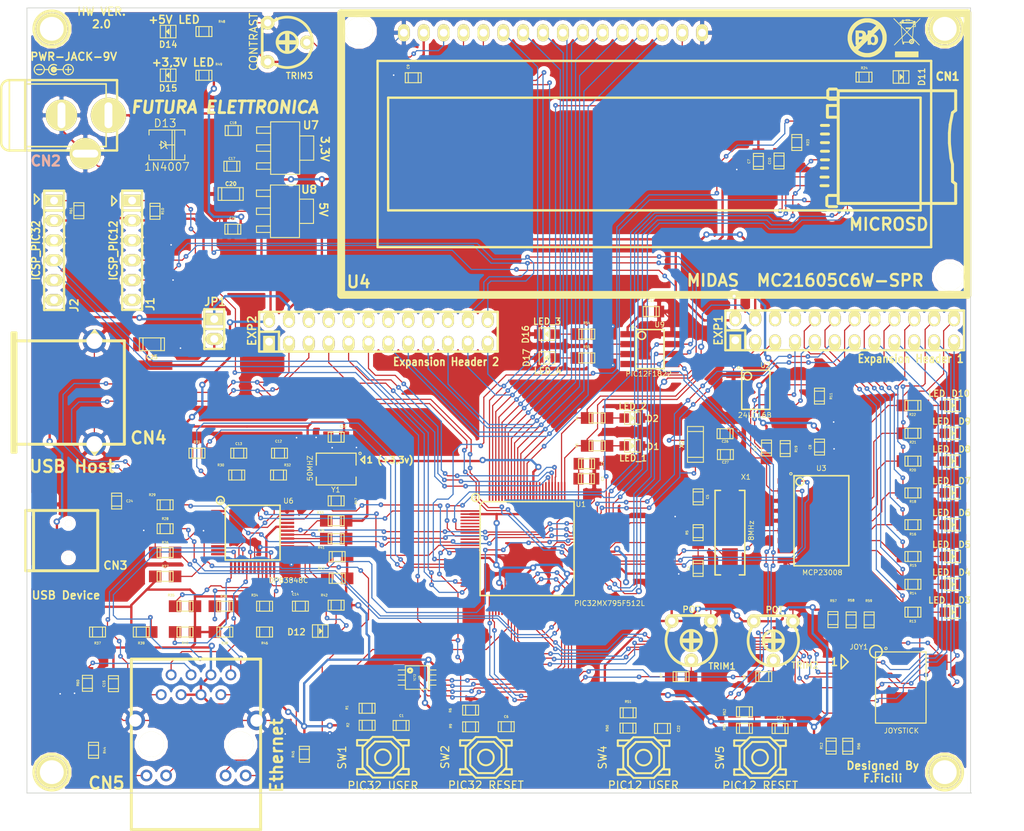
<source format=kicad_pcb>
(kicad_pcb (version 3) (host pcbnew "(2013-07-07 BZR 4022)-stable")
  (title_block (title "Demoboard Pic32") (rev 1.0))
  (layers (15 Rame.Fronte signal) (0 Rame.Retro signal))
  (net 0 "")
  (net 1 +3.3V)
  (net 2 +5V)
  (net 3 /Devices/I2C_SCL)
  (net 4 /Devices/I2C_SDA)
  (net 5 /Devices/LCD_BKL_A)
  (net 6 /Devices/LCD_D0)
  (net 7 /Devices/LCD_D1)
  (net 8 /Devices/LCD_D2)
  (net 9 /Devices/LCD_D3)
  (net 10 /Devices/LCD_D4)
  (net 11 /Devices/LCD_D5)
  (net 12 /Devices/LCD_D6)
  (net 13 /Devices/LCD_D7)
  (net 14 /Devices/LCD_EN)
  (net 15 /Devices/LCD_RS)
  (net 16 /Devices/LCD_RW)
  (net 17 /Devices/LED_DRIVER_RESET)
  (net 18 /Devices/SCK_1)
  (net 19 /Devices/SCK_4)
  (net 20 /Devices/SDI_1)
  (net 21 /Devices/SDI_4)
  (net 22 /Devices/SDO_1)
  (net 23 /Devices/SDO_4)
  (net 24 /Devices/SD_DAT1)
  (net 25 /Devices/SD_DAT2)
  (net 26 /Devices/SS_1)
  (net 27 /Devices/SS_4)
  (net 28 /Devices/Vo)
  (net 29 /Devices/mSD_Detect_B)
  (net 30 /Ethernet/ECRS_DV)
  (net 31 /Ethernet/EMDC)
  (net 32 /Ethernet/EMDIO)
  (net 33 /Ethernet/EREF_CLK)
  (net 34 "/Ethernet/ERXD0(2)")
  (net 35 "/Ethernet/ERXD1(2)")
  (net 36 /Ethernet/ERXERR)
  (net 37 "/Ethernet/EXTD0(2)")
  (net 38 "/Ethernet/EXTD1(2)")
  (net 39 "/Ethernet/EXTEN(2)")
  (net 40 /Ethernet/INT3/SCL1/RA14)
  (net 41 /Ethernet/LED_ACT)
  (net 42 /Ethernet/LED_LINK)
  (net 43 /Ethernet/LED_SPEED)
  (net 44 /Ethernet/MDI_RN)
  (net 45 /Ethernet/MDI_RP)
  (net 46 /Ethernet/MDI_TN)
  (net 47 /Ethernet/MDI_TP)
  (net 48 /PIC12F/MCLR_PIC12)
  (net 49 /PIC12F/PIC32_RX)
  (net 50 /PIC12F/PIC32_TX)
  (net 51 /PIC12F/USER_BUTTON)
  (net 52 /PIC12F/USER_LED_3)
  (net 53 /PIC12F/USER_LED_4)
  (net 54 /PIC32MX/Caps)
  (net 55 /PIC32MX/D+/RG2)
  (net 56 /PIC32MX/D-/RG3)
  (net 57 /PIC32MX/EXP_POT_1)
  (net 58 /PIC32MX/EXP_POT_2)
  (net 59 /PIC32MX/FIRE_BUTTON)
  (net 60 /PIC32MX/GPIO1_CN0)
  (net 61 /PIC32MX/GPIO2_CN1)
  (net 62 /PIC32MX/GPIO5_IC5)
  (net 63 /PIC32MX/GPIO6_CN19)
  (net 64 /PIC32MX/GPIO7_OC5)
  (net 65 /PIC32MX/J_DOWN)
  (net 66 /PIC32MX/J_FIRE)
  (net 67 /PIC32MX/J_LEFT)
  (net 68 /PIC32MX/J_RIGHT)
  (net 69 /PIC32MX/J_UP)
  (net 70 /PIC32MX/MCLR_PIC32)
  (net 71 /PIC32MX/OSC1)
  (net 72 /PIC32MX/OSC2)
  (net 73 /PIC32MX/PGC)
  (net 74 /PIC32MX/PGD)
  (net 75 /PIC32MX/UESR_LED2)
  (net 76 /PIC32MX/USER_LED1)
  (net 77 /PIC32MX/USER_POT1)
  (net 78 /PIC32MX/USER_POT2)
  (net 79 /USB/+5V_EXT)
  (net 80 GND)
  (net 81 GP0)
  (net 82 GP1)
  (net 83 GP2)
  (net 84 GP3)
  (net 85 GP4)
  (net 86 GP5)
  (net 87 GP6)
  (net 88 GP7)
  (net 89 N-00000108)
  (net 90 N-00000113)
  (net 91 N-00000114)
  (net 92 N-00000115)
  (net 93 N-00000116)
  (net 94 N-00000120)
  (net 95 N-00000124)
  (net 96 N-00000132)
  (net 97 N-00000133)
  (net 98 N-00000134)
  (net 99 N-00000135)
  (net 100 N-00000136)
  (net 101 N-00000138)
  (net 102 N-00000139)
  (net 103 N-00000140)
  (net 104 N-00000143)
  (net 105 N-00000146)
  (net 106 N-00000147)
  (net 107 N-00000149)
  (net 108 N-00000150)
  (net 109 N-00000151)
  (net 110 N-00000152)
  (net 111 N-00000153)
  (net 112 N-00000154)
  (net 113 N-00000155)
  (net 114 N-00000157)
  (net 115 N-00000160)
  (net 116 N-00000161)
  (net 117 N-00000162)
  (net 118 N-00000163)
  (net 119 N-00000164)
  (net 120 N-00000173)
  (net 121 N-00000174)
  (net 122 N-00000175)
  (net 123 N-00000176)
  (net 124 N-0000077)
  (net 125 N-0000078)
  (net 126 N-0000080)
  (module rj45-wiznet-rb1-125bag1a (layer Rame.Fronte) (at 109.601 142.875)
    (fp_text reference CN5)
    (fp_text value Ethernet)
    (pad 3 thru_hole circle (at -1.905 -6.34) (size 1.4 1.4) (drill 0.9) (layers *.Cu *.Mask) (net 1 +3.3V))
    (pad 1 thru_hole circle (at -4.445 -6.34) (size 1.4 1.4) (drill 0.9) (layers *.Cu *.Mask) (net 46 /Ethernet/MDI_TN))
    (pad 2 thru_hole circle (at -3.175 -8.88) (size 1.4 1.4) (drill 0.9) (layers *.Cu *.Mask) (net 47 /Ethernet/MDI_TP))
    (pad 4 thru_hole circle (at -0.635 -8.88) (size 1.4 1.4) (drill 0.9) (layers *.Cu *.Mask) (net 114 N-00000157))
    (pad 5 thru_hole circle (at 0.635 -6.34) (size 1.4 1.4) (drill 0.9) (layers *.Cu *.Mask) (net 1 +3.3V))
    (pad 6 thru_hole circle (at 1.905 -8.88) (size 1.4 1.4) (drill 0.9) (layers *.Cu *.Mask) (net 1 +3.3V))
    (pad 7 thru_hole circle (at 3.175 -6.34) (size 1.4 1.4) (drill 0.9) (layers *.Cu *.Mask) (net 44 /Ethernet/MDI_RN))
    (pad 8 thru_hole circle (at 4.445 -8.88) (size 1.4 1.4) (drill 0.9) (layers *.Cu *.Mask) (net 45 /Ethernet/MDI_RP))
    (pad 13 thru_hole circle (at -7.75 -3.05) (size 2.5 2.5) (drill 1.6) (layers *.Cu *.Mask) (net 80 GND))
    (pad 14 thru_hole circle (at 7.75 -3.05) (size 2.5 2.5) (drill 1.6) (layers *.Cu *.Mask) (net 80 GND))
    (pad "" np_thru_hole circle (at -5.715 0) (size 3.25 3.25) (drill 3.25) (layers *.Cu *.Mask Serigrafia.Fronte))
    (pad "" np_thru_hole circle (at 5.715 0) (size 3.25 3.25) (drill 3.25) (layers *.Cu *.Mask Serigrafia.Fronte))
    (pad 10 thru_hole circle (at 3.7846 3.9878) (size 1.5 1.5) (drill 0.9) (layers *.Cu *.Mask) (net 107 N-00000149))
    (pad 9 thru_hole circle (at 6.35 3.9878) (size 1.5 1.5) (drill 0.9) (layers *.Cu *.Mask) (net 42 /Ethernet/LED_LINK))
    (pad 12 thru_hole circle (at -6.3246 3.9878) (size 1.5 1.5) (drill 0.9) (layers *.Cu *.Mask) (net 113 N-00000155))
    (pad 11 thru_hole circle (at -3.81 3.9878) (size 1.5 1.5) (drill 0.9) (layers *.Cu *.Mask) (net 41 /Ethernet/LED_ACT))
  )
  (module microsd_socket (layer Rame.Fronte) (at 198.628 66.548 90)
    (fp_text reference CN1)
    (fp_text value MICROSD)
    (pad 1 smd rect (at 2.794 -8.2296 90) (size 0.7001 2.5) (layers Rame.Fronte Pasta.Fronte Maschera.Fronte) (net 25 /Devices/SD_DAT2) (clearance 0.05))
    (pad 2 smd rect (at 1.6764 -8.2296 90) (size 0.7001 2.5) (layers Rame.Fronte Pasta.Fronte Maschera.Fronte) (net 26 /Devices/SS_1) (clearance 0.05))
    (pad 3 smd rect (at 0.6096 -8.2296 90) (size 0.7001 2.5) (layers Rame.Fronte Pasta.Fronte Maschera.Fronte) (net 20 /Devices/SDI_1) (clearance 0.05))
    (pad 4 smd rect (at -0.508 -8.2296 90) (size 0.7001 2.5) (layers Rame.Fronte Pasta.Fronte Maschera.Fronte) (net 1 +3.3V) (clearance 0.05))
    (pad 5 smd rect (at -1.6256 -8.2296 90) (size 0.7001 2.5) (layers Rame.Fronte Pasta.Fronte Maschera.Fronte) (net 18 /Devices/SCK_1) (clearance 0.05))
    (pad 6 smd rect (at -2.6924 -8.2296 90) (size 0.7001 2.5) (layers Rame.Fronte Pasta.Fronte Maschera.Fronte) (net 80 GND) (clearance 0.05))
    (pad 7 smd rect (at -3.81 -8.2296 90) (size 0.7001 2.5) (layers Rame.Fronte Pasta.Fronte Maschera.Fronte) (net 22 /Devices/SDO_1) (clearance 0.05))
    (pad 8 smd rect (at -4.9276 -8.2296 90) (size 0.7001 2.5) (layers Rame.Fronte Pasta.Fronte Maschera.Fronte) (net 24 /Devices/SD_DAT1) (clearance 0.05))
    (pad "" smd rect (at 7.239 7.874 90) (size 1.50114 1.69926) (layers Rame.Fronte Pasta.Fronte Maschera.Fronte))
    (pad CD1 smd rect (at -6.9596 -7.8232 90) (size 2 2) (layers Rame.Fronte Pasta.Fronte Maschera.Fronte) (net 29 /Devices/mSD_Detect_B))
    (pad "" smd rect (at -7.112 7.874 90) (size 1.50114 1.69926) (layers Rame.Fronte Pasta.Fronte Maschera.Fronte))
    (pad "" smd rect (at 6.8072 -7.7724 90) (size 2 2) (layers Rame.Fronte Pasta.Fronte Maschera.Fronte) (clearance 0.20066))
  )
  (module pin_strip_2 (layer Rame.Fronte) (at 111.9378 89.8017 270)
    (fp_text reference JP1)
    (fp_text value JUMPER hide)
    (pad 1 thru_hole rect (at -1.27 0 270) (size 1.524 2.19964) (drill 1.00076) (layers *.Cu *.Mask Serigrafia.Fronte) (net 2 +5V))
    (pad 2 thru_hole oval (at 1.27 0 270) (size 1.524 2.19964) (drill 1.00076) (layers *.Cu *.Mask Serigrafia.Fronte) (net 79 /USB/+5V_EXT))
  )
  (module lcd_16x2 (layer Rame.Fronte) (at 168.148 67.437)
    (fp_text reference U4)
    (fp_text value "MIDAS  MC21605C6W-SPR")
    (pad "" np_thru_hole circle (at -37.7 -15.7) (size 3.5 3.5) (drill 3.5) (layers *.Cu *.Mask Serigrafia.Fronte))
    (pad "" np_thru_hole circle (at 37.7 15.7) (size 3.5 3.5) (drill 3.5) (layers *.Cu *.Mask Serigrafia.Fronte))
    (pad 1 thru_hole oval (at -32 -15.5) (size 1.5 2.2) (drill 1) (layers *.Cu *.Mask Serigrafia.Fronte) (net 80 GND))
    (pad 2 thru_hole oval (at -29.46 -15.5) (size 1.5 2.2) (drill 1) (layers *.Cu *.Mask Serigrafia.Fronte) (net 2 +5V))
    (pad 3 thru_hole oval (at -26.92 -15.5) (size 1.5 2.2) (drill 1) (layers *.Cu *.Mask Serigrafia.Fronte) (net 28 /Devices/Vo))
    (pad 4 thru_hole oval (at -24.38 -15.5) (size 1.5 2.2) (drill 1) (layers *.Cu *.Mask Serigrafia.Fronte) (net 15 /Devices/LCD_RS))
    (pad 5 thru_hole oval (at -21.84 -15.5) (size 1.5 2.2) (drill 1) (layers *.Cu *.Mask Serigrafia.Fronte) (net 16 /Devices/LCD_RW))
    (pad 6 thru_hole oval (at -19.3 -15.5) (size 1.5 2.2) (drill 1) (layers *.Cu *.Mask Serigrafia.Fronte) (net 14 /Devices/LCD_EN))
    (pad 7 thru_hole oval (at -16.76 -15.5) (size 1.5 2.2) (drill 1) (layers *.Cu *.Mask Serigrafia.Fronte) (net 6 /Devices/LCD_D0))
    (pad 8 thru_hole oval (at -14.22 -15.5) (size 1.5 2.2) (drill 1) (layers *.Cu *.Mask Serigrafia.Fronte) (net 7 /Devices/LCD_D1))
    (pad 9 thru_hole oval (at -11.68 -15.5) (size 1.5 2.2) (drill 1) (layers *.Cu *.Mask Serigrafia.Fronte) (net 8 /Devices/LCD_D2))
    (pad 10 thru_hole oval (at -9.14 -15.5) (size 1.5 2.2) (drill 1) (layers *.Cu *.Mask Serigrafia.Fronte) (net 9 /Devices/LCD_D3))
    (pad 11 thru_hole oval (at -6.6 -15.5) (size 1.5 2.2) (drill 1) (layers *.Cu *.Mask Serigrafia.Fronte) (net 10 /Devices/LCD_D4))
    (pad 12 thru_hole oval (at -4.06 -15.5) (size 1.5 2.2) (drill 1) (layers *.Cu *.Mask Serigrafia.Fronte) (net 11 /Devices/LCD_D5))
    (pad 13 thru_hole oval (at -1.52 -15.5) (size 1.5 2.2) (drill 1) (layers *.Cu *.Mask Serigrafia.Fronte) (net 12 /Devices/LCD_D6))
    (pad 14 thru_hole oval (at 1.02 -15.5) (size 1.5 2.2) (drill 1) (layers *.Cu *.Mask Serigrafia.Fronte) (net 13 /Devices/LCD_D7))
    (pad 15 thru_hole oval (at 3.56 -15.5) (size 1.5 2.2) (drill 1) (layers *.Cu *.Mask Serigrafia.Fronte) (net 5 /Devices/LCD_BKL_A))
    (pad 16 thru_hole oval (at 6.1 -15.5) (size 1.5 2.2) (drill 1) (layers *.Cu *.Mask Serigrafia.Fronte) (net 80 GND))
  )
  (module TQFP100 (layer Rame.Fronte) (at 151.892 117.856)
    (fp_text reference U1)
    (fp_text value PIC32MX795F512L)
    (pad 1 smd rect (at -7.25 -4.8) (size 2.5 0.2) (layers Rame.Fronte Pasta.Fronte Maschera.Fronte) (net 36 /Ethernet/ERXERR))
    (pad 2 smd rect (at -7.25 -4.4) (size 2.5 0.2) (layers Rame.Fronte Pasta.Fronte Maschera.Fronte) (net 1 +3.3V))
    (pad 3 smd rect (at -7.25 -4) (size 2.5 0.2) (layers Rame.Fronte Pasta.Fronte Maschera.Fronte))
    (pad 4 smd rect (at -7.25 -3.6) (size 2.5 0.2) (layers Rame.Fronte Pasta.Fronte Maschera.Fronte))
    (pad 5 smd rect (at -7.25 -3.2) (size 2.5 0.2) (layers Rame.Fronte Pasta.Fronte Maschera.Fronte))
    (pad 6 smd rect (at -7.25 -2.8) (size 2.5 0.2) (layers Rame.Fronte Pasta.Fronte Maschera.Fronte))
    (pad 7 smd rect (at -7.25 -2.4) (size 2.5 0.2) (layers Rame.Fronte Pasta.Fronte Maschera.Fronte) (net 24 /Devices/SD_DAT1))
    (pad 8 smd rect (at -7.25 -2) (size 2.5 0.2) (layers Rame.Fronte Pasta.Fronte Maschera.Fronte))
    (pad 9 smd rect (at -7.25 -1.6) (size 2.5 0.2) (layers Rame.Fronte Pasta.Fronte Maschera.Fronte) (net 20 /Devices/SDI_1))
    (pad 10 smd rect (at -7.25 -1.2) (size 2.5 0.2) (layers Rame.Fronte Pasta.Fronte Maschera.Fronte))
    (pad 11 smd rect (at -7.25 -0.8) (size 2.5 0.2) (layers Rame.Fronte Pasta.Fronte Maschera.Fronte))
    (pad 12 smd rect (at -7.25 -0.4) (size 2.5 0.2) (layers Rame.Fronte Pasta.Fronte Maschera.Fronte) (net 30 /Ethernet/ECRS_DV))
    (pad 13 smd rect (at -7.25 0) (size 2.5 0.2) (layers Rame.Fronte Pasta.Fronte Maschera.Fronte) (net 70 /PIC32MX/MCLR_PIC32))
    (pad 14 smd rect (at -7.25 0.4) (size 2.5 0.2) (layers Rame.Fronte Pasta.Fronte Maschera.Fronte) (net 33 /Ethernet/EREF_CLK))
    (pad 15 smd rect (at -7.25 0.8) (size 2.5 0.2) (layers Rame.Fronte Pasta.Fronte Maschera.Fronte) (net 80 GND))
    (pad 16 smd rect (at -7.25 1.2) (size 2.5 0.2) (layers Rame.Fronte Pasta.Fronte Maschera.Fronte) (net 1 +3.3V))
    (pad 17 smd rect (at -7.25 1.6) (size 2.5 0.2) (layers Rame.Fronte Pasta.Fronte Maschera.Fronte) (net 25 /Devices/SD_DAT2))
    (pad 18 smd rect (at -7.25 2) (size 2.5 0.2) (layers Rame.Fronte Pasta.Fronte Maschera.Fronte) (net 34 "/Ethernet/ERXD0(2)"))
    (pad 19 smd rect (at -7.25 2.4) (size 2.5 0.2) (layers Rame.Fronte Pasta.Fronte Maschera.Fronte) (net 35 "/Ethernet/ERXD1(2)"))
    (pad 20 smd rect (at -7.25 2.8) (size 2.5 0.2) (layers Rame.Fronte Pasta.Fronte Maschera.Fronte))
    (pad 21 smd rect (at -7.25 3.2) (size 2.5 0.2) (layers Rame.Fronte Pasta.Fronte Maschera.Fronte))
    (pad 22 smd rect (at -7.25 3.6) (size 2.5 0.2) (layers Rame.Fronte Pasta.Fronte Maschera.Fronte))
    (pad 23 smd rect (at -7.25 4) (size 2.5 0.2) (layers Rame.Fronte Pasta.Fronte Maschera.Fronte))
    (pad 24 smd rect (at -7.25 4.4) (size 2.5 0.2) (layers Rame.Fronte Pasta.Fronte Maschera.Fronte) (net 73 /PIC32MX/PGC))
    (pad 25 smd rect (at -7.25 4.8) (size 2.5 0.2) (layers Rame.Fronte Pasta.Fronte Maschera.Fronte) (net 74 /PIC32MX/PGD))
    (pad 26 smd rect (at -4.8 7.25 90) (size 2.5 0.2) (layers Rame.Fronte Pasta.Fronte Maschera.Fronte) (net 77 /PIC32MX/USER_POT1))
    (pad 27 smd rect (at -4.4 7.25 90) (size 2.5 0.2) (layers Rame.Fronte Pasta.Fronte Maschera.Fronte) (net 78 /PIC32MX/USER_POT2))
    (pad 28 smd rect (at -4 7.25 90) (size 2.5 0.2) (layers Rame.Fronte Pasta.Fronte Maschera.Fronte))
    (pad 29 smd rect (at -3.6 7.25 90) (size 2.5 0.2) (layers Rame.Fronte Pasta.Fronte Maschera.Fronte))
    (pad 30 smd rect (at -3.2 7.25 90) (size 2.5 0.2) (layers Rame.Fronte Pasta.Fronte Maschera.Fronte) (net 1 +3.3V))
    (pad 31 smd rect (at -2.8 7.25 90) (size 2.5 0.2) (layers Rame.Fronte Pasta.Fronte Maschera.Fronte) (net 80 GND))
    (pad 32 smd rect (at -2.4 7.25 90) (size 2.5 0.2) (layers Rame.Fronte Pasta.Fronte Maschera.Fronte) (net 59 /PIC32MX/FIRE_BUTTON))
    (pad 33 smd rect (at -2 7.25 90) (size 2.5 0.2) (layers Rame.Fronte Pasta.Fronte Maschera.Fronte) (net 69 /PIC32MX/J_UP))
    (pad 34 smd rect (at -1.6 7.25 90) (size 2.5 0.2) (layers Rame.Fronte Pasta.Fronte Maschera.Fronte) (net 68 /PIC32MX/J_RIGHT))
    (pad 35 smd rect (at -1.2 7.25 90) (size 2.5 0.2) (layers Rame.Fronte Pasta.Fronte Maschera.Fronte) (net 67 /PIC32MX/J_LEFT))
    (pad 36 smd rect (at -0.8 7.25 90) (size 2.5 0.2) (layers Rame.Fronte Pasta.Fronte Maschera.Fronte) (net 80 GND))
    (pad 37 smd rect (at -0.4 7.25 90) (size 2.5 0.2) (layers Rame.Fronte Pasta.Fronte Maschera.Fronte) (net 1 +3.3V))
    (pad 38 smd rect (at 0 7.25 90) (size 2.5 0.2) (layers Rame.Fronte Pasta.Fronte Maschera.Fronte))
    (pad 39 smd rect (at 0.4 7.25 90) (size 2.5 0.2) (layers Rame.Fronte Pasta.Fronte Maschera.Fronte) (net 19 /Devices/SCK_4))
    (pad 40 smd rect (at 0.8 7.25 90) (size 2.5 0.2) (layers Rame.Fronte Pasta.Fronte Maschera.Fronte) (net 27 /Devices/SS_4))
    (pad 41 smd rect (at 1.2 7.25 90) (size 2.5 0.2) (layers Rame.Fronte Pasta.Fronte Maschera.Fronte) (net 65 /PIC32MX/J_DOWN))
    (pad 42 smd rect (at 1.6 7.25 90) (size 2.5 0.2) (layers Rame.Fronte Pasta.Fronte Maschera.Fronte) (net 66 /PIC32MX/J_FIRE))
    (pad 43 smd rect (at 2 7.25 90) (size 2.5 0.2) (layers Rame.Fronte Pasta.Fronte Maschera.Fronte))
    (pad 44 smd rect (at 2.4 7.25 90) (size 2.5 0.2) (layers Rame.Fronte Pasta.Fronte Maschera.Fronte))
    (pad 45 smd rect (at 2.8 7.25 90) (size 2.5 0.2) (layers Rame.Fronte Pasta.Fronte Maschera.Fronte) (net 80 GND))
    (pad 46 smd rect (at 3.2 7.25 90) (size 2.5 0.2) (layers Rame.Fronte Pasta.Fronte Maschera.Fronte) (net 1 +3.3V))
    (pad 47 smd rect (at 3.6 7.25 90) (size 2.5 0.2) (layers Rame.Fronte Pasta.Fronte Maschera.Fronte) (net 37 "/Ethernet/EXTD0(2)"))
    (pad 48 smd rect (at 4 7.25 90) (size 2.5 0.2) (layers Rame.Fronte Pasta.Fronte Maschera.Fronte) (net 38 "/Ethernet/EXTD1(2)"))
    (pad 49 smd rect (at 4.4 7.25 90) (size 2.5 0.2) (layers Rame.Fronte Pasta.Fronte Maschera.Fronte) (net 21 /Devices/SDI_4))
    (pad 50 smd rect (at 4.8 7.25 90) (size 2.5 0.2) (layers Rame.Fronte Pasta.Fronte Maschera.Fronte) (net 23 /Devices/SDO_4))
    (pad 51 smd rect (at 7.25 4.8) (size 2.5 0.2) (layers Rame.Fronte Pasta.Fronte Maschera.Fronte))
    (pad 52 smd rect (at 7.25 4.4) (size 2.5 0.2) (layers Rame.Fronte Pasta.Fronte Maschera.Fronte) (net 49 /PIC12F/PIC32_RX))
    (pad 53 smd rect (at 7.25 4) (size 2.5 0.2) (layers Rame.Fronte Pasta.Fronte Maschera.Fronte) (net 50 /PIC12F/PIC32_TX))
    (pad 54 smd rect (at 7.25 3.6) (size 2.5 0.2) (layers Rame.Fronte Pasta.Fronte Maschera.Fronte) (net 2 +5V))
    (pad 55 smd rect (at 7.25 3.2) (size 2.5 0.2) (layers Rame.Fronte Pasta.Fronte Maschera.Fronte) (net 1 +3.3V))
    (pad 56 smd rect (at 7.25 2.8) (size 2.5 0.2) (layers Rame.Fronte Pasta.Fronte Maschera.Fronte) (net 56 /PIC32MX/D-/RG3))
    (pad 57 smd rect (at 7.25 2.4) (size 2.5 0.2) (layers Rame.Fronte Pasta.Fronte Maschera.Fronte) (net 55 /PIC32MX/D+/RG2))
    (pad 58 smd rect (at 7.25 2) (size 2.5 0.2) (layers Rame.Fronte Pasta.Fronte Maschera.Fronte) (net 3 /Devices/I2C_SCL))
    (pad 59 smd rect (at 7.25 1.6) (size 2.5 0.2) (layers Rame.Fronte Pasta.Fronte Maschera.Fronte) (net 4 /Devices/I2C_SDA))
    (pad 60 smd rect (at 7.25 1.2) (size 2.5 0.2) (layers Rame.Fronte Pasta.Fronte Maschera.Fronte))
    (pad 61 smd rect (at 7.25 0.8) (size 2.5 0.2) (layers Rame.Fronte Pasta.Fronte Maschera.Fronte) (net 17 /Devices/LED_DRIVER_RESET))
    (pad 62 smd rect (at 7.25 0.4) (size 2.5 0.2) (layers Rame.Fronte Pasta.Fronte Maschera.Fronte) (net 1 +3.3V))
    (pad 63 smd rect (at 7.25 0) (size 2.5 0.2) (layers Rame.Fronte Pasta.Fronte Maschera.Fronte) (net 71 /PIC32MX/OSC1))
    (pad 64 smd rect (at 7.25 -0.4) (size 2.5 0.2) (layers Rame.Fronte Pasta.Fronte Maschera.Fronte) (net 72 /PIC32MX/OSC2))
    (pad 65 smd rect (at 7.25 -0.8) (size 2.5 0.2) (layers Rame.Fronte Pasta.Fronte Maschera.Fronte) (net 80 GND))
    (pad 66 smd rect (at 7.25 -1.2) (size 2.5 0.2) (layers Rame.Fronte Pasta.Fronte Maschera.Fronte) (net 40 /Ethernet/INT3/SCL1/RA14))
    (pad 67 smd rect (at 7.25 -1.6) (size 2.5 0.2) (layers Rame.Fronte Pasta.Fronte Maschera.Fronte) (net 39 "/Ethernet/EXTEN(2)"))
    (pad 68 smd rect (at 7.25 -2) (size 2.5 0.2) (layers Rame.Fronte Pasta.Fronte Maschera.Fronte) (net 32 /Ethernet/EMDIO))
    (pad 69 smd rect (at 7.25 -2.4) (size 2.5 0.2) (layers Rame.Fronte Pasta.Fronte Maschera.Fronte) (net 26 /Devices/SS_1))
    (pad 70 smd rect (at 7.25 -2.8) (size 2.5 0.2) (layers Rame.Fronte Pasta.Fronte Maschera.Fronte) (net 18 /Devices/SCK_1))
    (pad 71 smd rect (at 7.25 -3.2) (size 2.5 0.2) (layers Rame.Fronte Pasta.Fronte Maschera.Fronte) (net 31 /Ethernet/EMDC))
    (pad 72 smd rect (at 7.25 -3.6) (size 2.5 0.2) (layers Rame.Fronte Pasta.Fronte Maschera.Fronte) (net 22 /Devices/SDO_1))
    (pad 73 smd rect (at 7.25 -4) (size 2.5 0.2) (layers Rame.Fronte Pasta.Fronte Maschera.Fronte) (net 61 /PIC32MX/GPIO2_CN1))
    (pad 74 smd rect (at 7.25 -4.4) (size 2.5 0.2) (layers Rame.Fronte Pasta.Fronte Maschera.Fronte) (net 60 /PIC32MX/GPIO1_CN0))
    (pad 75 smd rect (at 7.25 -4.8) (size 2.5 0.2) (layers Rame.Fronte Pasta.Fronte Maschera.Fronte) (net 80 GND))
    (pad 76 smd rect (at 4.8 -7.25 90) (size 2.5 0.2) (layers Rame.Fronte Pasta.Fronte Maschera.Fronte) (net 76 /PIC32MX/USER_LED1))
    (pad 77 smd rect (at 4.4 -7.25 90) (size 2.5 0.2) (layers Rame.Fronte Pasta.Fronte Maschera.Fronte) (net 75 /PIC32MX/UESR_LED2))
    (pad 78 smd rect (at 4 -7.25 90) (size 2.5 0.2) (layers Rame.Fronte Pasta.Fronte Maschera.Fronte))
    (pad 79 smd rect (at 3.6 -7.25 90) (size 2.5 0.2) (layers Rame.Fronte Pasta.Fronte Maschera.Fronte) (net 62 /PIC32MX/GPIO5_IC5))
    (pad 80 smd rect (at 3.2 -7.25 90) (size 2.5 0.2) (layers Rame.Fronte Pasta.Fronte Maschera.Fronte) (net 63 /PIC32MX/GPIO6_CN19))
    (pad 81 smd rect (at 2.8 -7.25 90) (size 2.5 0.2) (layers Rame.Fronte Pasta.Fronte Maschera.Fronte) (net 64 /PIC32MX/GPIO7_OC5))
    (pad 82 smd rect (at 2.4 -7.25 90) (size 2.5 0.2) (layers Rame.Fronte Pasta.Fronte Maschera.Fronte))
    (pad 83 smd rect (at 2 -7.25 90) (size 2.5 0.2) (layers Rame.Fronte Pasta.Fronte Maschera.Fronte))
    (pad 84 smd rect (at 1.6 -7.25 90) (size 2.5 0.2) (layers Rame.Fronte Pasta.Fronte Maschera.Fronte))
    (pad 85 smd rect (at 1.2 -7.25 90) (size 2.5 0.2) (layers Rame.Fronte Pasta.Fronte Maschera.Fronte) (net 54 /PIC32MX/Caps))
    (pad 86 smd rect (at 0.8 -7.25 90) (size 2.5 0.2) (layers Rame.Fronte Pasta.Fronte Maschera.Fronte) (net 1 +3.3V))
    (pad 87 smd rect (at 0.4 -7.25 90) (size 2.5 0.2) (layers Rame.Fronte Pasta.Fronte Maschera.Fronte))
    (pad 88 smd rect (at 0 -7.25 90) (size 2.5 0.2) (layers Rame.Fronte Pasta.Fronte Maschera.Fronte) (net 29 /Devices/mSD_Detect_B))
    (pad 89 smd rect (at -0.4 -7.25 90) (size 2.5 0.2) (layers Rame.Fronte Pasta.Fronte Maschera.Fronte) (net 13 /Devices/LCD_D7))
    (pad 90 smd rect (at -0.8 -7.25 90) (size 2.5 0.2) (layers Rame.Fronte Pasta.Fronte Maschera.Fronte) (net 12 /Devices/LCD_D6))
    (pad 91 smd rect (at -1.2 -7.25 90) (size 2.5 0.2) (layers Rame.Fronte Pasta.Fronte Maschera.Fronte) (net 11 /Devices/LCD_D5))
    (pad 92 smd rect (at -1.6 -7.25 90) (size 2.5 0.2) (layers Rame.Fronte Pasta.Fronte Maschera.Fronte) (net 10 /Devices/LCD_D4))
    (pad 93 smd rect (at -2 -7.25 90) (size 2.5 0.2) (layers Rame.Fronte Pasta.Fronte Maschera.Fronte) (net 9 /Devices/LCD_D3))
    (pad 94 smd rect (at -2.4 -7.25 90) (size 2.5 0.2) (layers Rame.Fronte Pasta.Fronte Maschera.Fronte) (net 8 /Devices/LCD_D2))
    (pad 95 smd rect (at -2.8 -7.25 90) (size 2.5 0.2) (layers Rame.Fronte Pasta.Fronte Maschera.Fronte) (net 7 /Devices/LCD_D1))
    (pad 96 smd rect (at -3.2 -7.25 90) (size 2.5 0.2) (layers Rame.Fronte Pasta.Fronte Maschera.Fronte) (net 6 /Devices/LCD_D0))
    (pad 97 smd rect (at -3.6 -7.25 90) (size 2.5 0.2) (layers Rame.Fronte Pasta.Fronte Maschera.Fronte) (net 5 /Devices/LCD_BKL_A))
    (pad 98 smd rect (at -4 -7.25 90) (size 2.5 0.2) (layers Rame.Fronte Pasta.Fronte Maschera.Fronte) (net 15 /Devices/LCD_RS))
    (pad 99 smd rect (at -4.4 -7.25 90) (size 2.5 0.2) (layers Rame.Fronte Pasta.Fronte Maschera.Fronte) (net 16 /Devices/LCD_RW))
    (pad 100 smd rect (at -4.8 -7.25 90) (size 2.5 0.2) (layers Rame.Fronte Pasta.Fronte Maschera.Fronte) (net 14 /Devices/LCD_EN))
  )
  (module r_0805 (layer Rame.Fronte) (at 192.83934 143.11884 270)
    (fp_text reference R56)
    (fp_text value 10k hide)
    (pad 1 smd rect (at 1.27 0 270) (size 1.60048 1.4986) (layers Rame.Fronte Pasta.Fronte Maschera.Fronte) (net 1 +3.3V))
    (pad 2 smd rect (at -1.27 0 270) (size 1.60048 1.4986) (layers Rame.Fronte Pasta.Fronte Maschera.Fronte) (net 69 /PIC32MX/J_UP))
  )
  (module 1pin (layer Rame.Fronte) (at 205.232 146.431)
    (fp_text reference Scr hide)
    (fp_text value "" hide)
    (pad 1 thru_hole circle (at 0 0) (size 4.064 4.064) (drill 3.048) (layers *.Cu *.Mask Serigrafia.Fronte))
  )
  (module JOY_SKQU (layer Rame.Fronte) (at 199.644 135.636)
    (fp_text reference JOY1)
    (fp_text value JOYSTICK)
    (pad 1 smd rect (at -4.75 -3.25) (size 2.4 2) (layers Rame.Fronte Pasta.Fronte Maschera.Fronte) (net 67 /PIC32MX/J_LEFT))
    (pad 2 smd rect (at -4.75 0) (size 2.4 2) (layers Rame.Fronte Pasta.Fronte Maschera.Fronte) (net 69 /PIC32MX/J_UP))
    (pad 3 smd rect (at -4.75 3.25) (size 2.4 2) (layers Rame.Fronte Pasta.Fronte Maschera.Fronte) (net 68 /PIC32MX/J_RIGHT))
    (pad 4 smd rect (at 4.75 3.25) (size 2.4 2) (layers Rame.Fronte Pasta.Fronte Maschera.Fronte) (net 80 GND))
    (pad 5 smd rect (at 4.75 0) (size 2.4 2) (layers Rame.Fronte Pasta.Fronte Maschera.Fronte) (net 65 /PIC32MX/J_DOWN))
    (pad 6 smd rect (at 4.75 -3.25) (size 2.4 2) (layers Rame.Fronte Pasta.Fronte Maschera.Fronte) (net 66 /PIC32MX/J_FIRE))
  )
  (module Led_0805 (layer Rame.Fronte) (at 125.476 128.397)
    (fp_text reference D12)
    (fp_text value LED hide)
    (pad 1 smd rect (at -1.04902 0) (size 1.19888 1.19888) (layers Rame.Fronte Pasta.Fronte Maschera.Fronte) (net 104 N-00000143))
    (pad 2 smd rect (at 1.04902 0) (size 1.19888 1.19888) (layers Rame.Fronte Pasta.Fronte Maschera.Fronte) (net 43 /Ethernet/LED_SPEED))
  )
  (module 1pin (layer Rame.Fronte) (at 91.186 146.431)
    (fp_text reference Scr hide)
    (fp_text value "" hide)
    (pad 1 thru_hole circle (at 0 0) (size 4.064 4.064) (drill 3.048) (layers *.Cu *.Mask Serigrafia.Fronte))
  )
  (module 1pin (layer Rame.Fronte) (at 205.232 51.435)
    (fp_text reference Scr hide)
    (fp_text value "" hide)
    (pad 1 thru_hole circle (at 0 0) (size 4.064 4.064) (drill 3.048) (layers *.Cu *.Mask Serigrafia.Fronte))
  )
  (module Led_0805 (layer Rame.Fronte) (at 199.65162 57.58942)
    (fp_text reference D11)
    (fp_text value LED hide)
    (pad 1 smd rect (at -1.04902 0) (size 1.19888 1.19888) (layers Rame.Fronte Pasta.Fronte Maschera.Fronte) (net 102 N-00000139))
    (pad 2 smd rect (at 1.04902 0) (size 1.19888 1.19888) (layers Rame.Fronte Pasta.Fronte Maschera.Fronte) (net 26 /Devices/SS_1))
  )
  (module Led_0805 (layer Rame.Fronte) (at 106.04754 57.37352 180)
    (fp_text reference D15)
    (fp_text value LED hide)
    (pad 1 smd rect (at -1.04902 0 180) (size 1.19888 1.19888) (layers Rame.Fronte Pasta.Fronte Maschera.Fronte) (net 123 N-00000176))
    (pad 2 smd rect (at 1.04902 0 180) (size 1.19888 1.19888) (layers Rame.Fronte Pasta.Fronte Maschera.Fronte) (net 80 GND))
  )
  (module Led_0805 (layer Rame.Fronte) (at 106.04754 51.78552 180)
    (fp_text reference D14)
    (fp_text value LED hide)
    (pad 1 smd rect (at -1.04902 0 180) (size 1.19888 1.19888) (layers Rame.Fronte Pasta.Fronte Maschera.Fronte) (net 122 N-00000175))
    (pad 2 smd rect (at 1.04902 0 180) (size 1.19888 1.19888) (layers Rame.Fronte Pasta.Fronte Maschera.Fronte) (net 80 GND))
  )
  (module BARREL_JACK_PTH_2MM (layer Rame.Fronte) (at 91.948 62.484 270)
    (fp_text reference CN2)
    (fp_text value BARREL-JACK hide)
    (pad P1 thru_hole oval (at 0 -6.4745 270) (size 4.5136 4.5136) (drill oval 3.3 1) (layers *.Cu *.Mask Pasta.Fronte Serigrafia.Fronte) (net 120 N-00000173))
    (pad P2 thru_hole oval (at 4.8997 -3.523 270) (size 4.0157 4.0157) (drill oval 1 3.3) (layers *.Cu *.Mask Pasta.Fronte Serigrafia.Fronte) (net 80 GND))
    (pad P3 thru_hole oval (at 0 -0.475 270) (size 4.0157 4.0157) (drill oval 3.3 1) (layers *.Cu *.Mask Pasta.Fronte Serigrafia.Fronte) (net 80 GND))
  )
  (module 1pin (layer Rame.Fronte) (at 91.186 51.435)
    (fp_text reference Scr hide)
    (fp_text value "" hide)
    (pad 1 thru_hole circle (at 0 0) (size 4.064 4.064) (drill 3.048) (layers *.Cu *.Mask Serigrafia.Fronte))
  )
  (module USB_MINI_B (layer Rame.Fronte) (at 92.456 116.84)
    (fp_text reference CN3)
    (fp_text value "USB Device")
    (pad 1 smd rect (at 4.1402 -1.6002) (size 3.5 0.50038) (layers Rame.Fronte Pasta.Fronte Maschera.Fronte) (net 2 +5V) (clearance 0.05))
    (pad 2 smd rect (at 4.1402 -0.7874) (size 3.5 0.50038) (layers Rame.Fronte Pasta.Fronte Maschera.Fronte) (net 56 /PIC32MX/D-/RG3) (clearance 0.05))
    (pad 3 smd rect (at 4.1402 0) (size 3.5 0.50038) (layers Rame.Fronte Pasta.Fronte Maschera.Fronte) (net 55 /PIC32MX/D+/RG2) (clearance 0.05))
    (pad 4 smd rect (at 4.1402 0.7874) (size 3.5 0.50038) (layers Rame.Fronte Pasta.Fronte Maschera.Fronte) (net 80 GND) (clearance 0.05))
    (pad 5 smd rect (at 4.1402 1.5748) (size 3.5 0.50038) (layers Rame.Fronte Pasta.Fronte Maschera.Fronte) (net 80 GND) (clearance 0.05))
    (pad 6 smd rect (at 3.5052 -4.6228) (size 2.49936 1.99898) (layers Rame.Fronte Pasta.Fronte Maschera.Fronte) (net 80 GND))
    (pad 7 smd rect (at -2.1336 -4.6228) (size 2.49936 1.99898) (layers Rame.Fronte Pasta.Fronte Maschera.Fronte) (net 80 GND))
    (pad 8 smd rect (at 3.5052 4.6228) (size 2.49936 1.99898) (layers Rame.Fronte Pasta.Fronte Maschera.Fronte) (net 80 GND))
    (pad 9 smd rect (at -2.1336 4.6228) (size 2.49936 1.99898) (layers Rame.Fronte Pasta.Fronte Maschera.Fronte) (net 80 GND))
    (pad "" np_thru_hole circle (at 0.8509 -2.19964) (size 0.89916 0.89916) (drill 0.89916) (layers *.Cu *.Mask Serigrafia.Fronte))
    (pad "" np_thru_hole circle (at 0.8509 2.19964) (size 0.89916 0.89916) (drill 0.89916) (layers *.Cu *.Mask Serigrafia.Fronte))
  )
  (module SOIC8 (layer Rame.Fronte) (at 181.10708 97.56648)
    (fp_text reference U2)
    (fp_text value 24LC16B)
    (pad 1 smd rect (at -2.85 -1.905) (size 1.85 0.8) (layers Rame.Fronte Pasta.Fronte Maschera.Fronte) (net 80 GND))
    (pad 2 smd rect (at -2.85 -0.635) (size 1.85 0.8) (layers Rame.Fronte Pasta.Fronte Maschera.Fronte) (net 80 GND))
    (pad 3 smd rect (at -2.85 0.635) (size 1.85 0.8) (layers Rame.Fronte Pasta.Fronte Maschera.Fronte) (net 80 GND))
    (pad 4 smd rect (at -2.85 1.905) (size 1.85 0.8) (layers Rame.Fronte Pasta.Fronte Maschera.Fronte) (net 80 GND))
    (pad 5 smd rect (at 2.85 1.905) (size 1.85 0.8) (layers Rame.Fronte Pasta.Fronte Maschera.Fronte) (net 4 /Devices/I2C_SDA))
    (pad 6 smd rect (at 2.85 0.635) (size 1.85 0.8) (layers Rame.Fronte Pasta.Fronte Maschera.Fronte) (net 3 /Devices/I2C_SCL))
    (pad 7 smd rect (at 2.85 -0.635) (size 1.85 0.8) (layers Rame.Fronte Pasta.Fronte Maschera.Fronte) (net 103 N-00000140))
    (pad 8 smd rect (at 2.85 -1.905) (size 1.85 0.8) (layers Rame.Fronte Pasta.Fronte Maschera.Fronte) (net 1 +3.3V))
  )
  (module SOIC8 (layer Rame.Fronte) (at 167.58412 92.36964)
    (fp_text reference U9)
    (fp_text value PIC12F1822)
    (pad 1 smd rect (at -2.85 -1.905) (size 1.85 0.8) (layers Rame.Fronte Pasta.Fronte Maschera.Fronte) (net 1 +3.3V))
    (pad 2 smd rect (at -2.85 -0.635) (size 1.85 0.8) (layers Rame.Fronte Pasta.Fronte Maschera.Fronte) (net 52 /PIC12F/USER_LED_3))
    (pad 3 smd rect (at -2.85 0.635) (size 1.85 0.8) (layers Rame.Fronte Pasta.Fronte Maschera.Fronte) (net 53 /PIC12F/USER_LED_4))
    (pad 4 smd rect (at -2.85 1.905) (size 1.85 0.8) (layers Rame.Fronte Pasta.Fronte Maschera.Fronte) (net 48 /PIC12F/MCLR_PIC12))
    (pad 5 smd rect (at 2.85 1.905) (size 1.85 0.8) (layers Rame.Fronte Pasta.Fronte Maschera.Fronte) (net 51 /PIC12F/USER_BUTTON))
    (pad 6 smd rect (at 2.85 0.635) (size 1.85 0.8) (layers Rame.Fronte Pasta.Fronte Maschera.Fronte) (net 49 /PIC12F/PIC32_RX))
    (pad 7 smd rect (at 2.85 -0.635) (size 1.85 0.8) (layers Rame.Fronte Pasta.Fronte Maschera.Fronte) (net 50 /PIC12F/PIC32_TX))
    (pad 8 smd rect (at 2.85 -1.905) (size 1.85 0.8) (layers Rame.Fronte Pasta.Fronte Maschera.Fronte) (net 80 GND))
  )
  (module SOIC18 (layer Rame.Fronte) (at 189.484 114.3)
    (fp_text reference U3)
    (fp_text value MCP23008)
    (pad 1 smd rect (at -4.6 -5.08) (size 2 0.7) (layers Rame.Fronte Pasta.Fronte Maschera.Fronte) (net 3 /Devices/I2C_SCL))
    (pad 2 smd rect (at -4.6 -3.81) (size 2 0.7) (layers Rame.Fronte Pasta.Fronte Maschera.Fronte) (net 4 /Devices/I2C_SDA))
    (pad 3 smd rect (at -4.6 -2.54) (size 2 0.7) (layers Rame.Fronte Pasta.Fronte Maschera.Fronte) (net 80 GND))
    (pad 4 smd rect (at -4.6 -1.27) (size 2 0.7) (layers Rame.Fronte Pasta.Fronte Maschera.Fronte) (net 80 GND))
    (pad 5 smd rect (at -4.6 0) (size 2 0.7) (layers Rame.Fronte Pasta.Fronte Maschera.Fronte) (net 80 GND))
    (pad 6 smd rect (at -4.6 1.27) (size 2 0.7) (layers Rame.Fronte Pasta.Fronte Maschera.Fronte) (net 17 /Devices/LED_DRIVER_RESET))
    (pad 7 smd rect (at -4.6 2.54) (size 2 0.7) (layers Rame.Fronte Pasta.Fronte Maschera.Fronte))
    (pad 8 smd rect (at -4.6 3.81) (size 2 0.7) (layers Rame.Fronte Pasta.Fronte Maschera.Fronte))
    (pad 9 smd rect (at -4.6 5.08) (size 2 0.7) (layers Rame.Fronte Pasta.Fronte Maschera.Fronte) (net 80 GND))
    (pad 10 smd rect (at 4.6 5.08) (size 2 0.7) (layers Rame.Fronte Pasta.Fronte Maschera.Fronte) (net 81 GP0))
    (pad 11 smd rect (at 4.6 3.81) (size 2 0.7) (layers Rame.Fronte Pasta.Fronte Maschera.Fronte) (net 82 GP1))
    (pad 12 smd rect (at 4.6 2.54) (size 2 0.7) (layers Rame.Fronte Pasta.Fronte Maschera.Fronte) (net 83 GP2))
    (pad 13 smd rect (at 4.6 1.27) (size 2 0.7) (layers Rame.Fronte Pasta.Fronte Maschera.Fronte) (net 84 GP3))
    (pad 14 smd rect (at 4.6 0) (size 2 0.7) (layers Rame.Fronte Pasta.Fronte Maschera.Fronte) (net 85 GP4))
    (pad 15 smd rect (at 4.6 -1.27) (size 2 0.7) (layers Rame.Fronte Pasta.Fronte Maschera.Fronte) (net 86 GP5))
    (pad 16 smd rect (at 4.6 -2.54) (size 2 0.7) (layers Rame.Fronte Pasta.Fronte Maschera.Fronte) (net 87 GP6))
    (pad 17 smd rect (at 4.6 -3.81) (size 2 0.7) (layers Rame.Fronte Pasta.Fronte Maschera.Fronte) (net 88 GP7))
    (pad 18 smd rect (at 4.6 -5.08) (size 2 0.7) (layers Rame.Fronte Pasta.Fronte Maschera.Fronte) (net 1 +3.3V))
  )
  (module r_0805 (layer Rame.Fronte) (at 123.444 144.145 90)
    (fp_text reference R45)
    (fp_text value 249 hide)
    (pad 1 smd rect (at 1.27 0 90) (size 1.60048 1.4986) (layers Rame.Fronte Pasta.Fronte Maschera.Fronte) (net 1 +3.3V))
    (pad 2 smd rect (at -1.27 0 90) (size 1.60048 1.4986) (layers Rame.Fronte Pasta.Fronte Maschera.Fronte) (net 107 N-00000149))
  )
  (module r_0805 (layer Rame.Fronte) (at 127.508 111.76)
    (fp_text reference R47)
    (fp_text value 33 hide)
    (pad 1 smd rect (at 1.27 0) (size 1.60048 1.4986) (layers Rame.Fronte Pasta.Fronte Maschera.Fronte) (net 112 N-00000154))
    (pad 2 smd rect (at -1.27 0) (size 1.60048 1.4986) (layers Rame.Fronte Pasta.Fronte Maschera.Fronte) (net 33 /Ethernet/EREF_CLK))
  )
  (module r_0805 (layer Rame.Fronte) (at 127.508 114.3 180)
    (fp_text reference R25)
    (fp_text value 1.5k hide)
    (pad 1 smd rect (at 1.27 0 180) (size 1.60048 1.4986) (layers Rame.Fronte Pasta.Fronte Maschera.Fronte) (net 32 /Ethernet/EMDIO))
    (pad 2 smd rect (at -1.27 0 180) (size 1.60048 1.4986) (layers Rame.Fronte Pasta.Fronte Maschera.Fronte) (net 1 +3.3V))
  )
  (module r_0805 (layer Rame.Fronte) (at 127.508 116.586)
    (fp_text reference R33)
    (fp_text value 1.5k hide)
    (pad 1 smd rect (at 1.27 0) (size 1.60048 1.4986) (layers Rame.Fronte Pasta.Fronte Maschera.Fronte) (net 1 +3.3V))
    (pad 2 smd rect (at -1.27 0) (size 1.60048 1.4986) (layers Rame.Fronte Pasta.Fronte Maschera.Fronte) (net 111 N-00000153))
  )
  (module r_0805 (layer Rame.Fronte) (at 105.664 112.268)
    (fp_text reference R29)
    (fp_text value 33 hide)
    (pad 1 smd rect (at 1.27 0) (size 1.60048 1.4986) (layers Rame.Fronte Pasta.Fronte Maschera.Fronte) (net 39 "/Ethernet/EXTEN(2)"))
    (pad 2 smd rect (at -1.27 0) (size 1.60048 1.4986) (layers Rame.Fronte Pasta.Fronte Maschera.Fronte) (net 110 N-00000152))
  )
  (module r_0805 (layer Rame.Fronte) (at 120.142 108.458)
    (fp_text reference R32)
    (fp_text value 2.2k hide)
    (pad 1 smd rect (at 1.27 0) (size 1.60048 1.4986) (layers Rame.Fronte Pasta.Fronte Maschera.Fronte) (net 1 +3.3V))
    (pad 2 smd rect (at -1.27 0) (size 1.60048 1.4986) (layers Rame.Fronte Pasta.Fronte Maschera.Fronte) (net 109 N-00000151))
  )
  (module r_0805 (layer Rame.Fronte) (at 105.664 115.316)
    (fp_text reference R28)
    (fp_text value 33 hide)
    (pad 1 smd rect (at 1.27 0) (size 1.60048 1.4986) (layers Rame.Fronte Pasta.Fronte Maschera.Fronte) (net 37 "/Ethernet/EXTD0(2)"))
    (pad 2 smd rect (at -1.27 0) (size 1.60048 1.4986) (layers Rame.Fronte Pasta.Fronte Maschera.Fronte) (net 117 N-00000162))
  )
  (module r_0805 (layer Rame.Fronte) (at 113.284 128.524 180)
    (fp_text reference R38)
    (fp_text value 49.9 hide)
    (pad 1 smd rect (at 1.27 0 180) (size 1.60048 1.4986) (layers Rame.Fronte Pasta.Fronte Maschera.Fronte) (net 1 +3.3V))
    (pad 2 smd rect (at -1.27 0 180) (size 1.60048 1.4986) (layers Rame.Fronte Pasta.Fronte Maschera.Fronte) (net 47 /Ethernet/MDI_TP))
  )
  (module r_0805 (layer Rame.Fronte) (at 97.028 128.524 180)
    (fp_text reference R37)
    (fp_text value 49.9 hide)
    (pad 1 smd rect (at 1.27 0 180) (size 1.60048 1.4986) (layers Rame.Fronte Pasta.Fronte Maschera.Fronte) (net 1 +3.3V))
    (pad 2 smd rect (at -1.27 0 180) (size 1.60048 1.4986) (layers Rame.Fronte Pasta.Fronte Maschera.Fronte) (net 46 /Ethernet/MDI_TN))
  )
  (module r_0805 (layer Rame.Fronte) (at 108.204 128.524)
    (fp_text reference R40)
    (fp_text value 49.9 hide)
    (pad 1 smd rect (at 1.27 0) (size 1.60048 1.4986) (layers Rame.Fronte Pasta.Fronte Maschera.Fronte) (net 1 +3.3V))
    (pad 2 smd rect (at -1.27 0) (size 1.60048 1.4986) (layers Rame.Fronte Pasta.Fronte Maschera.Fronte) (net 44 /Ethernet/MDI_RN))
  )
  (module r_0805 (layer Rame.Fronte) (at 144.67586 140.6398 180)
    (fp_text reference R9)
    (fp_text value 10k hide)
    (pad 1 smd rect (at 1.27 0 180) (size 1.60048 1.4986) (layers Rame.Fronte Pasta.Fronte Maschera.Fronte) (net 1 +3.3V))
    (pad 2 smd rect (at -1.27 0 180) (size 1.60048 1.4986) (layers Rame.Fronte Pasta.Fronte Maschera.Fronte) (net 89 N-00000108))
  )
  (module r_0805 (layer Rame.Fronte) (at 186.3344 65.9638 270)
    (fp_text reference R23)
    (fp_text value 10k hide)
    (pad 1 smd rect (at 1.27 0 270) (size 1.60048 1.4986) (layers Rame.Fronte Pasta.Fronte Maschera.Fronte) (net 1 +3.3V))
    (pad 2 smd rect (at -1.27 0 270) (size 1.60048 1.4986) (layers Rame.Fronte Pasta.Fronte Maschera.Fronte) (net 26 /Devices/SS_1))
  )
  (module r_0805 (layer Rame.Fronte) (at 96.52 143.637 270)
    (fp_text reference R44)
    (fp_text value 249 hide)
    (pad 1 smd rect (at 1.27 0 270) (size 1.60048 1.4986) (layers Rame.Fronte Pasta.Fronte Maschera.Fronte) (net 113 N-00000155))
    (pad 2 smd rect (at -1.27 0 270) (size 1.60048 1.4986) (layers Rame.Fronte Pasta.Fronte Maschera.Fronte) (net 1 +3.3V))
  )
  (module r_0805 (layer Rame.Fronte) (at 189.23 98.3742 90)
    (fp_text reference R11)
    (fp_text value 4.7k hide)
    (pad 1 smd rect (at 1.27 0 90) (size 1.60048 1.4986) (layers Rame.Fronte Pasta.Fronte Maschera.Fronte) (net 103 N-00000140))
    (pad 2 smd rect (at -1.27 0 90) (size 1.60048 1.4986) (layers Rame.Fronte Pasta.Fronte Maschera.Fronte) (net 80 GND))
  )
  (module r_0805 (layer Rame.Fronte) (at 194.92214 57.6072 180)
    (fp_text reference R24)
    (fp_text value 4.7k hide)
    (pad 1 smd rect (at 1.27 0 180) (size 1.60048 1.4986) (layers Rame.Fronte Pasta.Fronte Maschera.Fronte) (net 1 +3.3V))
    (pad 2 smd rect (at -1.27 0 180) (size 1.60048 1.4986) (layers Rame.Fronte Pasta.Fronte Maschera.Fronte) (net 102 N-00000139))
  )
  (module r_0805 (layer Rame.Fronte) (at 102.616 128.524 180)
    (fp_text reference R39)
    (fp_text value 49.9 hide)
    (pad 1 smd rect (at 1.27 0 180) (size 1.60048 1.4986) (layers Rame.Fronte Pasta.Fronte Maschera.Fronte) (net 1 +3.3V))
    (pad 2 smd rect (at -1.27 0 180) (size 1.60048 1.4986) (layers Rame.Fronte Pasta.Fronte Maschera.Fronte) (net 45 /Ethernet/MDI_RP))
  )
  (module r_0805 (layer Rame.Fronte) (at 114.808 108.458 180)
    (fp_text reference R30)
    (fp_text value 33 hide)
    (pad 1 smd rect (at 1.27 0 180) (size 1.60048 1.4986) (layers Rame.Fronte Pasta.Fronte Maschera.Fronte) (net 34 "/Ethernet/ERXD0(2)"))
    (pad 2 smd rect (at -1.27 0 180) (size 1.60048 1.4986) (layers Rame.Fronte Pasta.Fronte Maschera.Fronte) (net 116 N-00000161))
  )
  (module r_0805 (layer Rame.Fronte) (at 164.79774 138.84148)
    (fp_text reference R51)
    (fp_text value 470 hide)
    (pad 1 smd rect (at 1.27 0) (size 1.60048 1.4986) (layers Rame.Fronte Pasta.Fronte Maschera.Fronte) (net 90 N-00000113))
    (pad 2 smd rect (at -1.27 0) (size 1.60048 1.4986) (layers Rame.Fronte Pasta.Fronte Maschera.Fronte) (net 51 /PIC12F/USER_BUTTON))
  )
  (module r_0805 (layer Rame.Fronte) (at 164.77488 140.80744 180)
    (fp_text reference R50)
    (fp_text value 10k hide)
    (pad 1 smd rect (at 1.27 0 180) (size 1.60048 1.4986) (layers Rame.Fronte Pasta.Fronte Maschera.Fronte) (net 1 +3.3V))
    (pad 2 smd rect (at -1.27 0 180) (size 1.60048 1.4986) (layers Rame.Fronte Pasta.Fronte Maschera.Fronte) (net 90 N-00000113))
  )
  (module r_0805 (layer Rame.Fronte) (at 159.512 93.4974)
    (fp_text reference R55)
    (fp_text value 470 hide)
    (pad 1 smd rect (at 1.27 0) (size 1.60048 1.4986) (layers Rame.Fronte Pasta.Fronte Maschera.Fronte) (net 53 /PIC12F/USER_LED_4))
    (pad 2 smd rect (at -1.27 0) (size 1.60048 1.4986) (layers Rame.Fronte Pasta.Fronte Maschera.Fronte) (net 91 N-00000114))
  )
  (module r_0805 (layer Rame.Fronte) (at 159.512 90.4494)
    (fp_text reference R54)
    (fp_text value 470 hide)
    (pad 1 smd rect (at 1.27 0) (size 1.60048 1.4986) (layers Rame.Fronte Pasta.Fronte Maschera.Fronte) (net 52 /PIC12F/USER_LED_3))
    (pad 2 smd rect (at -1.27 0) (size 1.60048 1.4986) (layers Rame.Fronte Pasta.Fronte Maschera.Fronte) (net 92 N-00000115))
  )
  (module r_0805 (layer Rame.Fronte) (at 179.64912 138.71956)
    (fp_text reference R53)
    (fp_text value 470 hide)
    (pad 1 smd rect (at 1.27 0) (size 1.60048 1.4986) (layers Rame.Fronte Pasta.Fronte Maschera.Fronte) (net 93 N-00000116))
    (pad 2 smd rect (at -1.27 0) (size 1.60048 1.4986) (layers Rame.Fronte Pasta.Fronte Maschera.Fronte) (net 48 /PIC12F/MCLR_PIC12))
  )
  (module r_0805 (layer Rame.Fronte) (at 179.64912 140.83538 180)
    (fp_text reference R52)
    (fp_text value 10k hide)
    (pad 1 smd rect (at 1.27 0 180) (size 1.60048 1.4986) (layers Rame.Fronte Pasta.Fronte Maschera.Fronte) (net 1 +3.3V))
    (pad 2 smd rect (at -1.27 0 180) (size 1.60048 1.4986) (layers Rame.Fronte Pasta.Fronte Maschera.Fronte) (net 93 N-00000116))
  )
  (module r_0805 (layer Rame.Fronte) (at 110.61954 51.78552)
    (fp_text reference R48)
    (fp_text value 470 hide)
    (pad 1 smd rect (at 1.27 0) (size 1.60048 1.4986) (layers Rame.Fronte Pasta.Fronte Maschera.Fronte) (net 2 +5V))
    (pad 2 smd rect (at -1.27 0) (size 1.60048 1.4986) (layers Rame.Fronte Pasta.Fronte Maschera.Fronte) (net 122 N-00000175))
  )
  (module r_0805 (layer Rame.Fronte) (at 110.61954 57.37352)
    (fp_text reference R49)
    (fp_text value 330 hide)
    (pad 1 smd rect (at 1.27 0) (size 1.60048 1.4986) (layers Rame.Fronte Pasta.Fronte Maschera.Fronte) (net 1 +3.3V))
    (pad 2 smd rect (at -1.27 0) (size 1.60048 1.4986) (layers Rame.Fronte Pasta.Fronte Maschera.Fronte) (net 123 N-00000176))
  )
  (module r_0805 (layer Rame.Fronte) (at 109.728 105.664)
    (fp_text reference R31)
    (fp_text value 33 hide)
    (pad 1 smd rect (at 1.27 0) (size 1.60048 1.4986) (layers Rame.Fronte Pasta.Fronte Maschera.Fronte) (net 35 "/Ethernet/ERXD1(2)"))
    (pad 2 smd rect (at -1.27 0) (size 1.60048 1.4986) (layers Rame.Fronte Pasta.Fronte Maschera.Fronte) (net 115 N-00000160))
  )
  (module r_0805 (layer Rame.Fronte) (at 105.664 118.364)
    (fp_text reference R26)
    (fp_text value 33 hide)
    (pad 1 smd rect (at 1.27 0) (size 1.60048 1.4986) (layers Rame.Fronte Pasta.Fronte Maschera.Fronte) (net 38 "/Ethernet/EXTD1(2)"))
    (pad 2 smd rect (at -1.27 0) (size 1.60048 1.4986) (layers Rame.Fronte Pasta.Fronte Maschera.Fronte) (net 108 N-00000150))
  )
  (module r_0805 (layer Rame.Fronte) (at 108.204 125.222)
    (fp_text reference R35)
    (fp_text value 2.2k hide)
    (pad 1 smd rect (at 1.27 0) (size 1.60048 1.4986) (layers Rame.Fronte Pasta.Fronte Maschera.Fronte) (net 1 +3.3V))
    (pad 2 smd rect (at -1.27 0) (size 1.60048 1.4986) (layers Rame.Fronte Pasta.Fronte Maschera.Fronte) (net 106 N-00000147))
  )
  (module r_0805 (layer Rame.Fronte) (at 113.284 125.222)
    (fp_text reference R36)
    (fp_text value 2.2k hide)
    (pad 1 smd rect (at 1.27 0) (size 1.60048 1.4986) (layers Rame.Fronte Pasta.Fronte Maschera.Fronte) (net 1 +3.3V))
    (pad 2 smd rect (at -1.27 0) (size 1.60048 1.4986) (layers Rame.Fronte Pasta.Fronte Maschera.Fronte) (net 105 N-00000146))
  )
  (module r_0805 (layer Rame.Fronte) (at 118.364 125.222 180)
    (fp_text reference R34)
    (fp_text value 4.87k hide)
    (pad 1 smd rect (at 1.27 0 180) (size 1.60048 1.4986) (layers Rame.Fronte Pasta.Fronte Maschera.Fronte) (net 80 GND))
    (pad 2 smd rect (at -1.27 0 180) (size 1.60048 1.4986) (layers Rame.Fronte Pasta.Fronte Maschera.Fronte) (net 118 N-00000163))
  )
  (module r_0805 (layer Rame.Fronte) (at 127.635 121.666)
    (fp_text reference R43)
    (fp_text value 2.2k hide)
    (pad 1 smd rect (at 1.27 0) (size 1.60048 1.4986) (layers Rame.Fronte Pasta.Fronte Maschera.Fronte) (net 1 +3.3V))
    (pad 2 smd rect (at -1.27 0) (size 1.60048 1.4986) (layers Rame.Fronte Pasta.Fronte Maschera.Fronte) (net 43 /Ethernet/LED_SPEED))
  )
  (module r_0805 (layer Rame.Fronte) (at 118.364 128.524 180)
    (fp_text reference R46)
    (fp_text value 510 hide)
    (pad 1 smd rect (at 1.27 0 180) (size 1.60048 1.4986) (layers Rame.Fronte Pasta.Fronte Maschera.Fronte) (net 1 +3.3V))
    (pad 2 smd rect (at -1.27 0 180) (size 1.60048 1.4986) (layers Rame.Fronte Pasta.Fronte Maschera.Fronte) (net 104 N-00000143))
  )
  (module r_0805 (layer Rame.Fronte) (at 127.635 118.872)
    (fp_text reference R41)
    (fp_text value 2.2k hide)
    (pad 1 smd rect (at 1.27 0) (size 1.60048 1.4986) (layers Rame.Fronte Pasta.Fronte Maschera.Fronte) (net 1 +3.3V))
    (pad 2 smd rect (at -1.27 0) (size 1.60048 1.4986) (layers Rame.Fronte Pasta.Fronte Maschera.Fronte) (net 42 /Ethernet/LED_LINK))
  )
  (module r_0805 (layer Rame.Fronte) (at 127.508 125.095)
    (fp_text reference R42)
    (fp_text value 2.2k hide)
    (pad 1 smd rect (at 1.27 0) (size 1.60048 1.4986) (layers Rame.Fronte Pasta.Fronte Maschera.Fronte) (net 1 +3.3V))
    (pad 2 smd rect (at -1.27 0) (size 1.60048 1.4986) (layers Rame.Fronte Pasta.Fronte Maschera.Fronte) (net 41 /Ethernet/LED_ACT))
  )
  (module r_0805 (layer Rame.Fronte) (at 105.664 121.412 180)
    (fp_text reference R27)
    (fp_text value 1.5k hide)
    (pad 1 smd rect (at 1.27 0 180) (size 1.60048 1.4986) (layers Rame.Fronte Pasta.Fronte Maschera.Fronte) (net 1 +3.3V))
    (pad 2 smd rect (at -1.27 0 180) (size 1.60048 1.4986) (layers Rame.Fronte Pasta.Fronte Maschera.Fronte) (net 40 /Ethernet/INT3/SCL1/RA14))
  )
  (module r_0805 (layer Rame.Fronte) (at 184.8612 105.0798 90)
    (fp_text reference R19)
    (fp_text value 4.7k hide)
    (pad 1 smd rect (at 1.27 0 90) (size 1.60048 1.4986) (layers Rame.Fronte Pasta.Fronte Maschera.Fronte) (net 1 +3.3V))
    (pad 2 smd rect (at -1.27 0 90) (size 1.60048 1.4986) (layers Rame.Fronte Pasta.Fronte Maschera.Fronte) (net 3 /Devices/I2C_SCL))
  )
  (module r_0805 (layer Rame.Fronte) (at 201.168 110.744 180)
    (fp_text reference R18)
    (fp_text value 470 hide)
    (pad 1 smd rect (at 1.27 0 180) (size 1.60048 1.4986) (layers Rame.Fronte Pasta.Fronte Maschera.Fronte) (net 85 GP4))
    (pad 2 smd rect (at -1.27 0 180) (size 1.60048 1.4986) (layers Rame.Fronte Pasta.Fronte Maschera.Fronte) (net 96 N-00000132))
  )
  (module r_0805 (layer Rame.Fronte) (at 201.168 114.808 180)
    (fp_text reference R16)
    (fp_text value 470 hide)
    (pad 1 smd rect (at 1.27 0 180) (size 1.60048 1.4986) (layers Rame.Fronte Pasta.Fronte Maschera.Fronte) (net 84 GP3))
    (pad 2 smd rect (at -1.27 0 180) (size 1.60048 1.4986) (layers Rame.Fronte Pasta.Fronte Maschera.Fronte) (net 101 N-00000138))
  )
  (module r_0805 (layer Rame.Fronte) (at 144.67586 138.5062)
    (fp_text reference R6)
    (fp_text value 470 hide)
    (pad 1 smd rect (at 1.27 0) (size 1.60048 1.4986) (layers Rame.Fronte Pasta.Fronte Maschera.Fronte) (net 89 N-00000108))
    (pad 2 smd rect (at -1.27 0) (size 1.60048 1.4986) (layers Rame.Fronte Pasta.Fronte Maschera.Fronte) (net 70 /PIC32MX/MCLR_PIC32))
  )
  (module r_0805 (layer Rame.Fronte) (at 201.168 118.872 180)
    (fp_text reference R15)
    (fp_text value 470 hide)
    (pad 1 smd rect (at 1.27 0 180) (size 1.60048 1.4986) (layers Rame.Fronte Pasta.Fronte Maschera.Fronte) (net 83 GP2))
    (pad 2 smd rect (at -1.27 0 180) (size 1.60048 1.4986) (layers Rame.Fronte Pasta.Fronte Maschera.Fronte) (net 100 N-00000136))
  )
  (module r_0805 (layer Rame.Fronte) (at 201.168 106.68 180)
    (fp_text reference R20)
    (fp_text value 470 hide)
    (pad 1 smd rect (at 1.27 0 180) (size 1.60048 1.4986) (layers Rame.Fronte Pasta.Fronte Maschera.Fronte) (net 86 GP5))
    (pad 2 smd rect (at -1.27 0 180) (size 1.60048 1.4986) (layers Rame.Fronte Pasta.Fronte Maschera.Fronte) (net 97 N-00000133))
  )
  (module r_0805 (layer Rame.Fronte) (at 201.168 122.428 180)
    (fp_text reference R14)
    (fp_text value 470 hide)
    (pad 1 smd rect (at 1.27 0 180) (size 1.60048 1.4986) (layers Rame.Fronte Pasta.Fronte Maschera.Fronte) (net 82 GP1))
    (pad 2 smd rect (at -1.27 0 180) (size 1.60048 1.4986) (layers Rame.Fronte Pasta.Fronte Maschera.Fronte) (net 99 N-00000135))
  )
  (module r_0805 (layer Rame.Fronte) (at 201.168 103.124 180)
    (fp_text reference R21)
    (fp_text value 470 hide)
    (pad 1 smd rect (at 1.27 0 180) (size 1.60048 1.4986) (layers Rame.Fronte Pasta.Fronte Maschera.Fronte) (net 87 GP6))
    (pad 2 smd rect (at -1.27 0 180) (size 1.60048 1.4986) (layers Rame.Fronte Pasta.Fronte Maschera.Fronte) (net 98 N-00000134))
  )
  (module r_0805 (layer Rame.Fronte) (at 201.168 125.984 180)
    (fp_text reference R13)
    (fp_text value 470 hide)
    (pad 1 smd rect (at 1.27 0 180) (size 1.60048 1.4986) (layers Rame.Fronte Pasta.Fronte Maschera.Fronte) (net 81 GP0))
    (pad 2 smd rect (at -1.27 0 180) (size 1.60048 1.4986) (layers Rame.Fronte Pasta.Fronte Maschera.Fronte) (net 95 N-00000124))
  )
  (module r_0805 (layer Rame.Fronte) (at 201.168 99.568 180)
    (fp_text reference R22)
    (fp_text value 470 hide)
    (pad 1 smd rect (at 1.27 0 180) (size 1.60048 1.4986) (layers Rame.Fronte Pasta.Fronte Maschera.Fronte) (net 88 GP7))
    (pad 2 smd rect (at -1.27 0 180) (size 1.60048 1.4986) (layers Rame.Fronte Pasta.Fronte Maschera.Fronte) (net 94 N-00000120))
  )
  (module r_0805 (layer Rame.Fronte) (at 182.4736 105.0036 90)
    (fp_text reference R17)
    (fp_text value 4.7k hide)
    (pad 1 smd rect (at 1.27 0 90) (size 1.60048 1.4986) (layers Rame.Fronte Pasta.Fronte Maschera.Fronte) (net 1 +3.3V))
    (pad 2 smd rect (at -1.27 0 90) (size 1.60048 1.4986) (layers Rame.Fronte Pasta.Fronte Maschera.Fronte) (net 4 /Devices/I2C_SDA))
  )
  (module r_0805 (layer Rame.Fronte) (at 173.736 115.824 90)
    (fp_text reference R5)
    (fp_text value 1M hide)
    (pad 1 smd rect (at 1.27 0 90) (size 1.60048 1.4986) (layers Rame.Fronte Pasta.Fronte Maschera.Fronte) (net 72 /PIC32MX/OSC2))
    (pad 2 smd rect (at -1.27 0 90) (size 1.60048 1.4986) (layers Rame.Fronte Pasta.Fronte Maschera.Fronte) (net 71 /PIC32MX/OSC1))
  )
  (module r_0805 (layer Rame.Fronte) (at 160.83026 101.17074 180)
    (fp_text reference R4)
    (fp_text value 470 hide)
    (pad 1 smd rect (at 1.27 0 180) (size 1.60048 1.4986) (layers Rame.Fronte Pasta.Fronte Maschera.Fronte) (net 75 /PIC32MX/UESR_LED2))
    (pad 2 smd rect (at -1.27 0 180) (size 1.60048 1.4986) (layers Rame.Fronte Pasta.Fronte Maschera.Fronte) (net 124 N-0000077))
  )
  (module r_0805 (layer Rame.Fronte) (at 160.83026 104.72674 180)
    (fp_text reference R3)
    (fp_text value 470 hide)
    (pad 1 smd rect (at 1.27 0 180) (size 1.60048 1.4986) (layers Rame.Fronte Pasta.Fronte Maschera.Fronte) (net 76 /PIC32MX/USER_LED1))
    (pad 2 smd rect (at -1.27 0 180) (size 1.60048 1.4986) (layers Rame.Fronte Pasta.Fronte Maschera.Fronte) (net 125 N-0000078))
  )
  (module r_0805 (layer Rame.Fronte) (at 182.12054 134.22122 180)
    (fp_text reference R8)
    (fp_text value 470 hide)
    (pad 1 smd rect (at 1.27 0 180) (size 1.60048 1.4986) (layers Rame.Fronte Pasta.Fronte Maschera.Fronte) (net 78 /PIC32MX/USER_POT2))
    (pad 2 smd rect (at -1.27 0 180) (size 1.60048 1.4986) (layers Rame.Fronte Pasta.Fronte Maschera.Fronte) (net 58 /PIC32MX/EXP_POT_2))
  )
  (module r_0805 (layer Rame.Fronte) (at 171.5643 134.2263 180)
    (fp_text reference R7)
    (fp_text value 470 hide)
    (pad 1 smd rect (at 1.27 0 180) (size 1.60048 1.4986) (layers Rame.Fronte Pasta.Fronte Maschera.Fronte) (net 77 /PIC32MX/USER_POT1))
    (pad 2 smd rect (at -1.27 0 180) (size 1.60048 1.4986) (layers Rame.Fronte Pasta.Fronte Maschera.Fronte) (net 57 /PIC32MX/EXP_POT_1))
  )
  (module r_0805 (layer Rame.Fronte) (at 131.46532 140.44422 180)
    (fp_text reference R2)
    (fp_text value 10k hide)
    (pad 1 smd rect (at 1.27 0 180) (size 1.60048 1.4986) (layers Rame.Fronte Pasta.Fronte Maschera.Fronte) (net 1 +3.3V))
    (pad 2 smd rect (at -1.27 0 180) (size 1.60048 1.4986) (layers Rame.Fronte Pasta.Fronte Maschera.Fronte) (net 126 N-0000080))
  )
  (module r_0805 (layer Rame.Fronte) (at 131.4577 138.26998)
    (fp_text reference R1)
    (fp_text value 470 hide)
    (pad 1 smd rect (at 1.27 0) (size 1.60048 1.4986) (layers Rame.Fronte Pasta.Fronte Maschera.Fronte) (net 126 N-0000080))
    (pad 2 smd rect (at -1.27 0) (size 1.60048 1.4986) (layers Rame.Fronte Pasta.Fronte Maschera.Fronte) (net 59 /PIC32MX/FIRE_BUTTON))
  )
  (module LQFP48 (layer Rame.Fronte) (at 116.84 115.824)
    (fp_text reference U6)
    (fp_text value DP83848C)
    (pad 1 smd rect (at -4.4 -2.75) (size 1.8 0.3) (layers Rame.Fronte Pasta.Fronte Maschera.Fronte))
    (pad 2 smd rect (at -4.4 -2.25) (size 1.8 0.3) (layers Rame.Fronte Pasta.Fronte Maschera.Fronte) (net 110 N-00000152))
    (pad 3 smd rect (at -4.4 -1.75) (size 1.8 0.3) (layers Rame.Fronte Pasta.Fronte Maschera.Fronte) (net 117 N-00000162))
    (pad 4 smd rect (at -4.4 -1.25) (size 1.8 0.3) (layers Rame.Fronte Pasta.Fronte Maschera.Fronte) (net 108 N-00000150))
    (pad 5 smd rect (at -4.4 -0.75) (size 1.8 0.3) (layers Rame.Fronte Pasta.Fronte Maschera.Fronte))
    (pad 6 smd rect (at -4.4 -0.25) (size 1.8 0.3) (layers Rame.Fronte Pasta.Fronte Maschera.Fronte) (net 80 GND))
    (pad 7 smd rect (at -4.4 0.25) (size 1.8 0.3) (layers Rame.Fronte Pasta.Fronte Maschera.Fronte) (net 40 /Ethernet/INT3/SCL1/RA14))
    (pad 8 smd rect (at -4.4 0.75) (size 1.8 0.3) (layers Rame.Fronte Pasta.Fronte Maschera.Fronte))
    (pad 9 smd rect (at -4.4 1.25) (size 1.8 0.3) (layers Rame.Fronte Pasta.Fronte Maschera.Fronte))
    (pad 10 smd rect (at -4.4 1.75) (size 1.8 0.3) (layers Rame.Fronte Pasta.Fronte Maschera.Fronte))
    (pad 11 smd rect (at -4.4 2.25) (size 1.8 0.3) (layers Rame.Fronte Pasta.Fronte Maschera.Fronte))
    (pad 12 smd rect (at -4.4 2.75) (size 1.8 0.3) (layers Rame.Fronte Pasta.Fronte Maschera.Fronte))
    (pad 13 smd rect (at -2.75 4.4 90) (size 1.8 0.3) (layers Rame.Fronte Pasta.Fronte Maschera.Fronte) (net 44 /Ethernet/MDI_RN))
    (pad 14 smd rect (at -2.25 4.4 90) (size 1.8 0.3) (layers Rame.Fronte Pasta.Fronte Maschera.Fronte) (net 45 /Ethernet/MDI_RP))
    (pad 15 smd rect (at -1.75 4.4 90) (size 1.8 0.3) (layers Rame.Fronte Pasta.Fronte Maschera.Fronte) (net 80 GND))
    (pad 16 smd rect (at -1.25 4.4 90) (size 1.8 0.3) (layers Rame.Fronte Pasta.Fronte Maschera.Fronte) (net 46 /Ethernet/MDI_TN))
    (pad 17 smd rect (at -0.75 4.4 90) (size 1.8 0.3) (layers Rame.Fronte Pasta.Fronte Maschera.Fronte) (net 47 /Ethernet/MDI_TP))
    (pad 18 smd rect (at -0.25 4.4 90) (size 1.8 0.3) (layers Rame.Fronte Pasta.Fronte Maschera.Fronte) (net 119 N-00000164))
    (pad 19 smd rect (at 0.25 4.4 90) (size 1.8 0.3) (layers Rame.Fronte Pasta.Fronte Maschera.Fronte) (net 80 GND))
    (pad 20 smd rect (at 0.75 4.4 90) (size 1.8 0.3) (layers Rame.Fronte Pasta.Fronte Maschera.Fronte) (net 106 N-00000147))
    (pad 21 smd rect (at 1.25 4.4 90) (size 1.8 0.3) (layers Rame.Fronte Pasta.Fronte Maschera.Fronte) (net 105 N-00000146))
    (pad 22 smd rect (at 1.75 4.4 90) (size 1.8 0.3) (layers Rame.Fronte Pasta.Fronte Maschera.Fronte) (net 1 +3.3V))
    (pad 23 smd rect (at 2.25 4.4 90) (size 1.8 0.3) (layers Rame.Fronte Pasta.Fronte Maschera.Fronte) (net 119 N-00000164))
    (pad 24 smd rect (at 2.75 4.4 90) (size 1.8 0.3) (layers Rame.Fronte Pasta.Fronte Maschera.Fronte) (net 118 N-00000163))
    (pad 25 smd rect (at 4.4 2.75) (size 1.8 0.3) (layers Rame.Fronte Pasta.Fronte Maschera.Fronte))
    (pad 26 smd rect (at 4.4 2.25) (size 1.8 0.3) (layers Rame.Fronte Pasta.Fronte Maschera.Fronte) (net 41 /Ethernet/LED_ACT))
    (pad 27 smd rect (at 4.4 1.75) (size 1.8 0.3) (layers Rame.Fronte Pasta.Fronte Maschera.Fronte) (net 43 /Ethernet/LED_SPEED))
    (pad 28 smd rect (at 4.4 1.25) (size 1.8 0.3) (layers Rame.Fronte Pasta.Fronte Maschera.Fronte) (net 42 /Ethernet/LED_LINK))
    (pad 29 smd rect (at 4.4 0.75) (size 1.8 0.3) (layers Rame.Fronte Pasta.Fronte Maschera.Fronte) (net 111 N-00000153))
    (pad 30 smd rect (at 4.4 0.25) (size 1.8 0.3) (layers Rame.Fronte Pasta.Fronte Maschera.Fronte) (net 32 /Ethernet/EMDIO))
    (pad 31 smd rect (at 4.4 -0.25) (size 1.8 0.3) (layers Rame.Fronte Pasta.Fronte Maschera.Fronte) (net 31 /Ethernet/EMDC))
    (pad 32 smd rect (at 4.4 -0.75) (size 1.8 0.3) (layers Rame.Fronte Pasta.Fronte Maschera.Fronte) (net 1 +3.3V))
    (pad 33 smd rect (at 4.4 -1.25) (size 1.8 0.3) (layers Rame.Fronte Pasta.Fronte Maschera.Fronte))
    (pad 34 smd rect (at 4.4 -1.75) (size 1.8 0.3) (layers Rame.Fronte Pasta.Fronte Maschera.Fronte) (net 33 /Ethernet/EREF_CLK))
    (pad 35 smd rect (at 4.4 -2.25) (size 1.8 0.3) (layers Rame.Fronte Pasta.Fronte Maschera.Fronte) (net 80 GND))
    (pad 36 smd rect (at 4.4 -2.75) (size 1.8 0.3) (layers Rame.Fronte Pasta.Fronte Maschera.Fronte) (net 80 GND))
    (pad 37 smd rect (at 2.75 -4.4 90) (size 1.8 0.3) (layers Rame.Fronte Pasta.Fronte Maschera.Fronte) (net 119 N-00000164))
    (pad 38 smd rect (at 2.25 -4.4 90) (size 1.8 0.3) (layers Rame.Fronte Pasta.Fronte Maschera.Fronte))
    (pad 39 smd rect (at 1.75 -4.4 90) (size 1.8 0.3) (layers Rame.Fronte Pasta.Fronte Maschera.Fronte) (net 109 N-00000151))
    (pad 40 smd rect (at 1.25 -4.4 90) (size 1.8 0.3) (layers Rame.Fronte Pasta.Fronte Maschera.Fronte) (net 30 /Ethernet/ECRS_DV))
    (pad 41 smd rect (at 0.75 -4.4 90) (size 1.8 0.3) (layers Rame.Fronte Pasta.Fronte Maschera.Fronte) (net 36 /Ethernet/ERXERR))
    (pad 42 smd rect (at 0.25 -4.4 90) (size 1.8 0.3) (layers Rame.Fronte Pasta.Fronte Maschera.Fronte))
    (pad 43 smd rect (at -0.25 -4.4 90) (size 1.8 0.3) (layers Rame.Fronte Pasta.Fronte Maschera.Fronte) (net 116 N-00000161))
    (pad 44 smd rect (at -0.75 -4.4 90) (size 1.8 0.3) (layers Rame.Fronte Pasta.Fronte Maschera.Fronte) (net 115 N-00000160))
    (pad 45 smd rect (at -1.25 -4.4 90) (size 1.8 0.3) (layers Rame.Fronte Pasta.Fronte Maschera.Fronte))
    (pad 46 smd rect (at -1.75 -4.4 90) (size 1.8 0.3) (layers Rame.Fronte Pasta.Fronte Maschera.Fronte))
    (pad 47 smd rect (at -2.25 -4.4 90) (size 1.8 0.3) (layers Rame.Fronte Pasta.Fronte Maschera.Fronte) (net 80 GND))
    (pad 48 smd rect (at -2.75 -4.4 90) (size 1.8 0.3) (layers Rame.Fronte Pasta.Fronte Maschera.Fronte) (net 1 +3.3V))
  )
  (module Led_0805 (layer Rame.Fronte) (at 165.3413 104.7369)
    (fp_text reference D1)
    (fp_text value LED_1)
    (pad 1 smd rect (at -1.04902 0) (size 1.19888 1.19888) (layers Rame.Fronte Pasta.Fronte Maschera.Fronte) (net 125 N-0000078))
    (pad 2 smd rect (at 1.04902 0) (size 1.19888 1.19888) (layers Rame.Fronte Pasta.Fronte Maschera.Fronte) (net 80 GND))
  )
  (module Led_0805 (layer Rame.Fronte) (at 154.432 93.4974 180)
    (fp_text reference D17)
    (fp_text value LED_4)
    (pad 1 smd rect (at -1.04902 0 180) (size 1.19888 1.19888) (layers Rame.Fronte Pasta.Fronte Maschera.Fronte) (net 91 N-00000114))
    (pad 2 smd rect (at 1.04902 0 180) (size 1.19888 1.19888) (layers Rame.Fronte Pasta.Fronte Maschera.Fronte) (net 80 GND))
  )
  (module Led_0805 (layer Rame.Fronte) (at 154.432 90.4494 180)
    (fp_text reference D16)
    (fp_text value LED_3)
    (pad 1 smd rect (at -1.04902 0 180) (size 1.19888 1.19888) (layers Rame.Fronte Pasta.Fronte Maschera.Fronte) (net 92 N-00000115))
    (pad 2 smd rect (at 1.04902 0 180) (size 1.19888 1.19888) (layers Rame.Fronte Pasta.Fronte Maschera.Fronte) (net 80 GND))
  )
  (module Led_0805 (layer Rame.Fronte) (at 165.3413 101.1809)
    (fp_text reference D2)
    (fp_text value LED_2)
    (pad 1 smd rect (at -1.04902 0) (size 1.19888 1.19888) (layers Rame.Fronte Pasta.Fronte Maschera.Fronte) (net 124 N-0000077))
    (pad 2 smd rect (at 1.04902 0) (size 1.19888 1.19888) (layers Rame.Fronte Pasta.Fronte Maschera.Fronte) (net 80 GND))
  )
  (module Led_0805 (layer Rame.Fronte) (at 206.248 110.744)
    (fp_text reference D7)
    (fp_text value LED)
    (pad 1 smd rect (at -1.04902 0) (size 1.19888 1.19888) (layers Rame.Fronte Pasta.Fronte Maschera.Fronte) (net 96 N-00000132))
    (pad 2 smd rect (at 1.04902 0) (size 1.19888 1.19888) (layers Rame.Fronte Pasta.Fronte Maschera.Fronte) (net 80 GND))
  )
  (module Led_0805 (layer Rame.Fronte) (at 206.248 114.808)
    (fp_text reference D6)
    (fp_text value LED)
    (pad 1 smd rect (at -1.04902 0) (size 1.19888 1.19888) (layers Rame.Fronte Pasta.Fronte Maschera.Fronte) (net 101 N-00000138))
    (pad 2 smd rect (at 1.04902 0) (size 1.19888 1.19888) (layers Rame.Fronte Pasta.Fronte Maschera.Fronte) (net 80 GND))
  )
  (module Led_0805 (layer Rame.Fronte) (at 206.248 125.984)
    (fp_text reference D3)
    (fp_text value LED)
    (pad 1 smd rect (at -1.04902 0) (size 1.19888 1.19888) (layers Rame.Fronte Pasta.Fronte Maschera.Fronte) (net 95 N-00000124))
    (pad 2 smd rect (at 1.04902 0) (size 1.19888 1.19888) (layers Rame.Fronte Pasta.Fronte Maschera.Fronte) (net 80 GND))
  )
  (module Led_0805 (layer Rame.Fronte) (at 206.248 106.68)
    (fp_text reference D8)
    (fp_text value LED)
    (pad 1 smd rect (at -1.04902 0) (size 1.19888 1.19888) (layers Rame.Fronte Pasta.Fronte Maschera.Fronte) (net 97 N-00000133))
    (pad 2 smd rect (at 1.04902 0) (size 1.19888 1.19888) (layers Rame.Fronte Pasta.Fronte Maschera.Fronte) (net 80 GND))
  )
  (module Led_0805 (layer Rame.Fronte) (at 206.248 118.872)
    (fp_text reference D5)
    (fp_text value LED)
    (pad 1 smd rect (at -1.04902 0) (size 1.19888 1.19888) (layers Rame.Fronte Pasta.Fronte Maschera.Fronte) (net 100 N-00000136))
    (pad 2 smd rect (at 1.04902 0) (size 1.19888 1.19888) (layers Rame.Fronte Pasta.Fronte Maschera.Fronte) (net 80 GND))
  )
  (module Led_0805 (layer Rame.Fronte) (at 206.248 103.124)
    (fp_text reference D9)
    (fp_text value LED)
    (pad 1 smd rect (at -1.04902 0) (size 1.19888 1.19888) (layers Rame.Fronte Pasta.Fronte Maschera.Fronte) (net 98 N-00000134))
    (pad 2 smd rect (at 1.04902 0) (size 1.19888 1.19888) (layers Rame.Fronte Pasta.Fronte Maschera.Fronte) (net 80 GND))
  )
  (module Led_0805 (layer Rame.Fronte) (at 206.248 99.568)
    (fp_text reference D10)
    (fp_text value LED)
    (pad 1 smd rect (at -1.04902 0) (size 1.19888 1.19888) (layers Rame.Fronte Pasta.Fronte Maschera.Fronte) (net 94 N-00000120))
    (pad 2 smd rect (at 1.04902 0) (size 1.19888 1.19888) (layers Rame.Fronte Pasta.Fronte Maschera.Fronte) (net 80 GND))
  )
  (module Led_0805 (layer Rame.Fronte) (at 206.248 122.428)
    (fp_text reference D4)
    (fp_text value LED)
    (pad 1 smd rect (at -1.04902 0) (size 1.19888 1.19888) (layers Rame.Fronte Pasta.Fronte Maschera.Fronte) (net 99 N-00000135))
    (pad 2 smd rect (at 1.04902 0) (size 1.19888 1.19888) (layers Rame.Fronte Pasta.Fronte Maschera.Fronte) (net 80 GND))
  )
  (module "DO-214AC(SMA)" (layer Rame.Fronte) (at 105.8926 66.27368)
    (fp_text reference D13)
    (fp_text value 1N4007)
    (pad 1 smd rect (at -2.794 0) (size 2 2.3) (layers Rame.Fronte Pasta.Fronte Maschera.Fronte) (net 120 N-00000173))
    (pad 2 smd rect (at 2.794 0) (size 2 2.3) (layers Rame.Fronte Pasta.Fronte Maschera.Fronte) (net 121 N-00000174))
  )
  (module Crystal_HC49S (layer Rame.Fronte) (at 177.8 115.824 90)
    (fp_text reference X1)
    (fp_text value 8MHz)
    (pad 1 smd rect (at -4.75 0 90) (size 5.5 2) (layers Rame.Fronte Pasta.Fronte Maschera.Fronte) (net 71 /PIC32MX/OSC1))
    (pad 2 smd rect (at 4.75 0 90) (size 5.5 2) (layers Rame.Fronte Pasta.Fronte Maschera.Fronte) (net 72 /PIC32MX/OSC2))
  )
  (module Crystal (layer Rame.Fronte) (at 127.508 107.696 180)
    (fp_text reference Y1)
    (fp_text value 50MHZ)
    (pad 4 smd rect (at -1.45 -1.025 180) (size 1.6 1.4) (layers Rame.Fronte Pasta.Fronte Maschera.Fronte) (net 1 +3.3V))
    (pad 3 smd rect (at 1.45 -1.025 180) (size 1.6 1.4) (layers Rame.Fronte Pasta.Fronte Maschera.Fronte) (net 112 N-00000154))
    (pad 1 smd rect (at -1.45 1.025 180) (size 1.6 1.4) (layers Rame.Fronte Pasta.Fronte Maschera.Fronte) (net 1 +3.3V))
    (pad 2 smd rect (at 1.45 1.025 180) (size 1.6 1.4) (layers Rame.Fronte Pasta.Fronte Maschera.Fronte) (net 80 GND))
  )
  (module c_1206 (layer Rame.Fronte) (at 103.9749 91.7448 180)
    (fp_text reference C25)
    (fp_text value 100uF hide)
    (pad 1 smd rect (at 1.6 0 180) (size 1.6002 1.8034) (layers Rame.Fronte Pasta.Fronte Maschera.Fronte) (net 79 /USB/+5V_EXT))
    (pad 2 smd rect (at -1.6 0 180) (size 1.6002 1.8034) (layers Rame.Fronte Pasta.Fronte Maschera.Fronte) (net 80 GND))
  )
  (module c_0805 (layer Rame.Fronte) (at 122.936 125.222)
    (fp_text reference C14)
    (fp_text value 100nF hide)
    (pad 1 smd rect (at 1.005 0) (size 1.3005 1.4986) (layers Rame.Fronte Pasta.Fronte Maschera.Fronte) (net 119 N-00000164))
    (pad 2 smd rect (at -1.005 0) (size 1.3005 1.4986) (layers Rame.Fronte Pasta.Fronte Maschera.Fronte) (net 80 GND))
  )
  (module c_0805 (layer Rame.Fronte) (at 135.80364 140.462 180)
    (fp_text reference C1)
    (fp_text value 100nF hide)
    (pad 1 smd rect (at 1.005 0 180) (size 1.3005 1.4986) (layers Rame.Fronte Pasta.Fronte Maschera.Fronte) (net 126 N-0000080))
    (pad 2 smd rect (at -1.005 0 180) (size 1.3005 1.4986) (layers Rame.Fronte Pasta.Fronte Maschera.Fronte) (net 80 GND))
  )
  (module c_0805 (layer Rame.Fronte) (at 169.18686 140.84046 180)
    (fp_text reference C22)
    (fp_text value 100nF hide)
    (pad 1 smd rect (at 1.005 0 180) (size 1.3005 1.4986) (layers Rame.Fronte Pasta.Fronte Maschera.Fronte) (net 90 N-00000113))
    (pad 2 smd rect (at -1.005 0 180) (size 1.3005 1.4986) (layers Rame.Fronte Pasta.Fronte Maschera.Fronte) (net 80 GND))
  )
  (module c_0805 (layer Rame.Fronte) (at 149.22754 140.62202 180)
    (fp_text reference C6)
    (fp_text value 100nF hide)
    (pad 1 smd rect (at 1.005 0 180) (size 1.3005 1.4986) (layers Rame.Fronte Pasta.Fronte Maschera.Fronte) (net 89 N-00000108))
    (pad 2 smd rect (at -1.005 0 180) (size 1.3005 1.4986) (layers Rame.Fronte Pasta.Fronte Maschera.Fronte) (net 80 GND))
  )
  (module c_0805 (layer Rame.Fronte) (at 99.4664 111.7854 270)
    (fp_text reference C24)
    (fp_text value 100nF hide)
    (pad 1 smd rect (at 1.005 0 270) (size 1.3005 1.4986) (layers Rame.Fronte Pasta.Fronte Maschera.Fronte) (net 2 +5V))
    (pad 2 smd rect (at -1.005 0 270) (size 1.3005 1.4986) (layers Rame.Fronte Pasta.Fronte Maschera.Fronte) (net 80 GND))
  )
  (module c_0805 (layer Rame.Fronte) (at 173.736 111.252 270)
    (fp_text reference C5)
    (fp_text value 22pF hide)
    (pad 1 smd rect (at 1.005 0 270) (size 1.3005 1.4986) (layers Rame.Fronte Pasta.Fronte Maschera.Fronte) (net 72 /PIC32MX/OSC2))
    (pad 2 smd rect (at -1.005 0 270) (size 1.3005 1.4986) (layers Rame.Fronte Pasta.Fronte Maschera.Fronte) (net 80 GND))
  )
  (module c_0805 (layer Rame.Fronte) (at 173.736 120.396 90)
    (fp_text reference C4)
    (fp_text value 22pF hide)
    (pad 1 smd rect (at 1.005 0 90) (size 1.3005 1.4986) (layers Rame.Fronte Pasta.Fronte Maschera.Fronte) (net 71 /PIC32MX/OSC1))
    (pad 2 smd rect (at -1.005 0 90) (size 1.3005 1.4986) (layers Rame.Fronte Pasta.Fronte Maschera.Fronte) (net 80 GND))
  )
  (module c_0805 (layer Rame.Fronte) (at 184.2008 140.85316 180)
    (fp_text reference C23)
    (fp_text value 100nF hide)
    (pad 1 smd rect (at 1.005 0 180) (size 1.3005 1.4986) (layers Rame.Fronte Pasta.Fronte Maschera.Fronte) (net 93 N-00000116))
    (pad 2 smd rect (at -1.005 0 180) (size 1.3005 1.4986) (layers Rame.Fronte Pasta.Fronte Maschera.Fronte) (net 80 GND))
  )
  (module c_0805 (layer Rame.Fronte) (at 114.30762 77.04074)
    (fp_text reference C21)
    (fp_text value 1uF hide)
    (pad 1 smd rect (at 1.005 0) (size 1.3005 1.4986) (layers Rame.Fronte Pasta.Fronte Maschera.Fronte) (net 1 +3.3V))
    (pad 2 smd rect (at -1.005 0) (size 1.3005 1.4986) (layers Rame.Fronte Pasta.Fronte Maschera.Fronte) (net 80 GND))
  )
  (module c_0805 (layer Rame.Fronte) (at 159.4866 107.01782)
    (fp_text reference C2)
    (fp_text value 100nF hide)
    (pad 1 smd rect (at 1.005 0) (size 1.3005 1.4986) (layers Rame.Fronte Pasta.Fronte Maschera.Fronte) (net 80 GND))
    (pad 2 smd rect (at -1.005 0) (size 1.3005 1.4986) (layers Rame.Fronte Pasta.Fronte Maschera.Fronte) (net 54 /PIC32MX/Caps))
  )
  (module c_0805 (layer Rame.Fronte) (at 159.4612 108.9279)
    (fp_text reference C3)
    (fp_text value 4.7uF hide)
    (pad 1 smd rect (at 1.005 0) (size 1.3005 1.4986) (layers Rame.Fronte Pasta.Fronte Maschera.Fronte) (net 80 GND))
    (pad 2 smd rect (at -1.005 0) (size 1.3005 1.4986) (layers Rame.Fronte Pasta.Fronte Maschera.Fronte) (net 54 /PIC32MX/Caps))
  )
  (module c_0805 (layer Rame.Fronte) (at 184.0738 68.326 90)
    (fp_text reference C10)
    (fp_text value 100nF hide)
    (pad 1 smd rect (at 1.005 0 90) (size 1.3005 1.4986) (layers Rame.Fronte Pasta.Fronte Maschera.Fronte) (net 1 +3.3V))
    (pad 2 smd rect (at -1.005 0 90) (size 1.3005 1.4986) (layers Rame.Fronte Pasta.Fronte Maschera.Fronte) (net 80 GND))
  )
  (module c_0805 (layer Rame.Fronte) (at 115.062 105.664)
    (fp_text reference C13)
    (fp_text value 4.7uF hide)
    (pad 1 smd rect (at 1.005 0) (size 1.3005 1.4986) (layers Rame.Fronte Pasta.Fronte Maschera.Fronte) (net 119 N-00000164))
    (pad 2 smd rect (at -1.005 0) (size 1.3005 1.4986) (layers Rame.Fronte Pasta.Fronte Maschera.Fronte) (net 80 GND))
  )
  (module c_0805 (layer Rame.Fronte) (at 120.269 105.664 180)
    (fp_text reference C12)
    (fp_text value 100nF hide)
    (pad 1 smd rect (at 1.005 0 180) (size 1.3005 1.4986) (layers Rame.Fronte Pasta.Fronte Maschera.Fronte) (net 119 N-00000164))
    (pad 2 smd rect (at -1.005 0 180) (size 1.3005 1.4986) (layers Rame.Fronte Pasta.Fronte Maschera.Fronte) (net 80 GND))
  )
  (module c_0805 (layer Rame.Fronte) (at 127.508 103.632)
    (fp_text reference C16)
    (fp_text value 100nF hide)
    (pad 1 smd rect (at 1.005 0) (size 1.3005 1.4986) (layers Rame.Fronte Pasta.Fronte Maschera.Fronte) (net 1 +3.3V))
    (pad 2 smd rect (at -1.005 0) (size 1.3005 1.4986) (layers Rame.Fronte Pasta.Fronte Maschera.Fronte) (net 80 GND))
  )
  (module c_0805 (layer Rame.Fronte) (at 99.06 135.128 90)
    (fp_text reference C15)
    (fp_text value 100nF hide)
    (pad 1 smd rect (at 1.005 0 90) (size 1.3005 1.4986) (layers Rame.Fronte Pasta.Fronte Maschera.Fronte) (net 1 +3.3V))
    (pad 2 smd rect (at -1.005 0 90) (size 1.3005 1.4986) (layers Rame.Fronte Pasta.Fronte Maschera.Fronte) (net 80 GND))
  )
  (module c_0805 (layer Rame.Fronte) (at 167.75176 87.56396 180)
    (fp_text reference C11)
    (fp_text value 100nF hide)
    (pad 1 smd rect (at 1.005 0 180) (size 1.3005 1.4986) (layers Rame.Fronte Pasta.Fronte Maschera.Fronte) (net 1 +3.3V))
    (pad 2 smd rect (at -1.005 0 180) (size 1.3005 1.4986) (layers Rame.Fronte Pasta.Fronte Maschera.Fronte) (net 80 GND))
  )
  (module c_0805 (layer Rame.Fronte) (at 181.4322 68.3768 90)
    (fp_text reference C7)
    (fp_text value 100nF hide)
    (pad 1 smd rect (at 1.005 0 90) (size 1.3005 1.4986) (layers Rame.Fronte Pasta.Fronte Maschera.Fronte) (net 1 +3.3V))
    (pad 2 smd rect (at -1.005 0 90) (size 1.3005 1.4986) (layers Rame.Fronte Pasta.Fronte Maschera.Fronte) (net 80 GND))
  )
  (module c_0805 (layer Rame.Fronte) (at 137.3505 57.6834)
    (fp_text reference C9)
    (fp_text value 100nF hide)
    (pad 1 smd rect (at 1.005 0) (size 1.3005 1.4986) (layers Rame.Fronte Pasta.Fronte Maschera.Fronte) (net 2 +5V))
    (pad 2 smd rect (at -1.005 0) (size 1.3005 1.4986) (layers Rame.Fronte Pasta.Fronte Maschera.Fronte) (net 80 GND))
  )
  (module c_0805 (layer Rame.Fronte) (at 189.2427 104.8893 90)
    (fp_text reference C8)
    (fp_text value 100nF hide)
    (pad 1 smd rect (at 1.005 0 90) (size 1.3005 1.4986) (layers Rame.Fronte Pasta.Fronte Maschera.Fronte) (net 1 +3.3V))
    (pad 2 smd rect (at -1.005 0 90) (size 1.3005 1.4986) (layers Rame.Fronte Pasta.Fronte Maschera.Fronte) (net 80 GND))
  )
  (module Logo_copper_polarity_center_5x1.4mm (layer Rame.Fronte) (at 91.44 56.642)
    (fp_text reference G*** hide)
    (fp_text value LOGO hide)
  )
  (module Logo_copper_Lead-Free_5x5mm (layer Rame.Fronte) (at 195.326 52.578)
    (fp_text reference G*** hide)
    (fp_text value LOGO hide)
  )
  (module Logo_copper_WEEE_3.4x5mm (layer Rame.Fronte) (at 200.3806 52.6034)
    (fp_text reference G*** hide)
    (fp_text value LOGO hide)
  )
  (module USB_A_SMD (layer Rame.Fronte) (at 93.345 97.917 270)
    (fp_text reference CN4)
    (fp_text value "USB Host")
    (pad 5 thru_hole circle (at -6.57098 -3.27914 270) (size 2.99974 2.99974) (drill 1.99898) (layers *.Cu *.Mask) (net 80 GND))
    (pad 6 thru_hole circle (at 6.57098 -3.27914 270) (size 2.99974 2.99974) (drill 1.99898) (layers *.Cu *.Mask) (net 80 GND))
    (pad 1 smd rect (at -3.50012 -9.98932 270) (size 1.20114 6.50114) (layers Rame.Fronte Pasta.Fronte Maschera.Fronte) (net 79 /USB/+5V_EXT))
    (pad 2 smd rect (at -1.100076 -9.98932 270) (size 1.20114 6.50114) (layers Rame.Fronte Pasta.Fronte Maschera.Fronte) (net 56 /PIC32MX/D-/RG3))
    (pad 3 smd rect (at 1.100076 -9.98932 270) (size 1.20114 6.50114) (layers Rame.Fronte Pasta.Fronte Maschera.Fronte) (net 55 /PIC32MX/D+/RG2))
    (pad 4 smd rect (at 3.50012 -9.98932 270) (size 1.20114 6.50114) (layers Rame.Fronte Pasta.Fronte Maschera.Fronte) (net 80 GND))
  )
  (module smd_push2 (layer Rame.Fronte) (at 133.477 144.526)
    (fp_text reference SW1)
    (fp_text value "PIC32 USER")
    (pad 1 smd rect (at -3.2 -1.84912) (size 1.800076 1.200076) (layers Rame.Fronte Pasta.Fronte Maschera.Fronte) (net 126 N-0000080))
    (pad 4 smd rect (at 3.2 1.84912) (size 1.800076 1.200076) (layers Rame.Fronte Pasta.Fronte Maschera.Fronte))
    (pad 3 smd rect (at -3.2 1.84912) (size 1.800076 1.200076) (layers Rame.Fronte Pasta.Fronte Maschera.Fronte) (net 80 GND))
    (pad 2 smd rect (at 3.2 -1.84912) (size 1.800076 1.200076) (layers Rame.Fronte Pasta.Fronte Maschera.Fronte))
  )
  (module smd_push2 (layer Rame.Fronte) (at 146.6342 144.5514)
    (fp_text reference SW2)
    (fp_text value "PIC32 RESET")
    (pad 1 smd rect (at -3.2 -1.84912) (size 1.800076 1.200076) (layers Rame.Fronte Pasta.Fronte Maschera.Fronte) (net 89 N-00000108))
    (pad 4 smd rect (at 3.2 1.84912) (size 1.800076 1.200076) (layers Rame.Fronte Pasta.Fronte Maschera.Fronte))
    (pad 3 smd rect (at -3.2 1.84912) (size 1.800076 1.200076) (layers Rame.Fronte Pasta.Fronte Maschera.Fronte) (net 80 GND))
    (pad 2 smd rect (at 3.2 -1.84912) (size 1.800076 1.200076) (layers Rame.Fronte Pasta.Fronte Maschera.Fronte))
  )
  (module smd_push2 (layer Rame.Fronte) (at 166.7764 144.56918)
    (fp_text reference SW4)
    (fp_text value "PIC12 USER")
    (pad 1 smd rect (at -3.2 -1.84912) (size 1.800076 1.200076) (layers Rame.Fronte Pasta.Fronte Maschera.Fronte) (net 90 N-00000113))
    (pad 4 smd rect (at 3.2 1.84912) (size 1.800076 1.200076) (layers Rame.Fronte Pasta.Fronte Maschera.Fronte))
    (pad 3 smd rect (at -3.2 1.84912) (size 1.800076 1.200076) (layers Rame.Fronte Pasta.Fronte Maschera.Fronte) (net 80 GND))
    (pad 2 smd rect (at 3.2 -1.84912) (size 1.800076 1.200076) (layers Rame.Fronte Pasta.Fronte Maschera.Fronte))
  )
  (module smd_push2 (layer Rame.Fronte) (at 181.64048 144.56918)
    (fp_text reference SW5)
    (fp_text value "PIC12 RESET")
    (pad 1 smd rect (at -3.2 -1.84912) (size 1.800076 1.200076) (layers Rame.Fronte Pasta.Fronte Maschera.Fronte) (net 93 N-00000116))
    (pad 4 smd rect (at 3.2 1.84912) (size 1.800076 1.200076) (layers Rame.Fronte Pasta.Fronte Maschera.Fronte))
    (pad 3 smd rect (at -3.2 1.84912) (size 1.800076 1.200076) (layers Rame.Fronte Pasta.Fronte Maschera.Fronte) (net 80 GND))
    (pad 2 smd rect (at 3.2 -1.84912) (size 1.800076 1.200076) (layers Rame.Fronte Pasta.Fronte Maschera.Fronte))
  )
  (module r_0805 (layer Rame.Fronte) (at 193.2813 126.9746 90)
    (fp_text reference R58)
    (fp_text value 10k hide)
    (pad 1 smd rect (at 1.27 0 90) (size 1.60048 1.4986) (layers Rame.Fronte Pasta.Fronte Maschera.Fronte) (net 1 +3.3V))
    (pad 2 smd rect (at -1.27 0 90) (size 1.60048 1.4986) (layers Rame.Fronte Pasta.Fronte Maschera.Fronte) (net 66 /PIC32MX/J_FIRE))
  )
  (module r_0805 (layer Rame.Fronte) (at 195.58 126.9746 90)
    (fp_text reference R59)
    (fp_text value 10k hide)
    (pad 1 smd rect (at 1.27 0 90) (size 1.60048 1.4986) (layers Rame.Fronte Pasta.Fronte Maschera.Fronte) (net 1 +3.3V))
    (pad 2 smd rect (at -1.27 0 90) (size 1.60048 1.4986) (layers Rame.Fronte Pasta.Fronte Maschera.Fronte) (net 65 /PIC32MX/J_DOWN))
  )
  (module r_0805 (layer Rame.Fronte) (at 190.9572 126.9365 90)
    (fp_text reference R57)
    (fp_text value 10k hide)
    (pad 1 smd rect (at 1.27 0 90) (size 1.60048 1.4986) (layers Rame.Fronte Pasta.Fronte Maschera.Fronte) (net 1 +3.3V))
    (pad 2 smd rect (at -1.27 0 90) (size 1.60048 1.4986) (layers Rame.Fronte Pasta.Fronte Maschera.Fronte) (net 67 /PIC32MX/J_LEFT))
  )
  (module r_0805 (layer Rame.Fronte) (at 95.7326 135.0772 270)
    (fp_text reference R60)
    (fp_text value 0R hide)
    (pad 1 smd rect (at 1.27 0 270) (size 1.60048 1.4986) (layers Rame.Fronte Pasta.Fronte Maschera.Fronte) (net 80 GND))
    (pad 2 smd rect (at -1.27 0 270) (size 1.60048 1.4986) (layers Rame.Fronte Pasta.Fronte Maschera.Fronte) (net 114 N-00000157))
  )
  (module r_0805 (layer Rame.Fronte) (at 190.7286 143.1036 270)
    (fp_text reference R12)
    (fp_text value 10k hide)
    (pad 1 smd rect (at 1.27 0 270) (size 1.60048 1.4986) (layers Rame.Fronte Pasta.Fronte Maschera.Fronte) (net 1 +3.3V))
    (pad 2 smd rect (at -1.27 0 270) (size 1.60048 1.4986) (layers Rame.Fronte Pasta.Fronte Maschera.Fronte) (net 68 /PIC32MX/J_RIGHT))
  )
  (module trimmer_piher_pt6xv (layer Rame.Fronte) (at 121.2596 53.1622 90)
    (fp_text reference TRIM3)
    (fp_text value CONTRAST)
    (pad 1 thru_hole circle (at 2.49936 -2.49936 90) (size 1.75006 1.75006) (drill 0.89916) (layers *.Cu *.Mask Serigrafia.Fronte) (net 80 GND))
    (pad 2 thru_hole circle (at 0 2.49936 90) (size 1.75006 1.75006) (drill 0.89916) (layers *.Cu *.Mask Serigrafia.Fronte) (net 28 /Devices/Vo))
    (pad 3 thru_hole circle (at -2.49936 -2.49936 90) (size 1.75006 1.75006) (drill 0.89916) (layers *.Cu *.Mask Serigrafia.Fronte) (net 2 +5V))
  )
  (module trimmer_piher_pt6xv (layer Rame.Fronte) (at 183.34228 129.6416)
    (fp_text reference TRIM2)
    (fp_text value POT)
    (pad 1 thru_hole circle (at 2.49936 -2.49936) (size 1.75006 1.75006) (drill 0.89916) (layers *.Cu *.Mask Serigrafia.Fronte) (net 80 GND))
    (pad 2 thru_hole circle (at 0 2.49936) (size 1.75006 1.75006) (drill 0.89916) (layers *.Cu *.Mask Serigrafia.Fronte) (net 58 /PIC32MX/EXP_POT_2))
    (pad 3 thru_hole circle (at -2.49936 -2.49936) (size 1.75006 1.75006) (drill 0.89916) (layers *.Cu *.Mask Serigrafia.Fronte) (net 1 +3.3V))
  )
  (module trimmer_piher_pt6xv (layer Rame.Fronte) (at 172.8597 129.6162)
    (fp_text reference TRIM1)
    (fp_text value POT)
    (pad 1 thru_hole circle (at 2.49936 -2.49936) (size 1.75006 1.75006) (drill 0.89916) (layers *.Cu *.Mask Serigrafia.Fronte) (net 80 GND))
    (pad 2 thru_hole circle (at 0 2.49936) (size 1.75006 1.75006) (drill 0.89916) (layers *.Cu *.Mask Serigrafia.Fronte) (net 57 /PIC32MX/EXP_POT_1))
    (pad 3 thru_hole circle (at -2.49936 -2.49936) (size 1.75006 1.75006) (drill 0.89916) (layers *.Cu *.Mask Serigrafia.Fronte) (net 1 +3.3V))
  )
  (module msoic-8 (layer Rame.Fronte) (at 137.8458 134.3406 270)
    (fp_text reference U5)
    (fp_text value TC72)
    (pad 1 smd rect (at -0.97536 2.30124 270) (size 0.40894 1.02108) (layers Rame.Fronte Pasta.Fronte Maschera.Fronte))
    (pad 2 smd rect (at -0.32512 2.30124 270) (size 0.40894 1.02108) (layers Rame.Fronte Pasta.Fronte Maschera.Fronte) (net 27 /Devices/SS_4))
    (pad 3 smd rect (at 0.32512 2.30124 270) (size 0.40894 1.02108) (layers Rame.Fronte Pasta.Fronte Maschera.Fronte) (net 19 /Devices/SCK_4))
    (pad 4 smd rect (at 0.97536 2.30124 270) (size 0.40894 1.02108) (layers Rame.Fronte Pasta.Fronte Maschera.Fronte) (net 80 GND))
    (pad 5 smd rect (at 0.97536 -2.30124 270) (size 0.40894 1.02108) (layers Rame.Fronte Pasta.Fronte Maschera.Fronte) (net 23 /Devices/SDO_4))
    (pad 6 smd rect (at 0.32512 -2.30124 270) (size 0.40894 1.02108) (layers Rame.Fronte Pasta.Fronte Maschera.Fronte) (net 21 /Devices/SDI_4))
    (pad 7 smd rect (at -0.32512 -2.30124 270) (size 0.40894 1.02108) (layers Rame.Fronte Pasta.Fronte Maschera.Fronte))
    (pad 8 smd rect (at -0.97536 -2.30124 270) (size 0.40894 1.02108) (layers Rame.Fronte Pasta.Fronte Maschera.Fronte) (net 1 +3.3V))
  )
  (module r_0805 (layer Rame.Fronte) (at 94.6404 74.676 90)
    (fp_text reference R61)
    (fp_text value 4,7k hide)
    (pad 1 smd rect (at 0.9525 0 90) (size 1.30048 1.4986) (layers Rame.Fronte Pasta.Fronte Maschera.Fronte) (net 70 /PIC32MX/MCLR_PIC32))
    (pad 2 smd rect (at -0.9525 0 90) (size 1.30048 1.4986) (layers Rame.Fronte Pasta.Fronte Maschera.Fronte) (net 1 +3.3V))
  )
  (module pin_strip_6 (layer Rame.Fronte) (at 101.4476 79.7306 270)
    (fp_text reference J1)
    (fp_text value ICSP_PIC12)
    (pad 1 thru_hole rect (at -6.35 0 270) (size 1.524 2.19964) (drill 1.00076) (layers *.Cu *.Mask Serigrafia.Fronte) (net 48 /PIC12F/MCLR_PIC12))
    (pad 2 thru_hole oval (at -3.81 0 270) (size 1.524 2.19964) (drill 1.00076) (layers *.Cu *.Mask Serigrafia.Fronte) (net 1 +3.3V))
    (pad 3 thru_hole oval (at -1.27 0 270) (size 1.524 2.19964) (drill 1.00076) (layers *.Cu *.Mask Serigrafia.Fronte) (net 80 GND))
    (pad 4 thru_hole oval (at 1.27 0 270) (size 1.524 2.19964) (drill 1.00076) (layers *.Cu *.Mask Serigrafia.Fronte) (net 50 /PIC12F/PIC32_TX))
    (pad 5 thru_hole oval (at 3.81 0 270) (size 1.524 2.19964) (drill 1.00076) (layers *.Cu *.Mask Serigrafia.Fronte) (net 49 /PIC12F/PIC32_RX))
    (pad 6 thru_hole oval (at 6.35 0 270) (size 1.524 2.19964) (drill 1.00076) (layers *.Cu *.Mask Serigrafia.Fronte))
  )
  (module r_0805 (layer Rame.Fronte) (at 104.3686 74.7522 270)
    (fp_text reference R10)
    (fp_text value 4.7k hide)
    (pad 1 smd rect (at 0.9525 0 270) (size 1.30048 1.4986) (layers Rame.Fronte Pasta.Fronte Maschera.Fronte) (net 1 +3.3V))
    (pad 2 smd rect (at -0.9525 0 270) (size 1.30048 1.4986) (layers Rame.Fronte Pasta.Fronte Maschera.Fronte) (net 48 /PIC12F/MCLR_PIC12))
  )
  (module pin_strip_6 (layer Rame.Fronte) (at 91.4781 79.7433 270)
    (fp_text reference J2)
    (fp_text value ICSP_PIC32)
    (pad 1 thru_hole rect (at -6.35 0 270) (size 1.524 2.19964) (drill 1.00076) (layers *.Cu *.Mask Serigrafia.Fronte) (net 70 /PIC32MX/MCLR_PIC32))
    (pad 2 thru_hole oval (at -3.81 0 270) (size 1.524 2.19964) (drill 1.00076) (layers *.Cu *.Mask Serigrafia.Fronte) (net 1 +3.3V))
    (pad 3 thru_hole oval (at -1.27 0 270) (size 1.524 2.19964) (drill 1.00076) (layers *.Cu *.Mask Serigrafia.Fronte) (net 80 GND))
    (pad 4 thru_hole oval (at 1.27 0 270) (size 1.524 2.19964) (drill 1.00076) (layers *.Cu *.Mask Serigrafia.Fronte) (net 74 /PIC32MX/PGD))
    (pad 5 thru_hole oval (at 3.81 0 270) (size 1.524 2.19964) (drill 1.00076) (layers *.Cu *.Mask Serigrafia.Fronte) (net 73 /PIC32MX/PGC))
    (pad 6 thru_hole oval (at 6.35 0 270) (size 1.524 2.19964) (drill 1.00076) (layers *.Cu *.Mask Serigrafia.Fronte))
  )
  (module pin_strip_12x2 (layer Rame.Fronte) (at 132.9055 90.1446)
    (fp_text reference EXP2)
    (fp_text value "Expansion Header 2")
    (pad 1 thru_hole rect (at -13.97 1.27) (size 1.524 1.99898) (drill 1.00076 (offset 0 0.24892)) (layers *.Cu *.Mask Serigrafia.Fronte) (net 80 GND))
    (pad 2 thru_hole oval (at -13.97 -1.27) (size 1.524 1.99898) (drill 1.00076 (offset 0 -0.24892)) (layers *.Cu *.Mask Serigrafia.Fronte) (net 1 +3.3V))
    (pad 3 thru_hole oval (at -11.43 1.27) (size 1.524 1.99898) (drill 1.00076 (offset 0 0.24892)) (layers *.Cu *.Mask Serigrafia.Fronte) (net 56 /PIC32MX/D-/RG3))
    (pad 4 thru_hole oval (at -11.43 -1.27) (size 1.524 1.99898) (drill 1.00076 (offset 0 -0.24892)) (layers *.Cu *.Mask Serigrafia.Fronte) (net 2 +5V))
    (pad 5 thru_hole oval (at -8.89 1.27) (size 1.524 1.99898) (drill 1.00076 (offset 0 0.24892)) (layers *.Cu *.Mask Serigrafia.Fronte) (net 55 /PIC32MX/D+/RG2))
    (pad 6 thru_hole oval (at -8.89 -1.27) (size 1.524 1.99898) (drill 1.00076 (offset 0 -0.24892)) (layers *.Cu *.Mask Serigrafia.Fronte))
    (pad 7 thru_hole oval (at -6.35 1.27) (size 1.524 1.99898) (drill 1.00076 (offset 0 0.24892)) (layers *.Cu *.Mask Serigrafia.Fronte) (net 64 /PIC32MX/GPIO7_OC5))
    (pad 8 thru_hole oval (at -6.35 -1.27) (size 1.524 1.99898) (drill 1.00076 (offset 0 -0.24892)) (layers *.Cu *.Mask Serigrafia.Fronte))
    (pad 9 thru_hole oval (at -3.81 1.27) (size 1.524 1.99898) (drill 1.00076 (offset 0 0.24892)) (layers *.Cu *.Mask Serigrafia.Fronte) (net 63 /PIC32MX/GPIO6_CN19))
    (pad 10 thru_hole oval (at -3.81 -1.27) (size 1.524 1.99898) (drill 1.00076 (offset 0 -0.24892)) (layers *.Cu *.Mask Serigrafia.Fronte))
    (pad 11 thru_hole oval (at -1.27 1.27) (size 1.524 1.99898) (drill 1.00076 (offset 0 0.24892)) (layers *.Cu *.Mask Serigrafia.Fronte) (net 62 /PIC32MX/GPIO5_IC5))
    (pad 12 thru_hole oval (at -1.27 -1.27) (size 1.524 1.99898) (drill 1.00076 (offset 0 -0.24892)) (layers *.Cu *.Mask Serigrafia.Fronte))
    (pad 13 thru_hole oval (at 1.27 1.27) (size 1.524 1.99898) (drill 1.00076 (offset 0 0.24892)) (layers *.Cu *.Mask Serigrafia.Fronte) (net 13 /Devices/LCD_D7))
    (pad 14 thru_hole oval (at 1.27 -1.27) (size 1.524 1.99898) (drill 1.00076 (offset 0 -0.24892)) (layers *.Cu *.Mask Serigrafia.Fronte))
    (pad 15 thru_hole oval (at 3.81 1.27) (size 1.524 1.99898) (drill 1.00076 (offset 0 0.24892)) (layers *.Cu *.Mask Serigrafia.Fronte) (net 12 /Devices/LCD_D6))
    (pad 16 thru_hole oval (at 3.81 -1.27) (size 1.524 1.99898) (drill 1.00076 (offset 0 -0.24892)) (layers *.Cu *.Mask Serigrafia.Fronte))
    (pad 17 thru_hole oval (at 6.35 1.27) (size 1.524 1.99898) (drill 1.00076 (offset 0 0.24892)) (layers *.Cu *.Mask Serigrafia.Fronte) (net 11 /Devices/LCD_D5))
    (pad 18 thru_hole oval (at 6.35 -1.27) (size 1.524 1.99898) (drill 1.00076 (offset 0 -0.24892)) (layers *.Cu *.Mask Serigrafia.Fronte))
    (pad 19 thru_hole oval (at 8.89 1.27) (size 1.524 1.99898) (drill 1.00076 (offset 0 0.24892)) (layers *.Cu *.Mask Serigrafia.Fronte) (net 10 /Devices/LCD_D4))
    (pad 20 thru_hole oval (at 8.89 -1.27) (size 1.524 1.99898) (drill 1.00076 (offset 0 -0.24892)) (layers *.Cu *.Mask Serigrafia.Fronte))
    (pad 21 thru_hole oval (at 11.43 1.27) (size 1.524 1.99898) (drill 1.00076 (offset 0 0.24892)) (layers *.Cu *.Mask Serigrafia.Fronte) (net 15 /Devices/LCD_RS))
    (pad 22 thru_hole oval (at 11.43 -1.27) (size 1.524 1.99898) (drill 1.00076 (offset 0 -0.24892)) (layers *.Cu *.Mask Serigrafia.Fronte) (net 50 /PIC12F/PIC32_TX))
    (pad 23 thru_hole oval (at 13.97 1.27) (size 1.524 1.99898) (drill 1.00076 (offset 0 0.24892)) (layers *.Cu *.Mask Serigrafia.Fronte) (net 14 /Devices/LCD_EN))
    (pad 24 thru_hole oval (at 13.97 -1.27) (size 1.524 1.99898) (drill 1.00076 (offset 0 -0.24892)) (layers *.Cu *.Mask Serigrafia.Fronte) (net 49 /PIC12F/PIC32_RX))
  )
  (module pin_strip_12x2 (layer Rame.Fronte) (at 192.4558 89.9668)
    (fp_text reference EXP1)
    (fp_text value "Expansion Header 1")
    (pad 1 thru_hole rect (at -13.97 1.27) (size 1.524 1.99898) (drill 1.00076 (offset 0 0.24892)) (layers *.Cu *.Mask Serigrafia.Fronte) (net 80 GND))
    (pad 2 thru_hole oval (at -13.97 -1.27) (size 1.524 1.99898) (drill 1.00076 (offset 0 -0.24892)) (layers *.Cu *.Mask Serigrafia.Fronte) (net 1 +3.3V))
    (pad 3 thru_hole oval (at -11.43 1.27) (size 1.524 1.99898) (drill 1.00076 (offset 0 0.24892)) (layers *.Cu *.Mask Serigrafia.Fronte) (net 75 /PIC32MX/UESR_LED2))
    (pad 4 thru_hole oval (at -11.43 -1.27) (size 1.524 1.99898) (drill 1.00076 (offset 0 -0.24892)) (layers *.Cu *.Mask Serigrafia.Fronte) (net 2 +5V))
    (pad 5 thru_hole oval (at -8.89 1.27) (size 1.524 1.99898) (drill 1.00076 (offset 0 0.24892)) (layers *.Cu *.Mask Serigrafia.Fronte) (net 76 /PIC32MX/USER_LED1))
    (pad 6 thru_hole oval (at -8.89 -1.27) (size 1.524 1.99898) (drill 1.00076 (offset 0 -0.24892)) (layers *.Cu *.Mask Serigrafia.Fronte))
    (pad 7 thru_hole oval (at -6.35 1.27) (size 1.524 1.99898) (drill 1.00076 (offset 0 0.24892)) (layers *.Cu *.Mask Serigrafia.Fronte) (net 3 /Devices/I2C_SCL))
    (pad 8 thru_hole oval (at -6.35 -1.27) (size 1.524 1.99898) (drill 1.00076 (offset 0 -0.24892)) (layers *.Cu *.Mask Serigrafia.Fronte))
    (pad 9 thru_hole oval (at -3.81 1.27) (size 1.524 1.99898) (drill 1.00076 (offset 0 0.24892)) (layers *.Cu *.Mask Serigrafia.Fronte) (net 4 /Devices/I2C_SDA))
    (pad 10 thru_hole oval (at -3.81 -1.27) (size 1.524 1.99898) (drill 1.00076 (offset 0 -0.24892)) (layers *.Cu *.Mask Serigrafia.Fronte) (net 81 GP0))
    (pad 11 thru_hole oval (at -1.27 1.27) (size 1.524 1.99898) (drill 1.00076 (offset 0 0.24892)) (layers *.Cu *.Mask Serigrafia.Fronte) (net 60 /PIC32MX/GPIO1_CN0))
    (pad 12 thru_hole oval (at -1.27 -1.27) (size 1.524 1.99898) (drill 1.00076 (offset 0 -0.24892)) (layers *.Cu *.Mask Serigrafia.Fronte) (net 82 GP1))
    (pad 13 thru_hole oval (at 1.27 1.27) (size 1.524 1.99898) (drill 1.00076 (offset 0 0.24892)) (layers *.Cu *.Mask Serigrafia.Fronte) (net 61 /PIC32MX/GPIO2_CN1))
    (pad 14 thru_hole oval (at 1.27 -1.27) (size 1.524 1.99898) (drill 1.00076 (offset 0 -0.24892)) (layers *.Cu *.Mask Serigrafia.Fronte) (net 83 GP2))
    (pad 15 thru_hole oval (at 3.81 1.27) (size 1.524 1.99898) (drill 1.00076 (offset 0 0.24892)) (layers *.Cu *.Mask Serigrafia.Fronte) (net 67 /PIC32MX/J_LEFT))
    (pad 16 thru_hole oval (at 3.81 -1.27) (size 1.524 1.99898) (drill 1.00076 (offset 0 -0.24892)) (layers *.Cu *.Mask Serigrafia.Fronte) (net 84 GP3))
    (pad 17 thru_hole oval (at 6.35 1.27) (size 1.524 1.99898) (drill 1.00076 (offset 0 0.24892)) (layers *.Cu *.Mask Serigrafia.Fronte) (net 69 /PIC32MX/J_UP))
    (pad 18 thru_hole oval (at 6.35 -1.27) (size 1.524 1.99898) (drill 1.00076 (offset 0 -0.24892)) (layers *.Cu *.Mask Serigrafia.Fronte) (net 85 GP4))
    (pad 19 thru_hole oval (at 8.89 1.27) (size 1.524 1.99898) (drill 1.00076 (offset 0 0.24892)) (layers *.Cu *.Mask Serigrafia.Fronte) (net 68 /PIC32MX/J_RIGHT))
    (pad 20 thru_hole oval (at 8.89 -1.27) (size 1.524 1.99898) (drill 1.00076 (offset 0 -0.24892)) (layers *.Cu *.Mask Serigrafia.Fronte) (net 86 GP5))
    (pad 21 thru_hole oval (at 11.43 1.27) (size 1.524 1.99898) (drill 1.00076 (offset 0 0.24892)) (layers *.Cu *.Mask Serigrafia.Fronte) (net 65 /PIC32MX/J_DOWN))
    (pad 22 thru_hole oval (at 11.43 -1.27) (size 1.524 1.99898) (drill 1.00076 (offset 0 -0.24892)) (layers *.Cu *.Mask Serigrafia.Fronte) (net 87 GP6))
    (pad 23 thru_hole oval (at 13.97 1.27) (size 1.524 1.99898) (drill 1.00076 (offset 0 0.24892)) (layers *.Cu *.Mask Serigrafia.Fronte) (net 66 /PIC32MX/J_FIRE))
    (pad 24 thru_hole oval (at 13.97 -1.27) (size 1.524 1.99898) (drill 1.00076 (offset 0 -0.24892)) (layers *.Cu *.Mask Serigrafia.Fronte) (net 88 GP7))
  )
  (module r_0805 (layer Rame.Fronte) (at 177.1777 103.17734 180)
    (fp_text reference C26)
    (fp_text value 33pF hide)
    (pad 1 smd rect (at 0.9525 0 180) (size 1.30048 1.4986) (layers Rame.Fronte Pasta.Fronte Maschera.Fronte) (net 60 /PIC32MX/GPIO1_CN0))
    (pad 2 smd rect (at -0.9525 0 180) (size 1.30048 1.4986) (layers Rame.Fronte Pasta.Fronte Maschera.Fronte) (net 80 GND))
  )
  (module r_0805 (layer Rame.Fronte) (at 177.2158 105.8418 180)
    (fp_text reference C27)
    (fp_text value 33pF hide)
    (pad 1 smd rect (at 0.9525 0 180) (size 1.30048 1.4986) (layers Rame.Fronte Pasta.Fronte Maschera.Fronte) (net 61 /PIC32MX/GPIO2_CN1))
    (pad 2 smd rect (at -0.9525 0 180) (size 1.30048 1.4986) (layers Rame.Fronte Pasta.Fronte Maschera.Fronte) (net 80 GND))
  )
  (module sot223 (layer Rame.Fronte) (at 120.9929 66.675 270)
    (fp_text reference U7)
    (fp_text value LM340 hide)
    (pad 1 smd rect (at -2.30124 2.99974 270) (size 1.30048 1.80086) (layers Rame.Fronte Pasta.Fronte Maschera.Fronte) (net 121 N-00000174))
    (pad 2 smd rect (at 0 2.99974 270) (size 1.30048 1.80086) (layers Rame.Fronte Pasta.Fronte Maschera.Fronte) (net 80 GND))
    (pad 3 smd rect (at 2.30124 2.99974 270) (size 1.30048 1.80086) (layers Rame.Fronte Pasta.Fronte Maschera.Fronte) (net 2 +5V))
    (pad 4 smd rect (at 0 -2.99974 270) (size 3.79984 1.80086) (layers Rame.Fronte Pasta.Fronte Maschera.Fronte) (net 80 GND))
  )
  (module sot223 (layer Rame.Fronte) (at 120.9675 74.7522 270)
    (fp_text reference U8)
    (fp_text value MCP1825S hide)
    (pad 1 smd rect (at -2.30124 2.99974 270) (size 1.30048 1.80086) (layers Rame.Fronte Pasta.Fronte Maschera.Fronte) (net 2 +5V))
    (pad 2 smd rect (at 0 2.99974 270) (size 1.30048 1.80086) (layers Rame.Fronte Pasta.Fronte Maschera.Fronte) (net 80 GND))
    (pad 3 smd rect (at 2.30124 2.99974 270) (size 1.30048 1.80086) (layers Rame.Fronte Pasta.Fronte Maschera.Fronte) (net 1 +3.3V))
    (pad 4 smd rect (at 0 -2.99974 270) (size 3.79984 1.80086) (layers Rame.Fronte Pasta.Fronte Maschera.Fronte) (net 80 GND))
  )
  (module c_1206 (layer Rame.Fronte) (at 114.0333 72.5424)
    (fp_text reference C20)
    (fp_text value 4.7uF hide)
    (pad 1 smd rect (at 1.397 0) (size 1.6002 1.8034) (layers Rame.Fronte Pasta.Fronte Maschera.Fronte) (net 2 +5V))
    (pad 2 smd rect (at -1.397 0) (size 1.6002 1.8034) (layers Rame.Fronte Pasta.Fronte Maschera.Fronte) (net 80 GND))
  )
  (module c_0805 (layer Rame.Fronte) (at 114.3508 64.4398)
    (fp_text reference C18)
    (fp_text value 220nF hide)
    (pad 1 smd rect (at 0.9525 0) (size 1.30048 1.4986) (layers Rame.Fronte Pasta.Fronte Maschera.Fronte) (net 121 N-00000174))
    (pad 2 smd rect (at -0.9525 0) (size 1.30048 1.4986) (layers Rame.Fronte Pasta.Fronte Maschera.Fronte) (net 80 GND))
  )
  (module c_0805 (layer Rame.Fronte) (at 114.1857 68.9991)
    (fp_text reference C17)
    (fp_text value 100nF hide)
    (pad 1 smd rect (at 0.9525 0) (size 1.30048 1.4986) (layers Rame.Fronte Pasta.Fronte Maschera.Fronte) (net 2 +5V))
    (pad 2 smd rect (at -0.9525 0) (size 1.30048 1.4986) (layers Rame.Fronte Pasta.Fronte Maschera.Fronte) (net 80 GND))
  )
  (module c_1808 (layer Rame.Fronte) (at 173.3931 104.5464 90)
    (fp_text reference X2)
    (fp_text value "LP Crystal" hide)
    (pad 1 smd rect (at 2.04978 0 90) (size 1.80086 2.4003) (layers Rame.Fronte Pasta.Fronte Maschera.Fronte) (net 60 /PIC32MX/GPIO1_CN0))
    (pad 2 smd rect (at -2.04978 0 90) (size 1.80086 2.4003) (layers Rame.Fronte Pasta.Fronte Maschera.Fronte) (net 61 /PIC32MX/GPIO2_CN1))
  )
  (segment (start 108.4834 102.25278) (end 108.4834 101.65842) (width 0.3) (layer Rame.Fronte) (net 1))
  (segment (start 114.0206 88.8746) (end 118.9355 88.8746) (width 0.3) (layer Rame.Retro) (net 1))
  (segment (start 113.94694 88.94826) (end 114.0206 88.8746) (width 0.3) (layer Rame.Retro) (net 1))
  (via (at 113.94694 88.94826) (size 0.8) (layers Rame.Fronte Rame.Retro) (net 1))
  (segment (start 113.94694 93.39326) (end 113.94694 88.94826) (width 0.3) (layer Rame.Fronte) (net 1))
  (segment (start 110.4138 96.9264) (end 113.94694 93.39326) (width 0.3) (layer Rame.Fronte) (net 1))
  (via (at 110.4138 96.9264) (size 0.8) (layers Rame.Fronte Rame.Retro) (net 1))
  (segment (start 110.4138 99.72802) (end 110.4138 96.9264) (width 0.3) (layer Rame.Retro) (net 1))
  (segment (start 109.09808 101.04374) (end 110.4138 99.72802) (width 0.3) (layer Rame.Retro) (net 1))
  (via (at 109.09808 101.04374) (size 0.8) (layers Rame.Fronte Rame.Retro) (net 1))
  (segment (start 108.4834 101.65842) (end 109.09808 101.04374) (width 0.3) (layer Rame.Fronte) (net 1))
  (segment (start 117.96776 77.05344) (end 117.96776 82.13344) (width 0.3) (layer Rame.Fronte) (net 1))
  (segment (start 119.12346 84.86902) (end 119.126 84.86902) (width 0.3) (layer Rame.Fronte) (net 1))
  (segment (start 119.12346 83.28914) (end 119.12346 84.86902) (width 0.3) (layer Rame.Fronte) (net 1))
  (segment (start 117.96776 82.13344) (end 119.12346 83.28914) (width 0.3) (layer Rame.Fronte) (net 1))
  (segment (start 111.88954 57.37352) (end 111.88954 59.08294) (width 0.3) (layer Rame.Fronte) (net 1))
  (segment (start 115.31262 75.5125) (end 115.31262 77.04074) (width 0.3) (layer Rame.Fronte) (net 1))
  (segment (start 115.37442 75.4507) (end 115.31262 75.5125) (width 0.3) (layer Rame.Fronte) (net 1))
  (via (at 115.37442 75.4507) (size 0.8) (layers Rame.Fronte Rame.Retro) (net 1))
  (segment (start 111.8743 75.4507) (end 115.37442 75.4507) (width 0.3) (layer Rame.Retro) (net 1))
  (segment (start 111.25708 74.83348) (end 111.8743 75.4507) (width 0.3) (layer Rame.Retro) (net 1))
  (segment (start 111.25708 59.7154) (end 111.25708 74.83348) (width 0.3) (layer Rame.Retro) (net 1))
  (segment (start 111.88954 59.08294) (end 111.25708 59.7154) (width 0.3) (layer Rame.Retro) (net 1))
  (via (at 111.88954 59.08294) (size 0.8) (layers Rame.Fronte Rame.Retro) (net 1))
  (segment (start 115.31262 77.04074) (end 117.95506 77.04074) (width 0.3) (layer Rame.Fronte) (net 1))
  (segment (start 117.95506 77.04074) (end 117.96776 77.05344) (width 0.3) (layer Rame.Fronte) (net 1))
  (segment (start 194.084 109.22) (end 192.2653 109.22) (width 0.3) (layer Rame.Fronte) (net 1))
  (segment (start 190.9572 110.5281) (end 190.9572 125.6665) (width 0.3) (layer Rame.Fronte) (net 1))
  (segment (start 192.2653 109.22) (end 190.9572 110.5281) (width 0.3) (layer Rame.Fronte) (net 1))
  (segment (start 183.95708 95.66148) (end 183.95708 94.7726) (width 0.3) (layer Rame.Fronte) (net 1))
  (segment (start 178.4858 85.7631) (end 178.4858 88.6968) (width 0.3) (layer Rame.Fronte) (net 1))
  (segment (start 178.3334 85.6107) (end 178.4858 85.7631) (width 0.3) (layer Rame.Fronte) (net 1))
  (via (at 178.3334 85.6107) (size 0.8) (layers Rame.Fronte Rame.Retro) (net 1))
  (segment (start 181.01818 85.6107) (end 178.3334 85.6107) (width 0.3) (layer Rame.Retro) (net 1))
  (segment (start 182.28564 86.87816) (end 181.01818 85.6107) (width 0.3) (layer Rame.Retro) (net 1))
  (segment (start 182.28564 93.10116) (end 182.28564 86.87816) (width 0.3) (layer Rame.Retro) (net 1))
  (segment (start 182.6895 93.50502) (end 182.28564 93.10116) (width 0.3) (layer Rame.Retro) (net 1))
  (via (at 182.6895 93.50502) (size 0.8) (layers Rame.Fronte Rame.Retro) (net 1))
  (segment (start 183.95708 94.7726) (end 182.6895 93.50502) (width 0.3) (layer Rame.Fronte) (net 1))
  (segment (start 119.126 84.5312) (end 119.126 84.86902) (width 0.3) (layer Rame.Fronte) (net 1))
  (segment (start 109.3343 75.7047) (end 110.5662 76.9366) (width 0.3) (layer Rame.Fronte) (net 1))
  (segment (start 110.5662 76.9366) (end 110.5662 83.5152) (width 0.3) (layer Rame.Fronte) (net 1))
  (segment (start 110.5662 83.5152) (end 111.5822 84.5312) (width 0.3) (layer Rame.Fronte) (net 1))
  (segment (start 111.5822 84.5312) (end 119.126 84.5312) (width 0.3) (layer Rame.Fronte) (net 1))
  (segment (start 104.3686 75.7047) (end 109.3343 75.7047) (width 0.3) (layer Rame.Fronte) (net 1))
  (segment (start 119.126 84.86902) (end 119.126 88.6841) (width 0.3) (layer Rame.Fronte) (net 1))
  (segment (start 119.126 88.6841) (end 118.9355 88.8746) (width 0.3) (layer Rame.Fronte) (net 1))
  (segment (start 178.4858 88.6968) (end 174.50308 88.6968) (width 0.3) (layer Rame.Fronte) (net 1))
  (segment (start 174.50308 88.6968) (end 171.03598 85.2297) (width 0.3) (layer Rame.Fronte) (net 1))
  (segment (start 159.142 121.056) (end 160.92972 121.056) (width 0.3) (layer Rame.Fronte) (net 1))
  (segment (start 163.93962 120.44934) (end 164.54628 121.056) (width 0.3) (layer Rame.Fronte) (net 1))
  (segment (start 161.53638 120.44934) (end 163.93962 120.44934) (width 0.3) (layer Rame.Fronte) (net 1))
  (segment (start 160.92972 121.056) (end 161.53638 120.44934) (width 0.3) (layer Rame.Fronte) (net 1))
  (segment (start 94.6404 75.6285) (end 101.1555 75.6285) (width 0.3) (layer Rame.Fronte) (net 1))
  (segment (start 101.1555 75.6285) (end 101.4476 75.9206) (width 0.3) (layer Rame.Fronte) (net 1))
  (segment (start 91.4781 75.9333) (end 94.3356 75.9333) (width 0.3) (layer Rame.Fronte) (net 1))
  (segment (start 94.3356 75.9333) (end 94.6404 75.6285) (width 0.3) (layer Rame.Fronte) (net 1))
  (segment (start 170.8785 79.03845) (end 170.8785 85.07222) (width 0.3) (layer Rame.Fronte) (net 1))
  (segment (start 170.8785 85.07222) (end 171.03598 85.2297) (width 0.3) (layer Rame.Fronte) (net 1))
  (segment (start 159.142 118.256) (end 163.03884 118.256) (width 0.3) (layer Rame.Fronte) (net 1))
  (segment (start 163.03884 118.256) (end 163.39312 117.90172) (width 0.3) (layer Rame.Fronte) (net 1))
  (via (at 163.39312 117.90172) (size 0.8) (layers Rame.Fronte Rame.Retro) (net 1))
  (segment (start 163.39312 117.90172) (end 164.53104 119.03964) (width 0.3) (layer Rame.Retro) (net 1))
  (segment (start 164.53104 119.03964) (end 164.53104 122.1486) (width 0.3) (layer Rame.Retro) (net 1))
  (via (at 164.53104 122.1486) (size 0.8) (layers Rame.Fronte Rame.Retro) (net 1))
  (segment (start 164.53104 122.1486) (end 164.54628 122.13336) (width 0.3) (layer Rame.Fronte) (net 1))
  (segment (start 164.54628 122.13336) (end 164.54628 121.056) (width 0.3) (layer Rame.Fronte) (net 1))
  (segment (start 175.3743 139.9413) (end 187.83046 139.9413) (width 0.3) (layer Rame.Retro) (net 1))
  (segment (start 187.83046 139.9413) (end 188.53912 140.64996) (width 0.3) (layer Rame.Retro) (net 1))
  (segment (start 178.37912 140.83538) (end 176.26838 140.83538) (width 0.3) (layer Rame.Fronte) (net 1))
  (segment (start 169.7736 136.4742) (end 161.82594 136.4742) (width 0.3) (layer Rame.Fronte) (net 1))
  (segment (start 169.8879 136.5885) (end 169.7736 136.4742) (width 0.3) (layer Rame.Fronte) (net 1))
  (via (at 169.8879 136.5885) (size 0.8) (layers Rame.Fronte Rame.Retro) (net 1))
  (segment (start 172.0215 136.5885) (end 169.8879 136.5885) (width 0.3) (layer Rame.Retro) (net 1))
  (segment (start 175.3743 139.9413) (end 172.0215 136.5885) (width 0.3) (layer Rame.Retro) (net 1))
  (via (at 175.3743 139.9413) (size 0.8) (layers Rame.Fronte Rame.Retro) (net 1))
  (segment (start 176.26838 140.83538) (end 175.3743 139.9413) (width 0.3) (layer Rame.Fronte) (net 1))
  (segment (start 180.84292 127.14224) (end 184.21604 127.14224) (width 0.3) (layer Rame.Fronte) (net 1))
  (segment (start 185.30316 125.36678) (end 188.36132 125.36678) (width 0.3) (layer Rame.Retro) (net 1))
  (segment (start 184.53862 126.13132) (end 185.30316 125.36678) (width 0.3) (layer Rame.Retro) (net 1))
  (via (at 184.53862 126.13132) (size 0.8) (layers Rame.Fronte Rame.Retro) (net 1))
  (segment (start 184.53862 126.81966) (end 184.53862 126.13132) (width 0.3) (layer Rame.Fronte) (net 1))
  (segment (start 184.21604 127.14224) (end 184.53862 126.81966) (width 0.3) (layer Rame.Fronte) (net 1))
  (segment (start 164.54628 121.056) (end 169.062 121.056) (width 0.3) (layer Rame.Fronte) (net 1))
  (segment (start 169.062 121.056) (end 170.36034 122.35434) (width 0.3) (layer Rame.Fronte) (net 1))
  (segment (start 170.36034 122.35434) (end 170.36034 127.11684) (width 0.3) (layer Rame.Fronte) (net 1))
  (segment (start 190.7286 144.3736) (end 188.8363 144.3736) (width 0.3) (layer Rame.Fronte) (net 1))
  (via (at 188.53912 140.64996) (size 0.8) (layers Rame.Fronte Rame.Retro) (net 1))
  (segment (start 188.53912 144.07642) (end 188.53912 140.64996) (width 0.3) (layer Rame.Fronte) (net 1))
  (segment (start 188.8363 144.3736) (end 188.53912 144.07642) (width 0.3) (layer Rame.Fronte) (net 1))
  (segment (start 188.53912 140.64996) (end 190.21552 138.97356) (width 0.3) (layer Rame.Retro) (net 1))
  (segment (start 188.36132 128.69672) (end 188.36132 125.36678) (width 0.3) (layer Rame.Retro) (net 1))
  (segment (start 190.21552 130.55092) (end 188.36132 128.69672) (width 0.3) (layer Rame.Retro) (net 1))
  (segment (start 190.21552 138.97356) (end 190.21552 130.55092) (width 0.3) (layer Rame.Retro) (net 1))
  (segment (start 192.83934 144.38884) (end 190.74384 144.38884) (width 0.3) (layer Rame.Fronte) (net 1))
  (segment (start 190.74384 144.38884) (end 190.7286 144.3736) (width 0.3) (layer Rame.Fronte) (net 1))
  (segment (start 188.66104 125.6665) (end 190.9572 125.6665) (width 0.3) (layer Rame.Fronte) (net 1))
  (via (at 188.36132 125.36678) (size 0.8) (layers Rame.Fronte Rame.Retro) (net 1))
  (segment (start 188.36132 125.36678) (end 188.66104 125.6665) (width 0.3) (layer Rame.Fronte) (net 1))
  (segment (start 193.2813 125.7046) (end 195.58 125.7046) (width 0.3) (layer Rame.Fronte) (net 1))
  (segment (start 190.9572 125.6665) (end 193.2432 125.6665) (width 0.3) (layer Rame.Fronte) (net 1))
  (segment (start 193.2432 125.6665) (end 193.2813 125.7046) (width 0.3) (layer Rame.Fronte) (net 1))
  (segment (start 101.4476 75.9206) (end 104.1527 75.9206) (width 0.3) (layer Rame.Fronte) (net 1))
  (segment (start 104.1527 75.9206) (end 104.3686 75.7047) (width 0.3) (layer Rame.Fronte) (net 1))
  (segment (start 147.97278 119.94642) (end 147.97278 114.62004) (width 0.3) (layer Rame.Retro) (net 1))
  (segment (start 148.00072 114.5921) (end 148.00072 113.456) (width 0.3) (layer Rame.Fronte) (net 1))
  (via (at 148.00072 114.5921) (size 0.8) (layers Rame.Fronte Rame.Retro) (net 1))
  (segment (start 147.97278 114.62004) (end 148.00072 114.5921) (width 0.3) (layer Rame.Retro) (net 1))
  (segment (start 144.642 119.056) (end 147.08236 119.056) (width 0.3) (layer Rame.Fronte) (net 1))
  (segment (start 148.55317 120.52681) (end 148.55317 120.55983) (width 0.3) (layer Rame.Retro) (net 1))
  (segment (start 147.97278 119.94642) (end 148.55317 120.52681) (width 0.3) (layer Rame.Retro) (net 1))
  (via (at 147.97278 119.94642) (size 0.8) (layers Rame.Fronte Rame.Retro) (net 1))
  (segment (start 147.08236 119.056) (end 147.97278 119.94642) (width 0.3) (layer Rame.Fronte) (net 1))
  (segment (start 148.692 125.106) (end 148.692 122.59604) (width 0.3) (layer Rame.Fronte) (net 1))
  (segment (start 148.8186 120.2944) (end 152.654 120.2944) (width 0.3) (layer Rame.Retro) (net 1))
  (segment (start 148.42998 120.68302) (end 148.55317 120.55983) (width 0.3) (layer Rame.Retro) (net 1))
  (segment (start 148.55317 120.55983) (end 148.8186 120.2944) (width 0.3) (layer Rame.Retro) (net 1))
  (segment (start 148.42998 122.13082) (end 148.42998 120.68302) (width 0.3) (layer Rame.Retro) (net 1))
  (segment (start 148.32838 122.23242) (end 148.42998 122.13082) (width 0.3) (layer Rame.Retro) (net 1))
  (via (at 148.32838 122.23242) (size 0.8) (layers Rame.Fronte Rame.Retro) (net 1))
  (segment (start 148.692 122.59604) (end 148.32838 122.23242) (width 0.3) (layer Rame.Fronte) (net 1))
  (segment (start 151.492 125.106) (end 151.492 121.4564) (width 0.3) (layer Rame.Fronte) (net 1))
  (segment (start 155.85948 119.9388) (end 156.99486 121.07418) (width 0.3) (layer Rame.Retro) (net 1))
  (segment (start 153.0096 119.9388) (end 155.85948 119.9388) (width 0.3) (layer Rame.Retro) (net 1))
  (segment (start 152.654 120.2944) (end 153.0096 119.9388) (width 0.3) (layer Rame.Retro) (net 1))
  (via (at 152.654 120.2944) (size 0.8) (layers Rame.Fronte Rame.Retro) (net 1))
  (segment (start 151.492 121.4564) (end 152.654 120.2944) (width 0.3) (layer Rame.Fronte) (net 1))
  (segment (start 155.092 125.106) (end 155.092 123.54854) (width 0.3) (layer Rame.Fronte) (net 1))
  (segment (start 157.01304 121.056) (end 159.142 121.056) (width 0.3) (layer Rame.Fronte) (net 1))
  (segment (start 156.99486 121.07418) (end 157.01304 121.056) (width 0.3) (layer Rame.Fronte) (net 1))
  (via (at 156.99486 121.07418) (size 0.8) (layers Rame.Fronte Rame.Retro) (net 1))
  (segment (start 156.99486 121.64568) (end 156.99486 121.07418) (width 0.3) (layer Rame.Retro) (net 1))
  (segment (start 155.6766 122.96394) (end 156.99486 121.64568) (width 0.3) (layer Rame.Retro) (net 1))
  (via (at 155.6766 122.96394) (size 0.8) (layers Rame.Fronte Rame.Retro) (net 1))
  (segment (start 155.092 123.54854) (end 155.6766 122.96394) (width 0.3) (layer Rame.Fronte) (net 1))
  (segment (start 128.778 125.095) (end 130.32232 125.095) (width 0.3) (layer Rame.Fronte) (net 1))
  (segment (start 131.71932 129.09042) (end 131.71932 132.0546) (width 0.3) (layer Rame.Retro) (net 1))
  (segment (start 131.3942 128.7653) (end 131.71932 129.09042) (width 0.3) (layer Rame.Retro) (net 1))
  (segment (start 131.3942 126.16688) (end 131.3942 128.7653) (width 0.3) (layer Rame.Retro) (net 1))
  (segment (start 130.3274 125.10008) (end 131.3942 126.16688) (width 0.3) (layer Rame.Retro) (net 1))
  (via (at 130.3274 125.10008) (size 0.8) (layers Rame.Fronte Rame.Retro) (net 1))
  (segment (start 130.32232 125.095) (end 130.3274 125.10008) (width 0.3) (layer Rame.Fronte) (net 1))
  (segment (start 123.4186 140.5636) (end 126.619 140.5636) (width 0.3) (layer Rame.Retro) (net 1))
  (segment (start 126.73838 140.44422) (end 130.19532 140.44422) (width 0.3) (layer Rame.Fronte) (net 1))
  (segment (start 126.6952 140.4874) (end 126.73838 140.44422) (width 0.3) (layer Rame.Fronte) (net 1))
  (via (at 126.6952 140.4874) (size 0.8) (layers Rame.Fronte Rame.Retro) (net 1))
  (segment (start 126.619 140.5636) (end 126.6952 140.4874) (width 0.3) (layer Rame.Retro) (net 1))
  (segment (start 123.4186 140.5636) (end 123.4186 135.08228) (width 0.3) (layer Rame.Retro) (net 1))
  (segment (start 123.4186 135.08228) (end 126.44628 132.0546) (width 0.3) (layer Rame.Retro) (net 1))
  (segment (start 126.44628 132.0546) (end 131.71932 132.0546) (width 0.3) (layer Rame.Retro) (net 1))
  (segment (start 131.71932 132.0546) (end 139.2936 132.0546) (width 0.3) (layer Rame.Retro) (net 1))
  (segment (start 140.14704 133.36524) (end 140.14704 132.90804) (width 0.3) (layer Rame.Fronte) (net 1))
  (segment (start 140.14704 132.90804) (end 139.2936 132.0546) (width 0.3) (layer Rame.Fronte) (net 1))
  (via (at 139.2936 132.0546) (size 0.8) (layers Rame.Fronte Rame.Retro) (net 1))
  (segment (start 141.91996 140.6398) (end 143.40586 140.6398) (width 0.3) (layer Rame.Fronte) (net 1))
  (segment (start 139.2936 132.0546) (end 138.85164 132.49656) (width 0.3) (layer Rame.Retro) (net 1))
  (segment (start 138.85164 132.49656) (end 138.85164 137.57148) (width 0.3) (layer Rame.Retro) (net 1))
  (via (at 138.85164 137.57148) (size 0.8) (layers Rame.Fronte Rame.Retro) (net 1))
  (segment (start 138.85164 137.57148) (end 141.91996 140.6398) (width 0.3) (layer Rame.Fronte) (net 1))
  (segment (start 189.2427 103.8843) (end 189.2427 102.87) (width 0.3) (layer Rame.Fronte) (net 1))
  (segment (start 188.1759 101.8032) (end 182.0418 101.8032) (width 0.3) (layer Rame.Retro) (net 1))
  (segment (start 188.5188 102.1461) (end 188.1759 101.8032) (width 0.3) (layer Rame.Retro) (net 1))
  (via (at 188.5188 102.1461) (size 0.8) (layers Rame.Fronte Rame.Retro) (net 1))
  (segment (start 189.2427 102.87) (end 188.5188 102.1461) (width 0.3) (layer Rame.Fronte) (net 1))
  (segment (start 182.4736 103.7336) (end 182.4736 102.235) (width 0.3) (layer Rame.Fronte) (net 1))
  (segment (start 182.4736 102.235) (end 182.0418 101.8032) (width 0.3) (layer Rame.Fronte) (net 1))
  (via (at 182.0418 101.8032) (size 0.8) (layers Rame.Fronte Rame.Retro) (net 1))
  (segment (start 182.88762 95.66148) (end 183.95708 95.66148) (width 0.3) (layer Rame.Fronte) (net 1))
  (segment (start 182.0418 101.8032) (end 181.5465 101.3079) (width 0.3) (layer Rame.Retro) (net 1))
  (segment (start 181.5465 101.3079) (end 181.5465 97.0026) (width 0.3) (layer Rame.Retro) (net 1))
  (via (at 181.5465 97.0026) (size 0.8) (layers Rame.Fronte Rame.Retro) (net 1))
  (segment (start 181.5465 97.0026) (end 182.88762 95.66148) (width 0.3) (layer Rame.Fronte) (net 1))
  (segment (start 182.4736 103.7336) (end 184.785 103.7336) (width 0.3) (layer Rame.Fronte) (net 1))
  (segment (start 184.785 103.7336) (end 184.8612 103.8098) (width 0.3) (layer Rame.Fronte) (net 1))
  (segment (start 193.65214 57.6072) (end 184.89422 57.6072) (width 0.3) (layer Rame.Fronte) (net 1))
  (segment (start 181.4322 61.06922) (end 181.4322 67.3718) (width 0.3) (layer Rame.Fronte) (net 1))
  (segment (start 184.89422 57.6072) (end 181.4322 61.06922) (width 0.3) (layer Rame.Fronte) (net 1))
  (segment (start 170.8785 79.03845) (end 175.81245 79.03845) (width 0.3) (layer Rame.Fronte) (net 1))
  (segment (start 178.8304 67.3718) (end 181.4322 67.3718) (width 0.3) (layer Rame.Fronte) (net 1))
  (segment (start 176.8602 69.342) (end 178.8304 67.3718) (width 0.3) (layer Rame.Fronte) (net 1))
  (segment (start 176.8602 77.9907) (end 176.8602 69.342) (width 0.3) (layer Rame.Fronte) (net 1))
  (segment (start 175.81245 79.03845) (end 176.8602 77.9907) (width 0.3) (layer Rame.Fronte) (net 1))
  (segment (start 152.692 110.606) (end 152.692 108.06948) (width 0.3) (layer Rame.Fronte) (net 1))
  (segment (start 146.09202 106.671) (end 128.958 106.671) (width 0.3) (layer Rame.Fronte) (net 1))
  (segment (start 146.21256 106.55046) (end 146.09202 106.671) (width 0.3) (layer Rame.Fronte) (net 1))
  (via (at 146.21256 106.55046) (size 0.8) (layers Rame.Fronte Rame.Retro) (net 1))
  (segment (start 152.45842 106.55046) (end 146.21256 106.55046) (width 0.3) (layer Rame.Retro) (net 1))
  (segment (start 153.33472 107.42676) (end 152.45842 106.55046) (width 0.3) (layer Rame.Retro) (net 1))
  (via (at 153.33472 107.42676) (size 0.8) (layers Rame.Fronte Rame.Retro) (net 1))
  (segment (start 152.692 108.06948) (end 153.33472 107.42676) (width 0.3) (layer Rame.Fronte) (net 1))
  (segment (start 190.3984 67.056) (end 186.5122 67.056) (width 0.3) (layer Rame.Fronte) (net 1))
  (segment (start 186.5122 67.056) (end 186.3344 67.2338) (width 0.3) (layer Rame.Fronte) (net 1))
  (segment (start 184.0738 67.321) (end 186.2472 67.321) (width 0.3) (layer Rame.Fronte) (net 1))
  (segment (start 186.2472 67.321) (end 186.3344 67.2338) (width 0.3) (layer Rame.Fronte) (net 1))
  (segment (start 181.4322 67.3718) (end 184.023 67.3718) (width 0.3) (layer Rame.Fronte) (net 1))
  (segment (start 184.023 67.3718) (end 184.0738 67.321) (width 0.3) (layer Rame.Fronte) (net 1))
  (segment (start 166.74676 87.56396) (end 166.74676 86.50394) (width 0.3) (layer Rame.Fronte) (net 1))
  (segment (start 166.74676 86.50394) (end 168.021 85.2297) (width 0.3) (layer Rame.Fronte) (net 1))
  (segment (start 168.021 85.2297) (end 171.03598 85.2297) (width 0.3) (layer Rame.Fronte) (net 1))
  (segment (start 144.642 113.456) (end 148.00072 113.456) (width 0.3) (layer Rame.Fronte) (net 1))
  (segment (start 148.00072 113.456) (end 151.71492 113.456) (width 0.3) (layer Rame.Fronte) (net 1))
  (segment (start 152.692 112.47892) (end 152.692 110.606) (width 0.3) (layer Rame.Fronte) (net 1))
  (segment (start 151.71492 113.456) (end 152.692 112.47892) (width 0.3) (layer Rame.Fronte) (net 1))
  (segment (start 189.2427 103.8843) (end 192.8859 103.8843) (width 0.3) (layer Rame.Fronte) (net 1))
  (segment (start 194.084 105.0824) (end 194.084 109.22) (width 0.3) (layer Rame.Fronte) (net 1))
  (segment (start 192.8859 103.8843) (end 194.084 105.0824) (width 0.3) (layer Rame.Fronte) (net 1))
  (segment (start 180.84292 127.14224) (end 179.44592 127.14224) (width 0.3) (layer Rame.Fronte) (net 1))
  (segment (start 179.44592 127.14224) (end 178.70424 126.40056) (width 0.3) (layer Rame.Fronte) (net 1))
  (via (at 178.70424 126.40056) (size 0.8) (layers Rame.Fronte Rame.Retro) (net 1))
  (segment (start 178.70424 126.40056) (end 177.86604 125.56236) (width 0.3) (layer Rame.Retro) (net 1))
  (segment (start 177.86604 125.56236) (end 173.73092 125.56236) (width 0.3) (layer Rame.Retro) (net 1))
  (via (at 173.73092 125.56236) (size 0.8) (layers Rame.Fronte Rame.Retro) (net 1))
  (segment (start 173.73092 125.56236) (end 172.17644 127.11684) (width 0.3) (layer Rame.Fronte) (net 1))
  (segment (start 172.17644 127.11684) (end 170.36034 127.11684) (width 0.3) (layer Rame.Fronte) (net 1))
  (segment (start 170.36034 127.11684) (end 167.5384 127.11684) (width 0.3) (layer Rame.Fronte) (net 1))
  (segment (start 167.5384 127.11684) (end 161.82594 132.8293) (width 0.3) (layer Rame.Fronte) (net 1))
  (segment (start 161.82594 132.8293) (end 161.82594 136.4742) (width 0.3) (layer Rame.Fronte) (net 1))
  (segment (start 161.82594 136.4742) (end 161.82594 140.07338) (width 0.3) (layer Rame.Fronte) (net 1))
  (segment (start 161.82594 140.07338) (end 162.56 140.80744) (width 0.3) (layer Rame.Fronte) (net 1))
  (segment (start 162.56 140.80744) (end 163.50488 140.80744) (width 0.3) (layer Rame.Fronte) (net 1))
  (segment (start 121.24 115.074) (end 119.85822 115.074) (width 0.3) (layer Rame.Fronte) (net 1))
  (segment (start 118.59 116.34222) (end 118.59 120.224) (width 0.3) (layer Rame.Fronte) (net 1))
  (segment (start 119.85822 115.074) (end 118.59 116.34222) (width 0.3) (layer Rame.Fronte) (net 1))
  (segment (start 123.444 142.875) (end 123.444 140.589) (width 0.3) (layer Rame.Fronte) (net 1))
  (segment (start 111.496 137.795) (end 110.236 136.535) (width 0.3) (layer Rame.Fronte) (net 1))
  (segment (start 120.4468 137.795) (end 111.496 137.795) (width 0.3) (layer Rame.Fronte) (net 1))
  (segment (start 121.3866 138.7348) (end 120.4468 137.795) (width 0.3) (layer Rame.Fronte) (net 1))
  (via (at 121.3866 138.7348) (size 0.8) (layers Rame.Fronte Rame.Retro) (net 1))
  (segment (start 121.5898 138.7348) (end 121.3866 138.7348) (width 0.3) (layer Rame.Retro) (net 1))
  (segment (start 123.4186 140.5636) (end 121.5898 138.7348) (width 0.3) (layer Rame.Retro) (net 1))
  (via (at 123.4186 140.5636) (size 0.8) (layers Rame.Fronte Rame.Retro) (net 1))
  (segment (start 123.444 140.589) (end 123.4186 140.5636) (width 0.3) (layer Rame.Fronte) (net 1))
  (segment (start 110.236 136.535) (end 110.236 135.265) (width 0.3) (layer Rame.Fronte) (net 1))
  (segment (start 110.236 135.265) (end 111.506 133.995) (width 0.3) (layer Rame.Fronte) (net 1))
  (segment (start 107.696 136.535) (end 110.236 136.535) (width 0.3) (layer Rame.Fronte) (net 1))
  (segment (start 109.0041 130.4925) (end 111.41456 130.4925) (width 0.3) (layer Rame.Fronte) (net 1))
  (segment (start 111.41456 130.4925) (end 111.61522 130.29184) (width 0.3) (layer Rame.Fronte) (net 1))
  (via (at 111.61522 130.29184) (size 0.8) (layers Rame.Fronte Rame.Retro) (net 1))
  (segment (start 111.61522 130.29184) (end 111.506 130.40106) (width 0.3) (layer Rame.Retro) (net 1))
  (segment (start 111.506 130.40106) (end 111.506 133.995) (width 0.3) (layer Rame.Retro) (net 1))
  (segment (start 96.52 142.367) (end 96.52 141.61516) (width 0.3) (layer Rame.Fronte) (net 1))
  (segment (start 95.38716 128.524) (end 95.758 128.524) (width 0.3) (layer Rame.Fronte) (net 1))
  (segment (start 93.20784 130.70332) (end 95.38716 128.524) (width 0.3) (layer Rame.Fronte) (net 1))
  (segment (start 93.20784 138.303) (end 93.20784 130.70332) (width 0.3) (layer Rame.Fronte) (net 1))
  (segment (start 96.52 141.61516) (end 93.20784 138.303) (width 0.3) (layer Rame.Fronte) (net 1))
  (segment (start 99.06 134.123) (end 99.06 130.937) (width 0.3) (layer Rame.Fronte) (net 1))
  (segment (start 99.06 130.937) (end 98.6282 130.5052) (width 0.3) (layer Rame.Fronte) (net 1))
  (segment (start 95.758 128.524) (end 95.758 129.8194) (width 0.3) (layer Rame.Fronte) (net 1))
  (segment (start 109.474 130.0226) (end 109.474 128.524) (width 0.3) (layer Rame.Fronte) (net 1))
  (segment (start 108.9914 130.5052) (end 109.0041 130.4925) (width 0.3) (layer Rame.Fronte) (net 1))
  (segment (start 109.0041 130.4925) (end 109.474 130.0226) (width 0.3) (layer Rame.Fronte) (net 1))
  (segment (start 96.4438 130.5052) (end 98.6282 130.5052) (width 0.3) (layer Rame.Fronte) (net 1))
  (segment (start 98.6282 130.5052) (end 108.9914 130.5052) (width 0.3) (layer Rame.Fronte) (net 1))
  (segment (start 95.758 129.8194) (end 96.4438 130.5052) (width 0.3) (layer Rame.Fronte) (net 1))
  (segment (start 114.554 125.222) (end 114.554 125.79096) (width 0.3) (layer Rame.Fronte) (net 1))
  (segment (start 117.094 127.3175) (end 117.094 128.524) (width 0.3) (layer Rame.Fronte) (net 1))
  (segment (start 116.70792 126.93142) (end 117.094 127.3175) (width 0.3) (layer Rame.Fronte) (net 1))
  (segment (start 115.69446 126.93142) (end 116.70792 126.93142) (width 0.3) (layer Rame.Fronte) (net 1))
  (segment (start 114.554 125.79096) (end 115.69446 126.93142) (width 0.3) (layer Rame.Fronte) (net 1))
  (segment (start 112.014 128.524) (end 112.014 128.35382) (width 0.3) (layer Rame.Fronte) (net 1))
  (segment (start 113.63198 126.14402) (end 114.554 125.222) (width 0.3) (layer Rame.Fronte) (net 1))
  (segment (start 113.63198 126.73584) (end 113.63198 126.14402) (width 0.3) (layer Rame.Fronte) (net 1))
  (segment (start 112.014 128.35382) (end 113.63198 126.73584) (width 0.3) (layer Rame.Fronte) (net 1))
  (segment (start 109.474 125.222) (end 109.474 128.524) (width 0.3) (layer Rame.Fronte) (net 1))
  (segment (start 109.474 128.524) (end 112.014 128.524) (width 0.3) (layer Rame.Fronte) (net 1))
  (segment (start 114.13998 123.96978) (end 118.29542 123.96978) (width 0.3) (layer Rame.Fronte) (net 1))
  (segment (start 118.59 123.6752) (end 118.59 120.224) (width 0.3) (layer Rame.Fronte) (net 1))
  (segment (start 118.29542 123.96978) (end 118.59 123.6752) (width 0.3) (layer Rame.Fronte) (net 1))
  (segment (start 109.474 123.96978) (end 114.13998 123.96978) (width 0.3) (layer Rame.Fronte) (net 1))
  (segment (start 114.13998 123.96978) (end 114.22126 123.96978) (width 0.3) (layer Rame.Fronte) (net 1))
  (segment (start 114.22126 123.96978) (end 114.554 124.30252) (width 0.3) (layer Rame.Fronte) (net 1))
  (segment (start 114.554 124.30252) (end 114.554 125.222) (width 0.3) (layer Rame.Fronte) (net 1))
  (segment (start 128.778 125.095) (end 128.778 121.793) (width 0.3) (layer Rame.Fronte) (net 1))
  (segment (start 128.778 121.793) (end 128.905 121.666) (width 0.3) (layer Rame.Fronte) (net 1))
  (segment (start 114.09 111.424) (end 109.80348 111.424) (width 0.3) (layer Rame.Fronte) (net 1))
  (segment (start 108.41482 102.25278) (end 108.4834 102.25278) (width 0.3) (layer Rame.Fronte) (net 1))
  (segment (start 108.4834 102.25278) (end 116.11864 102.25278) (width 0.3) (layer Rame.Fronte) (net 1))
  (segment (start 116.11864 102.25278) (end 123.90882 102.25278) (width 0.3) (layer Rame.Fronte) (net 1))
  (segment (start 106.61904 104.04856) (end 108.41482 102.25278) (width 0.3) (layer Rame.Fronte) (net 1))
  (segment (start 106.61904 108.23956) (end 106.61904 104.04856) (width 0.3) (layer Rame.Fronte) (net 1))
  (segment (start 109.80348 111.424) (end 106.61904 108.23956) (width 0.3) (layer Rame.Fronte) (net 1))
  (segment (start 121.412 108.458) (end 122.5042 108.458) (width 0.3) (layer Rame.Fronte) (net 1))
  (segment (start 128.513 101.87348) (end 128.513 103.632) (width 0.3) (layer Rame.Fronte) (net 1))
  (segment (start 128.38938 101.74986) (end 128.513 101.87348) (width 0.3) (layer Rame.Fronte) (net 1))
  (segment (start 124.41174 101.74986) (end 128.38938 101.74986) (width 0.3) (layer Rame.Fronte) (net 1))
  (segment (start 123.8631 102.2985) (end 123.90882 102.25278) (width 0.3) (layer Rame.Fronte) (net 1))
  (segment (start 123.90882 102.25278) (end 124.41174 101.74986) (width 0.3) (layer Rame.Fronte) (net 1))
  (segment (start 123.8631 107.0991) (end 123.8631 102.2985) (width 0.3) (layer Rame.Fronte) (net 1))
  (segment (start 122.5042 108.458) (end 123.8631 107.0991) (width 0.3) (layer Rame.Fronte) (net 1))
  (segment (start 128.513 103.632) (end 128.513 106.226) (width 0.3) (layer Rame.Fronte) (net 1))
  (segment (start 128.513 106.226) (end 128.958 106.671) (width 0.3) (layer Rame.Fronte) (net 1))
  (segment (start 128.958 106.671) (end 128.958 108.721) (width 0.3) (layer Rame.Fronte) (net 1))
  (segment (start 128.778 114.3) (end 130.8354 114.3) (width 0.3) (layer Rame.Fronte) (net 1))
  (segment (start 130.2094 108.721) (end 128.958 108.721) (width 0.3) (layer Rame.Fronte) (net 1))
  (segment (start 131.4831 109.9947) (end 130.2094 108.721) (width 0.3) (layer Rame.Fronte) (net 1))
  (segment (start 131.4831 113.6523) (end 131.4831 109.9947) (width 0.3) (layer Rame.Fronte) (net 1))
  (segment (start 130.8354 114.3) (end 131.4831 113.6523) (width 0.3) (layer Rame.Fronte) (net 1))
  (segment (start 128.778 114.3) (end 128.778 116.586) (width 0.3) (layer Rame.Fronte) (net 1))
  (segment (start 128.778 116.586) (end 128.778 118.745) (width 0.3) (layer Rame.Fronte) (net 1))
  (segment (start 128.778 118.745) (end 128.905 118.872) (width 0.3) (layer Rame.Fronte) (net 1))
  (segment (start 128.905 121.666) (end 128.905 118.872) (width 0.3) (layer Rame.Fronte) (net 1))
  (segment (start 109.474 125.222) (end 109.474 123.96978) (width 0.3) (layer Rame.Fronte) (net 1))
  (segment (start 109.474 123.96978) (end 109.474 123.73864) (width 0.3) (layer Rame.Fronte) (net 1))
  (segment (start 108.83646 123.1011) (end 103.32466 123.1011) (width 0.3) (layer Rame.Fronte) (net 1))
  (segment (start 109.474 123.73864) (end 108.83646 123.1011) (width 0.3) (layer Rame.Fronte) (net 1))
  (segment (start 95.758 128.524) (end 95.758 126.52756) (width 0.3) (layer Rame.Fronte) (net 1))
  (segment (start 96.9899 125.29566) (end 101.346 125.29566) (width 0.3) (layer Rame.Fronte) (net 1))
  (segment (start 95.758 126.52756) (end 96.9899 125.29566) (width 0.3) (layer Rame.Fronte) (net 1))
  (segment (start 104.394 121.412) (end 104.394 122.03176) (width 0.3) (layer Rame.Fronte) (net 1))
  (segment (start 101.346 125.07976) (end 101.346 125.29566) (width 0.3) (layer Rame.Fronte) (net 1))
  (segment (start 101.346 125.29566) (end 101.346 128.524) (width 0.3) (layer Rame.Fronte) (net 1))
  (segment (start 104.394 122.03176) (end 103.32466 123.1011) (width 0.3) (layer Rame.Fronte) (net 1))
  (segment (start 103.32466 123.1011) (end 101.346 125.07976) (width 0.3) (layer Rame.Fronte) (net 1))
  (segment (start 164.73412 90.46464) (end 164.73412 89.5766) (width 0.3) (layer Rame.Fronte) (net 1))
  (segment (start 164.73412 89.5766) (end 166.74676 87.56396) (width 0.3) (layer Rame.Fronte) (net 1))
  (segment (start 181.0258 88.6968) (end 181.0258 79.6798) (width 0.3) (layer Rame.Fronte) (net 2))
  (segment (start 140.23848 66.07048) (end 138.3555 66.07048) (width 0.3) (layer Rame.Fronte) (net 2))
  (segment (start 152.5016 78.3336) (end 140.23848 66.07048) (width 0.3) (layer Rame.Fronte) (net 2))
  (segment (start 174.1932 78.3336) (end 152.5016 78.3336) (width 0.3) (layer Rame.Fronte) (net 2))
  (segment (start 174.8028 77.724) (end 174.1932 78.3336) (width 0.3) (layer Rame.Fronte) (net 2))
  (via (at 174.8028 77.724) (size 0.8) (layers Rame.Fronte Rame.Retro) (net 2))
  (segment (start 179.07 77.724) (end 174.8028 77.724) (width 0.3) (layer Rame.Retro) (net 2))
  (via (at 179.07 77.724) (size 0.8) (layers Rame.Fronte Rame.Retro) (net 2))
  (segment (start 181.0258 79.6798) (end 179.07 77.724) (width 0.3) (layer Rame.Fronte) (net 2))
  (segment (start 125.6792 70.6628) (end 125.6792 83.0326) (width 0.3) (layer Rame.Fronte) (net 2))
  (segment (start 121.4755 87.2363) (end 121.4755 88.8746) (width 0.3) (layer Rame.Fronte) (net 2))
  (segment (start 125.6792 83.0326) (end 121.4755 87.2363) (width 0.3) (layer Rame.Fronte) (net 2))
  (segment (start 111.9378 88.5317) (end 111.9378 86.995) (width 0.3) (layer Rame.Retro) (net 2))
  (segment (start 111.9378 86.995) (end 113.32464 85.60816) (width 0.3) (layer Rame.Retro) (net 2))
  (segment (start 113.32464 85.60816) (end 120.19788 85.60816) (width 0.3) (layer Rame.Retro) (net 2))
  (segment (start 120.19788 85.60816) (end 121.4755 86.88578) (width 0.3) (layer Rame.Retro) (net 2))
  (segment (start 121.4755 86.88578) (end 121.4755 88.8746) (width 0.3) (layer Rame.Retro) (net 2))
  (segment (start 117.99316 70.6882) (end 121.7168 70.6882) (width 0.3) (layer Rame.Fronte) (net 2))
  (segment (start 138.3555 66.10942) (end 138.3555 66.07048) (width 0.3) (layer Rame.Fronte) (net 2))
  (segment (start 125.6792 70.6628) (end 125.70968 70.63232) (width 0.3) (layer Rame.Fronte) (net 2))
  (segment (start 125.70968 70.63232) (end 133.8326 70.63232) (width 0.3) (layer Rame.Fronte) (net 2))
  (segment (start 133.8326 70.63232) (end 138.3555 66.10942) (width 0.3) (layer Rame.Fronte) (net 2))
  (segment (start 138.3555 66.07048) (end 138.3555 57.6834) (width 0.3) (layer Rame.Fronte) (net 2))
  (via (at 125.6792 70.6628) (size 0.8) (layers Rame.Fronte Rame.Retro) (net 2))
  (segment (start 121.7422 70.6628) (end 125.6792 70.6628) (width 0.3) (layer Rame.Retro) (net 2))
  (via (at 121.7422 70.6628) (size 0.8) (layers Rame.Fronte Rame.Retro) (net 2))
  (segment (start 121.7168 70.6882) (end 121.7422 70.6628) (width 0.3) (layer Rame.Fronte) (net 2))
  (segment (start 138.3555 57.6834) (end 138.3555 56.27794) (width 0.3) (layer Rame.Fronte) (net 2))
  (segment (start 138.3555 56.27794) (end 137.73912 55.66156) (width 0.3) (layer Rame.Fronte) (net 2))
  (segment (start 117.96776 72.45096) (end 115.52174 72.45096) (width 0.3) (layer Rame.Fronte) (net 2))
  (segment (start 115.52174 72.45096) (end 115.4303 72.5424) (width 0.3) (layer Rame.Fronte) (net 2))
  (segment (start 117.99316 68.97624) (end 117.99316 70.6882) (width 0.3) (layer Rame.Fronte) (net 2))
  (segment (start 117.99316 70.6882) (end 117.99316 72.42556) (width 0.3) (layer Rame.Fronte) (net 2))
  (segment (start 117.99316 72.42556) (end 117.96776 72.45096) (width 0.3) (layer Rame.Fronte) (net 2))
  (segment (start 117.99316 68.97624) (end 115.16106 68.97624) (width 0.3) (layer Rame.Fronte) (net 2))
  (segment (start 115.16106 68.97624) (end 115.1382 68.9991) (width 0.3) (layer Rame.Fronte) (net 2))
  (segment (start 111.9378 88.5317) (end 102.5525 88.5317) (width 0.3) (layer Rame.Retro) (net 2))
  (segment (start 94.54896 115.2398) (end 96.5962 115.2398) (width 0.3) (layer Rame.Fronte) (net 2))
  (segment (start 93.71584 116.07292) (end 94.54896 115.2398) (width 0.3) (layer Rame.Fronte) (net 2))
  (segment (start 92.40266 116.07292) (end 93.71584 116.07292) (width 0.3) (layer Rame.Fronte) (net 2))
  (segment (start 91.84132 115.51158) (end 92.40266 116.07292) (width 0.3) (layer Rame.Fronte) (net 2))
  (segment (start 91.84132 114.43716) (end 91.84132 115.51158) (width 0.3) (layer Rame.Fronte) (net 2))
  (segment (start 91.81846 114.4143) (end 91.84132 114.43716) (width 0.3) (layer Rame.Fronte) (net 2))
  (via (at 91.81846 114.4143) (size 0.8) (layers Rame.Fronte Rame.Retro) (net 2))
  (segment (start 92.50426 113.7285) (end 91.81846 114.4143) (width 0.3) (layer Rame.Retro) (net 2))
  (segment (start 92.50426 105.74782) (end 92.50426 113.7285) (width 0.3) (layer Rame.Retro) (net 2))
  (segment (start 90.91676 104.16032) (end 92.50426 105.74782) (width 0.3) (layer Rame.Retro) (net 2))
  (via (at 90.91676 104.16032) (size 0.8) (layers Rame.Fronte Rame.Retro) (net 2))
  (segment (start 90.91676 91.83624) (end 90.91676 104.16032) (width 0.3) (layer Rame.Fronte) (net 2))
  (segment (start 94.4626 88.2904) (end 90.91676 91.83624) (width 0.3) (layer Rame.Fronte) (net 2))
  (segment (start 102.3112 88.2904) (end 94.4626 88.2904) (width 0.3) (layer Rame.Fronte) (net 2))
  (segment (start 102.3874 88.3666) (end 102.3112 88.2904) (width 0.3) (layer Rame.Fronte) (net 2))
  (via (at 102.3874 88.3666) (size 0.8) (layers Rame.Fronte Rame.Retro) (net 2))
  (segment (start 102.5525 88.5317) (end 102.3874 88.3666) (width 0.3) (layer Rame.Retro) (net 2))
  (segment (start 159.142 121.456) (end 163.20344 121.456) (width 0.15) (layer Rame.Fronte) (net 2))
  (segment (start 179.07762 86.74862) (end 181.0258 88.6968) (width 0.15) (layer Rame.Retro) (net 2))
  (segment (start 175.41748 86.74862) (end 179.07762 86.74862) (width 0.15) (layer Rame.Retro) (net 2))
  (segment (start 174.27956 87.88654) (end 175.41748 86.74862) (width 0.15) (layer Rame.Retro) (net 2))
  (segment (start 174.27956 91.90482) (end 174.27956 87.88654) (width 0.15) (layer Rame.Retro) (net 2))
  (segment (start 174.11954 92.06484) (end 174.27956 91.90482) (width 0.15) (layer Rame.Retro) (net 2))
  (via (at 174.11954 92.06484) (size 0.8) (layers Rame.Fronte Rame.Retro) (net 2))
  (segment (start 174.11954 94.55404) (end 174.11954 92.06484) (width 0.15) (layer Rame.Fronte) (net 2))
  (segment (start 172.60824 96.06534) (end 174.11954 94.55404) (width 0.15) (layer Rame.Fronte) (net 2))
  (segment (start 169.87012 96.06534) (end 172.60824 96.06534) (width 0.15) (layer Rame.Fronte) (net 2))
  (segment (start 169.39006 96.5454) (end 169.87012 96.06534) (width 0.15) (layer Rame.Fronte) (net 2))
  (via (at 169.39006 96.5454) (size 0.8) (layers Rame.Fronte Rame.Retro) (net 2))
  (segment (start 168.8846 97.05086) (end 169.39006 96.5454) (width 0.15) (layer Rame.Retro) (net 2))
  (segment (start 168.8846 109.05236) (end 168.8846 97.05086) (width 0.15) (layer Rame.Retro) (net 2))
  (segment (start 166.38524 111.55172) (end 168.8846 109.05236) (width 0.15) (layer Rame.Retro) (net 2))
  (segment (start 166.38524 123.07316) (end 166.38524 111.55172) (width 0.15) (layer Rame.Retro) (net 2))
  (segment (start 166.1668 123.2916) (end 166.38524 123.07316) (width 0.15) (layer Rame.Retro) (net 2))
  (via (at 166.1668 123.2916) (size 0.8) (layers Rame.Fronte Rame.Retro) (net 2))
  (segment (start 165.83914 123.61926) (end 166.1668 123.2916) (width 0.15) (layer Rame.Fronte) (net 2))
  (segment (start 164.34816 123.61926) (end 165.83914 123.61926) (width 0.15) (layer Rame.Fronte) (net 2))
  (segment (start 163.84524 123.11634) (end 164.34816 123.61926) (width 0.15) (layer Rame.Fronte) (net 2))
  (segment (start 163.84524 122.0978) (end 163.84524 123.11634) (width 0.15) (layer Rame.Fronte) (net 2))
  (segment (start 163.20344 121.456) (end 163.84524 122.0978) (width 0.15) (layer Rame.Fronte) (net 2))
  (segment (start 99.4664 112.7904) (end 99.0456 112.7904) (width 0.3) (layer Rame.Fronte) (net 2))
  (segment (start 99.0456 112.7904) (end 96.5962 115.2398) (width 0.3) (layer Rame.Fronte) (net 2))
  (segment (start 138.688 51.937) (end 138.688 54.71268) (width 0.3) (layer Rame.Fronte) (net 2))
  (segment (start 137.73912 55.66156) (end 118.76024 55.66156) (width 0.3) (layer Rame.Fronte) (net 2))
  (segment (start 138.688 54.71268) (end 137.73912 55.66156) (width 0.3) (layer Rame.Fronte) (net 2))
  (segment (start 111.88954 51.78552) (end 114.8842 51.78552) (width 0.3) (layer Rame.Fronte) (net 2))
  (segment (start 114.8842 51.78552) (end 118.76024 55.66156) (width 0.3) (layer Rame.Fronte) (net 2))
  (segment (start 183.95708 98.20148) (end 185.96102 98.20148) (width 0.15) (layer Rame.Fronte) (net 3))
  (segment (start 186.1058 98.0567) (end 186.1058 91.2368) (width 0.15) (layer Rame.Retro) (net 3))
  (segment (start 185.9788 98.1837) (end 186.1058 98.0567) (width 0.15) (layer Rame.Retro) (net 3))
  (via (at 185.9788 98.1837) (size 0.6) (layers Rame.Fronte Rame.Retro) (net 3))
  (segment (start 185.96102 98.20148) (end 185.9788 98.1837) (width 0.15) (layer Rame.Fronte) (net 3))
  (segment (start 184.8612 106.3498) (end 184.8612 105.33126) (width 0.15) (layer Rame.Fronte) (net 3))
  (segment (start 181.6354 98.20148) (end 183.95708 98.20148) (width 0.15) (layer Rame.Fronte) (net 3))
  (segment (start 180.92928 98.9076) (end 181.6354 98.20148) (width 0.15) (layer Rame.Fronte) (net 3))
  (via (at 180.92928 98.9076) (size 0.6) (layers Rame.Fronte Rame.Retro) (net 3))
  (segment (start 180.92928 101.2698) (end 180.92928 98.9076) (width 0.15) (layer Rame.Retro) (net 3))
  (segment (start 180.95214 101.29266) (end 180.92928 101.2698) (width 0.15) (layer Rame.Retro) (net 3))
  (via (at 180.95214 101.29266) (size 0.6) (layers Rame.Fronte Rame.Retro) (net 3))
  (segment (start 180.95214 104.32034) (end 180.95214 101.29266) (width 0.15) (layer Rame.Fronte) (net 3))
  (segment (start 181.65826 105.02646) (end 180.95214 104.32034) (width 0.15) (layer Rame.Fronte) (net 3))
  (segment (start 184.5564 105.02646) (end 181.65826 105.02646) (width 0.15) (layer Rame.Fronte) (net 3))
  (segment (start 184.8612 105.33126) (end 184.5564 105.02646) (width 0.15) (layer Rame.Fronte) (net 3))
  (segment (start 184.884 109.22) (end 187.5028 109.22) (width 0.15) (layer Rame.Fronte) (net 3))
  (segment (start 171.76852 119.856) (end 159.142 119.856) (width 0.15) (layer Rame.Fronte) (net 3))
  (segment (start 171.93768 120.02516) (end 171.76852 119.856) (width 0.15) (layer Rame.Fronte) (net 3))
  (via (at 171.93768 120.02516) (size 0.6) (layers Rame.Fronte Rame.Retro) (net 3))
  (segment (start 172.61078 119.35206) (end 171.93768 120.02516) (width 0.15) (layer Rame.Retro) (net 3))
  (segment (start 185.79084 119.35206) (end 172.61078 119.35206) (width 0.15) (layer Rame.Retro) (net 3))
  (segment (start 187.39612 117.74678) (end 185.79084 119.35206) (width 0.15) (layer Rame.Retro) (net 3))
  (segment (start 187.39612 112.02924) (end 187.39612 117.74678) (width 0.15) (layer Rame.Retro) (net 3))
  (segment (start 187.81776 111.6076) (end 187.39612 112.02924) (width 0.15) (layer Rame.Retro) (net 3))
  (segment (start 187.81776 109.53496) (end 187.81776 111.6076) (width 0.15) (layer Rame.Retro) (net 3))
  (segment (start 187.6806 109.3978) (end 187.81776 109.53496) (width 0.15) (layer Rame.Retro) (net 3))
  (via (at 187.6806 109.3978) (size 0.6) (layers Rame.Fronte Rame.Retro) (net 3))
  (segment (start 187.5028 109.22) (end 187.6806 109.3978) (width 0.15) (layer Rame.Fronte) (net 3))
  (segment (start 184.884 109.22) (end 184.884 106.3726) (width 0.15) (layer Rame.Fronte) (net 3))
  (segment (start 184.884 106.3726) (end 184.8612 106.3498) (width 0.15) (layer Rame.Fronte) (net 3))
  (segment (start 183.95708 99.47148) (end 186.28868 99.47148) (width 0.15) (layer Rame.Fronte) (net 4))
  (segment (start 186.90336 92.97924) (end 188.6458 91.2368) (width 0.15) (layer Rame.Retro) (net 4))
  (segment (start 186.90336 98.8568) (end 186.90336 92.97924) (width 0.15) (layer Rame.Retro) (net 4))
  (segment (start 186.81446 98.9457) (end 186.90336 98.8568) (width 0.15) (layer Rame.Retro) (net 4))
  (via (at 186.81446 98.9457) (size 0.6) (layers Rame.Fronte Rame.Retro) (net 4))
  (segment (start 186.28868 99.47148) (end 186.81446 98.9457) (width 0.15) (layer Rame.Fronte) (net 4))
  (segment (start 159.142 119.456) (end 171.374 119.456) (width 0.15) (layer Rame.Fronte) (net 4))
  (segment (start 187.01258 110.49) (end 184.884 110.49) (width 0.15) (layer Rame.Fronte) (net 4))
  (segment (start 187.01766 110.49508) (end 187.01258 110.49) (width 0.15) (layer Rame.Fronte) (net 4))
  (via (at 187.01766 110.49508) (size 0.6) (layers Rame.Fronte Rame.Retro) (net 4))
  (segment (start 187.01766 117.65534) (end 187.01766 110.49508) (width 0.15) (layer Rame.Retro) (net 4))
  (segment (start 185.6994 118.9736) (end 187.01766 117.65534) (width 0.15) (layer Rame.Retro) (net 4))
  (segment (start 171.8564 118.9736) (end 185.6994 118.9736) (width 0.15) (layer Rame.Retro) (net 4))
  (segment (start 171.4754 119.3546) (end 171.8564 118.9736) (width 0.15) (layer Rame.Retro) (net 4))
  (via (at 171.4754 119.3546) (size 0.6) (layers Rame.Fronte Rame.Retro) (net 4))
  (segment (start 171.374 119.456) (end 171.4754 119.3546) (width 0.15) (layer Rame.Fronte) (net 4))
  (segment (start 182.4736 106.2736) (end 181.0258 106.2736) (width 0.15) (layer Rame.Fronte) (net 4))
  (segment (start 181.24932 99.47148) (end 183.95708 99.47148) (width 0.15) (layer Rame.Fronte) (net 4))
  (segment (start 180.4416 100.2792) (end 181.24932 99.47148) (width 0.15) (layer Rame.Fronte) (net 4))
  (segment (start 180.4416 105.6894) (end 180.4416 100.71354) (width 0.15) (layer Rame.Fronte) (net 4))
  (segment (start 180.4416 100.71354) (end 180.4416 100.41636) (width 0.15) (layer Rame.Fronte) (net 4))
  (segment (start 180.4416 100.41636) (end 180.4416 100.2792) (width 0.15) (layer Rame.Fronte) (net 4))
  (segment (start 181.0258 106.2736) (end 180.4416 105.6894) (width 0.15) (layer Rame.Fronte) (net 4))
  (segment (start 184.884 110.49) (end 183.1848 110.49) (width 0.15) (layer Rame.Fronte) (net 4))
  (segment (start 182.4736 109.7788) (end 182.4736 106.2736) (width 0.15) (layer Rame.Fronte) (net 4))
  (segment (start 183.1848 110.49) (end 182.4736 109.7788) (width 0.15) (layer Rame.Fronte) (net 4))
  (segment (start 148.292 110.606) (end 148.292 101.05472) (width 0.15) (layer Rame.Fronte) (net 5))
  (segment (start 171.708 56.2824) (end 171.708 51.937) (width 0.15) (layer Rame.Fronte) (net 5))
  (segment (start 166.7256 61.2648) (end 171.708 56.2824) (width 0.15) (layer Rame.Fronte) (net 5))
  (segment (start 155.575 61.2648) (end 166.7256 61.2648) (width 0.15) (layer Rame.Fronte) (net 5))
  (segment (start 155.5242 61.214) (end 155.575 61.2648) (width 0.15) (layer Rame.Fronte) (net 5))
  (via (at 155.5242 61.214) (size 0.6) (layers Rame.Fronte Rame.Retro) (net 5))
  (segment (start 155.5242 93.82252) (end 155.5242 61.214) (width 0.15) (layer Rame.Retro) (net 5))
  (segment (start 150.5458 98.80092) (end 155.5242 93.82252) (width 0.15) (layer Rame.Retro) (net 5))
  (via (at 150.5458 98.80092) (size 0.6) (layers Rame.Fronte Rame.Retro) (net 5))
  (segment (start 148.292 101.05472) (end 150.5458 98.80092) (width 0.15) (layer Rame.Fronte) (net 5))
  (segment (start 148.692 110.606) (end 148.692 101.7393) (width 0.15) (layer Rame.Fronte) (net 6))
  (segment (start 156.1338 56.6828) (end 151.388 51.937) (width 0.15) (layer Rame.Retro) (net 6))
  (segment (start 156.1338 94.2975) (end 156.1338 56.6828) (width 0.15) (layer Rame.Retro) (net 6))
  (segment (start 151.05888 99.37242) (end 156.1338 94.2975) (width 0.15) (layer Rame.Retro) (net 6))
  (via (at 151.05888 99.37242) (size 0.6) (layers Rame.Fronte Rame.Retro) (net 6))
  (segment (start 148.692 101.7393) (end 151.05888 99.37242) (width 0.15) (layer Rame.Fronte) (net 6))
  (segment (start 149.092 110.606) (end 149.092 102.33498) (width 0.15) (layer Rame.Fronte) (net 7))
  (segment (start 156.51226 54.52126) (end 153.928 51.937) (width 0.15) (layer Rame.Retro) (net 7))
  (segment (start 156.51226 94.91472) (end 156.51226 54.52126) (width 0.15) (layer Rame.Retro) (net 7))
  (segment (start 151.52116 99.90582) (end 156.51226 94.91472) (width 0.15) (layer Rame.Retro) (net 7))
  (via (at 151.52116 99.90582) (size 0.6) (layers Rame.Fronte Rame.Retro) (net 7))
  (segment (start 149.092 102.33498) (end 151.52116 99.90582) (width 0.15) (layer Rame.Fronte) (net 7))
  (segment (start 149.492 110.606) (end 149.492 103.01956) (width 0.15) (layer Rame.Fronte) (net 8))
  (segment (start 156.97962 52.44862) (end 156.468 51.937) (width 0.15) (layer Rame.Retro) (net 8))
  (segment (start 156.97962 95.53194) (end 156.97962 52.44862) (width 0.15) (layer Rame.Retro) (net 8))
  (segment (start 152.03424 100.47732) (end 156.97962 95.53194) (width 0.15) (layer Rame.Retro) (net 8))
  (via (at 152.03424 100.47732) (size 0.6) (layers Rame.Fronte Rame.Retro) (net 8))
  (segment (start 149.492 103.01956) (end 152.03424 100.47732) (width 0.15) (layer Rame.Fronte) (net 8))
  (segment (start 149.892 110.606) (end 149.892 103.7778) (width 0.15) (layer Rame.Fronte) (net 9))
  (segment (start 157.56636 53.37864) (end 159.008 51.937) (width 0.15) (layer Rame.Retro) (net 9))
  (segment (start 157.56636 96.10344) (end 157.56636 53.37864) (width 0.15) (layer Rame.Retro) (net 9))
  (segment (start 152.60574 101.06406) (end 157.56636 96.10344) (width 0.15) (layer Rame.Retro) (net 9))
  (via (at 152.60574 101.06406) (size 0.6) (layers Rame.Fronte Rame.Retro) (net 9))
  (segment (start 149.892 103.7778) (end 152.60574 101.06406) (width 0.15) (layer Rame.Fronte) (net 9))
  (segment (start 153.14676 101.51364) (end 153.12136 101.51364) (width 0.15) (layer Rame.Retro) (net 10))
  (segment (start 141.7955 96.8375) (end 141.7955 91.4146) (width 0.15) (layer Rame.Retro) (net 10))
  (segment (start 146.9644 102.0064) (end 141.7955 96.8375) (width 0.15) (layer Rame.Retro) (net 10))
  (segment (start 152.6286 102.0064) (end 146.9644 102.0064) (width 0.15) (layer Rame.Retro) (net 10))
  (segment (start 153.12136 101.51364) (end 152.6286 102.0064) (width 0.15) (layer Rame.Retro) (net 10))
  (segment (start 150.292 110.606) (end 150.292 104.3684) (width 0.15) (layer Rame.Fronte) (net 10))
  (segment (start 158.08198 55.40302) (end 161.548 51.937) (width 0.15) (layer Rame.Retro) (net 10))
  (segment (start 158.08198 96.57842) (end 158.08198 55.40302) (width 0.15) (layer Rame.Retro) (net 10))
  (segment (start 153.14676 101.51364) (end 158.08198 96.57842) (width 0.15) (layer Rame.Retro) (net 10))
  (via (at 153.14676 101.51364) (size 0.6) (layers Rame.Fronte Rame.Retro) (net 10))
  (segment (start 150.292 104.3684) (end 153.14676 101.51364) (width 0.15) (layer Rame.Fronte) (net 10))
  (segment (start 153.7081 102.0445) (end 153.51506 102.0445) (width 0.15) (layer Rame.Retro) (net 11))
  (segment (start 139.2555 94.87662) (end 139.2555 91.4146) (width 0.15) (layer Rame.Retro) (net 11))
  (segment (start 146.79168 102.4128) (end 139.2555 94.87662) (width 0.15) (layer Rame.Retro) (net 11))
  (segment (start 153.14676 102.4128) (end 146.79168 102.4128) (width 0.15) (layer Rame.Retro) (net 11))
  (segment (start 153.51506 102.0445) (end 153.14676 102.4128) (width 0.15) (layer Rame.Retro) (net 11))
  (segment (start 150.692 110.606) (end 150.692 105.00472) (width 0.15) (layer Rame.Fronte) (net 11))
  (segment (start 158.5976 57.4274) (end 164.088 51.937) (width 0.15) (layer Rame.Retro) (net 11))
  (segment (start 158.5976 97.155) (end 158.5976 57.4274) (width 0.15) (layer Rame.Retro) (net 11))
  (segment (start 153.7081 102.0445) (end 158.5976 97.155) (width 0.15) (layer Rame.Retro) (net 11))
  (via (at 153.7081 102.0445) (size 0.6) (layers Rame.Fronte Rame.Retro) (net 11))
  (segment (start 153.65222 102.0445) (end 153.7081 102.0445) (width 0.15) (layer Rame.Fronte) (net 11))
  (segment (start 150.692 105.00472) (end 153.65222 102.0445) (width 0.15) (layer Rame.Fronte) (net 11))
  (segment (start 154.2288 102.59568) (end 154.03068 102.59568) (width 0.15) (layer Rame.Retro) (net 12))
  (segment (start 136.7155 93.9292) (end 136.7155 91.4146) (width 0.15) (layer Rame.Retro) (net 12))
  (segment (start 145.74774 102.96144) (end 136.7155 93.9292) (width 0.15) (layer Rame.Retro) (net 12))
  (segment (start 153.66492 102.96144) (end 145.74774 102.96144) (width 0.15) (layer Rame.Retro) (net 12))
  (segment (start 154.03068 102.59568) (end 153.66492 102.96144) (width 0.15) (layer Rame.Retro) (net 12))
  (segment (start 151.092 110.606) (end 151.092 105.73248) (width 0.15) (layer Rame.Fronte) (net 12))
  (segment (start 159.15132 59.41368) (end 166.628 51.937) (width 0.15) (layer Rame.Retro) (net 12))
  (segment (start 159.15132 97.67316) (end 159.15132 59.41368) (width 0.15) (layer Rame.Retro) (net 12))
  (segment (start 154.2288 102.59568) (end 159.15132 97.67316) (width 0.15) (layer Rame.Retro) (net 12))
  (via (at 154.2288 102.59568) (size 0.6) (layers Rame.Fronte Rame.Retro) (net 12))
  (segment (start 151.092 105.73248) (end 154.2288 102.59568) (width 0.15) (layer Rame.Fronte) (net 12))
  (segment (start 154.7622 103.16718) (end 154.73934 103.16718) (width 0.15) (layer Rame.Retro) (net 13))
  (segment (start 134.1755 92.03436) (end 134.1755 91.4146) (width 0.15) (layer Rame.Retro) (net 13))
  (segment (start 145.66392 103.52278) (end 134.1755 92.03436) (width 0.15) (layer Rame.Retro) (net 13))
  (segment (start 154.38374 103.52278) (end 145.66392 103.52278) (width 0.15) (layer Rame.Retro) (net 13))
  (segment (start 154.73934 103.16718) (end 154.38374 103.52278) (width 0.15) (layer Rame.Retro) (net 13))
  (segment (start 151.492 110.606) (end 151.492 106.43738) (width 0.15) (layer Rame.Fronte) (net 13))
  (segment (start 159.6898 61.4152) (end 169.168 51.937) (width 0.15) (layer Rame.Retro) (net 13))
  (segment (start 159.6898 98.23958) (end 159.6898 61.4152) (width 0.15) (layer Rame.Retro) (net 13))
  (segment (start 154.7622 103.16718) (end 159.6898 98.23958) (width 0.15) (layer Rame.Retro) (net 13))
  (via (at 154.7622 103.16718) (size 0.6) (layers Rame.Fronte Rame.Retro) (net 13))
  (segment (start 151.492 106.43738) (end 154.7622 103.16718) (width 0.15) (layer Rame.Fronte) (net 13))
  (segment (start 148.9329 97.0788) (end 148.3995 97.0788) (width 0.15) (layer Rame.Retro) (net 14))
  (segment (start 146.8755 95.5548) (end 146.8755 91.4146) (width 0.15) (layer Rame.Retro) (net 14))
  (segment (start 148.3995 97.0788) (end 146.8755 95.5548) (width 0.15) (layer Rame.Retro) (net 14))
  (segment (start 147.092 110.606) (end 147.092 98.9197) (width 0.15) (layer Rame.Fronte) (net 14))
  (segment (start 153.2382 56.3272) (end 148.848 51.937) (width 0.15) (layer Rame.Retro) (net 14))
  (segment (start 153.2382 92.7735) (end 153.2382 56.3272) (width 0.15) (layer Rame.Retro) (net 14))
  (segment (start 148.9329 97.0788) (end 153.2382 92.7735) (width 0.15) (layer Rame.Retro) (net 14))
  (via (at 148.9329 97.0788) (size 0.6) (layers Rame.Fronte Rame.Retro) (net 14))
  (segment (start 147.092 98.9197) (end 148.9329 97.0788) (width 0.15) (layer Rame.Fronte) (net 14))
  (segment (start 150.02256 98.22942) (end 147.87118 98.22942) (width 0.15) (layer Rame.Retro) (net 15))
  (segment (start 144.3355 94.69374) (end 144.3355 91.4146) (width 0.15) (layer Rame.Retro) (net 15))
  (segment (start 147.87118 98.22942) (end 144.3355 94.69374) (width 0.15) (layer Rame.Retro) (net 15))
  (segment (start 147.892 110.606) (end 147.892 100.35998) (width 0.15) (layer Rame.Fronte) (net 15))
  (segment (start 143.768 54.7156) (end 143.768 51.937) (width 0.15) (layer Rame.Fronte) (net 15))
  (segment (start 147.6248 58.5724) (end 143.768 54.7156) (width 0.15) (layer Rame.Fronte) (net 15))
  (segment (start 154.5082 58.5724) (end 147.6248 58.5724) (width 0.15) (layer Rame.Fronte) (net 15))
  (segment (start 154.7622 58.3184) (end 154.5082 58.5724) (width 0.15) (layer Rame.Fronte) (net 15))
  (via (at 154.7622 58.3184) (size 0.6) (layers Rame.Fronte Rame.Retro) (net 15))
  (segment (start 154.7622 93.48978) (end 154.7622 58.3184) (width 0.15) (layer Rame.Retro) (net 15))
  (segment (start 150.02256 98.22942) (end 154.7622 93.48978) (width 0.15) (layer Rame.Retro) (net 15))
  (via (at 150.02256 98.22942) (size 0.6) (layers Rame.Fronte Rame.Retro) (net 15))
  (segment (start 147.892 100.35998) (end 150.02256 98.22942) (width 0.15) (layer Rame.Fronte) (net 15))
  (segment (start 147.492 110.606) (end 147.492 99.60174) (width 0.15) (layer Rame.Fronte) (net 16))
  (segment (start 146.308 55.38108) (end 146.308 51.937) (width 0.15) (layer Rame.Fronte) (net 16))
  (segment (start 148.96084 58.03392) (end 146.308 55.38108) (width 0.15) (layer Rame.Fronte) (net 16))
  (segment (start 153.03246 58.03392) (end 148.96084 58.03392) (width 0.15) (layer Rame.Fronte) (net 16))
  (segment (start 154.05354 57.01284) (end 153.03246 58.03392) (width 0.15) (layer Rame.Fronte) (net 16))
  (via (at 154.05354 57.01284) (size 0.6) (layers Rame.Fronte Rame.Retro) (net 16))
  (segment (start 153.924 57.14238) (end 154.05354 57.01284) (width 0.15) (layer Rame.Retro) (net 16))
  (segment (start 153.924 93.16974) (end 153.924 57.14238) (width 0.15) (layer Rame.Retro) (net 16))
  (segment (start 149.4282 97.66554) (end 153.924 93.16974) (width 0.15) (layer Rame.Retro) (net 16))
  (via (at 149.4282 97.66554) (size 0.6) (layers Rame.Fronte Rame.Retro) (net 16))
  (segment (start 147.492 99.60174) (end 149.4282 97.66554) (width 0.15) (layer Rame.Fronte) (net 16))
  (segment (start 184.884 115.57) (end 182.3085 115.57) (width 0.15) (layer Rame.Fronte) (net 17))
  (segment (start 171.37136 118.656) (end 159.142 118.656) (width 0.15) (layer Rame.Fronte) (net 17))
  (segment (start 171.91482 118.11254) (end 171.37136 118.656) (width 0.15) (layer Rame.Fronte) (net 17))
  (via (at 171.91482 118.11254) (size 0.6) (layers Rame.Fronte Rame.Retro) (net 17))
  (segment (start 179.76596 118.11254) (end 171.91482 118.11254) (width 0.15) (layer Rame.Retro) (net 17))
  (segment (start 180.08092 117.79758) (end 179.76596 118.11254) (width 0.15) (layer Rame.Retro) (net 17))
  (via (at 180.08092 117.79758) (size 0.6) (layers Rame.Fronte Rame.Retro) (net 17))
  (segment (start 182.3085 115.57) (end 180.08092 117.79758) (width 0.15) (layer Rame.Fronte) (net 17))
  (segment (start 190.3984 68.1736) (end 188.32068 68.1736) (width 0.15) (layer Rame.Fronte) (net 18))
  (segment (start 161.08264 115.056) (end 159.142 115.056) (width 0.15) (layer Rame.Fronte) (net 18))
  (segment (start 162.36696 113.77168) (end 161.08264 115.056) (width 0.15) (layer Rame.Fronte) (net 18))
  (segment (start 162.36696 110.78718) (end 162.36696 113.77168) (width 0.15) (layer Rame.Fronte) (net 18))
  (segment (start 162.65144 110.5027) (end 162.36696 110.78718) (width 0.15) (layer Rame.Fronte) (net 18))
  (via (at 162.65144 110.5027) (size 0.6) (layers Rame.Fronte Rame.Retro) (net 18))
  (segment (start 166.04742 107.10672) (end 162.65144 110.5027) (width 0.15) (layer Rame.Retro) (net 18))
  (segment (start 166.04742 77.7113) (end 166.04742 107.10672) (width 0.15) (layer Rame.Retro) (net 18))
  (segment (start 168.43502 75.3237) (end 166.04742 77.7113) (width 0.15) (layer Rame.Retro) (net 18))
  (segment (start 182.65902 75.3237) (end 168.43502 75.3237) (width 0.15) (layer Rame.Retro) (net 18))
  (segment (start 183.30672 75.9714) (end 182.65902 75.3237) (width 0.15) (layer Rame.Retro) (net 18))
  (segment (start 185.18886 75.9714) (end 183.30672 75.9714) (width 0.15) (layer Rame.Retro) (net 18))
  (segment (start 185.82894 75.33132) (end 185.18886 75.9714) (width 0.15) (layer Rame.Retro) (net 18))
  (via (at 185.82894 75.33132) (size 0.6) (layers Rame.Fronte Rame.Retro) (net 18))
  (segment (start 185.82894 72.79894) (end 185.82894 75.33132) (width 0.15) (layer Rame.Fronte) (net 18))
  (segment (start 186.1566 72.47128) (end 185.82894 72.79894) (width 0.15) (layer Rame.Fronte) (net 18))
  (via (at 186.1566 72.47128) (size 0.6) (layers Rame.Fronte Rame.Retro) (net 18))
  (segment (start 186.76112 71.86676) (end 186.1566 72.47128) (width 0.15) (layer Rame.Retro) (net 18))
  (segment (start 186.76112 69.73316) (end 186.76112 71.86676) (width 0.15) (layer Rame.Retro) (net 18))
  (segment (start 188.14796 68.34632) (end 186.76112 69.73316) (width 0.15) (layer Rame.Retro) (net 18))
  (via (at 188.14796 68.34632) (size 0.6) (layers Rame.Fronte Rame.Retro) (net 18))
  (segment (start 188.32068 68.1736) (end 188.14796 68.34632) (width 0.15) (layer Rame.Fronte) (net 18))
  (segment (start 152.292 125.106) (end 152.292 122.028) (width 0.15) (layer Rame.Fronte) (net 19))
  (segment (start 137.18032 134.66572) (end 135.54456 134.66572) (width 0.15) (layer Rame.Fronte) (net 19))
  (segment (start 139.19454 136.67994) (end 137.18032 134.66572) (width 0.15) (layer Rame.Fronte) (net 19))
  (segment (start 142.15872 136.67994) (end 139.19454 136.67994) (width 0.15) (layer Rame.Fronte) (net 19))
  (segment (start 142.35684 136.87806) (end 142.15872 136.67994) (width 0.15) (layer Rame.Fronte) (net 19))
  (via (at 142.35684 136.87806) (size 0.6) (layers Rame.Fronte Rame.Retro) (net 19))
  (segment (start 142.45082 136.78408) (end 142.35684 136.87806) (width 0.15) (layer Rame.Retro) (net 19))
  (segment (start 145.15084 136.78408) (end 142.45082 136.78408) (width 0.15) (layer Rame.Retro) (net 19))
  (segment (start 145.75028 136.18464) (end 145.15084 136.78408) (width 0.15) (layer Rame.Retro) (net 19))
  (via (at 145.75028 136.18464) (size 0.6) (layers Rame.Fronte Rame.Retro) (net 19))
  (segment (start 155.14066 136.18464) (end 145.75028 136.18464) (width 0.15) (layer Rame.Fronte) (net 19))
  (segment (start 157.56636 133.75894) (end 155.14066 136.18464) (width 0.15) (layer Rame.Fronte) (net 19))
  (segment (start 157.56636 122.78868) (end 157.56636 133.75894) (width 0.15) (layer Rame.Fronte) (net 19))
  (segment (start 155.70708 120.9294) (end 157.56636 122.78868) (width 0.15) (layer Rame.Fronte) (net 19))
  (via (at 155.70708 120.9294) (size 0.6) (layers Rame.Fronte Rame.Retro) (net 19))
  (segment (start 153.3906 120.9294) (end 155.70708 120.9294) (width 0.15) (layer Rame.Retro) (net 19))
  (segment (start 153.24582 121.07418) (end 153.3906 120.9294) (width 0.15) (layer Rame.Retro) (net 19))
  (via (at 153.24582 121.07418) (size 0.6) (layers Rame.Fronte Rame.Retro) (net 19))
  (segment (start 152.292 122.028) (end 153.24582 121.07418) (width 0.15) (layer Rame.Fronte) (net 19))
  (segment (start 190.3984 65.9384) (end 191.67856 65.9384) (width 0.15) (layer Rame.Fronte) (net 20))
  (segment (start 142.70248 116.256) (end 144.642 116.256) (width 0.15) (layer Rame.Fronte) (net 20))
  (segment (start 141.70152 115.25504) (end 142.70248 116.256) (width 0.15) (layer Rame.Fronte) (net 20))
  (segment (start 141.70152 114.30762) (end 141.70152 115.25504) (width 0.15) (layer Rame.Fronte) (net 20))
  (segment (start 141.67104 114.27714) (end 141.70152 114.30762) (width 0.15) (layer Rame.Fronte) (net 20))
  (via (at 141.67104 114.27714) (size 0.6) (layers Rame.Fronte Rame.Retro) (net 20))
  (segment (start 141.67104 112.46358) (end 141.67104 114.27714) (width 0.15) (layer Rame.Retro) (net 20))
  (segment (start 141.75486 112.37976) (end 141.67104 112.46358) (width 0.15) (layer Rame.Retro) (net 20))
  (via (at 141.75486 112.37976) (size 0.6) (layers Rame.Fronte Rame.Retro) (net 20))
  (segment (start 143.5989 112.37976) (end 141.75486 112.37976) (width 0.15) (layer Rame.Fronte) (net 20))
  (segment (start 143.64462 112.33404) (end 143.5989 112.37976) (width 0.15) (layer Rame.Fronte) (net 20))
  (via (at 143.64462 112.33404) (size 0.6) (layers Rame.Fronte Rame.Retro) (net 20))
  (segment (start 144.99336 110.9853) (end 143.64462 112.33404) (width 0.15) (layer Rame.Retro) (net 20))
  (segment (start 161.34588 110.9853) (end 144.99336 110.9853) (width 0.15) (layer Rame.Retro) (net 20))
  (segment (start 161.68878 111.3282) (end 161.34588 110.9853) (width 0.15) (layer Rame.Retro) (net 20))
  (segment (start 162.9918 111.3282) (end 161.68878 111.3282) (width 0.15) (layer Rame.Retro) (net 20))
  (segment (start 166.61638 107.70362) (end 162.9918 111.3282) (width 0.15) (layer Rame.Retro) (net 20))
  (segment (start 166.61638 77.80528) (end 166.61638 107.70362) (width 0.15) (layer Rame.Retro) (net 20))
  (segment (start 168.54424 75.87742) (end 166.61638 77.80528) (width 0.15) (layer Rame.Retro) (net 20))
  (segment (start 182.50408 75.87742) (end 168.54424 75.87742) (width 0.15) (layer Rame.Retro) (net 20))
  (segment (start 183.11622 76.48956) (end 182.50408 75.87742) (width 0.15) (layer Rame.Retro) (net 20))
  (segment (start 185.60034 76.48956) (end 183.11622 76.48956) (width 0.15) (layer Rame.Retro) (net 20))
  (segment (start 186.68492 75.40498) (end 185.60034 76.48956) (width 0.15) (layer Rame.Retro) (net 20))
  (segment (start 190.69812 75.40498) (end 186.68492 75.40498) (width 0.15) (layer Rame.Retro) (net 20))
  (segment (start 190.83528 75.26782) (end 190.69812 75.40498) (width 0.15) (layer Rame.Retro) (net 20))
  (via (at 190.83528 75.26782) (size 0.6) (layers Rame.Fronte Rame.Retro) (net 20))
  (segment (start 191.3255 75.26782) (end 190.83528 75.26782) (width 0.15) (layer Rame.Fronte) (net 20))
  (segment (start 192.30848 74.28484) (end 191.3255 75.26782) (width 0.15) (layer Rame.Fronte) (net 20))
  (segment (start 192.30848 66.56832) (end 192.30848 74.28484) (width 0.15) (layer Rame.Fronte) (net 20))
  (segment (start 191.67856 65.9384) (end 192.30848 66.56832) (width 0.15) (layer Rame.Fronte) (net 20))
  (segment (start 140.14704 134.66572) (end 142.26794 134.66572) (width 0.15) (layer Rame.Fronte) (net 21))
  (segment (start 156.292 132.6584) (end 156.292 125.106) (width 0.15) (layer Rame.Fronte) (net 21))
  (segment (start 154.3812 134.5692) (end 156.292 132.6584) (width 0.15) (layer Rame.Fronte) (net 21))
  (segment (start 144.40408 134.5692) (end 154.3812 134.5692) (width 0.15) (layer Rame.Fronte) (net 21))
  (segment (start 144.26946 134.70382) (end 144.40408 134.5692) (width 0.15) (layer Rame.Fronte) (net 21))
  (via (at 144.26946 134.70382) (size 0.6) (layers Rame.Fronte Rame.Retro) (net 21))
  (segment (start 142.30604 134.70382) (end 144.26946 134.70382) (width 0.15) (layer Rame.Retro) (net 21))
  (segment (start 142.29334 134.69112) (end 142.30604 134.70382) (width 0.15) (layer Rame.Retro) (net 21))
  (via (at 142.29334 134.69112) (size 0.6) (layers Rame.Fronte Rame.Retro) (net 21))
  (segment (start 142.26794 134.66572) (end 142.29334 134.69112) (width 0.15) (layer Rame.Fronte) (net 21))
  (segment (start 159.142 114.256) (end 161.0673 114.256) (width 0.15) (layer Rame.Fronte) (net 22))
  (segment (start 186.06516 70.358) (end 190.3984 70.358) (width 0.15) (layer Rame.Fronte) (net 22))
  (segment (start 184.4675 71.95566) (end 186.06516 70.358) (width 0.15) (layer Rame.Fronte) (net 22))
  (segment (start 184.4675 74.42708) (end 184.4675 71.95566) (width 0.15) (layer Rame.Fronte) (net 22))
  (segment (start 184.21858 74.676) (end 184.4675 74.42708) (width 0.15) (layer Rame.Fronte) (net 22))
  (via (at 184.21858 74.676) (size 0.6) (layers Rame.Fronte Rame.Retro) (net 22))
  (segment (start 167.91432 74.676) (end 184.21858 74.676) (width 0.15) (layer Rame.Retro) (net 22))
  (segment (start 165.12286 77.46746) (end 167.91432 74.676) (width 0.15) (layer Rame.Retro) (net 22))
  (segment (start 165.12286 95.6691) (end 165.12286 77.46746) (width 0.15) (layer Rame.Retro) (net 22))
  (segment (start 161.8234 98.96856) (end 165.12286 95.6691) (width 0.15) (layer Rame.Retro) (net 22))
  (segment (start 161.8234 108.458) (end 161.8234 98.96856) (width 0.15) (layer Rame.Retro) (net 22))
  (segment (start 162.0012 108.6358) (end 161.8234 108.458) (width 0.15) (layer Rame.Retro) (net 22))
  (via (at 162.0012 108.6358) (size 0.6) (layers Rame.Fronte Rame.Retro) (net 22))
  (segment (start 162.0012 113.3221) (end 162.0012 108.6358) (width 0.15) (layer Rame.Fronte) (net 22))
  (segment (start 161.0673 114.256) (end 162.0012 113.3221) (width 0.15) (layer Rame.Fronte) (net 22))
  (segment (start 156.692 125.106) (end 156.692 132.9442) (width 0.15) (layer Rame.Fronte) (net 23))
  (segment (start 142.2654 135.31596) (end 140.14704 135.31596) (width 0.15) (layer Rame.Fronte) (net 23))
  (segment (start 142.34922 135.39978) (end 142.2654 135.31596) (width 0.15) (layer Rame.Fronte) (net 23))
  (via (at 142.34922 135.39978) (size 0.6) (layers Rame.Fronte Rame.Retro) (net 23))
  (segment (start 142.38732 135.43788) (end 142.34922 135.39978) (width 0.15) (layer Rame.Retro) (net 23))
  (segment (start 144.78762 135.43788) (end 142.38732 135.43788) (width 0.15) (layer Rame.Retro) (net 23))
  (segment (start 145.03908 135.18642) (end 144.78762 135.43788) (width 0.15) (layer Rame.Retro) (net 23))
  (via (at 145.03908 135.18642) (size 0.6) (layers Rame.Fronte Rame.Retro) (net 23))
  (segment (start 154.44978 135.18642) (end 145.03908 135.18642) (width 0.15) (layer Rame.Fronte) (net 23))
  (segment (start 156.692 132.9442) (end 154.44978 135.18642) (width 0.15) (layer Rame.Fronte) (net 23))
  (segment (start 190.3984 71.4756) (end 186.04992 71.4756) (width 0.15) (layer Rame.Fronte) (net 24))
  (segment (start 142.90578 115.456) (end 144.642 115.456) (width 0.15) (layer Rame.Fronte) (net 24))
  (segment (start 142.78356 115.33378) (end 142.90578 115.456) (width 0.15) (layer Rame.Fronte) (net 24))
  (segment (start 142.78356 114.42192) (end 142.78356 115.33378) (width 0.15) (layer Rame.Fronte) (net 24))
  (segment (start 142.62862 114.26698) (end 142.78356 114.42192) (width 0.15) (layer Rame.Fronte) (net 24))
  (via (at 142.62862 114.26698) (size 0.6) (layers Rame.Fronte Rame.Retro) (net 24))
  (segment (start 142.62862 112.51438) (end 142.62862 114.26698) (width 0.15) (layer Rame.Retro) (net 24))
  (segment (start 144.526 110.617) (end 142.62862 112.51438) (width 0.15) (layer Rame.Retro) (net 24))
  (segment (start 161.73704 110.617) (end 144.526 110.617) (width 0.15) (layer Rame.Retro) (net 24))
  (segment (start 165.6207 106.73334) (end 161.73704 110.617) (width 0.15) (layer Rame.Retro) (net 24))
  (segment (start 165.6207 77.54112) (end 165.6207 106.73334) (width 0.15) (layer Rame.Retro) (net 24))
  (segment (start 168.20388 74.95794) (end 165.6207 77.54112) (width 0.15) (layer Rame.Retro) (net 24))
  (segment (start 183.30926 74.95794) (end 168.20388 74.95794) (width 0.15) (layer Rame.Retro) (net 24))
  (segment (start 183.80964 75.45832) (end 183.30926 74.95794) (width 0.15) (layer Rame.Retro) (net 24))
  (segment (start 184.49036 75.45832) (end 183.80964 75.45832) (width 0.15) (layer Rame.Retro) (net 24))
  (segment (start 184.93232 75.01636) (end 184.49036 75.45832) (width 0.15) (layer Rame.Retro) (net 24))
  (via (at 184.93232 75.01636) (size 0.6) (layers Rame.Fronte Rame.Retro) (net 24))
  (segment (start 184.93232 72.5932) (end 184.93232 75.01636) (width 0.15) (layer Rame.Fronte) (net 24))
  (segment (start 186.04992 71.4756) (end 184.93232 72.5932) (width 0.15) (layer Rame.Fronte) (net 24))
  (segment (start 190.3984 63.754) (end 188.26734 63.754) (width 0.15) (layer Rame.Fronte) (net 25))
  (segment (start 142.63604 119.456) (end 144.642 119.456) (width 0.15) (layer Rame.Fronte) (net 25))
  (segment (start 142.4559 119.27586) (end 142.63604 119.456) (width 0.15) (layer Rame.Fronte) (net 25))
  (segment (start 140.14704 119.27586) (end 142.4559 119.27586) (width 0.15) (layer Rame.Fronte) (net 25))
  (segment (start 140.06322 119.19204) (end 140.14704 119.27586) (width 0.15) (layer Rame.Fronte) (net 25))
  (via (at 140.06322 119.19204) (size 0.6) (layers Rame.Fronte Rame.Retro) (net 25))
  (segment (start 139.9159 119.04472) (end 140.06322 119.19204) (width 0.15) (layer Rame.Retro) (net 25))
  (segment (start 139.9159 112.04702) (end 139.9159 119.04472) (width 0.15) (layer Rame.Retro) (net 25))
  (segment (start 140.42644 111.53648) (end 139.9159 112.04702) (width 0.15) (layer Rame.Retro) (net 25))
  (segment (start 141.82344 111.53648) (end 140.42644 111.53648) (width 0.15) (layer Rame.Retro) (net 25))
  (segment (start 142.43812 110.9218) (end 141.82344 111.53648) (width 0.15) (layer Rame.Retro) (net 25))
  (segment (start 142.43812 105.54208) (end 142.43812 110.9218) (width 0.15) (layer Rame.Retro) (net 25))
  (segment (start 143.4338 104.5464) (end 142.43812 105.54208) (width 0.15) (layer Rame.Retro) (net 25))
  (segment (start 145.796 104.5464) (end 143.4338 104.5464) (width 0.15) (layer Rame.Retro) (net 25))
  (segment (start 145.9738 104.7242) (end 145.796 104.5464) (width 0.15) (layer Rame.Retro) (net 25))
  (via (at 145.9738 104.7242) (size 0.6) (layers Rame.Fronte Rame.Retro) (net 25))
  (segment (start 146.36496 104.33304) (end 145.9738 104.7242) (width 0.15) (layer Rame.Fronte) (net 25))
  (segment (start 146.36496 98.51898) (end 146.36496 104.33304) (width 0.15) (layer Rame.Fronte) (net 25))
  (segment (start 149.20976 95.67418) (end 146.36496 98.51898) (width 0.15) (layer Rame.Fronte) (net 25))
  (segment (start 160.08858 95.67418) (end 149.20976 95.67418) (width 0.15) (layer Rame.Fronte) (net 25))
  (segment (start 160.31972 95.44304) (end 160.08858 95.67418) (width 0.15) (layer Rame.Fronte) (net 25))
  (via (at 160.31972 95.44304) (size 0.6) (layers Rame.Fronte Rame.Retro) (net 25))
  (segment (start 162.78352 95.44304) (end 160.31972 95.44304) (width 0.15) (layer Rame.Retro) (net 25))
  (segment (start 163.35756 94.869) (end 162.78352 95.44304) (width 0.15) (layer Rame.Retro) (net 25))
  (segment (start 163.35756 76.76642) (end 163.35756 94.869) (width 0.15) (layer Rame.Retro) (net 25))
  (segment (start 167.4749 72.64908) (end 163.35756 76.76642) (width 0.15) (layer Rame.Retro) (net 25))
  (segment (start 175.91532 72.64908) (end 167.4749 72.64908) (width 0.15) (layer Rame.Retro) (net 25))
  (segment (start 176.12868 72.43572) (end 175.91532 72.64908) (width 0.15) (layer Rame.Retro) (net 25))
  (via (at 176.12868 72.43572) (size 0.6) (layers Rame.Fronte Rame.Retro) (net 25))
  (segment (start 176.12868 68.91528) (end 176.12868 72.43572) (width 0.15) (layer Rame.Fronte) (net 25))
  (segment (start 177.31994 67.72402) (end 176.12868 68.91528) (width 0.15) (layer Rame.Fronte) (net 25))
  (via (at 177.31994 67.72402) (size 0.6) (layers Rame.Fronte Rame.Retro) (net 25))
  (segment (start 178.74234 66.30162) (end 177.31994 67.72402) (width 0.15) (layer Rame.Retro) (net 25))
  (segment (start 183.32958 66.30162) (end 178.74234 66.30162) (width 0.15) (layer Rame.Retro) (net 25))
  (segment (start 184.80532 64.82588) (end 183.32958 66.30162) (width 0.15) (layer Rame.Retro) (net 25))
  (segment (start 184.80532 63.51016) (end 184.80532 64.82588) (width 0.15) (layer Rame.Retro) (net 25))
  (segment (start 185.0898 63.22568) (end 184.80532 63.51016) (width 0.15) (layer Rame.Retro) (net 25))
  (via (at 185.0898 63.22568) (size 0.6) (layers Rame.Fronte Rame.Retro) (net 25))
  (segment (start 187.73902 63.22568) (end 185.0898 63.22568) (width 0.15) (layer Rame.Fronte) (net 25))
  (segment (start 188.26734 63.754) (end 187.73902 63.22568) (width 0.15) (layer Rame.Fronte) (net 25))
  (segment (start 200.70064 57.58942) (end 200.70064 61.57976) (width 0.15) (layer Rame.Fronte) (net 26))
  (segment (start 196.87794 65.40246) (end 192.80632 65.40246) (width 0.15) (layer Rame.Fronte) (net 26))
  (segment (start 200.70064 61.57976) (end 196.87794 65.40246) (width 0.15) (layer Rame.Fronte) (net 26))
  (segment (start 190.3984 64.8716) (end 192.31864 64.8716) (width 0.15) (layer Rame.Fronte) (net 26))
  (segment (start 161.21604 115.456) (end 159.142 115.456) (width 0.15) (layer Rame.Fronte) (net 26))
  (segment (start 162.88258 113.78946) (end 161.21604 115.456) (width 0.15) (layer Rame.Fronte) (net 26))
  (segment (start 162.88258 112.15624) (end 162.88258 113.78946) (width 0.15) (layer Rame.Fronte) (net 26))
  (segment (start 163.78936 111.24946) (end 162.88258 112.15624) (width 0.15) (layer Rame.Fronte) (net 26))
  (via (at 163.78936 111.24946) (size 0.6) (layers Rame.Fronte Rame.Retro) (net 26))
  (segment (start 167.25392 107.7849) (end 163.78936 111.24946) (width 0.15) (layer Rame.Retro) (net 26))
  (segment (start 167.25392 77.82052) (end 167.25392 107.7849) (width 0.15) (layer Rame.Retro) (net 26))
  (segment (start 168.79062 76.28382) (end 167.25392 77.82052) (width 0.15) (layer Rame.Retro) (net 26))
  (segment (start 182.0926 76.28382) (end 168.79062 76.28382) (width 0.15) (layer Rame.Retro) (net 26))
  (segment (start 182.81396 77.00518) (end 182.0926 76.28382) (width 0.15) (layer Rame.Retro) (net 26))
  (segment (start 185.85434 77.00518) (end 182.81396 77.00518) (width 0.15) (layer Rame.Retro) (net 26))
  (segment (start 186.97448 75.88504) (end 185.85434 77.00518) (width 0.15) (layer Rame.Retro) (net 26))
  (segment (start 191.79286 75.88504) (end 186.97448 75.88504) (width 0.15) (layer Rame.Retro) (net 26))
  (segment (start 192.80632 74.87158) (end 191.79286 75.88504) (width 0.15) (layer Rame.Retro) (net 26))
  (via (at 192.80632 74.87158) (size 0.6) (layers Rame.Fronte Rame.Retro) (net 26))
  (segment (start 192.80632 65.35928) (end 192.80632 65.40246) (width 0.15) (layer Rame.Fronte) (net 26))
  (segment (start 192.80632 65.40246) (end 192.80632 74.87158) (width 0.15) (layer Rame.Fronte) (net 26))
  (segment (start 192.31864 64.8716) (end 192.80632 65.35928) (width 0.15) (layer Rame.Fronte) (net 26))
  (segment (start 186.3344 64.6938) (end 190.2206 64.6938) (width 0.15) (layer Rame.Fronte) (net 26))
  (segment (start 190.2206 64.6938) (end 190.3984 64.8716) (width 0.15) (layer Rame.Fronte) (net 26))
  (segment (start 135.54456 134.01548) (end 137.29462 134.01548) (width 0.15) (layer Rame.Fronte) (net 27))
  (segment (start 152.692 122.7456) (end 152.692 125.106) (width 0.15) (layer Rame.Fronte) (net 27))
  (segment (start 153.6954 121.7422) (end 152.692 122.7456) (width 0.15) (layer Rame.Fronte) (net 27))
  (via (at 153.6954 121.7422) (size 0.6) (layers Rame.Fronte Rame.Retro) (net 27))
  (segment (start 155.5496 121.7422) (end 153.6954 121.7422) (width 0.15) (layer Rame.Retro) (net 27))
  (segment (start 155.6004 121.793) (end 155.5496 121.7422) (width 0.15) (layer Rame.Retro) (net 27))
  (via (at 155.6004 121.793) (size 0.6) (layers Rame.Fronte Rame.Retro) (net 27))
  (segment (start 157.1752 123.3678) (end 155.6004 121.793) (width 0.15) (layer Rame.Fronte) (net 27))
  (segment (start 157.1752 133.23062) (end 157.1752 123.3678) (width 0.15) (layer Rame.Fronte) (net 27))
  (segment (start 154.7241 135.68172) (end 157.1752 133.23062) (width 0.15) (layer Rame.Fronte) (net 27))
  (segment (start 145.1991 135.68172) (end 154.7241 135.68172) (width 0.15) (layer Rame.Fronte) (net 27))
  (segment (start 144.79524 136.08558) (end 145.1991 135.68172) (width 0.15) (layer Rame.Fronte) (net 27))
  (via (at 144.79524 136.08558) (size 0.6) (layers Rame.Fronte Rame.Retro) (net 27))
  (segment (start 142.4305 136.08558) (end 144.79524 136.08558) (width 0.15) (layer Rame.Retro) (net 27))
  (segment (start 142.36192 136.15416) (end 142.4305 136.08558) (width 0.15) (layer Rame.Retro) (net 27))
  (via (at 142.36192 136.15416) (size 0.6) (layers Rame.Fronte Rame.Retro) (net 27))
  (segment (start 142.23238 136.02462) (end 142.36192 136.15416) (width 0.15) (layer Rame.Fronte) (net 27))
  (segment (start 139.30376 136.02462) (end 142.23238 136.02462) (width 0.15) (layer Rame.Fronte) (net 27))
  (segment (start 137.29462 134.01548) (end 139.30376 136.02462) (width 0.15) (layer Rame.Fronte) (net 27))
  (segment (start 123.75896 53.1622) (end 124.56668 53.1622) (width 0.15) (layer Rame.Fronte) (net 28))
  (segment (start 141.228 53.5646) (end 141.228 51.937) (width 0.15) (layer Rame.Retro) (net 28))
  (segment (start 140.56868 54.22392) (end 141.228 53.5646) (width 0.15) (layer Rame.Retro) (net 28))
  (segment (start 137.80008 54.22392) (end 140.56868 54.22392) (width 0.15) (layer Rame.Retro) (net 28))
  (segment (start 137.41146 54.61254) (end 137.80008 54.22392) (width 0.15) (layer Rame.Retro) (net 28))
  (via (at 137.41146 54.61254) (size 0.6) (layers Rame.Fronte Rame.Retro) (net 28))
  (segment (start 136.98728 55.03672) (end 137.41146 54.61254) (width 0.15) (layer Rame.Fronte) (net 28))
  (segment (start 126.4412 55.03672) (end 136.98728 55.03672) (width 0.15) (layer Rame.Fronte) (net 28))
  (segment (start 124.56668 53.1622) (end 126.4412 55.03672) (width 0.15) (layer Rame.Fronte) (net 28))
  (segment (start 151.892 110.606) (end 151.892 106.95432) (width 0.15) (layer Rame.Fronte) (net 29))
  (segment (start 187.5028 73.5076) (end 190.8048 73.5076) (width 0.15) (layer Rame.Fronte) (net 29))
  (segment (start 187.2996 73.3044) (end 187.5028 73.5076) (width 0.15) (layer Rame.Fronte) (net 29))
  (via (at 187.2996 73.3044) (size 0.6) (layers Rame.Fronte Rame.Retro) (net 29))
  (segment (start 167.5257 73.3044) (end 187.2996 73.3044) (width 0.15) (layer Rame.Retro) (net 29))
  (segment (start 163.6649 77.1652) (end 167.5257 73.3044) (width 0.15) (layer Rame.Retro) (net 29))
  (segment (start 163.6649 95.18142) (end 163.6649 77.1652) (width 0.15) (layer Rame.Retro) (net 29))
  (segment (start 154.06624 104.78008) (end 163.6649 95.18142) (width 0.15) (layer Rame.Retro) (net 29))
  (via (at 154.06624 104.78008) (size 0.6) (layers Rame.Fronte Rame.Retro) (net 29))
  (segment (start 151.892 106.95432) (end 154.06624 104.78008) (width 0.15) (layer Rame.Fronte) (net 29))
  (segment (start 118.09 111.424) (end 118.09 112.83982) (width 0.15) (layer Rame.Fronte) (net 30))
  (segment (start 140.60292 117.456) (end 144.642 117.456) (width 0.15) (layer Rame.Fronte) (net 30))
  (segment (start 139.34186 118.71706) (end 140.60292 117.456) (width 0.15) (layer Rame.Fronte) (net 30))
  (segment (start 133.10108 118.71706) (end 139.34186 118.71706) (width 0.15) (layer Rame.Fronte) (net 30))
  (segment (start 132.58546 118.20144) (end 133.10108 118.71706) (width 0.15) (layer Rame.Fronte) (net 30))
  (segment (start 132.58546 113.47958) (end 132.58546 118.20144) (width 0.15) (layer Rame.Fronte) (net 30))
  (segment (start 132.65658 113.40846) (end 132.58546 113.47958) (width 0.15) (layer Rame.Fronte) (net 30))
  (via (at 132.65658 113.40846) (size 0.6) (layers Rame.Fronte Rame.Retro) (net 30))
  (segment (start 132.55244 113.5126) (end 132.65658 113.40846) (width 0.15) (layer Rame.Retro) (net 30))
  (segment (start 118.76278 113.5126) (end 132.55244 113.5126) (width 0.15) (layer Rame.Retro) (net 30))
  (segment (start 118.5672 113.31702) (end 118.76278 113.5126) (width 0.15) (layer Rame.Retro) (net 30))
  (via (at 118.5672 113.31702) (size 0.6) (layers Rame.Fronte Rame.Retro) (net 30))
  (segment (start 118.09 112.83982) (end 118.5672 113.31702) (width 0.15) (layer Rame.Fronte) (net 30))
  (segment (start 159.142 114.656) (end 156.96986 114.656) (width 0.15) (layer Rame.Fronte) (net 31))
  (segment (start 122.8685 115.574) (end 121.24 115.574) (width 0.15) (layer Rame.Fronte) (net 31))
  (segment (start 122.95378 115.48872) (end 122.8685 115.574) (width 0.15) (layer Rame.Fronte) (net 31))
  (via (at 122.95378 115.48872) (size 0.6) (layers Rame.Fronte Rame.Retro) (net 31))
  (segment (start 133.39572 115.48872) (end 122.95378 115.48872) (width 0.15) (layer Rame.Retro) (net 31))
  (segment (start 133.604 115.697) (end 133.39572 115.48872) (width 0.15) (layer Rame.Retro) (net 31))
  (via (at 133.604 115.697) (size 0.6) (layers Rame.Fronte Rame.Retro) (net 31))
  (segment (start 141.40688 115.697) (end 133.604 115.697) (width 0.15) (layer Rame.Fronte) (net 31))
  (via (at 141.40688 115.697) (size 0.6) (layers Rame.Fronte Rame.Retro) (net 31))
  (segment (start 146.47418 115.697) (end 141.40688 115.697) (width 0.15) (layer Rame.Retro) (net 31))
  (segment (start 146.52498 115.7478) (end 146.47418 115.697) (width 0.15) (layer Rame.Retro) (net 31))
  (via (at 146.52498 115.7478) (size 0.6) (layers Rame.Fronte Rame.Retro) (net 31))
  (segment (start 153.72588 115.7478) (end 146.52498 115.7478) (width 0.15) (layer Rame.Fronte) (net 31))
  (segment (start 154.8003 114.67338) (end 153.72588 115.7478) (width 0.15) (layer Rame.Fronte) (net 31))
  (via (at 154.8003 114.67338) (size 0.6) (layers Rame.Fronte Rame.Retro) (net 31))
  (segment (start 156.92628 114.67338) (end 154.8003 114.67338) (width 0.15) (layer Rame.Retro) (net 31))
  (segment (start 156.95676 114.6429) (end 156.92628 114.67338) (width 0.15) (layer Rame.Retro) (net 31))
  (via (at 156.95676 114.6429) (size 0.6) (layers Rame.Fronte Rame.Retro) (net 31))
  (segment (start 156.96986 114.656) (end 156.95676 114.6429) (width 0.15) (layer Rame.Fronte) (net 31))
  (segment (start 159.142 115.856) (end 157.39262 115.856) (width 0.15) (layer Rame.Fronte) (net 32))
  (segment (start 124.5402 116.074) (end 123.3337 116.074) (width 0.15) (layer Rame.Fronte) (net 32))
  (segment (start 124.57684 116.03736) (end 124.5402 116.074) (width 0.15) (layer Rame.Fronte) (net 32))
  (via (at 124.57684 116.03736) (size 0.6) (layers Rame.Fronte Rame.Retro) (net 32))
  (segment (start 124.85624 116.31676) (end 124.57684 116.03736) (width 0.15) (layer Rame.Retro) (net 32))
  (segment (start 133.47446 116.31676) (end 124.85624 116.31676) (width 0.15) (layer Rame.Retro) (net 32))
  (segment (start 133.7056 116.5479) (end 133.47446 116.31676) (width 0.15) (layer Rame.Retro) (net 32))
  (via (at 133.7056 116.5479) (size 0.6) (layers Rame.Fronte Rame.Retro) (net 32))
  (segment (start 141.37894 116.5479) (end 133.7056 116.5479) (width 0.15) (layer Rame.Fronte) (net 32))
  (segment (start 141.47038 116.45646) (end 141.37894 116.5479) (width 0.15) (layer Rame.Fronte) (net 32))
  (via (at 141.47038 116.45646) (size 0.6) (layers Rame.Fronte Rame.Retro) (net 32))
  (segment (start 141.71422 116.21262) (end 141.47038 116.45646) (width 0.15) (layer Rame.Retro) (net 32))
  (segment (start 146.32686 116.21262) (end 141.71422 116.21262) (width 0.15) (layer Rame.Retro) (net 32))
  (segment (start 146.62404 116.5098) (end 146.32686 116.21262) (width 0.15) (layer Rame.Retro) (net 32))
  (via (at 146.62404 116.5098) (size 0.6) (layers Rame.Fronte Rame.Retro) (net 32))
  (segment (start 147.066 116.06784) (end 146.62404 116.5098) (width 0.15) (layer Rame.Fronte) (net 32))
  (segment (start 154.29992 116.06784) (end 147.066 116.06784) (width 0.15) (layer Rame.Fronte) (net 32))
  (segment (start 154.9654 115.40236) (end 154.29992 116.06784) (width 0.15) (layer Rame.Fronte) (net 32))
  (via (at 154.9654 115.40236) (size 0.6) (layers Rame.Fronte Rame.Retro) (net 32))
  (segment (start 155.00858 115.35918) (end 154.9654 115.40236) (width 0.15) (layer Rame.Retro) (net 32))
  (segment (start 156.8958 115.35918) (end 155.00858 115.35918) (width 0.15) (layer Rame.Retro) (net 32))
  (segment (start 156.91866 115.38204) (end 156.8958 115.35918) (width 0.15) (layer Rame.Retro) (net 32))
  (via (at 156.91866 115.38204) (size 0.6) (layers Rame.Fronte Rame.Retro) (net 32))
  (segment (start 157.39262 115.856) (end 156.91866 115.38204) (width 0.15) (layer Rame.Fronte) (net 32))
  (segment (start 126.238 114.3) (end 125.1077 114.3) (width 0.15) (layer Rame.Fronte) (net 32))
  (segment (start 123.3337 116.074) (end 121.24 116.074) (width 0.15) (layer Rame.Fronte) (net 32))
  (segment (start 125.1077 114.3) (end 123.3337 116.074) (width 0.15) (layer Rame.Fronte) (net 32))
  (segment (start 126.238 111.76) (end 126.238 112.19688) (width 0.15) (layer Rame.Fronte) (net 33))
  (segment (start 142.14226 118.256) (end 144.642 118.256) (width 0.15) (layer Rame.Fronte) (net 33))
  (segment (start 141.96822 118.43004) (end 142.14226 118.256) (width 0.15) (layer Rame.Fronte) (net 33))
  (via (at 141.96822 118.43004) (size 0.6) (layers Rame.Fronte Rame.Retro) (net 33))
  (segment (start 140.8176 117.27942) (end 141.96822 118.43004) (width 0.15) (layer Rame.Retro) (net 33))
  (segment (start 140.8176 112.42294) (end 140.8176 117.27942) (width 0.15) (layer Rame.Retro) (net 33))
  (segment (start 140.78204 112.38738) (end 140.8176 112.42294) (width 0.15) (layer Rame.Retro) (net 33))
  (via (at 140.78204 112.38738) (size 0.6) (layers Rame.Fronte Rame.Retro) (net 33))
  (segment (start 140.67536 112.2807) (end 140.78204 112.38738) (width 0.15) (layer Rame.Fronte) (net 33))
  (segment (start 133.24332 112.2807) (end 140.67536 112.2807) (width 0.15) (layer Rame.Fronte) (net 33))
  (segment (start 133.21792 112.2553) (end 133.24332 112.2807) (width 0.15) (layer Rame.Fronte) (net 33))
  (via (at 133.21792 112.2553) (size 0.6) (layers Rame.Fronte Rame.Retro) (net 33))
  (segment (start 130.8862 112.2553) (end 133.21792 112.2553) (width 0.15) (layer Rame.Retro) (net 33))
  (segment (start 130.79476 112.34674) (end 130.8862 112.2553) (width 0.15) (layer Rame.Retro) (net 33))
  (via (at 130.79476 112.34674) (size 0.6) (layers Rame.Fronte Rame.Retro) (net 33))
  (segment (start 130.09118 113.05032) (end 130.79476 112.34674) (width 0.15) (layer Rame.Fronte) (net 33))
  (segment (start 127.09144 113.05032) (end 130.09118 113.05032) (width 0.15) (layer Rame.Fronte) (net 33))
  (segment (start 126.238 112.19688) (end 127.09144 113.05032) (width 0.15) (layer Rame.Fronte) (net 33))
  (segment (start 126.238 111.76) (end 125.74524 111.76) (width 0.15) (layer Rame.Fronte) (net 33))
  (segment (start 123.43124 114.074) (end 121.24 114.074) (width 0.15) (layer Rame.Fronte) (net 33))
  (segment (start 125.74524 111.76) (end 123.43124 114.074) (width 0.15) (layer Rame.Fronte) (net 33))
  (segment (start 144.642 119.856) (end 136.33806 119.856) (width 0.15) (layer Rame.Fronte) (net 34))
  (segment (start 110.7694 108.458) (end 113.538 108.458) (width 0.15) (layer Rame.Fronte) (net 34))
  (segment (start 110.236 107.9246) (end 110.7694 108.458) (width 0.15) (layer Rame.Fronte) (net 34))
  (via (at 110.236 107.9246) (size 0.6) (layers Rame.Fronte Rame.Retro) (net 34))
  (segment (start 109.7026 107.3912) (end 110.236 107.9246) (width 0.15) (layer Rame.Retro) (net 34))
  (segment (start 109.7026 102.7176) (end 109.7026 107.3912) (width 0.15) (layer Rame.Retro) (net 34))
  (segment (start 110.5916 101.8286) (end 109.7026 102.7176) (width 0.15) (layer Rame.Retro) (net 34))
  (segment (start 130.3274 101.8286) (end 110.5916 101.8286) (width 0.15) (layer Rame.Retro) (net 34))
  (segment (start 135.0772 106.5784) (end 130.3274 101.8286) (width 0.15) (layer Rame.Retro) (net 34))
  (segment (start 135.0772 118.59514) (end 135.0772 106.5784) (width 0.15) (layer Rame.Retro) (net 34))
  (segment (start 135.73252 119.25046) (end 135.0772 118.59514) (width 0.15) (layer Rame.Retro) (net 34))
  (via (at 135.73252 119.25046) (size 0.6) (layers Rame.Fronte Rame.Retro) (net 34))
  (segment (start 136.33806 119.856) (end 135.73252 119.25046) (width 0.15) (layer Rame.Fronte) (net 34))
  (segment (start 110.998 105.664) (end 110.998 104.53116) (width 0.15) (layer Rame.Fronte) (net 35))
  (segment (start 135.69412 120.256) (end 144.642 120.256) (width 0.15) (layer Rame.Fronte) (net 35))
  (segment (start 135.30834 119.87022) (end 135.69412 120.256) (width 0.15) (layer Rame.Fronte) (net 35))
  (via (at 135.30834 119.87022) (size 0.6) (layers Rame.Fronte Rame.Retro) (net 35))
  (segment (start 134.47014 119.03202) (end 135.30834 119.87022) (width 0.15) (layer Rame.Retro) (net 35))
  (segment (start 134.47014 107.25658) (end 134.47014 119.03202) (width 0.15) (layer Rame.Retro) (net 35))
  (segment (start 129.921 102.70744) (end 134.47014 107.25658) (width 0.15) (layer Rame.Retro) (net 35))
  (segment (start 112.82172 102.70744) (end 129.921 102.70744) (width 0.15) (layer Rame.Retro) (net 35))
  (segment (start 111.36884 104.16032) (end 112.82172 102.70744) (width 0.15) (layer Rame.Retro) (net 35))
  (via (at 111.36884 104.16032) (size 0.6) (layers Rame.Fronte Rame.Retro) (net 35))
  (segment (start 110.998 104.53116) (end 111.36884 104.16032) (width 0.15) (layer Rame.Fronte) (net 35))
  (segment (start 117.59 111.424) (end 117.59 113.66824) (width 0.15) (layer Rame.Fronte) (net 36))
  (segment (start 134.69052 113.056) (end 144.642 113.056) (width 0.15) (layer Rame.Fronte) (net 36))
  (segment (start 133.74116 114.00536) (end 134.69052 113.056) (width 0.15) (layer Rame.Fronte) (net 36))
  (via (at 133.74116 114.00536) (size 0.6) (layers Rame.Fronte Rame.Retro) (net 36))
  (segment (start 117.92712 114.00536) (end 133.74116 114.00536) (width 0.15) (layer Rame.Retro) (net 36))
  (segment (start 117.87124 113.94948) (end 117.92712 114.00536) (width 0.15) (layer Rame.Retro) (net 36))
  (via (at 117.87124 113.94948) (size 0.6) (layers Rame.Fronte Rame.Retro) (net 36))
  (segment (start 117.59 113.66824) (end 117.87124 113.94948) (width 0.15) (layer Rame.Fronte) (net 36))
  (segment (start 155.492 125.106) (end 155.492 127.44622) (width 0.15) (layer Rame.Fronte) (net 37))
  (segment (start 108.458 115.316) (end 106.934 115.316) (width 0.15) (layer Rame.Fronte) (net 37))
  (segment (start 108.63072 115.48872) (end 108.458 115.316) (width 0.15) (layer Rame.Fronte) (net 37))
  (via (at 108.63072 115.48872) (size 0.6) (layers Rame.Fronte Rame.Retro) (net 37))
  (segment (start 108.63072 116.2304) (end 108.63072 115.48872) (width 0.15) (layer Rame.Retro) (net 37))
  (segment (start 109.37494 116.97462) (end 108.63072 116.2304) (width 0.15) (layer Rame.Retro) (net 37))
  (via (at 109.37494 116.97462) (size 0.6) (layers Rame.Fronte Rame.Retro) (net 37))
  (segment (start 109.37494 119.3419) (end 109.37494 116.97462) (width 0.15) (layer Rame.Fronte) (net 37))
  (segment (start 109.44352 119.41048) (end 109.37494 119.3419) (width 0.15) (layer Rame.Fronte) (net 37))
  (via (at 109.44352 119.41048) (size 0.6) (layers Rame.Fronte Rame.Retro) (net 37))
  (segment (start 110.73384 120.7008) (end 109.44352 119.41048) (width 0.15) (layer Rame.Retro) (net 37))
  (segment (start 127.40386 120.7008) (end 110.73384 120.7008) (width 0.15) (layer Rame.Retro) (net 37))
  (segment (start 133.1722 126.46914) (end 127.40386 120.7008) (width 0.15) (layer Rame.Retro) (net 37))
  (segment (start 148.23186 126.46914) (end 133.1722 126.46914) (width 0.15) (layer Rame.Retro) (net 37))
  (segment (start 150.61692 128.8542) (end 148.23186 126.46914) (width 0.15) (layer Rame.Retro) (net 37))
  (segment (start 154.08402 128.8542) (end 150.61692 128.8542) (width 0.15) (layer Rame.Retro) (net 37))
  (segment (start 155.01366 127.92456) (end 154.08402 128.8542) (width 0.15) (layer Rame.Retro) (net 37))
  (via (at 155.01366 127.92456) (size 0.6) (layers Rame.Fronte Rame.Retro) (net 37))
  (segment (start 155.492 127.44622) (end 155.01366 127.92456) (width 0.15) (layer Rame.Fronte) (net 37))
  (segment (start 155.892 125.106) (end 155.892 128.207) (width 0.15) (layer Rame.Fronte) (net 38))
  (segment (start 107.32262 118.364) (end 106.934 118.364) (width 0.15) (layer Rame.Fronte) (net 38))
  (segment (start 108.83138 119.87276) (end 107.32262 118.364) (width 0.15) (layer Rame.Fronte) (net 38))
  (via (at 108.83138 119.87276) (size 0.6) (layers Rame.Fronte Rame.Retro) (net 38))
  (segment (start 109.98708 121.02846) (end 108.83138 119.87276) (width 0.15) (layer Rame.Retro) (net 38))
  (segment (start 127.2159 121.02846) (end 109.98708 121.02846) (width 0.15) (layer Rame.Retro) (net 38))
  (segment (start 132.95884 126.7714) (end 127.2159 121.02846) (width 0.15) (layer Rame.Retro) (net 38))
  (segment (start 148.08962 126.7714) (end 132.95884 126.7714) (width 0.15) (layer Rame.Retro) (net 38))
  (segment (start 150.54326 129.22504) (end 148.08962 126.7714) (width 0.15) (layer Rame.Retro) (net 38))
  (segment (start 154.87396 129.22504) (end 150.54326 129.22504) (width 0.15) (layer Rame.Retro) (net 38))
  (segment (start 155.41752 128.68148) (end 154.87396 129.22504) (width 0.15) (layer Rame.Retro) (net 38))
  (via (at 155.41752 128.68148) (size 0.6) (layers Rame.Fronte Rame.Retro) (net 38))
  (segment (start 155.892 128.207) (end 155.41752 128.68148) (width 0.15) (layer Rame.Fronte) (net 38))
  (segment (start 159.142 116.256) (end 156.99506 116.256) (width 0.15) (layer Rame.Fronte) (net 39))
  (segment (start 108.76534 112.268) (end 106.934 112.268) (width 0.15) (layer Rame.Fronte) (net 39))
  (segment (start 108.92028 112.42294) (end 108.76534 112.268) (width 0.15) (layer Rame.Fronte) (net 39))
  (via (at 108.92028 112.42294) (size 0.6) (layers Rame.Fronte Rame.Retro) (net 39))
  (segment (start 112.83442 112.42294) (end 108.92028 112.42294) (width 0.15) (layer Rame.Retro) (net 39))
  (segment (start 116.2812 115.86972) (end 112.83442 112.42294) (width 0.15) (layer Rame.Retro) (net 39))
  (via (at 116.2812 115.86972) (size 0.6) (layers Rame.Fronte Rame.Retro) (net 39))
  (segment (start 117.75948 115.86972) (end 116.2812 115.86972) (width 0.15) (layer Rame.Fronte) (net 39))
  (segment (start 117.94998 116.06022) (end 117.75948 115.86972) (width 0.15) (layer Rame.Fronte) (net 39))
  (via (at 117.94998 116.06022) (size 0.6) (layers Rame.Fronte Rame.Retro) (net 39))
  (segment (start 118.85676 116.967) (end 117.94998 116.06022) (width 0.15) (layer Rame.Retro) (net 39))
  (segment (start 132.89788 116.967) (end 118.85676 116.967) (width 0.15) (layer Rame.Retro) (net 39))
  (segment (start 133.35 117.41912) (end 132.89788 116.967) (width 0.15) (layer Rame.Retro) (net 39))
  (via (at 133.35 117.41912) (size 0.6) (layers Rame.Fronte Rame.Retro) (net 39))
  (segment (start 133.7945 117.41912) (end 133.35 117.41912) (width 0.15) (layer Rame.Fronte) (net 39))
  (segment (start 134.19328 117.02034) (end 133.7945 117.41912) (width 0.15) (layer Rame.Fronte) (net 39))
  (segment (start 142.35684 117.02034) (end 134.19328 117.02034) (width 0.15) (layer Rame.Fronte) (net 39))
  (segment (start 142.43304 116.94414) (end 142.35684 117.02034) (width 0.15) (layer Rame.Fronte) (net 39))
  (via (at 142.43304 116.94414) (size 0.6) (layers Rame.Fronte Rame.Retro) (net 39))
  (segment (start 142.70736 117.21846) (end 142.43304 116.94414) (width 0.15) (layer Rame.Retro) (net 39))
  (segment (start 147.05584 117.21846) (end 142.70736 117.21846) (width 0.15) (layer Rame.Retro) (net 39))
  (segment (start 147.07108 117.20322) (end 147.05584 117.21846) (width 0.15) (layer Rame.Retro) (net 39))
  (via (at 147.07108 117.20322) (size 0.6) (layers Rame.Fronte Rame.Retro) (net 39))
  (segment (start 147.82546 116.44884) (end 147.07108 117.20322) (width 0.15) (layer Rame.Fronte) (net 39))
  (segment (start 154.8003 116.44884) (end 147.82546 116.44884) (width 0.15) (layer Rame.Fronte) (net 39))
  (segment (start 155.03652 116.21262) (end 154.8003 116.44884) (width 0.15) (layer Rame.Fronte) (net 39))
  (via (at 155.03652 116.21262) (size 0.6) (layers Rame.Fronte Rame.Retro) (net 39))
  (segment (start 156.83992 116.21262) (end 155.03652 116.21262) (width 0.15) (layer Rame.Retro) (net 39))
  (segment (start 156.8958 116.15674) (end 156.83992 116.21262) (width 0.15) (layer Rame.Retro) (net 39))
  (via (at 156.8958 116.15674) (size 0.6) (layers Rame.Fronte Rame.Retro) (net 39))
  (segment (start 156.99506 116.256) (end 156.8958 116.15674) (width 0.15) (layer Rame.Fronte) (net 39))
  (segment (start 110.64494 119.58066) (end 111.15802 119.58066) (width 0.15) (layer Rame.Fronte) (net 40))
  (segment (start 157.32618 116.656) (end 159.142 116.656) (width 0.15) (layer Rame.Fronte) (net 40))
  (segment (start 157.1244 116.85778) (end 157.32618 116.656) (width 0.15) (layer Rame.Fronte) (net 40))
  (via (at 157.1244 116.85778) (size 0.6) (layers Rame.Fronte Rame.Retro) (net 40))
  (segment (start 154.93492 116.85778) (end 157.1244 116.85778) (width 0.15) (layer Rame.Retro) (net 40))
  (segment (start 154.76728 117.02542) (end 154.93492 116.85778) (width 0.15) (layer Rame.Retro) (net 40))
  (via (at 154.76728 117.02542) (size 0.6) (layers Rame.Fronte Rame.Retro) (net 40))
  (segment (start 152.18664 117.02542) (end 154.76728 117.02542) (width 0.15) (layer Rame.Fronte) (net 40))
  (segment (start 152.08758 117.12448) (end 152.18664 117.02542) (width 0.15) (layer Rame.Fronte) (net 40))
  (via (at 152.08758 117.12448) (size 0.6) (layers Rame.Fronte Rame.Retro) (net 40))
  (segment (start 149.75586 117.12448) (end 152.08758 117.12448) (width 0.15) (layer Rame.Retro) (net 40))
  (segment (start 148.85416 118.02618) (end 149.75586 117.12448) (width 0.15) (layer Rame.Retro) (net 40))
  (via (at 148.85416 118.02618) (size 0.6) (layers Rame.Fronte Rame.Retro) (net 40))
  (segment (start 146.57578 118.02618) (end 148.85416 118.02618) (width 0.15) (layer Rame.Fronte) (net 40))
  (segment (start 146.558 118.04396) (end 146.57578 118.02618) (width 0.15) (layer Rame.Fronte) (net 40))
  (via (at 146.558 118.04396) (size 0.6) (layers Rame.Fronte Rame.Retro) (net 40))
  (segment (start 146.558 124.90704) (end 146.558 118.04396) (width 0.15) (layer Rame.Retro) (net 40))
  (segment (start 145.4404 126.02464) (end 146.558 124.90704) (width 0.15) (layer Rame.Retro) (net 40))
  (segment (start 133.93674 126.02464) (end 145.4404 126.02464) (width 0.15) (layer Rame.Retro) (net 40))
  (segment (start 132.06984 124.15774) (end 133.93674 126.02464) (width 0.15) (layer Rame.Retro) (net 40))
  (segment (start 132.06984 119.87276) (end 132.06984 124.15774) (width 0.15) (layer Rame.Retro) (net 40))
  (segment (start 131.71424 119.51716) (end 132.06984 119.87276) (width 0.15) (layer Rame.Retro) (net 40))
  (segment (start 127.36068 119.51716) (end 131.71424 119.51716) (width 0.15) (layer Rame.Retro) (net 40))
  (segment (start 126.47676 120.40108) (end 127.36068 119.51716) (width 0.15) (layer Rame.Retro) (net 40))
  (segment (start 120.60682 120.40108) (end 126.47676 120.40108) (width 0.15) (layer Rame.Retro) (net 40))
  (segment (start 120.40362 120.19788) (end 120.60682 120.40108) (width 0.15) (layer Rame.Retro) (net 40))
  (segment (start 111.77524 120.19788) (end 120.40362 120.19788) (width 0.15) (layer Rame.Retro) (net 40))
  (segment (start 111.63808 120.06072) (end 111.77524 120.19788) (width 0.15) (layer Rame.Retro) (net 40))
  (via (at 111.63808 120.06072) (size 0.6) (layers Rame.Fronte Rame.Retro) (net 40))
  (segment (start 111.15802 119.58066) (end 111.63808 120.06072) (width 0.15) (layer Rame.Fronte) (net 40))
  (segment (start 106.934 121.412) (end 109.08792 121.412) (width 0.15) (layer Rame.Fronte) (net 40))
  (segment (start 111.10106 116.074) (end 112.44 116.074) (width 0.15) (layer Rame.Fronte) (net 40))
  (segment (start 110.64494 116.53012) (end 111.10106 116.074) (width 0.15) (layer Rame.Fronte) (net 40))
  (segment (start 110.64494 119.85498) (end 110.64494 119.58066) (width 0.15) (layer Rame.Fronte) (net 40))
  (segment (start 110.64494 119.58066) (end 110.64494 116.53012) (width 0.15) (layer Rame.Fronte) (net 40))
  (segment (start 109.08792 121.412) (end 110.64494 119.85498) (width 0.15) (layer Rame.Fronte) (net 40))
  (segment (start 126.238 125.095) (end 126.238 126.62916) (width 0.15) (layer Rame.Fronte) (net 41))
  (segment (start 107.7595 144.8943) (end 105.791 146.8628) (width 0.15) (layer Rame.Fronte) (net 41))
  (segment (start 120.2436 144.8943) (end 107.7595 144.8943) (width 0.15) (layer Rame.Fronte) (net 41))
  (segment (start 122.4153 142.7226) (end 120.2436 144.8943) (width 0.15) (layer Rame.Fronte) (net 41))
  (segment (start 122.4153 134.0739) (end 122.4153 142.7226) (width 0.15) (layer Rame.Fronte) (net 41))
  (segment (start 128.8034 127.6858) (end 122.4153 134.0739) (width 0.15) (layer Rame.Fronte) (net 41))
  (via (at 128.8034 127.6858) (size 0.6) (layers Rame.Fronte Rame.Retro) (net 41))
  (segment (start 128.02108 126.90348) (end 128.8034 127.6858) (width 0.15) (layer Rame.Retro) (net 41))
  (segment (start 126.51232 126.90348) (end 128.02108 126.90348) (width 0.15) (layer Rame.Retro) (net 41))
  (segment (start 126.34468 126.73584) (end 126.51232 126.90348) (width 0.15) (layer Rame.Retro) (net 41))
  (via (at 126.34468 126.73584) (size 0.6) (layers Rame.Fronte Rame.Retro) (net 41))
  (segment (start 126.238 126.62916) (end 126.34468 126.73584) (width 0.15) (layer Rame.Fronte) (net 41))
  (segment (start 126.238 125.095) (end 126.238 123.9012) (width 0.15) (layer Rame.Fronte) (net 41))
  (segment (start 123.1921 118.074) (end 121.24 118.074) (width 0.15) (layer Rame.Fronte) (net 41))
  (segment (start 123.5456 118.4275) (end 123.1921 118.074) (width 0.15) (layer Rame.Fronte) (net 41))
  (segment (start 123.5456 121.2088) (end 123.5456 118.4275) (width 0.15) (layer Rame.Fronte) (net 41))
  (segment (start 126.238 123.9012) (end 123.5456 121.2088) (width 0.15) (layer Rame.Fronte) (net 41))
  (segment (start 115.951 146.8628) (end 125.49632 146.8628) (width 0.15) (layer Rame.Fronte) (net 42))
  (segment (start 126.365 119.9515) (end 126.365 118.872) (width 0.15) (layer Rame.Fronte) (net 42))
  (segment (start 126.60122 120.18772) (end 126.365 119.9515) (width 0.15) (layer Rame.Fronte) (net 42))
  (segment (start 127.77724 120.18772) (end 126.60122 120.18772) (width 0.15) (layer Rame.Fronte) (net 42))
  (segment (start 127.83312 120.2436) (end 127.77724 120.18772) (width 0.15) (layer Rame.Fronte) (net 42))
  (via (at 127.83312 120.2436) (size 0.6) (layers Rame.Fronte Rame.Retro) (net 42))
  (segment (start 130.2258 120.2436) (end 127.83312 120.2436) (width 0.15) (layer Rame.Retro) (net 42))
  (segment (start 130.6449 120.6627) (end 130.2258 120.2436) (width 0.15) (layer Rame.Retro) (net 42))
  (via (at 130.6449 120.6627) (size 0.6) (layers Rame.Fronte Rame.Retro) (net 42))
  (segment (start 131.6355 121.6533) (end 130.6449 120.6627) (width 0.15) (layer Rame.Fronte) (net 42))
  (segment (start 131.6355 126.92126) (end 131.6355 121.6533) (width 0.15) (layer Rame.Fronte) (net 42))
  (segment (start 125.73 132.82676) (end 131.6355 126.92126) (width 0.15) (layer Rame.Fronte) (net 42))
  (segment (start 125.73 146.62912) (end 125.73 132.82676) (width 0.15) (layer Rame.Fronte) (net 42))
  (segment (start 125.49632 146.8628) (end 125.73 146.62912) (width 0.15) (layer Rame.Fronte) (net 42))
  (segment (start 126.365 118.872) (end 125.99416 118.872) (width 0.15) (layer Rame.Fronte) (net 42))
  (segment (start 124.19616 117.074) (end 121.24 117.074) (width 0.15) (layer Rame.Fronte) (net 42))
  (segment (start 125.99416 118.872) (end 124.19616 117.074) (width 0.15) (layer Rame.Fronte) (net 42))
  (segment (start 126.52502 128.397) (end 126.52502 128.33858) (width 0.15) (layer Rame.Fronte) (net 43))
  (segment (start 127.49784 122.79884) (end 126.365 121.666) (width 0.15) (layer Rame.Fronte) (net 43))
  (segment (start 127.49784 127.36576) (end 127.49784 122.79884) (width 0.15) (layer Rame.Fronte) (net 43))
  (segment (start 126.52502 128.33858) (end 127.49784 127.36576) (width 0.15) (layer Rame.Fronte) (net 43))
  (segment (start 121.24 117.574) (end 123.8657 117.574) (width 0.15) (layer Rame.Fronte) (net 43))
  (segment (start 125.095 121.666) (end 126.365 121.666) (width 0.15) (layer Rame.Fronte) (net 43))
  (segment (start 124.1298 120.7008) (end 125.095 121.666) (width 0.15) (layer Rame.Fronte) (net 43))
  (segment (start 124.1298 117.8381) (end 124.1298 120.7008) (width 0.15) (layer Rame.Fronte) (net 43))
  (segment (start 123.8657 117.574) (end 124.1298 117.8381) (width 0.15) (layer Rame.Fronte) (net 43))
  (segment (start 112.776 136.535) (end 114.71418 136.535) (width 0.15) (layer Rame.Fronte) (net 44))
  (segment (start 112.55629 129.05613) (end 111.89843 129.05613) (width 0.15) (layer Rame.Retro) (net 44))
  (segment (start 115.32108 131.82092) (end 112.55629 129.05613) (width 0.15) (layer Rame.Retro) (net 44))
  (via (at 115.32108 131.82092) (size 0.6) (layers Rame.Fronte Rame.Retro) (net 44))
  (segment (start 115.32108 135.9281) (end 115.32108 131.82092) (width 0.15) (layer Rame.Fronte) (net 44))
  (segment (start 114.71418 136.535) (end 115.32108 135.9281) (width 0.15) (layer Rame.Fronte) (net 44))
  (segment (start 114.09 120.224) (end 114.09 121.60168) (width 0.15) (layer Rame.Fronte) (net 44))
  (segment (start 106.934 129.87274) (end 106.934 128.524) (width 0.15) (layer Rame.Fronte) (net 44))
  (segment (start 106.90098 129.90576) (end 106.934 129.87274) (width 0.15) (layer Rame.Fronte) (net 44))
  (via (at 106.90098 129.90576) (size 0.6) (layers Rame.Fronte Rame.Retro) (net 44))
  (segment (start 111.0488 129.90576) (end 106.90098 129.90576) (width 0.15) (layer Rame.Retro) (net 44))
  (segment (start 113.45418 127.50038) (end 111.89843 129.05613) (width 0.15) (layer Rame.Retro) (net 44))
  (segment (start 111.89843 129.05613) (end 111.0488 129.90576) (width 0.15) (layer Rame.Retro) (net 44))
  (segment (start 113.45418 122.2375) (end 113.45418 127.50038) (width 0.15) (layer Rame.Retro) (net 44))
  (segment (start 113.77422 121.91746) (end 113.45418 122.2375) (width 0.15) (layer Rame.Retro) (net 44))
  (via (at 113.77422 121.91746) (size 0.6) (layers Rame.Fronte Rame.Retro) (net 44))
  (segment (start 114.09 121.60168) (end 113.77422 121.91746) (width 0.15) (layer Rame.Fronte) (net 44))
  (segment (start 114.046 133.995) (end 114.046 132.3721) (width 0.15) (layer Rame.Fronte) (net 45))
  (segment (start 103.7844 129.08534) (end 103.7844 126.6444) (width 0.15) (layer Rame.Retro) (net 45))
  (segment (start 105.32872 130.62966) (end 103.7844 129.08534) (width 0.15) (layer Rame.Retro) (net 45))
  (segment (start 108.85932 130.62966) (end 105.32872 130.62966) (width 0.15) (layer Rame.Retro) (net 45))
  (segment (start 110.13948 131.90982) (end 108.85932 130.62966) (width 0.15) (layer Rame.Retro) (net 45))
  (via (at 110.13948 131.90982) (size 0.6) (layers Rame.Fronte Rame.Retro) (net 45))
  (segment (start 113.58372 131.90982) (end 110.13948 131.90982) (width 0.15) (layer Rame.Fronte) (net 45))
  (segment (start 114.046 132.3721) (end 113.58372 131.90982) (width 0.15) (layer Rame.Fronte) (net 45))
  (segment (start 103.886 128.524) (end 103.886 126.746) (width 0.15) (layer Rame.Fronte) (net 45))
  (segment (start 114.59 118.46604) (end 114.59 120.224) (width 0.15) (layer Rame.Fronte) (net 45))
  (segment (start 114.4143 118.29034) (end 114.59 118.46604) (width 0.15) (layer Rame.Fronte) (net 45))
  (via (at 114.4143 118.29034) (size 0.6) (layers Rame.Fronte Rame.Retro) (net 45))
  (segment (start 104.52608 118.29034) (end 114.4143 118.29034) (width 0.15) (layer Rame.Retro) (net 45))
  (segment (start 99.05238 123.76404) (end 104.52608 118.29034) (width 0.15) (layer Rame.Retro) (net 45))
  (segment (start 99.05238 126.38278) (end 99.05238 123.76404) (width 0.15) (layer Rame.Retro) (net 45))
  (segment (start 99.53244 126.86284) (end 99.05238 126.38278) (width 0.15) (layer Rame.Retro) (net 45))
  (segment (start 103.56596 126.86284) (end 99.53244 126.86284) (width 0.15) (layer Rame.Retro) (net 45))
  (segment (start 103.7844 126.6444) (end 103.56596 126.86284) (width 0.15) (layer Rame.Retro) (net 45))
  (via (at 103.7844 126.6444) (size 0.6) (layers Rame.Fronte Rame.Retro) (net 45))
  (segment (start 103.886 126.746) (end 103.7844 126.6444) (width 0.15) (layer Rame.Fronte) (net 45))
  (segment (start 98.298 128.524) (end 98.63582 128.524) (width 0.15) (layer Rame.Fronte) (net 46))
  (segment (start 102.05958 136.535) (end 105.156 136.535) (width 0.15) (layer Rame.Fronte) (net 46))
  (segment (start 100.88372 135.35914) (end 102.05958 136.535) (width 0.15) (layer Rame.Fronte) (net 46))
  (segment (start 100.88372 132.5499) (end 100.88372 135.35914) (width 0.15) (layer Rame.Fronte) (net 46))
  (segment (start 99.95916 131.62534) (end 100.88372 132.5499) (width 0.15) (layer Rame.Fronte) (net 46))
  (via (at 99.95916 131.62534) (size 0.6) (layers Rame.Fronte Rame.Retro) (net 46))
  (segment (start 99.95916 129.84734) (end 99.95916 131.62534) (width 0.15) (layer Rame.Retro) (net 46))
  (segment (start 99.79914 129.68732) (end 99.95916 129.84734) (width 0.15) (layer Rame.Retro) (net 46))
  (via (at 99.79914 129.68732) (size 0.6) (layers Rame.Fronte Rame.Retro) (net 46))
  (segment (start 98.63582 128.524) (end 99.79914 129.68732) (width 0.15) (layer Rame.Fronte) (net 46))
  (segment (start 98.298 128.524) (end 98.298 126.9746) (width 0.15) (layer Rame.Fronte) (net 46))
  (segment (start 115.59 118.00618) (end 115.59 120.224) (width 0.15) (layer Rame.Fronte) (net 46))
  (segment (start 115.66144 117.93474) (end 115.59 118.00618) (width 0.15) (layer Rame.Fronte) (net 46))
  (via (at 115.66144 117.93474) (size 0.6) (layers Rame.Fronte Rame.Retro) (net 46))
  (segment (start 115.50142 117.77472) (end 115.66144 117.93474) (width 0.15) (layer Rame.Retro) (net 46))
  (segment (start 104.17048 117.77472) (end 115.50142 117.77472) (width 0.15) (layer Rame.Retro) (net 46))
  (segment (start 98.552 123.3932) (end 104.17048 117.77472) (width 0.15) (layer Rame.Retro) (net 46))
  (segment (start 98.552 126.7206) (end 98.552 123.3932) (width 0.15) (layer Rame.Retro) (net 46))
  (segment (start 98.3488 126.9238) (end 98.552 126.7206) (width 0.15) (layer Rame.Retro) (net 46))
  (via (at 98.3488 126.9238) (size 0.6) (layers Rame.Fronte Rame.Retro) (net 46))
  (segment (start 98.298 126.9746) (end 98.3488 126.9238) (width 0.15) (layer Rame.Fronte) (net 46))
  (segment (start 106.426 133.995) (end 106.426 132.40512) (width 0.15) (layer Rame.Fronte) (net 47))
  (segment (start 114.554 130.13436) (end 114.554 128.524) (width 0.15) (layer Rame.Fronte) (net 47))
  (segment (start 113.66754 131.02082) (end 114.554 130.13436) (width 0.15) (layer Rame.Fronte) (net 47))
  (segment (start 107.8103 131.02082) (end 113.66754 131.02082) (width 0.15) (layer Rame.Fronte) (net 47))
  (segment (start 106.426 132.40512) (end 107.8103 131.02082) (width 0.15) (layer Rame.Fronte) (net 47))
  (segment (start 116.09 120.224) (end 116.09 121.9588) (width 0.15) (layer Rame.Fronte) (net 47))
  (segment (start 114.554 126.91364) (end 114.554 128.524) (width 0.15) (layer Rame.Fronte) (net 47))
  (segment (start 114.42192 126.78156) (end 114.554 126.91364) (width 0.15) (layer Rame.Fronte) (net 47))
  (via (at 114.42192 126.78156) (size 0.6) (layers Rame.Fronte Rame.Retro) (net 47))
  (segment (start 114.42192 123.62688) (end 114.42192 126.78156) (width 0.15) (layer Rame.Retro) (net 47))
  (segment (start 115.951 122.0978) (end 114.42192 123.62688) (width 0.15) (layer Rame.Retro) (net 47))
  (via (at 115.951 122.0978) (size 0.6) (layers Rame.Fronte Rame.Retro) (net 47))
  (segment (start 116.09 121.9588) (end 115.951 122.0978) (width 0.15) (layer Rame.Fronte) (net 47))
  (segment (start 104.3686 73.7997) (end 105.6513 73.7997) (width 0.15) (layer Rame.Fronte) (net 48))
  (segment (start 170.7642 92.26296) (end 168.73728 94.28988) (width 0.15) (layer Rame.Retro) (net 48))
  (segment (start 170.7642 84.3153) (end 170.7642 92.26296) (width 0.15) (layer Rame.Retro) (net 48))
  (segment (start 169.4688 83.0199) (end 170.7642 84.3153) (width 0.15) (layer Rame.Retro) (net 48))
  (via (at 169.4688 83.0199) (size 0.6) (layers Rame.Fronte Rame.Retro) (net 48))
  (segment (start 168.7449 82.296) (end 169.4688 83.0199) (width 0.15) (layer Rame.Fronte) (net 48))
  (segment (start 150.6474 82.296) (end 168.7449 82.296) (width 0.15) (layer Rame.Fronte) (net 48))
  (segment (start 150.5331 82.1817) (end 150.6474 82.296) (width 0.15) (layer Rame.Fronte) (net 48))
  (via (at 150.5331 82.1817) (size 0.6) (layers Rame.Fronte Rame.Retro) (net 48))
  (segment (start 144.78 82.1817) (end 150.5331 82.1817) (width 0.15) (layer Rame.Retro) (net 48))
  (segment (start 142.3289 79.7306) (end 144.78 82.1817) (width 0.15) (layer Rame.Retro) (net 48))
  (segment (start 112.1918 79.7306) (end 142.3289 79.7306) (width 0.15) (layer Rame.Retro) (net 48))
  (segment (start 111.887 80.0354) (end 112.1918 79.7306) (width 0.15) (layer Rame.Retro) (net 48))
  (via (at 111.887 80.0354) (size 0.6) (layers Rame.Fronte Rame.Retro) (net 48))
  (segment (start 111.6584 79.8068) (end 111.887 80.0354) (width 0.15) (layer Rame.Fronte) (net 48))
  (segment (start 111.6584 76.6445) (end 111.6584 79.8068) (width 0.15) (layer Rame.Fronte) (net 48))
  (segment (start 110.109 75.0951) (end 111.6584 76.6445) (width 0.15) (layer Rame.Fronte) (net 48))
  (segment (start 106.9467 75.0951) (end 110.109 75.0951) (width 0.15) (layer Rame.Fronte) (net 48))
  (segment (start 105.6513 73.7997) (end 106.9467 75.0951) (width 0.15) (layer Rame.Fronte) (net 48))
  (segment (start 164.73412 94.27464) (end 168.72204 94.27464) (width 0.15) (layer Rame.Fronte) (net 48))
  (via (at 168.73728 94.28988) (size 0.6) (layers Rame.Fronte Rame.Retro) (net 48))
  (segment (start 168.72204 94.27464) (end 168.73728 94.28988) (width 0.15) (layer Rame.Fronte) (net 48))
  (segment (start 168.73728 94.28988) (end 168.8973 94.4499) (width 0.15) (layer Rame.Retro) (net 48))
  (segment (start 178.37912 136.98474) (end 178.37912 138.71956) (width 0.15) (layer Rame.Fronte) (net 48))
  (segment (start 178.92014 136.44372) (end 178.37912 136.98474) (width 0.15) (layer Rame.Fronte) (net 48))
  (via (at 178.92014 136.44372) (size 0.6) (layers Rame.Fronte Rame.Retro) (net 48))
  (segment (start 178.92014 136.42594) (end 178.92014 136.44372) (width 0.15) (layer Rame.Retro) (net 48))
  (segment (start 182.0799 133.26618) (end 178.92014 136.42594) (width 0.15) (layer Rame.Retro) (net 48))
  (segment (start 182.0799 128.06934) (end 182.0799 133.26618) (width 0.15) (layer Rame.Retro) (net 48))
  (segment (start 182.67172 127.47752) (end 182.0799 128.06934) (width 0.15) (layer Rame.Retro) (net 48))
  (segment (start 182.67172 120.22836) (end 182.67172 127.47752) (width 0.15) (layer Rame.Retro) (net 48))
  (segment (start 182.4228 119.97944) (end 182.67172 120.22836) (width 0.15) (layer Rame.Retro) (net 48))
  (via (at 182.4228 119.97944) (size 0.6) (layers Rame.Fronte Rame.Retro) (net 48))
  (segment (start 182.4228 118.34368) (end 182.4228 119.97944) (width 0.15) (layer Rame.Fronte) (net 48))
  (segment (start 182.49392 118.27256) (end 182.4228 118.34368) (width 0.15) (layer Rame.Fronte) (net 48))
  (via (at 182.49392 118.27256) (size 0.6) (layers Rame.Fronte Rame.Retro) (net 48))
  (segment (start 182.88508 117.8814) (end 182.49392 118.27256) (width 0.15) (layer Rame.Retro) (net 48))
  (segment (start 182.88508 107.32008) (end 182.88508 117.8814) (width 0.15) (layer Rame.Retro) (net 48))
  (segment (start 171.93006 96.36506) (end 182.88508 107.32008) (width 0.15) (layer Rame.Retro) (net 48))
  (segment (start 171.93006 95.7834) (end 171.93006 96.36506) (width 0.15) (layer Rame.Retro) (net 48))
  (segment (start 171.38142 95.23476) (end 171.93006 95.7834) (width 0.15) (layer Rame.Retro) (net 48))
  (segment (start 169.25544 95.23476) (end 171.38142 95.23476) (width 0.15) (layer Rame.Retro) (net 48))
  (segment (start 168.8973 94.87662) (end 169.25544 95.23476) (width 0.15) (layer Rame.Retro) (net 48))
  (segment (start 168.8973 94.4499) (end 168.8973 94.87662) (width 0.15) (layer Rame.Retro) (net 48))
  (segment (start 101.4476 73.3806) (end 103.9495 73.3806) (width 0.15) (layer Rame.Fronte) (net 48))
  (segment (start 103.9495 73.3806) (end 104.3686 73.7997) (width 0.15) (layer Rame.Fronte) (net 48))
  (segment (start 146.8755 88.8746) (end 146.8755 84.0613) (width 0.15) (layer Rame.Retro) (net 49))
  (segment (start 152.72766 81.37652) (end 151.94788 80.59674) (width 0.15) (layer Rame.Retro) (net 49))
  (segment (start 152.72766 82.67954) (end 152.72766 81.37652) (width 0.15) (layer Rame.Retro) (net 49))
  (segment (start 151.7396 83.6676) (end 152.72766 82.67954) (width 0.15) (layer Rame.Retro) (net 49))
  (segment (start 147.2692 83.6676) (end 151.7396 83.6676) (width 0.15) (layer Rame.Retro) (net 49))
  (segment (start 146.8755 84.0613) (end 147.2692 83.6676) (width 0.15) (layer Rame.Retro) (net 49))
  (segment (start 159.142 122.256) (end 161.84952 122.256) (width 0.15) (layer Rame.Fronte) (net 49))
  (segment (start 168.40454 93.00464) (end 170.43412 93.00464) (width 0.15) (layer Rame.Fronte) (net 49))
  (segment (start 168.38676 92.98686) (end 168.40454 93.00464) (width 0.15) (layer Rame.Fronte) (net 49))
  (via (at 168.38676 92.98686) (size 0.6) (layers Rame.Fronte Rame.Retro) (net 49))
  (segment (start 168.148 93.22562) (end 168.38676 92.98686) (width 0.15) (layer Rame.Retro) (net 49))
  (segment (start 168.148 108.95076) (end 168.148 93.22562) (width 0.15) (layer Rame.Retro) (net 49))
  (segment (start 165.90772 111.19104) (end 168.148 108.95076) (width 0.15) (layer Rame.Retro) (net 49))
  (segment (start 165.90772 122.68962) (end 165.90772 111.19104) (width 0.15) (layer Rame.Retro) (net 49))
  (segment (start 165.30066 123.29668) (end 165.90772 122.68962) (width 0.15) (layer Rame.Retro) (net 49))
  (segment (start 162.8902 123.29668) (end 165.30066 123.29668) (width 0.15) (layer Rame.Retro) (net 49))
  (segment (start 162.433 122.83948) (end 162.8902 123.29668) (width 0.15) (layer Rame.Retro) (net 49))
  (via (at 162.433 122.83948) (size 0.6) (layers Rame.Fronte Rame.Retro) (net 49))
  (segment (start 161.84952 122.256) (end 162.433 122.83948) (width 0.15) (layer Rame.Fronte) (net 49))
  (segment (start 170.43412 93.00464) (end 172.3263 93.00464) (width 0.15) (layer Rame.Fronte) (net 49))
  (segment (start 105.49636 83.5406) (end 101.4476 83.5406) (width 0.15) (layer Rame.Fronte) (net 49))
  (segment (start 107.40898 81.62798) (end 105.49636 83.5406) (width 0.15) (layer Rame.Fronte) (net 49))
  (via (at 107.40898 81.62798) (size 0.6) (layers Rame.Fronte Rame.Retro) (net 49))
  (segment (start 107.42676 81.6102) (end 107.40898 81.62798) (width 0.15) (layer Rame.Retro) (net 49))
  (segment (start 107.42676 79.97444) (end 107.42676 81.6102) (width 0.15) (layer Rame.Retro) (net 49))
  (segment (start 108.5469 78.8543) (end 107.42676 79.97444) (width 0.15) (layer Rame.Retro) (net 49))
  (segment (start 145.5293 78.8543) (end 108.5469 78.8543) (width 0.15) (layer Rame.Retro) (net 49))
  (segment (start 147.53844 80.86344) (end 145.5293 78.8543) (width 0.15) (layer Rame.Retro) (net 49))
  (segment (start 151.68118 80.86344) (end 147.53844 80.86344) (width 0.15) (layer Rame.Retro) (net 49))
  (segment (start 151.94788 80.59674) (end 151.68118 80.86344) (width 0.15) (layer Rame.Retro) (net 49))
  (via (at 151.94788 80.59674) (size 0.6) (layers Rame.Fronte Rame.Retro) (net 49))
  (segment (start 168.70426 80.59674) (end 151.94788 80.59674) (width 0.15) (layer Rame.Fronte) (net 49))
  (segment (start 168.7576 80.5434) (end 168.70426 80.59674) (width 0.15) (layer Rame.Fronte) (net 49))
  (via (at 168.7576 80.5434) (size 0.6) (layers Rame.Fronte Rame.Retro) (net 49))
  (segment (start 171.2214 80.5434) (end 168.7576 80.5434) (width 0.15) (layer Rame.Retro) (net 49))
  (segment (start 173.49724 82.81924) (end 171.2214 80.5434) (width 0.15) (layer Rame.Retro) (net 49))
  (segment (start 173.49724 91.8337) (end 173.49724 82.81924) (width 0.15) (layer Rame.Retro) (net 49))
  (segment (start 172.59046 92.74048) (end 173.49724 91.8337) (width 0.15) (layer Rame.Retro) (net 49))
  (via (at 172.59046 92.74048) (size 0.6) (layers Rame.Fronte Rame.Retro) (net 49))
  (segment (start 172.3263 93.00464) (end 172.59046 92.74048) (width 0.15) (layer Rame.Fronte) (net 49))
  (segment (start 144.3355 88.8746) (end 144.3355 88.01354) (width 0.15) (layer Rame.Retro) (net 50))
  (segment (start 151.9428 82.3087) (end 151.9428 81.3816) (width 0.15) (layer Rame.Retro) (net 50))
  (segment (start 151.13 83.1215) (end 151.9428 82.3087) (width 0.15) (layer Rame.Retro) (net 50))
  (segment (start 147.0406 83.1215) (end 151.13 83.1215) (width 0.15) (layer Rame.Retro) (net 50))
  (segment (start 146.36496 83.79714) (end 147.0406 83.1215) (width 0.15) (layer Rame.Retro) (net 50))
  (segment (start 146.36496 85.98408) (end 146.36496 83.79714) (width 0.15) (layer Rame.Retro) (net 50))
  (segment (start 144.3355 88.01354) (end 146.36496 85.98408) (width 0.15) (layer Rame.Retro) (net 50))
  (segment (start 159.142 121.856) (end 162.5595 121.856) (width 0.15) (layer Rame.Fronte) (net 50))
  (segment (start 168.49344 91.73464) (end 170.43412 91.73464) (width 0.15) (layer Rame.Fronte) (net 50))
  (segment (start 168.44772 91.78036) (end 168.49344 91.73464) (width 0.15) (layer Rame.Fronte) (net 50))
  (via (at 168.44772 91.78036) (size 0.6) (layers Rame.Fronte Rame.Retro) (net 50))
  (segment (start 167.73652 92.49156) (end 168.44772 91.78036) (width 0.15) (layer Rame.Retro) (net 50))
  (segment (start 167.73652 108.67898) (end 167.73652 92.49156) (width 0.15) (layer Rame.Retro) (net 50))
  (segment (start 165.5318 110.8837) (end 167.73652 108.67898) (width 0.15) (layer Rame.Retro) (net 50))
  (segment (start 165.5318 122.34418) (end 165.5318 110.8837) (width 0.15) (layer Rame.Retro) (net 50))
  (segment (start 165.00348 122.8725) (end 165.5318 122.34418) (width 0.15) (layer Rame.Retro) (net 50))
  (segment (start 163.576 122.8725) (end 165.00348 122.8725) (width 0.15) (layer Rame.Retro) (net 50))
  (segment (start 163.09594 122.39244) (end 163.576 122.8725) (width 0.15) (layer Rame.Retro) (net 50))
  (via (at 163.09594 122.39244) (size 0.6) (layers Rame.Fronte Rame.Retro) (net 50))
  (segment (start 162.5595 121.856) (end 163.09594 122.39244) (width 0.15) (layer Rame.Fronte) (net 50))
  (segment (start 101.4476 81.0006) (end 107.8484 81.0006) (width 0.15) (layer Rame.Fronte) (net 50))
  (segment (start 172.74286 91.73464) (end 170.43412 91.73464) (width 0.15) (layer Rame.Fronte) (net 50))
  (segment (start 172.75048 91.72702) (end 172.74286 91.73464) (width 0.15) (layer Rame.Fronte) (net 50))
  (via (at 172.75048 91.72702) (size 0.6) (layers Rame.Fronte Rame.Retro) (net 50))
  (segment (start 173.03496 91.44254) (end 172.75048 91.72702) (width 0.15) (layer Rame.Retro) (net 50))
  (segment (start 173.03496 83.11896) (end 173.03496 91.44254) (width 0.15) (layer Rame.Retro) (net 50))
  (segment (start 171.4119 81.4959) (end 173.03496 83.11896) (width 0.15) (layer Rame.Retro) (net 50))
  (segment (start 168.8592 81.4959) (end 171.4119 81.4959) (width 0.15) (layer Rame.Retro) (net 50))
  (segment (start 168.7068 81.3435) (end 168.8592 81.4959) (width 0.15) (layer Rame.Retro) (net 50))
  (via (at 168.7068 81.3435) (size 0.6) (layers Rame.Fronte Rame.Retro) (net 50))
  (segment (start 151.9809 81.3435) (end 168.7068 81.3435) (width 0.15) (layer Rame.Fronte) (net 50))
  (segment (start 151.9428 81.3816) (end 151.9809 81.3435) (width 0.15) (layer Rame.Fronte) (net 50))
  (via (at 151.9428 81.3816) (size 0.6) (layers Rame.Fronte Rame.Retro) (net 50))
  (segment (start 147.2946 81.3816) (end 151.9428 81.3816) (width 0.15) (layer Rame.Retro) (net 50))
  (segment (start 145.034 79.121) (end 147.2946 81.3816) (width 0.15) (layer Rame.Retro) (net 50))
  (segment (start 109.728 79.121) (end 145.034 79.121) (width 0.15) (layer Rame.Retro) (net 50))
  (segment (start 108.331 80.518) (end 109.728 79.121) (width 0.15) (layer Rame.Retro) (net 50))
  (via (at 108.331 80.518) (size 0.6) (layers Rame.Fronte Rame.Retro) (net 50))
  (segment (start 107.8484 81.0006) (end 108.331 80.518) (width 0.15) (layer Rame.Fronte) (net 50))
  (segment (start 170.43412 94.27464) (end 171.3865 94.27464) (width 0.15) (layer Rame.Fronte) (net 51))
  (segment (start 163.52774 137.65784) (end 163.52774 138.84148) (width 0.15) (layer Rame.Fronte) (net 51))
  (segment (start 163.52774 137.43686) (end 163.52774 137.65784) (width 0.15) (layer Rame.Fronte) (net 51))
  (segment (start 176.84242 137.4267) (end 163.52774 137.43686) (width 0.15) (layer Rame.Fronte) (net 51))
  (segment (start 177.90922 136.3599) (end 176.84242 137.4267) (width 0.15) (layer Rame.Fronte) (net 51))
  (via (at 177.90922 136.3599) (size 0.6) (layers Rame.Fronte Rame.Retro) (net 51))
  (segment (start 181.66588 132.60324) (end 177.90922 136.3599) (width 0.15) (layer Rame.Retro) (net 51))
  (segment (start 181.66588 128.86944) (end 181.66588 132.60324) (width 0.15) (layer Rame.Retro) (net 51))
  (segment (start 181.41696 128.62052) (end 181.66588 128.86944) (width 0.15) (layer Rame.Retro) (net 51))
  (via (at 181.41696 128.62052) (size 0.6) (layers Rame.Fronte Rame.Retro) (net 51))
  (segment (start 182.56504 128.62052) (end 181.41696 128.62052) (width 0.15) (layer Rame.Fronte) (net 51))
  (segment (start 182.63616 128.5494) (end 182.56504 128.62052) (width 0.15) (layer Rame.Fronte) (net 51))
  (via (at 182.63616 128.5494) (size 0.6) (layers Rame.Fronte Rame.Retro) (net 51))
  (segment (start 182.67172 128.5494) (end 182.63616 128.5494) (width 0.15) (layer Rame.Retro) (net 51))
  (segment (start 183.06288 128.15824) (end 182.67172 128.5494) (width 0.15) (layer Rame.Retro) (net 51))
  (segment (start 183.06288 120.28932) (end 183.06288 128.15824) (width 0.15) (layer Rame.Retro) (net 51))
  (segment (start 183.31434 120.03786) (end 183.06288 120.28932) (width 0.15) (layer Rame.Retro) (net 51))
  (via (at 183.31434 120.03786) (size 0.6) (layers Rame.Fronte Rame.Retro) (net 51))
  (segment (start 183.31434 118.38178) (end 183.31434 120.03786) (width 0.15) (layer Rame.Fronte) (net 51))
  (segment (start 183.3499 118.34622) (end 183.31434 118.38178) (width 0.15) (layer Rame.Fronte) (net 51))
  (via (at 183.3499 118.34622) (size 0.6) (layers Rame.Fronte Rame.Retro) (net 51))
  (segment (start 183.3499 107.14482) (end 183.3499 118.34622) (width 0.15) (layer Rame.Retro) (net 51))
  (segment (start 172.3771 96.17202) (end 183.3499 107.14482) (width 0.15) (layer Rame.Retro) (net 51))
  (segment (start 172.3771 95.26524) (end 172.3771 96.17202) (width 0.15) (layer Rame.Retro) (net 51))
  (segment (start 171.96816 94.8563) (end 172.3771 95.26524) (width 0.15) (layer Rame.Retro) (net 51))
  (via (at 171.96816 94.8563) (size 0.6) (layers Rame.Fronte Rame.Retro) (net 51))
  (segment (start 171.3865 94.27464) (end 171.96816 94.8563) (width 0.15) (layer Rame.Fronte) (net 51))
  (segment (start 160.782 90.4494) (end 161.3662 90.4494) (width 0.15) (layer Rame.Fronte) (net 52))
  (segment (start 162.65144 91.73464) (end 164.73412 91.73464) (width 0.15) (layer Rame.Fronte) (net 52))
  (segment (start 161.3662 90.4494) (end 162.65144 91.73464) (width 0.15) (layer Rame.Fronte) (net 52))
  (segment (start 160.782 93.4974) (end 161.7726 93.4974) (width 0.15) (layer Rame.Fronte) (net 53))
  (segment (start 162.26536 93.00464) (end 164.73412 93.00464) (width 0.15) (layer Rame.Fronte) (net 53))
  (segment (start 161.7726 93.4974) (end 162.26536 93.00464) (width 0.15) (layer Rame.Fronte) (net 53))
  (segment (start 158.4562 108.9279) (end 158.4562 111.60422) (width 0.15) (layer Rame.Fronte) (net 54))
  (segment (start 153.092 113.69152) (end 153.092 110.606) (width 0.15) (layer Rame.Fronte) (net 54))
  (segment (start 153.1747 113.77422) (end 153.092 113.69152) (width 0.15) (layer Rame.Fronte) (net 54))
  (segment (start 155.29052 113.77422) (end 153.1747 113.77422) (width 0.15) (layer Rame.Fronte) (net 54))
  (segment (start 156.41066 112.65408) (end 155.29052 113.77422) (width 0.15) (layer Rame.Fronte) (net 54))
  (segment (start 157.40634 112.65408) (end 156.41066 112.65408) (width 0.15) (layer Rame.Fronte) (net 54))
  (segment (start 158.4562 111.60422) (end 157.40634 112.65408) (width 0.15) (layer Rame.Fronte) (net 54))
  (segment (start 158.4816 107.01782) (end 158.4816 108.9025) (width 0.15) (layer Rame.Fronte) (net 54))
  (segment (start 158.4816 108.9025) (end 158.4562 108.9279) (width 0.15) (layer Rame.Fronte) (net 54))
  (segment (start 124.0155 91.4146) (end 124.0155 93.46946) (width 0.15) (layer Rame.Fronte) (net 55))
  (segment (start 119.22252 97.70364) (end 117.46738 97.70364) (width 0.15) (layer Rame.Retro) (net 55))
  (segment (start 119.39778 97.52838) (end 119.22252 97.70364) (width 0.15) (layer Rame.Retro) (net 55))
  (via (at 119.39778 97.52838) (size 0.6) (layers Rame.Fronte Rame.Retro) (net 55))
  (segment (start 119.95658 97.52838) (end 119.39778 97.52838) (width 0.15) (layer Rame.Fronte) (net 55))
  (segment (start 124.0155 93.46946) (end 119.95658 97.52838) (width 0.15) (layer Rame.Fronte) (net 55))
  (segment (start 103.33432 99.017076) (end 98.335844 99.017076) (width 0.15) (layer Rame.Fronte) (net 55))
  (segment (start 99.38258 116.84) (end 96.5962 116.84) (width 0.15) (layer Rame.Fronte) (net 55))
  (segment (start 102.108 114.11458) (end 99.38258 116.84) (width 0.15) (layer Rame.Fronte) (net 55))
  (segment (start 102.108 108.26496) (end 102.108 114.11458) (width 0.15) (layer Rame.Fronte) (net 55))
  (segment (start 100.57638 106.73334) (end 102.108 108.26496) (width 0.15) (layer Rame.Fronte) (net 55))
  (via (at 100.57638 106.73334) (size 0.6) (layers Rame.Fronte Rame.Retro) (net 55))
  (segment (start 100.59416 106.73334) (end 100.57638 106.73334) (width 0.15) (layer Rame.Retro) (net 55))
  (segment (start 100.5967 106.7308) (end 100.59416 106.73334) (width 0.15) (layer Rame.Retro) (net 55))
  (segment (start 95.9358 106.7308) (end 100.5967 106.7308) (width 0.15) (layer Rame.Retro) (net 55))
  (segment (start 93.726 104.521) (end 95.9358 106.7308) (width 0.15) (layer Rame.Retro) (net 55))
  (segment (start 93.726 100.04806) (end 93.726 104.521) (width 0.15) (layer Rame.Retro) (net 55))
  (segment (start 94.6531 99.12096) (end 93.726 100.04806) (width 0.15) (layer Rame.Retro) (net 55))
  (segment (start 98.23196 99.12096) (end 94.6531 99.12096) (width 0.15) (layer Rame.Retro) (net 55))
  (segment (start 98.26498 99.08794) (end 98.23196 99.12096) (width 0.15) (layer Rame.Retro) (net 55))
  (via (at 98.26498 99.08794) (size 0.6) (layers Rame.Fronte Rame.Retro) (net 55))
  (segment (start 98.335844 99.017076) (end 98.26498 99.08794) (width 0.15) (layer Rame.Fronte) (net 55))
  (segment (start 159.142 120.256) (end 157.90388 120.256) (width 0.15) (layer Rame.Fronte) (net 55))
  (segment (start 113.022124 99.017076) (end 103.33432 99.017076) (width 0.15) (layer Rame.Fronte) (net 55))
  (segment (start 114.40414 97.63506) (end 113.022124 99.017076) (width 0.15) (layer Rame.Fronte) (net 55))
  (via (at 114.40414 97.63506) (size 0.6) (layers Rame.Fronte Rame.Retro) (net 55))
  (segment (start 117.3988 97.63506) (end 114.40414 97.63506) (width 0.15) (layer Rame.Retro) (net 55))
  (segment (start 117.46738 97.70364) (end 117.3988 97.63506) (width 0.15) (layer Rame.Retro) (net 55))
  (via (at 117.46738 97.70364) (size 0.6) (layers Rame.Fronte Rame.Retro) (net 55))
  (segment (start 119.09044 99.3267) (end 117.46738 97.70364) (width 0.15) (layer Rame.Fronte) (net 55))
  (segment (start 139.4333 99.3267) (end 119.09044 99.3267) (width 0.15) (layer Rame.Fronte) (net 55))
  (segment (start 144.1958 104.0892) (end 139.4333 99.3267) (width 0.15) (layer Rame.Fronte) (net 55))
  (segment (start 144.1958 104.96804) (end 144.1958 104.0892) (width 0.15) (layer Rame.Fronte) (net 55))
  (segment (start 143.87068 105.29316) (end 144.1958 104.96804) (width 0.15) (layer Rame.Fronte) (net 55))
  (via (at 143.87068 105.29316) (size 0.6) (layers Rame.Fronte Rame.Retro) (net 55))
  (segment (start 143.87068 107.93476) (end 143.87068 105.29316) (width 0.15) (layer Rame.Retro) (net 55))
  (segment (start 143.99514 108.05922) (end 143.87068 107.93476) (width 0.15) (layer Rame.Retro) (net 55))
  (via (at 143.99514 108.05922) (size 0.6) (layers Rame.Fronte Rame.Retro) (net 55))
  (segment (start 145.3896 109.45368) (end 143.99514 108.05922) (width 0.15) (layer Rame.Fronte) (net 55))
  (segment (start 145.3896 111.62792) (end 145.3896 109.45368) (width 0.15) (layer Rame.Fronte) (net 55))
  (segment (start 146.76628 113.0046) (end 145.3896 111.62792) (width 0.15) (layer Rame.Fronte) (net 55))
  (segment (start 149.31136 113.0046) (end 146.76628 113.0046) (width 0.15) (layer Rame.Fronte) (net 55))
  (segment (start 149.44852 112.86744) (end 149.31136 113.0046) (width 0.15) (layer Rame.Fronte) (net 55))
  (via (at 149.44852 112.86744) (size 0.6) (layers Rame.Fronte Rame.Retro) (net 55))
  (segment (start 149.44852 112.93348) (end 149.44852 112.86744) (width 0.15) (layer Rame.Retro) (net 55))
  (segment (start 154.13736 117.62232) (end 149.44852 112.93348) (width 0.15) (layer Rame.Retro) (net 55))
  (segment (start 156.3497 117.62232) (end 154.13736 117.62232) (width 0.15) (layer Rame.Retro) (net 55))
  (segment (start 156.4132 117.55882) (end 156.3497 117.62232) (width 0.15) (layer Rame.Retro) (net 55))
  (via (at 156.4132 117.55882) (size 0.6) (layers Rame.Fronte Rame.Retro) (net 55))
  (segment (start 157.51556 118.66118) (end 156.4132 117.55882) (width 0.15) (layer Rame.Fronte) (net 55))
  (segment (start 157.51556 119.86768) (end 157.51556 118.66118) (width 0.15) (layer Rame.Fronte) (net 55))
  (segment (start 157.90388 120.256) (end 157.51556 119.86768) (width 0.15) (layer Rame.Fronte) (net 55))
  (segment (start 121.4755 91.4146) (end 121.4755 95.38462) (width 0.15) (layer Rame.Fronte) (net 56))
  (segment (start 120.26138 96.59874) (end 117.4242 96.59874) (width 0.15) (layer Rame.Fronte) (net 56))
  (segment (start 121.4755 95.38462) (end 120.26138 96.59874) (width 0.15) (layer Rame.Fronte) (net 56))
  (segment (start 159.142 120.656) (end 157.79588 120.656) (width 0.15) (layer Rame.Fronte) (net 56))
  (segment (start 108.622844 96.816924) (end 103.33432 96.816924) (width 0.15) (layer Rame.Fronte) (net 56))
  (segment (start 109.7026 97.89668) (end 108.622844 96.816924) (width 0.15) (layer Rame.Fronte) (net 56))
  (segment (start 113.06302 97.89668) (end 109.7026 97.89668) (width 0.15) (layer Rame.Fronte) (net 56))
  (segment (start 114.38382 96.57588) (end 113.06302 97.89668) (width 0.15) (layer Rame.Fronte) (net 56))
  (via (at 114.38382 96.57588) (size 0.6) (layers Rame.Fronte Rame.Retro) (net 56))
  (segment (start 117.40134 96.57588) (end 114.38382 96.57588) (width 0.15) (layer Rame.Retro) (net 56))
  (segment (start 117.4242 96.59874) (end 117.40134 96.57588) (width 0.15) (layer Rame.Retro) (net 56))
  (via (at 117.4242 96.59874) (size 0.6) (layers Rame.Fronte Rame.Retro) (net 56))
  (segment (start 119.60606 98.7806) (end 117.4242 96.59874) (width 0.15) (layer Rame.Fronte) (net 56))
  (segment (start 139.5857 98.7806) (end 119.60606 98.7806) (width 0.15) (layer Rame.Fronte) (net 56))
  (segment (start 144.74698 103.94188) (end 139.5857 98.7806) (width 0.15) (layer Rame.Fronte) (net 56))
  (segment (start 144.74698 105.66146) (end 144.74698 103.94188) (width 0.15) (layer Rame.Fronte) (net 56))
  (segment (start 144.60474 105.8037) (end 144.74698 105.66146) (width 0.15) (layer Rame.Fronte) (net 56))
  (via (at 144.60474 105.8037) (size 0.6) (layers Rame.Fronte Rame.Retro) (net 56))
  (segment (start 144.60474 107.5563) (end 144.60474 105.8037) (width 0.15) (layer Rame.Retro) (net 56))
  (segment (start 144.61236 107.56392) (end 144.60474 107.5563) (width 0.15) (layer Rame.Retro) (net 56))
  (via (at 144.61236 107.56392) (size 0.6) (layers Rame.Fronte Rame.Retro) (net 56))
  (segment (start 144.61236 108.15828) (end 144.61236 107.56392) (width 0.15) (layer Rame.Fronte) (net 56))
  (segment (start 145.75536 109.30128) (end 144.61236 108.15828) (width 0.15) (layer Rame.Fronte) (net 56))
  (segment (start 145.75536 111.43488) (end 145.75536 109.30128) (width 0.15) (layer Rame.Fronte) (net 56))
  (segment (start 146.94408 112.6236) (end 145.75536 111.43488) (width 0.15) (layer Rame.Fronte) (net 56))
  (segment (start 148.55444 112.6236) (end 146.94408 112.6236) (width 0.15) (layer Rame.Fronte) (net 56))
  (segment (start 148.66112 112.51692) (end 148.55444 112.6236) (width 0.15) (layer Rame.Fronte) (net 56))
  (via (at 148.66112 112.51692) (size 0.6) (layers Rame.Fronte Rame.Retro) (net 56))
  (segment (start 148.66112 113.32972) (end 148.66112 112.51692) (width 0.15) (layer Rame.Retro) (net 56))
  (segment (start 148.85416 113.52276) (end 148.66112 113.32972) (width 0.15) (layer Rame.Retro) (net 56))
  (segment (start 149.43836 113.52276) (end 148.85416 113.52276) (width 0.15) (layer Rame.Retro) (net 56))
  (segment (start 153.96972 118.05412) (end 149.43836 113.52276) (width 0.15) (layer Rame.Retro) (net 56))
  (segment (start 156.05252 118.05412) (end 153.96972 118.05412) (width 0.15) (layer Rame.Retro) (net 56))
  (segment (start 156.33192 118.33352) (end 156.05252 118.05412) (width 0.15) (layer Rame.Retro) (net 56))
  (via (at 156.33192 118.33352) (size 0.6) (layers Rame.Fronte Rame.Retro) (net 56))
  (segment (start 157.00248 119.00408) (end 156.33192 118.33352) (width 0.15) (layer Rame.Fronte) (net 56))
  (segment (start 157.00248 119.8626) (end 157.00248 119.00408) (width 0.15) (layer Rame.Fronte) (net 56))
  (segment (start 157.79588 120.656) (end 157.00248 119.8626) (width 0.15) (layer Rame.Fronte) (net 56))
  (segment (start 96.5962 116.0526) (end 98.9076 116.0526) (width 0.15) (layer Rame.Fronte) (net 56))
  (segment (start 98.155504 96.816924) (end 103.33432 96.816924) (width 0.15) (layer Rame.Fronte) (net 56))
  (segment (start 98.10496 96.76638) (end 98.155504 96.816924) (width 0.15) (layer Rame.Fronte) (net 56))
  (via (at 98.10496 96.76638) (size 0.6) (layers Rame.Fronte Rame.Retro) (net 56))
  (segment (start 94.03842 96.76638) (end 98.10496 96.76638) (width 0.15) (layer Rame.Retro) (net 56))
  (segment (start 92.6211 98.1837) (end 94.03842 96.76638) (width 0.15) (layer Rame.Retro) (net 56))
  (segment (start 92.6211 104.5464) (end 92.6211 98.1837) (width 0.15) (layer Rame.Retro) (net 56))
  (segment (start 95.631 107.5563) (end 92.6211 104.5464) (width 0.15) (layer Rame.Retro) (net 56))
  (segment (start 99.3648 107.5563) (end 95.631 107.5563) (width 0.15) (layer Rame.Retro) (net 56))
  (segment (start 99.5553 107.3658) (end 99.3648 107.5563) (width 0.15) (layer Rame.Retro) (net 56))
  (via (at 99.5553 107.3658) (size 0.6) (layers Rame.Fronte Rame.Retro) (net 56))
  (segment (start 101.1936 109.0041) (end 99.5553 107.3658) (width 0.15) (layer Rame.Fronte) (net 56))
  (segment (start 101.1936 113.7666) (end 101.1936 109.0041) (width 0.15) (layer Rame.Fronte) (net 56))
  (segment (start 98.9076 116.0526) (end 101.1936 113.7666) (width 0.15) (layer Rame.Fronte) (net 56))
  (segment (start 172.8597 132.11556) (end 172.8597 134.2009) (width 0.15) (layer Rame.Fronte) (net 57))
  (segment (start 172.8597 134.2009) (end 172.8343 134.2263) (width 0.15) (layer Rame.Fronte) (net 57))
  (segment (start 183.34228 132.14096) (end 183.34228 134.17296) (width 0.15) (layer Rame.Fronte) (net 58))
  (segment (start 183.34228 134.17296) (end 183.39054 134.22122) (width 0.15) (layer Rame.Fronte) (net 58))
  (segment (start 130.1877 138.26998) (end 130.1877 132.7277) (width 0.15) (layer Rame.Fronte) (net 59))
  (segment (start 149.492 127.92934) (end 149.492 125.106) (width 0.15) (layer Rame.Fronte) (net 59))
  (segment (start 146.66214 130.7592) (end 149.492 127.92934) (width 0.15) (layer Rame.Fronte) (net 59))
  (segment (start 132.1562 130.7592) (end 146.66214 130.7592) (width 0.15) (layer Rame.Fronte) (net 59))
  (segment (start 130.1877 132.7277) (end 132.1562 130.7592) (width 0.15) (layer Rame.Fronte) (net 59))
  (segment (start 173.3931 102.49662) (end 173.3931 103.7971) (width 0.15) (layer Rame.Fronte) (net 60))
  (segment (start 170.57116 103.48722) (end 170.70832 103.48722) (width 0.15) (layer Rame.Retro) (net 60))
  (segment (start 170.03268 104.0257) (end 170.57116 103.48722) (width 0.15) (layer Rame.Retro) (net 60))
  (via (at 170.03268 104.0257) (size 0.6) (layers Rame.Fronte Rame.Retro) (net 60))
  (segment (start 173.1645 104.0257) (end 170.03268 104.0257) (width 0.15) (layer Rame.Fronte) (net 60))
  (segment (start 173.3931 103.7971) (end 173.1645 104.0257) (width 0.15) (layer Rame.Fronte) (net 60))
  (segment (start 176.2252 103.17734) (end 174.07382 103.17734) (width 0.15) (layer Rame.Fronte) (net 60))
  (segment (start 174.07382 103.17734) (end 173.3931 102.49662) (width 0.15) (layer Rame.Fronte) (net 60))
  (segment (start 159.142 113.456) (end 160.75732 113.456) (width 0.15) (layer Rame.Fronte) (net 60))
  (segment (start 170.70832 108.37926) (end 170.70832 103.48722) (width 0.15) (layer Rame.Retro) (net 60))
  (segment (start 167.24376 111.84382) (end 170.70832 108.37926) (width 0.15) (layer Rame.Retro) (net 60))
  (via (at 167.24376 111.84382) (size 0.6) (layers Rame.Fronte Rame.Retro) (net 60))
  (segment (start 164.63772 111.84382) (end 167.24376 111.84382) (width 0.15) (layer Rame.Fronte) (net 60))
  (segment (start 164.54628 111.93526) (end 164.63772 111.84382) (width 0.15) (layer Rame.Fronte) (net 60))
  (via (at 164.54628 111.93526) (size 0.6) (layers Rame.Fronte Rame.Retro) (net 60))
  (segment (start 164.5285 111.95304) (end 164.54628 111.93526) (width 0.15) (layer Rame.Retro) (net 60))
  (segment (start 161.04616 111.95304) (end 164.5285 111.95304) (width 0.15) (layer Rame.Retro) (net 60))
  (segment (start 160.86328 112.13592) (end 161.04616 111.95304) (width 0.15) (layer Rame.Retro) (net 60))
  (via (at 160.86328 112.13592) (size 0.6) (layers Rame.Fronte Rame.Retro) (net 60))
  (segment (start 160.86328 113.35004) (end 160.86328 112.13592) (width 0.15) (layer Rame.Fronte) (net 60))
  (segment (start 160.75732 113.456) (end 160.86328 113.35004) (width 0.15) (layer Rame.Fronte) (net 60))
  (segment (start 189.04204 93.38056) (end 191.1858 91.2368) (width 0.15) (layer Rame.Retro) (net 60))
  (segment (start 187.82538 93.38056) (end 189.04204 93.38056) (width 0.15) (layer Rame.Retro) (net 60))
  (segment (start 187.74918 93.30436) (end 187.82538 93.38056) (width 0.15) (layer Rame.Retro) (net 60))
  (via (at 187.74918 93.30436) (size 0.6) (layers Rame.Fronte Rame.Retro) (net 60))
  (segment (start 185.43016 93.30436) (end 187.74918 93.30436) (width 0.15) (layer Rame.Fronte) (net 60))
  (segment (start 185.41746 93.29166) (end 185.43016 93.30436) (width 0.15) (layer Rame.Fronte) (net 60))
  (via (at 185.41746 93.29166) (size 0.6) (layers Rame.Fronte Rame.Retro) (net 60))
  (segment (start 184.02554 93.29166) (end 185.41746 93.29166) (width 0.15) (layer Rame.Retro) (net 60))
  (segment (start 182.10784 95.20936) (end 184.02554 93.29166) (width 0.15) (layer Rame.Retro) (net 60))
  (segment (start 176.1744 95.20936) (end 182.10784 95.20936) (width 0.15) (layer Rame.Retro) (net 60))
  (segment (start 174.3202 97.06356) (end 176.1744 95.20936) (width 0.15) (layer Rame.Retro) (net 60))
  (via (at 174.3202 97.06356) (size 0.6) (layers Rame.Fronte Rame.Retro) (net 60))
  (segment (start 174.29734 97.06356) (end 174.3202 97.06356) (width 0.15) (layer Rame.Fronte) (net 60))
  (segment (start 172.44568 98.91522) (end 174.29734 97.06356) (width 0.15) (layer Rame.Fronte) (net 60))
  (via (at 172.44568 98.91522) (size 0.6) (layers Rame.Fronte Rame.Retro) (net 60))
  (segment (start 170.70832 100.65258) (end 172.44568 98.91522) (width 0.15) (layer Rame.Retro) (net 60))
  (segment (start 170.70832 103.48722) (end 170.70832 102.6414) (width 0.15) (layer Rame.Retro) (net 60))
  (segment (start 170.70832 102.6414) (end 170.70832 100.65258) (width 0.15) (layer Rame.Retro) (net 60))
  (segment (start 171.3992 108.1913) (end 173.14164 108.1913) (width 0.15) (layer Rame.Retro) (net 61))
  (segment (start 173.3931 108.04652) (end 173.3931 106.59618) (width 0.15) (layer Rame.Fronte) (net 61))
  (segment (start 173.19498 108.24464) (end 173.3931 108.04652) (width 0.15) (layer Rame.Fronte) (net 61))
  (via (at 173.19498 108.24464) (size 0.6) (layers Rame.Fronte Rame.Retro) (net 61))
  (segment (start 173.14164 108.1913) (end 173.19498 108.24464) (width 0.15) (layer Rame.Retro) (net 61))
  (segment (start 176.2633 105.8418) (end 174.14748 105.8418) (width 0.15) (layer Rame.Fronte) (net 61))
  (segment (start 174.14748 105.8418) (end 173.3931 106.59618) (width 0.15) (layer Rame.Fronte) (net 61))
  (segment (start 193.7258 91.2368) (end 193.7258 91.34602) (width 0.15) (layer Rame.Retro) (net 61))
  (segment (start 160.79166 113.856) (end 159.142 113.856) (width 0.15) (layer Rame.Fronte) (net 61))
  (segment (start 161.3535 113.29416) (end 160.79166 113.856) (width 0.15) (layer Rame.Fronte) (net 61))
  (segment (start 161.3535 112.75314) (end 161.3535 113.29416) (width 0.15) (layer Rame.Fronte) (net 61))
  (segment (start 161.4551 112.65154) (end 161.3535 112.75314) (width 0.15) (layer Rame.Fronte) (net 61))
  (via (at 161.4551 112.65154) (size 0.6) (layers Rame.Fronte Rame.Retro) (net 61))
  (segment (start 164.55898 112.65154) (end 161.4551 112.65154) (width 0.15) (layer Rame.Retro) (net 61))
  (segment (start 164.592 112.68456) (end 164.55898 112.65154) (width 0.15) (layer Rame.Retro) (net 61))
  (via (at 164.592 112.68456) (size 0.6) (layers Rame.Fronte Rame.Retro) (net 61))
  (segment (start 167.4368 112.68456) (end 164.592 112.68456) (width 0.15) (layer Rame.Fronte) (net 61))
  (segment (start 167.47744 112.64392) (end 167.4368 112.68456) (width 0.15) (layer Rame.Fronte) (net 61))
  (via (at 167.47744 112.64392) (size 0.6) (layers Rame.Fronte Rame.Retro) (net 61))
  (segment (start 171.3992 108.72216) (end 167.47744 112.64392) (width 0.15) (layer Rame.Retro) (net 61))
  (segment (start 171.3992 101.15296) (end 171.3992 107.94238) (width 0.15) (layer Rame.Retro) (net 61))
  (segment (start 171.3992 107.94238) (end 171.3992 108.1913) (width 0.15) (layer Rame.Retro) (net 61))
  (segment (start 171.3992 108.1913) (end 171.3992 108.72216) (width 0.15) (layer Rame.Retro) (net 61))
  (segment (start 173.11624 99.43592) (end 171.3992 101.15296) (width 0.15) (layer Rame.Retro) (net 61))
  (via (at 173.11624 99.43592) (size 0.6) (layers Rame.Fronte Rame.Retro) (net 61))
  (segment (start 173.19244 99.43592) (end 173.11624 99.43592) (width 0.15) (layer Rame.Fronte) (net 61))
  (segment (start 174.97044 97.65792) (end 173.19244 99.43592) (width 0.15) (layer Rame.Fronte) (net 61))
  (via (at 174.97044 97.65792) (size 0.6) (layers Rame.Fronte Rame.Retro) (net 61))
  (segment (start 176.88306 95.7453) (end 174.97044 97.65792) (width 0.15) (layer Rame.Retro) (net 61))
  (segment (start 182.1942 95.7453) (end 176.88306 95.7453) (width 0.15) (layer Rame.Retro) (net 61))
  (segment (start 183.7944 94.1451) (end 182.1942 95.7453) (width 0.15) (layer Rame.Retro) (net 61))
  (segment (start 185.2676 94.1451) (end 183.7944 94.1451) (width 0.15) (layer Rame.Retro) (net 61))
  (segment (start 185.33872 94.07398) (end 185.2676 94.1451) (width 0.15) (layer Rame.Retro) (net 61))
  (via (at 185.33872 94.07398) (size 0.6) (layers Rame.Fronte Rame.Retro) (net 61))
  (segment (start 187.83046 94.07398) (end 185.33872 94.07398) (width 0.15) (layer Rame.Fronte) (net 61))
  (segment (start 187.833 94.07652) (end 187.83046 94.07398) (width 0.15) (layer Rame.Fronte) (net 61))
  (via (at 187.833 94.07652) (size 0.6) (layers Rame.Fronte Rame.Retro) (net 61))
  (segment (start 190.9953 94.07652) (end 187.833 94.07652) (width 0.15) (layer Rame.Retro) (net 61))
  (segment (start 193.7258 91.34602) (end 190.9953 94.07652) (width 0.15) (layer Rame.Retro) (net 61))
  (segment (start 155.492 110.606) (end 155.492 108.72388) (width 0.15) (layer Rame.Fronte) (net 62))
  (segment (start 131.6355 94.8309) (end 131.6355 91.4146) (width 0.15) (layer Rame.Fronte) (net 62))
  (segment (start 132.51942 95.71482) (end 131.6355 94.8309) (width 0.15) (layer Rame.Fronte) (net 62))
  (segment (start 135.04164 95.71482) (end 132.51942 95.71482) (width 0.15) (layer Rame.Fronte) (net 62))
  (segment (start 136.13892 96.8121) (end 135.04164 95.71482) (width 0.15) (layer Rame.Fronte) (net 62))
  (via (at 136.13892 96.8121) (size 0.6) (layers Rame.Fronte Rame.Retro) (net 62))
  (segment (start 140.93952 101.6127) (end 136.13892 96.8121) (width 0.15) (layer Rame.Retro) (net 62))
  (segment (start 140.93952 107.81284) (end 140.93952 101.6127) (width 0.15) (layer Rame.Retro) (net 62))
  (segment (start 141.39164 108.26496) (end 140.93952 107.81284) (width 0.15) (layer Rame.Retro) (net 62))
  (segment (start 141.42212 108.26496) (end 141.39164 108.26496) (width 0.15) (layer Rame.Retro) (net 62))
  (via (at 141.42212 108.26496) (size 0.6) (layers Rame.Fronte Rame.Retro) (net 62))
  (segment (start 141.71168 108.55452) (end 141.42212 108.26496) (width 0.15) (layer Rame.Fronte) (net 62))
  (segment (start 142.96644 108.55452) (end 141.71168 108.55452) (width 0.15) (layer Rame.Fronte) (net 62))
  (via (at 142.96644 108.55452) (size 0.6) (layers Rame.Fronte Rame.Retro) (net 62))
  (segment (start 153.3144 108.55452) (end 142.96644 108.55452) (width 0.15) (layer Rame.Retro) (net 62))
  (segment (start 154.38882 107.4801) (end 153.3144 108.55452) (width 0.15) (layer Rame.Retro) (net 62))
  (segment (start 155.37942 107.4801) (end 154.38882 107.4801) (width 0.15) (layer Rame.Retro) (net 62))
  (segment (start 155.38704 107.47248) (end 155.37942 107.4801) (width 0.15) (layer Rame.Retro) (net 62))
  (via (at 155.38704 107.47248) (size 0.6) (layers Rame.Fronte Rame.Retro) (net 62))
  (segment (start 155.53944 107.62488) (end 155.38704 107.47248) (width 0.15) (layer Rame.Fronte) (net 62))
  (segment (start 155.53944 108.67644) (end 155.53944 107.62488) (width 0.15) (layer Rame.Fronte) (net 62))
  (segment (start 155.492 108.72388) (end 155.53944 108.67644) (width 0.15) (layer Rame.Fronte) (net 62))
  (segment (start 155.092 110.606) (end 155.092 108.23916) (width 0.15) (layer Rame.Fronte) (net 63))
  (segment (start 129.0955 93.8403) (end 129.0955 91.4146) (width 0.15) (layer Rame.Fronte) (net 63))
  (segment (start 131.55422 96.29902) (end 129.0955 93.8403) (width 0.15) (layer Rame.Fronte) (net 63))
  (segment (start 134.50824 96.29902) (end 131.55422 96.29902) (width 0.15) (layer Rame.Fronte) (net 63))
  (segment (start 135.46836 97.25914) (end 134.50824 96.29902) (width 0.15) (layer Rame.Fronte) (net 63))
  (via (at 135.46836 97.25914) (size 0.6) (layers Rame.Fronte Rame.Retro) (net 63))
  (segment (start 140.49756 102.28834) (end 135.46836 97.25914) (width 0.15) (layer Rame.Retro) (net 63))
  (segment (start 140.49756 108.25226) (end 140.49756 102.28834) (width 0.15) (layer Rame.Retro) (net 63))
  (segment (start 141.33322 109.08792) (end 140.49756 108.25226) (width 0.15) (layer Rame.Retro) (net 63))
  (via (at 141.33322 109.08792) (size 0.6) (layers Rame.Fronte Rame.Retro) (net 63))
  (segment (start 143.26362 109.08792) (end 141.33322 109.08792) (width 0.15) (layer Rame.Fronte) (net 63))
  (segment (start 143.4465 109.2708) (end 143.26362 109.08792) (width 0.15) (layer Rame.Fronte) (net 63))
  (via (at 143.4465 109.2708) (size 0.6) (layers Rame.Fronte Rame.Retro) (net 63))
  (segment (start 153.289 109.2708) (end 143.4465 109.2708) (width 0.15) (layer Rame.Retro) (net 63))
  (segment (start 154.432 108.1278) (end 153.289 109.2708) (width 0.15) (layer Rame.Retro) (net 63))
  (segment (start 154.98064 108.1278) (end 154.432 108.1278) (width 0.15) (layer Rame.Retro) (net 63))
  (segment (start 155.02636 108.17352) (end 154.98064 108.1278) (width 0.15) (layer Rame.Retro) (net 63))
  (via (at 155.02636 108.17352) (size 0.6) (layers Rame.Fronte Rame.Retro) (net 63))
  (segment (start 155.092 108.23916) (end 155.02636 108.17352) (width 0.15) (layer Rame.Fronte) (net 63))
  (segment (start 154.692 110.606) (end 154.692 108.9085) (width 0.15) (layer Rame.Fronte) (net 64))
  (segment (start 126.5555 94.0943) (end 126.5555 91.4146) (width 0.15) (layer Rame.Fronte) (net 64))
  (segment (start 129.1844 96.7232) (end 126.5555 94.0943) (width 0.15) (layer Rame.Fronte) (net 64))
  (segment (start 133.8326 96.7232) (end 129.1844 96.7232) (width 0.15) (layer Rame.Fronte) (net 64))
  (segment (start 134.7978 97.6884) (end 133.8326 96.7232) (width 0.15) (layer Rame.Fronte) (net 64))
  (via (at 134.7978 97.6884) (size 0.6) (layers Rame.Fronte Rame.Retro) (net 64))
  (segment (start 140.0937 102.9843) (end 134.7978 97.6884) (width 0.15) (layer Rame.Retro) (net 64))
  (segment (start 140.0937 108.6231) (end 140.0937 102.9843) (width 0.15) (layer Rame.Retro) (net 64))
  (segment (start 141.351 109.8804) (end 140.0937 108.6231) (width 0.15) (layer Rame.Retro) (net 64))
  (via (at 141.351 109.8804) (size 0.6) (layers Rame.Fronte Rame.Retro) (net 64))
  (segment (start 144.03578 109.8804) (end 141.351 109.8804) (width 0.15) (layer Rame.Fronte) (net 64))
  (via (at 144.03578 109.8804) (size 0.6) (layers Rame.Fronte Rame.Retro) (net 64))
  (segment (start 144.08912 109.82706) (end 144.03578 109.8804) (width 0.15) (layer Rame.Retro) (net 64))
  (segment (start 153.51252 109.82706) (end 144.08912 109.82706) (width 0.15) (layer Rame.Retro) (net 64))
  (segment (start 154.56154 108.77804) (end 153.51252 109.82706) (width 0.15) (layer Rame.Retro) (net 64))
  (via (at 154.56154 108.77804) (size 0.6) (layers Rame.Fronte Rame.Retro) (net 64))
  (segment (start 154.692 108.9085) (end 154.56154 108.77804) (width 0.15) (layer Rame.Fronte) (net 64))
  (segment (start 204.394 135.636) (end 206.0448 135.636) (width 0.15) (layer Rame.Fronte) (net 65))
  (segment (start 206.01432 93.36532) (end 203.8858 91.2368) (width 0.15) (layer Rame.Retro) (net 65))
  (segment (start 206.01432 134.08152) (end 206.01432 93.36532) (width 0.15) (layer Rame.Retro) (net 65))
  (segment (start 206.8068 134.874) (end 206.01432 134.08152) (width 0.15) (layer Rame.Retro) (net 65))
  (via (at 206.8068 134.874) (size 0.6) (layers Rame.Fronte Rame.Retro) (net 65))
  (segment (start 206.0448 135.636) (end 206.8068 134.874) (width 0.15) (layer Rame.Fronte) (net 65))
  (segment (start 204.394 135.636) (end 199.30618 135.636) (width 0.15) (layer Rame.Fronte) (net 65))
  (segment (start 153.092 128.26604) (end 153.092 125.106) (width 0.15) (layer Rame.Fronte) (net 65))
  (segment (start 155.50642 130.68046) (end 153.092 128.26604) (width 0.15) (layer Rame.Fronte) (net 65))
  (via (at 155.50642 130.68046) (size 0.6) (layers Rame.Fronte Rame.Retro) (net 65))
  (segment (start 155.89504 130.68046) (end 155.50642 130.68046) (width 0.15) (layer Rame.Retro) (net 65))
  (segment (start 156.45384 131.23926) (end 155.89504 130.68046) (width 0.15) (layer Rame.Retro) (net 65))
  (segment (start 162.32886 131.23926) (end 156.45384 131.23926) (width 0.15) (layer Rame.Retro) (net 65))
  (segment (start 164.38626 129.18186) (end 162.32886 131.23926) (width 0.15) (layer Rame.Retro) (net 65))
  (segment (start 166.08552 129.18186) (end 164.38626 129.18186) (width 0.15) (layer Rame.Retro) (net 65))
  (segment (start 166.41318 129.50952) (end 166.08552 129.18186) (width 0.15) (layer Rame.Retro) (net 65))
  (via (at 166.41318 129.50952) (size 0.6) (layers Rame.Fronte Rame.Retro) (net 65))
  (segment (start 166.60114 129.69748) (end 166.41318 129.50952) (width 0.15) (layer Rame.Fronte) (net 65))
  (segment (start 186.17438 129.69748) (end 166.60114 129.69748) (width 0.15) (layer Rame.Fronte) (net 65))
  (segment (start 187.71616 131.23926) (end 186.17438 129.69748) (width 0.15) (layer Rame.Fronte) (net 65))
  (segment (start 187.71616 131.4577) (end 187.71616 131.23926) (width 0.15) (layer Rame.Fronte) (net 65))
  (segment (start 187.97778 131.71932) (end 187.71616 131.4577) (width 0.15) (layer Rame.Fronte) (net 65))
  (via (at 187.97778 131.71932) (size 0.6) (layers Rame.Fronte Rame.Retro) (net 65))
  (segment (start 187.97778 133.88086) (end 187.97778 131.71932) (width 0.15) (layer Rame.Retro) (net 65))
  (segment (start 187.56884 134.2898) (end 187.97778 133.88086) (width 0.15) (layer Rame.Retro) (net 65))
  (via (at 187.56884 134.2898) (size 0.6) (layers Rame.Fronte Rame.Retro) (net 65))
  (segment (start 187.60186 134.25678) (end 187.56884 134.2898) (width 0.15) (layer Rame.Fronte) (net 65))
  (segment (start 197.92696 134.25678) (end 187.60186 134.25678) (width 0.15) (layer Rame.Fronte) (net 65))
  (segment (start 199.30618 135.636) (end 197.92696 134.25678) (width 0.15) (layer Rame.Fronte) (net 65))
  (segment (start 195.58 128.2446) (end 201.3966 128.2446) (width 0.15) (layer Rame.Fronte) (net 65))
  (segment (start 202.1967 135.636) (end 204.394 135.636) (width 0.15) (layer Rame.Fronte) (net 65))
  (segment (start 202.0443 135.4836) (end 202.1967 135.636) (width 0.15) (layer Rame.Fronte) (net 65))
  (segment (start 202.0443 128.8923) (end 202.0443 135.4836) (width 0.15) (layer Rame.Fronte) (net 65))
  (segment (start 201.3966 128.2446) (end 202.0443 128.8923) (width 0.15) (layer Rame.Fronte) (net 65))
  (segment (start 204.394 132.386) (end 205.9801 132.386) (width 0.15) (layer Rame.Fronte) (net 66))
  (segment (start 206.4258 131.1021) (end 206.4258 91.2368) (width 0.15) (layer Rame.Retro) (net 66))
  (segment (start 206.8449 131.5212) (end 206.4258 131.1021) (width 0.15) (layer Rame.Retro) (net 66))
  (via (at 206.8449 131.5212) (size 0.6) (layers Rame.Fronte Rame.Retro) (net 66))
  (segment (start 205.9801 132.386) (end 206.8449 131.5212) (width 0.15) (layer Rame.Fronte) (net 66))
  (segment (start 153.492 125.106) (end 153.492 127.9777) (width 0.15) (layer Rame.Fronte) (net 66))
  (segment (start 204.394 132.43794) (end 204.394 132.386) (width 0.15) (layer Rame.Fronte) (net 66))
  (segment (start 202.82662 134.00532) (end 204.394 132.43794) (width 0.15) (layer Rame.Fronte) (net 66))
  (via (at 202.82662 134.00532) (size 0.6) (layers Rame.Fronte Rame.Retro) (net 66))
  (segment (start 202.02652 134.00532) (end 202.82662 134.00532) (width 0.15) (layer Rame.Retro) (net 66))
  (segment (start 200.9521 135.07974) (end 202.02652 134.00532) (width 0.15) (layer Rame.Retro) (net 66))
  (via (at 200.9521 135.07974) (size 0.6) (layers Rame.Fronte Rame.Retro) (net 66))
  (segment (start 199.70496 135.07974) (end 200.9521 135.07974) (width 0.15) (layer Rame.Fronte) (net 66))
  (segment (start 198.41464 133.78942) (end 199.70496 135.07974) (width 0.15) (layer Rame.Fronte) (net 66))
  (segment (start 189.21476 133.78942) (end 198.41464 133.78942) (width 0.15) (layer Rame.Fronte) (net 66))
  (segment (start 189.0649 133.63956) (end 189.21476 133.78942) (width 0.15) (layer Rame.Fronte) (net 66))
  (via (at 189.0649 133.63956) (size 0.6) (layers Rame.Fronte Rame.Retro) (net 66))
  (segment (start 189.04204 133.63956) (end 189.0649 133.63956) (width 0.15) (layer Rame.Retro) (net 66))
  (segment (start 188.76772 133.36524) (end 189.04204 133.63956) (width 0.15) (layer Rame.Retro) (net 66))
  (segment (start 188.76772 131.48564) (end 188.76772 133.36524) (width 0.15) (layer Rame.Retro) (net 66))
  (segment (start 188.87694 131.37642) (end 188.76772 131.48564) (width 0.15) (layer Rame.Retro) (net 66))
  (via (at 188.87694 131.37642) (size 0.6) (layers Rame.Fronte Rame.Retro) (net 66))
  (segment (start 188.87694 131.23164) (end 188.87694 131.37642) (width 0.15) (layer Rame.Fronte) (net 66))
  (segment (start 186.9059 129.2606) (end 188.87694 131.23164) (width 0.15) (layer Rame.Fronte) (net 66))
  (segment (start 167.39108 129.2606) (end 186.9059 129.2606) (width 0.15) (layer Rame.Fronte) (net 66))
  (segment (start 166.93642 128.80594) (end 167.39108 129.2606) (width 0.15) (layer Rame.Fronte) (net 66))
  (via (at 166.93642 128.80594) (size 0.6) (layers Rame.Fronte Rame.Retro) (net 66))
  (segment (start 164.15766 128.80594) (end 166.93642 128.80594) (width 0.15) (layer Rame.Retro) (net 66))
  (segment (start 162.14598 130.81762) (end 164.15766 128.80594) (width 0.15) (layer Rame.Retro) (net 66))
  (segment (start 156.4767 130.81762) (end 162.14598 130.81762) (width 0.15) (layer Rame.Retro) (net 66))
  (segment (start 155.51404 129.85496) (end 156.4767 130.81762) (width 0.15) (layer Rame.Retro) (net 66))
  (via (at 155.51404 129.85496) (size 0.6) (layers Rame.Fronte Rame.Retro) (net 66))
  (segment (start 155.36926 129.85496) (end 155.51404 129.85496) (width 0.15) (layer Rame.Fronte) (net 66))
  (segment (start 153.492 127.9777) (end 155.36926 129.85496) (width 0.15) (layer Rame.Fronte) (net 66))
  (segment (start 193.2813 128.2446) (end 193.2813 129.159) (width 0.15) (layer Rame.Fronte) (net 66))
  (segment (start 204.394 131.242) (end 204.394 132.386) (width 0.15) (layer Rame.Fronte) (net 66))
  (segment (start 203.06538 129.91338) (end 204.394 131.242) (width 0.15) (layer Rame.Fronte) (net 66))
  (via (at 203.06538 129.91338) (size 0.6) (layers Rame.Fronte Rame.Retro) (net 66))
  (segment (start 200.56602 129.91338) (end 203.06538 129.91338) (width 0.15) (layer Rame.Retro) (net 66))
  (segment (start 200.5584 129.921) (end 200.56602 129.91338) (width 0.15) (layer Rame.Retro) (net 66))
  (via (at 200.5584 129.921) (size 0.6) (layers Rame.Fronte Rame.Retro) (net 66))
  (segment (start 194.0433 129.921) (end 200.5584 129.921) (width 0.15) (layer Rame.Fronte) (net 66))
  (segment (start 193.2813 129.159) (end 194.0433 129.921) (width 0.15) (layer Rame.Fronte) (net 66))
  (segment (start 194.894 132.386) (end 197.3465 132.386) (width 0.15) (layer Rame.Fronte) (net 67))
  (segment (start 204.3938 99.3648) (end 196.2658 91.2368) (width 0.15) (layer Rame.Retro) (net 67))
  (segment (start 204.3938 130.72364) (end 204.3938 99.3648) (width 0.15) (layer Rame.Retro) (net 67))
  (segment (start 203.74864 131.3688) (end 204.3938 130.72364) (width 0.15) (layer Rame.Retro) (net 67))
  (segment (start 202.63866 131.3688) (end 203.74864 131.3688) (width 0.15) (layer Rame.Retro) (net 67))
  (segment (start 200.69556 133.3119) (end 202.63866 131.3688) (width 0.15) (layer Rame.Retro) (net 67))
  (segment (start 198.2724 133.3119) (end 200.69556 133.3119) (width 0.15) (layer Rame.Retro) (net 67))
  (segment (start 197.35038 132.38988) (end 198.2724 133.3119) (width 0.15) (layer Rame.Retro) (net 67))
  (via (at 197.35038 132.38988) (size 0.6) (layers Rame.Fronte Rame.Retro) (net 67))
  (segment (start 197.3465 132.386) (end 197.35038 132.38988) (width 0.15) (layer Rame.Fronte) (net 67))
  (segment (start 150.692 125.106) (end 150.692 129.58206) (width 0.15) (layer Rame.Fronte) (net 67))
  (segment (start 187.19412 132.386) (end 194.894 132.386) (width 0.15) (layer Rame.Fronte) (net 67))
  (segment (start 185.27776 130.46964) (end 187.19412 132.386) (width 0.15) (layer Rame.Fronte) (net 67))
  (segment (start 165.02634 130.46964) (end 185.27776 130.46964) (width 0.15) (layer Rame.Fronte) (net 67))
  (segment (start 164.82822 130.66776) (end 165.02634 130.46964) (width 0.15) (layer Rame.Fronte) (net 67))
  (via (at 164.82822 130.66776) (size 0.6) (layers Rame.Fronte Rame.Retro) (net 67))
  (segment (start 163.90112 131.59486) (end 164.82822 130.66776) (width 0.15) (layer Rame.Retro) (net 67))
  (segment (start 156.21508 131.59486) (end 163.90112 131.59486) (width 0.15) (layer Rame.Retro) (net 67))
  (segment (start 155.89758 131.27736) (end 156.21508 131.59486) (width 0.15) (layer Rame.Retro) (net 67))
  (segment (start 154.89936 131.27736) (end 155.89758 131.27736) (width 0.15) (layer Rame.Retro) (net 67))
  (segment (start 154.88412 131.2926) (end 154.89936 131.27736) (width 0.15) (layer Rame.Retro) (net 67))
  (via (at 154.88412 131.2926) (size 0.6) (layers Rame.Fronte Rame.Retro) (net 67))
  (segment (start 152.40254 131.2926) (end 154.88412 131.2926) (width 0.15) (layer Rame.Fronte) (net 67))
  (segment (start 150.692 129.58206) (end 152.40254 131.2926) (width 0.15) (layer Rame.Fronte) (net 67))
  (segment (start 190.9572 128.2065) (end 190.9572 130.30962) (width 0.15) (layer Rame.Fronte) (net 67))
  (segment (start 193.03358 132.386) (end 194.894 132.386) (width 0.15) (layer Rame.Fronte) (net 67))
  (segment (start 190.9572 130.30962) (end 193.03358 132.386) (width 0.15) (layer Rame.Fronte) (net 67))
  (segment (start 194.894 138.886) (end 194.894 137.82568) (width 0.15) (layer Rame.Fronte) (net 68))
  (segment (start 205.486 95.377) (end 201.3458 91.2368) (width 0.15) (layer Rame.Retro) (net 68))
  (segment (start 205.486 131.0894) (end 205.486 95.377) (width 0.15) (layer Rame.Retro) (net 68))
  (segment (start 204.216 132.3594) (end 205.486 131.0894) (width 0.15) (layer Rame.Retro) (net 68))
  (segment (start 202.946 132.3594) (end 204.216 132.3594) (width 0.15) (layer Rame.Retro) (net 68))
  (segment (start 199.9488 135.3566) (end 202.946 132.3594) (width 0.15) (layer Rame.Retro) (net 68))
  (segment (start 199.9488 136.1186) (end 199.9488 135.3566) (width 0.15) (layer Rame.Retro) (net 68))
  (segment (start 199.0598 137.0076) (end 199.9488 136.1186) (width 0.15) (layer Rame.Retro) (net 68))
  (segment (start 196.83984 137.0076) (end 199.0598 137.0076) (width 0.15) (layer Rame.Retro) (net 68))
  (segment (start 196.55028 137.29716) (end 196.83984 137.0076) (width 0.15) (layer Rame.Retro) (net 68))
  (via (at 196.55028 137.29716) (size 0.6) (layers Rame.Fronte Rame.Retro) (net 68))
  (segment (start 195.42252 137.29716) (end 196.55028 137.29716) (width 0.15) (layer Rame.Fronte) (net 68))
  (segment (start 194.894 137.82568) (end 195.42252 137.29716) (width 0.15) (layer Rame.Fronte) (net 68))
  (segment (start 194.894 138.886) (end 189.8257 138.886) (width 0.15) (layer Rame.Fronte) (net 68))
  (segment (start 150.292 129.73832) (end 150.292 125.106) (width 0.15) (layer Rame.Fronte) (net 68))
  (segment (start 152.41016 131.85648) (end 150.292 129.73832) (width 0.15) (layer Rame.Fronte) (net 68))
  (segment (start 155.2194 131.85648) (end 152.41016 131.85648) (width 0.15) (layer Rame.Fronte) (net 68))
  (segment (start 155.34386 131.98094) (end 155.2194 131.85648) (width 0.15) (layer Rame.Fronte) (net 68))
  (via (at 155.34386 131.98094) (size 0.6) (layers Rame.Fronte Rame.Retro) (net 68))
  (segment (start 155.36672 132.0038) (end 155.34386 131.98094) (width 0.15) (layer Rame.Retro) (net 68))
  (segment (start 164.2618 132.0038) (end 155.36672 132.0038) (width 0.15) (layer Rame.Retro) (net 68))
  (segment (start 164.5412 131.7244) (end 164.2618 132.0038) (width 0.15) (layer Rame.Retro) (net 68))
  (via (at 164.5412 131.7244) (size 0.6) (layers Rame.Fronte Rame.Retro) (net 68))
  (segment (start 165.5064 130.7592) (end 164.5412 131.7244) (width 0.15) (layer Rame.Fronte) (net 68))
  (segment (start 184.9755 130.7592) (end 165.5064 130.7592) (width 0.15) (layer Rame.Fronte) (net 68))
  (segment (start 186.1185 131.9022) (end 184.9755 130.7592) (width 0.15) (layer Rame.Fronte) (net 68))
  (segment (start 186.1185 135.1788) (end 186.1185 131.9022) (width 0.15) (layer Rame.Fronte) (net 68))
  (segment (start 189.8257 138.886) (end 186.1185 135.1788) (width 0.15) (layer Rame.Fronte) (net 68))
  (segment (start 194.894 138.886) (end 192.5078 138.886) (width 0.15) (layer Rame.Fronte) (net 68))
  (segment (start 190.7286 140.6652) (end 190.7286 141.8336) (width 0.15) (layer Rame.Fronte) (net 68))
  (segment (start 192.5078 138.886) (end 190.7286 140.6652) (width 0.15) (layer Rame.Fronte) (net 68))
  (segment (start 194.894 135.636) (end 196.76364 135.636) (width 0.15) (layer Rame.Fronte) (net 69))
  (segment (start 204.87894 97.30994) (end 198.8058 91.2368) (width 0.15) (layer Rame.Retro) (net 69))
  (segment (start 204.87894 131.00304) (end 204.87894 97.30994) (width 0.15) (layer Rame.Retro) (net 69))
  (segment (start 204.0255 131.85648) (end 204.87894 131.00304) (width 0.15) (layer Rame.Retro) (net 69))
  (segment (start 202.79106 131.85648) (end 204.0255 131.85648) (width 0.15) (layer Rame.Retro) (net 69))
  (segment (start 199.65924 134.9883) (end 202.79106 131.85648) (width 0.15) (layer Rame.Retro) (net 69))
  (segment (start 197.41134 134.9883) (end 199.65924 134.9883) (width 0.15) (layer Rame.Retro) (net 69))
  (segment (start 197.21322 135.18642) (end 197.41134 134.9883) (width 0.15) (layer Rame.Retro) (net 69))
  (via (at 197.21322 135.18642) (size 0.6) (layers Rame.Fronte Rame.Retro) (net 69))
  (segment (start 196.76364 135.636) (end 197.21322 135.18642) (width 0.15) (layer Rame.Fronte) (net 69))
  (segment (start 149.892 125.106) (end 149.892 130.0419) (width 0.15) (layer Rame.Fronte) (net 69))
  (segment (start 187.9092 135.636) (end 194.894 135.636) (width 0.15) (layer Rame.Fronte) (net 69))
  (segment (start 186.69 134.4168) (end 187.9092 135.636) (width 0.15) (layer Rame.Fronte) (net 69))
  (via (at 186.69 134.4168) (size 0.6) (layers Rame.Fronte Rame.Retro) (net 69))
  (segment (start 186.69 132.1054) (end 186.69 134.4168) (width 0.15) (layer Rame.Retro) (net 69))
  (segment (start 187.2234 131.572) (end 186.69 132.1054) (width 0.15) (layer Rame.Retro) (net 69))
  (via (at 187.2234 131.572) (size 0.6) (layers Rame.Fronte Rame.Retro) (net 69))
  (segment (start 185.7375 130.0861) (end 187.2234 131.572) (width 0.15) (layer Rame.Fronte) (net 69))
  (segment (start 165.79342 130.0861) (end 185.7375 130.0861) (width 0.15) (layer Rame.Fronte) (net 69))
  (segment (start 165.6207 129.91338) (end 165.79342 130.0861) (width 0.15) (layer Rame.Fronte) (net 69))
  (via (at 165.6207 129.91338) (size 0.6) (layers Rame.Fronte Rame.Retro) (net 69))
  (segment (start 165.6207 131.47548) (end 165.6207 129.91338) (width 0.15) (layer Rame.Retro) (net 69))
  (segment (start 164.5158 132.58038) (end 165.6207 131.47548) (width 0.15) (layer Rame.Retro) (net 69))
  (segment (start 154.86888 132.58038) (end 164.5158 132.58038) (width 0.15) (layer Rame.Retro) (net 69))
  (segment (start 154.8003 132.64896) (end 154.86888 132.58038) (width 0.15) (layer Rame.Retro) (net 69))
  (via (at 154.8003 132.64896) (size 0.6) (layers Rame.Fronte Rame.Retro) (net 69))
  (segment (start 152.49906 132.64896) (end 154.8003 132.64896) (width 0.15) (layer Rame.Fronte) (net 69))
  (segment (start 149.892 130.0419) (end 152.49906 132.64896) (width 0.15) (layer Rame.Fronte) (net 69))
  (segment (start 194.894 135.636) (end 196.4817 135.636) (width 0.15) (layer Rame.Fronte) (net 69))
  (segment (start 196.25056 141.84884) (end 192.83934 141.84884) (width 0.15) (layer Rame.Fronte) (net 69))
  (segment (start 197.2056 140.8938) (end 196.25056 141.84884) (width 0.15) (layer Rame.Fronte) (net 69))
  (segment (start 197.2056 136.3599) (end 197.2056 140.8938) (width 0.15) (layer Rame.Fronte) (net 69))
  (segment (start 196.4817 135.636) (end 197.2056 136.3599) (width 0.15) (layer Rame.Fronte) (net 69))
  (segment (start 143.0655 129.5781) (end 140.589 129.5781) (width 0.15) (layer Rame.Fronte) (net 70))
  (segment (start 94.6404 72.517) (end 94.6404 73.7235) (width 0.15) (layer Rame.Fronte) (net 70))
  (segment (start 96.2406 70.9168) (end 94.6404 72.517) (width 0.15) (layer Rame.Fronte) (net 70))
  (segment (start 105.3592 70.9168) (end 96.2406 70.9168) (width 0.15) (layer Rame.Fronte) (net 70))
  (segment (start 108.9406 74.4982) (end 105.3592 70.9168) (width 0.15) (layer Rame.Fronte) (net 70))
  (via (at 108.9406 74.4982) (size 0.6) (layers Rame.Fronte Rame.Retro) (net 70))
  (segment (start 108.9406 76.97724) (end 108.9406 74.4982) (width 0.15) (layer Rame.Retro) (net 70))
  (segment (start 108.966 77.00264) (end 108.9406 76.97724) (width 0.15) (layer Rame.Retro) (net 70))
  (via (at 108.966 77.00264) (size 0.6) (layers Rame.Fronte Rame.Retro) (net 70))
  (segment (start 109.5248 77.56144) (end 108.966 77.00264) (width 0.15) (layer Rame.Fronte) (net 70))
  (segment (start 109.5248 83.76412) (end 109.5248 77.56144) (width 0.15) (layer Rame.Fronte) (net 70))
  (segment (start 110.9218 85.16112) (end 109.5248 83.76412) (width 0.15) (layer Rame.Fronte) (net 70))
  (segment (start 112.55502 85.16112) (end 110.9218 85.16112) (width 0.15) (layer Rame.Fronte) (net 70))
  (segment (start 114.6429 87.249) (end 112.55502 85.16112) (width 0.15) (layer Rame.Fronte) (net 70))
  (segment (start 114.6429 95.2881) (end 114.6429 87.249) (width 0.15) (layer Rame.Fronte) (net 70))
  (segment (start 114.5667 95.3643) (end 114.6429 95.2881) (width 0.15) (layer Rame.Fronte) (net 70))
  (via (at 114.5667 95.3643) (size 0.6) (layers Rame.Fronte Rame.Retro) (net 70))
  (segment (start 129.9972 95.3643) (end 114.5667 95.3643) (width 0.15) (layer Rame.Retro) (net 70))
  (segment (start 138.0236 103.3907) (end 129.9972 95.3643) (width 0.15) (layer Rame.Retro) (net 70))
  (segment (start 138.0236 121.285) (end 138.0236 103.3907) (width 0.15) (layer Rame.Retro) (net 70))
  (segment (start 137.922 121.3866) (end 138.0236 121.285) (width 0.15) (layer Rame.Retro) (net 70))
  (via (at 137.922 121.3866) (size 0.6) (layers Rame.Fronte Rame.Retro) (net 70))
  (segment (start 137.922 126.9111) (end 137.922 121.3866) (width 0.15) (layer Rame.Fronte) (net 70))
  (segment (start 140.589 129.5781) (end 137.922 126.9111) (width 0.15) (layer Rame.Fronte) (net 70))
  (segment (start 91.4781 73.3933) (end 94.3102 73.3933) (width 0.15) (layer Rame.Fronte) (net 70))
  (segment (start 94.3102 73.3933) (end 94.6404 73.7235) (width 0.15) (layer Rame.Fronte) (net 70))
  (segment (start 144.642 117.856) (end 141.4018 117.856) (width 0.15) (layer Rame.Fronte) (net 70))
  (segment (start 143.40586 132.09016) (end 143.40586 138.5062) (width 0.15) (layer Rame.Fronte) (net 70))
  (segment (start 143.0274 131.7117) (end 143.40586 132.09016) (width 0.15) (layer Rame.Fronte) (net 70))
  (via (at 143.0274 131.7117) (size 0.6) (layers Rame.Fronte Rame.Retro) (net 70))
  (segment (start 143.0274 129.6162) (end 143.0274 131.7117) (width 0.15) (layer Rame.Retro) (net 70))
  (segment (start 143.0655 129.5781) (end 143.0274 129.6162) (width 0.15) (layer Rame.Retro) (net 70))
  (via (at 143.0655 129.5781) (size 0.6) (layers Rame.Fronte Rame.Retro) (net 70))
  (segment (start 143.0655 123.4821) (end 143.0655 129.5781) (width 0.15) (layer Rame.Fronte) (net 70))
  (segment (start 140.6906 121.1072) (end 143.0655 123.4821) (width 0.15) (layer Rame.Fronte) (net 70))
  (via (at 140.6906 121.1072) (size 0.6) (layers Rame.Fronte Rame.Retro) (net 70))
  (segment (start 140.6906 118.5672) (end 140.6906 121.1072) (width 0.15) (layer Rame.Retro) (net 70))
  (segment (start 140.843 118.4148) (end 140.6906 118.5672) (width 0.15) (layer Rame.Retro) (net 70))
  (via (at 140.843 118.4148) (size 0.6) (layers Rame.Fronte Rame.Retro) (net 70))
  (segment (start 141.4018 117.856) (end 140.843 118.4148) (width 0.15) (layer Rame.Fronte) (net 70))
  (segment (start 173.736 119.391) (end 173.736 117.094) (width 0.15) (layer Rame.Fronte) (net 71))
  (segment (start 177.8 120.574) (end 177.8 119.5832) (width 0.15) (layer Rame.Fronte) (net 71))
  (segment (start 175.3108 117.094) (end 173.736 117.094) (width 0.15) (layer Rame.Fronte) (net 71))
  (segment (start 177.8 119.5832) (end 175.3108 117.094) (width 0.15) (layer Rame.Fronte) (net 71))
  (segment (start 173.736 117.094) (end 163.18484 117.094) (width 0.15) (layer Rame.Fronte) (net 71))
  (segment (start 162.42284 117.856) (end 159.142 117.856) (width 0.15) (layer Rame.Fronte) (net 71))
  (segment (start 163.18484 117.094) (end 162.42284 117.856) (width 0.15) (layer Rame.Fronte) (net 71))
  (segment (start 173.736 112.257) (end 173.736 114.554) (width 0.15) (layer Rame.Fronte) (net 72))
  (segment (start 177.8 111.074) (end 177.8 112.3696) (width 0.15) (layer Rame.Fronte) (net 72))
  (segment (start 175.6156 114.554) (end 173.736 114.554) (width 0.15) (layer Rame.Fronte) (net 72))
  (segment (start 177.8 112.3696) (end 175.6156 114.554) (width 0.15) (layer Rame.Fronte) (net 72))
  (segment (start 173.736 114.554) (end 165.0746 114.554) (width 0.15) (layer Rame.Fronte) (net 72))
  (segment (start 162.1726 117.456) (end 159.142 117.456) (width 0.15) (layer Rame.Fronte) (net 72))
  (segment (start 165.0746 114.554) (end 162.1726 117.456) (width 0.15) (layer Rame.Fronte) (net 72))
  (segment (start 144.642 122.256) (end 142.91636 122.256) (width 0.15) (layer Rame.Fronte) (net 73))
  (segment (start 92.7354 83.5533) (end 91.4781 83.5533) (width 0.15) (layer Rame.Retro) (net 73))
  (segment (start 103.7844 94.6023) (end 92.7354 83.5533) (width 0.15) (layer Rame.Retro) (net 73))
  (segment (start 130.1623 94.6023) (end 103.7844 94.6023) (width 0.15) (layer Rame.Retro) (net 73))
  (segment (start 138.75512 103.19512) (end 130.1623 94.6023) (width 0.15) (layer Rame.Retro) (net 73))
  (segment (start 138.75512 120.83288) (end 138.75512 103.19512) (width 0.15) (layer Rame.Retro) (net 73))
  (segment (start 139.94892 122.02668) (end 138.75512 120.83288) (width 0.15) (layer Rame.Retro) (net 73))
  (segment (start 142.68704 122.02668) (end 139.94892 122.02668) (width 0.15) (layer Rame.Retro) (net 73))
  (segment (start 142.71752 122.05716) (end 142.68704 122.02668) (width 0.15) (layer Rame.Retro) (net 73))
  (via (at 142.71752 122.05716) (size 0.6) (layers Rame.Fronte Rame.Retro) (net 73))
  (segment (start 142.91636 122.256) (end 142.71752 122.05716) (width 0.15) (layer Rame.Fronte) (net 73))
  (segment (start 91.4781 81.0133) (end 91.4781 81.2673) (width 0.15) (layer Rame.Retro) (net 74))
  (segment (start 144.40214 122.656) (end 144.642 122.656) (width 0.15) (layer Rame.Fronte) (net 74))
  (segment (start 143.5989 123.45924) (end 144.40214 122.656) (width 0.15) (layer Rame.Fronte) (net 74))
  (via (at 143.5989 123.45924) (size 0.6) (layers Rame.Fronte Rame.Retro) (net 74))
  (segment (start 140.67282 123.45924) (end 143.5989 123.45924) (width 0.15) (layer Rame.Retro) (net 74))
  (segment (start 139.68984 122.47626) (end 140.67282 123.45924) (width 0.15) (layer Rame.Retro) (net 74))
  (via (at 139.68984 122.47626) (size 0.6) (layers Rame.Fronte Rame.Retro) (net 74))
  (segment (start 139.68984 120.95226) (end 139.68984 122.47626) (width 0.15) (layer Rame.Fronte) (net 74))
  (segment (start 139.6746 120.93702) (end 139.68984 120.95226) (width 0.15) (layer Rame.Fronte) (net 74))
  (via (at 139.6746 120.93702) (size 0.6) (layers Rame.Fronte Rame.Retro) (net 74))
  (segment (start 139.27074 120.53316) (end 139.6746 120.93702) (width 0.15) (layer Rame.Retro) (net 74))
  (segment (start 139.27074 103.0605) (end 139.27074 120.53316) (width 0.15) (layer Rame.Retro) (net 74))
  (segment (start 130.12674 93.9165) (end 139.27074 103.0605) (width 0.15) (layer Rame.Retro) (net 74))
  (segment (start 104.1273 93.9165) (end 130.12674 93.9165) (width 0.15) (layer Rame.Retro) (net 74))
  (segment (start 91.4781 81.2673) (end 104.1273 93.9165) (width 0.15) (layer Rame.Retro) (net 74))
  (segment (start 159.56026 101.17074) (end 159.56026 100.05314) (width 0.15) (layer Rame.Fronte) (net 75))
  (segment (start 181.0258 92.456) (end 181.0258 91.2368) (width 0.15) (layer Rame.Fronte) (net 75))
  (segment (start 180.0098 93.472) (end 181.0258 92.456) (width 0.15) (layer Rame.Fronte) (net 75))
  (segment (start 175.768 93.472) (end 180.0098 93.472) (width 0.15) (layer Rame.Fronte) (net 75))
  (segment (start 170.8658 98.3742) (end 175.768 93.472) (width 0.15) (layer Rame.Fronte) (net 75))
  (segment (start 161.2392 98.3742) (end 170.8658 98.3742) (width 0.15) (layer Rame.Fronte) (net 75))
  (segment (start 159.56026 100.05314) (end 161.2392 98.3742) (width 0.15) (layer Rame.Fronte) (net 75))
  (segment (start 156.292 110.606) (end 156.292 103.169) (width 0.15) (layer Rame.Fronte) (net 75))
  (segment (start 158.29026 101.17074) (end 159.56026 101.17074) (width 0.15) (layer Rame.Fronte) (net 75))
  (segment (start 156.292 103.169) (end 158.29026 101.17074) (width 0.15) (layer Rame.Fronte) (net 75))
  (segment (start 159.56026 104.72674) (end 159.56026 103.86822) (width 0.15) (layer Rame.Fronte) (net 76))
  (segment (start 180.78196 94.02064) (end 183.5658 91.2368) (width 0.15) (layer Rame.Fronte) (net 76))
  (segment (start 175.82642 94.02064) (end 180.78196 94.02064) (width 0.15) (layer Rame.Fronte) (net 76))
  (segment (start 171.0436 98.80346) (end 175.82642 94.02064) (width 0.15) (layer Rame.Fronte) (net 76))
  (segment (start 161.60242 98.80346) (end 171.0436 98.80346) (width 0.15) (layer Rame.Fronte) (net 76))
  (segment (start 160.89122 99.51466) (end 161.60242 98.80346) (width 0.15) (layer Rame.Fronte) (net 76))
  (segment (start 160.89122 102.53726) (end 160.89122 99.51466) (width 0.15) (layer Rame.Fronte) (net 76))
  (segment (start 159.56026 103.86822) (end 160.89122 102.53726) (width 0.15) (layer Rame.Fronte) (net 76))
  (segment (start 156.692 110.606) (end 156.692 106.2742) (width 0.15) (layer Rame.Fronte) (net 76))
  (segment (start 158.23946 104.72674) (end 159.56026 104.72674) (width 0.15) (layer Rame.Fronte) (net 76))
  (segment (start 156.692 106.2742) (end 158.23946 104.72674) (width 0.15) (layer Rame.Fronte) (net 76))
  (segment (start 170.2943 134.2263) (end 166.22014 134.2263) (width 0.15) (layer Rame.Fronte) (net 77))
  (segment (start 147.092 127.35366) (end 147.092 125.106) (width 0.15) (layer Rame.Fronte) (net 77))
  (segment (start 147.12696 127.38862) (end 147.092 127.35366) (width 0.15) (layer Rame.Fronte) (net 77))
  (via (at 147.12696 127.38862) (size 0.6) (layers Rame.Fronte Rame.Retro) (net 77))
  (segment (start 147.12696 134.02056) (end 147.12696 127.38862) (width 0.15) (layer Rame.Retro) (net 77))
  (segment (start 150.3045 137.1981) (end 147.12696 134.02056) (width 0.15) (layer Rame.Retro) (net 77))
  (via (at 150.3045 137.1981) (size 0.6) (layers Rame.Fronte Rame.Retro) (net 77))
  (segment (start 156.4386 137.1981) (end 150.3045 137.1981) (width 0.15) (layer Rame.Fronte) (net 77))
  (segment (start 159.34436 134.29234) (end 156.4386 137.1981) (width 0.15) (layer Rame.Fronte) (net 77))
  (via (at 159.34436 134.29234) (size 0.6) (layers Rame.Fronte Rame.Retro) (net 77))
  (segment (start 166.1541 134.29234) (end 159.34436 134.29234) (width 0.15) (layer Rame.Retro) (net 77))
  (segment (start 166.18966 134.25678) (end 166.1541 134.29234) (width 0.15) (layer Rame.Retro) (net 77))
  (via (at 166.18966 134.25678) (size 0.6) (layers Rame.Fronte Rame.Retro) (net 77))
  (segment (start 166.22014 134.2263) (end 166.18966 134.25678) (width 0.15) (layer Rame.Fronte) (net 77))
  (segment (start 147.492 125.106) (end 147.492 127.0323) (width 0.15) (layer Rame.Fronte) (net 78))
  (segment (start 178.23688 134.22122) (end 180.85054 134.22122) (width 0.15) (layer Rame.Fronte) (net 78))
  (segment (start 178.1937 134.2644) (end 178.23688 134.22122) (width 0.15) (layer Rame.Fronte) (net 78))
  (via (at 178.1937 134.2644) (size 0.6) (layers Rame.Fronte Rame.Retro) (net 78))
  (segment (start 167.6019 134.2644) (end 178.1937 134.2644) (width 0.15) (layer Rame.Retro) (net 78))
  (segment (start 166.6875 133.35) (end 167.6019 134.2644) (width 0.15) (layer Rame.Retro) (net 78))
  (segment (start 159.96666 133.35) (end 166.6875 133.35) (width 0.15) (layer Rame.Retro) (net 78))
  (segment (start 159.7533 133.56336) (end 159.96666 133.35) (width 0.15) (layer Rame.Retro) (net 78))
  (via (at 159.7533 133.56336) (size 0.6) (layers Rame.Fronte Rame.Retro) (net 78))
  (segment (start 159.10306 133.56336) (end 159.7533 133.56336) (width 0.15) (layer Rame.Fronte) (net 78))
  (segment (start 155.88234 136.78408) (end 159.10306 133.56336) (width 0.15) (layer Rame.Fronte) (net 78))
  (segment (start 151.2316 136.78408) (end 155.88234 136.78408) (width 0.15) (layer Rame.Fronte) (net 78))
  (segment (start 151.12746 136.67994) (end 151.2316 136.78408) (width 0.15) (layer Rame.Fronte) (net 78))
  (via (at 151.12746 136.67994) (size 0.6) (layers Rame.Fronte Rame.Retro) (net 78))
  (segment (start 151.05126 136.60374) (end 151.12746 136.67994) (width 0.15) (layer Rame.Retro) (net 78))
  (segment (start 150.41118 136.60374) (end 151.05126 136.60374) (width 0.15) (layer Rame.Retro) (net 78))
  (segment (start 147.72132 133.91388) (end 150.41118 136.60374) (width 0.15) (layer Rame.Retro) (net 78))
  (segment (start 147.72132 128.31318) (end 147.72132 133.91388) (width 0.15) (layer Rame.Retro) (net 78))
  (via (at 147.72132 128.31318) (size 0.6) (layers Rame.Fronte Rame.Retro) (net 78))
  (segment (start 147.72132 127.26162) (end 147.72132 128.31318) (width 0.15) (layer Rame.Fronte) (net 78))
  (segment (start 147.492 127.0323) (end 147.72132 127.26162) (width 0.15) (layer Rame.Fronte) (net 78))
  (segment (start 103.33432 94.41688) (end 110.21822 94.41688) (width 0.3) (layer Rame.Fronte) (net 79))
  (segment (start 111.9378 92.6973) (end 111.9378 91.0717) (width 0.3) (layer Rame.Fronte) (net 79))
  (segment (start 110.21822 94.41688) (end 111.9378 92.6973) (width 0.3) (layer Rame.Fronte) (net 79))
  (segment (start 103.33432 94.41688) (end 103.33432 92.70422) (width 0.3) (layer Rame.Fronte) (net 79))
  (segment (start 103.33432 92.70422) (end 102.3749 91.7448) (width 0.3) (layer Rame.Fronte) (net 79))
  (segment (start 136.3455 57.6834) (end 135.1788 57.6834) (width 0.15) (layer Rame.Fronte) (net 80))
  (segment (start 134.493 53.592) (end 136.148 51.937) (width 0.15) (layer Rame.Retro) (net 80))
  (segment (start 134.493 56.9976) (end 134.493 53.592) (width 0.15) (layer Rame.Retro) (net 80))
  (segment (start 134.8486 57.3532) (end 134.493 56.9976) (width 0.15) (layer Rame.Retro) (net 80))
  (via (at 134.8486 57.3532) (size 0.6) (layers Rame.Fronte Rame.Retro) (net 80))
  (segment (start 135.1788 57.6834) (end 134.8486 57.3532) (width 0.15) (layer Rame.Fronte) (net 80))
  (segment (start 123.99264 66.675) (end 132.2578 66.675) (width 0.15) (layer Rame.Fronte) (net 80))
  (segment (start 136.3455 62.5873) (end 136.3455 57.6834) (width 0.15) (layer Rame.Fronte) (net 80))
  (segment (start 132.2578 66.675) (end 136.3455 62.5873) (width 0.15) (layer Rame.Fronte) (net 80))
  (segment (start 123.99264 66.675) (end 123.99264 60.59424) (width 0.15) (layer Rame.Fronte) (net 80))
  (segment (start 104.99852 58.51652) (end 104.99852 57.37352) (width 0.15) (layer Rame.Fronte) (net 80))
  (segment (start 106.5657 60.0837) (end 104.99852 58.51652) (width 0.15) (layer Rame.Fronte) (net 80))
  (segment (start 123.4821 60.0837) (end 106.5657 60.0837) (width 0.15) (layer Rame.Fronte) (net 80))
  (segment (start 123.99264 60.59424) (end 123.4821 60.0837) (width 0.15) (layer Rame.Fronte) (net 80))
  (segment (start 113.2332 68.9991) (end 97.0864 68.9991) (width 0.15) (layer Rame.Fronte) (net 80))
  (segment (start 97.0864 68.9991) (end 95.471 67.3837) (width 0.15) (layer Rame.Fronte) (net 80))
  (segment (start 123.99264 66.675) (end 123.99264 74.7268) (width 0.15) (layer Rame.Fronte) (net 80))
  (segment (start 123.99264 74.7268) (end 123.96724 74.7522) (width 0.15) (layer Rame.Fronte) (net 80))
  (segment (start 117.96776 74.7522) (end 112.87252 74.7522) (width 0.15) (layer Rame.Fronte) (net 80))
  (segment (start 112.87252 74.7522) (end 112.6363 74.51598) (width 0.15) (layer Rame.Fronte) (net 80))
  (segment (start 112.6363 72.5424) (end 112.6363 74.51598) (width 0.15) (layer Rame.Fronte) (net 80))
  (segment (start 112.6363 74.51598) (end 112.6363 76.37442) (width 0.15) (layer Rame.Fronte) (net 80))
  (segment (start 112.6363 76.37442) (end 113.30262 77.04074) (width 0.15) (layer Rame.Fronte) (net 80))
  (segment (start 117.99316 66.675) (end 113.7412 66.675) (width 0.15) (layer Rame.Fronte) (net 80))
  (segment (start 113.7412 66.675) (end 113.3983 66.3321) (width 0.15) (layer Rame.Fronte) (net 80))
  (segment (start 113.2332 68.9991) (end 113.2332 71.9455) (width 0.15) (layer Rame.Fronte) (net 80))
  (segment (start 113.2332 71.9455) (end 112.6363 72.5424) (width 0.15) (layer Rame.Fronte) (net 80))
  (segment (start 113.3983 64.4398) (end 113.3983 66.3321) (width 0.15) (layer Rame.Fronte) (net 80))
  (segment (start 113.3983 66.3321) (end 113.3983 68.834) (width 0.15) (layer Rame.Fronte) (net 80))
  (segment (start 113.3983 68.834) (end 113.2332 68.9991) (width 0.15) (layer Rame.Fronte) (net 80))
  (segment (start 152.61336 144.4752) (end 152.61336 146.84756) (width 0.15) (layer Rame.Fronte) (net 80))
  (segment (start 161.5571 148.4376) (end 163.5764 146.4183) (width 0.15) (layer Rame.Fronte) (net 80))
  (segment (start 154.2034 148.4376) (end 161.5571 148.4376) (width 0.15) (layer Rame.Fronte) (net 80))
  (segment (start 152.61336 146.84756) (end 154.2034 148.4376) (width 0.15) (layer Rame.Fronte) (net 80))
  (segment (start 185.2058 140.85316) (end 186.72556 140.85316) (width 0.15) (layer Rame.Fronte) (net 80))
  (segment (start 180.30738 144.5514) (end 178.44048 146.4183) (width 0.15) (layer Rame.Fronte) (net 80))
  (segment (start 187.1091 144.5514) (end 180.30738 144.5514) (width 0.15) (layer Rame.Fronte) (net 80))
  (segment (start 187.5282 144.1323) (end 187.1091 144.5514) (width 0.15) (layer Rame.Fronte) (net 80))
  (segment (start 187.5282 141.6558) (end 187.5282 144.1323) (width 0.15) (layer Rame.Fronte) (net 80))
  (segment (start 186.72556 140.85316) (end 187.5282 141.6558) (width 0.15) (layer Rame.Fronte) (net 80))
  (segment (start 170.19186 140.84046) (end 172.20946 140.84046) (width 0.15) (layer Rame.Fronte) (net 80))
  (segment (start 172.5422 141.1732) (end 172.5422 144.653) (width 0.15) (layer Rame.Fronte) (net 80))
  (segment (start 172.20946 140.84046) (end 172.5422 141.1732) (width 0.15) (layer Rame.Fronte) (net 80))
  (segment (start 163.5764 146.4183) (end 163.8935 146.4183) (width 0.15) (layer Rame.Fronte) (net 80))
  (segment (start 163.8935 146.4183) (end 165.6588 144.653) (width 0.15) (layer Rame.Fronte) (net 80))
  (segment (start 165.6588 144.653) (end 172.5422 144.653) (width 0.15) (layer Rame.Fronte) (net 80))
  (segment (start 177.8381 146.4183) (end 178.44048 146.4183) (width 0.15) (layer Rame.Fronte) (net 80))
  (segment (start 172.5422 144.653) (end 176.0728 144.653) (width 0.15) (layer Rame.Fronte) (net 80))
  (segment (start 176.0728 144.653) (end 177.8381 146.4183) (width 0.15) (layer Rame.Fronte) (net 80))
  (segment (start 150.23254 140.62202) (end 151.56942 140.62202) (width 0.15) (layer Rame.Fronte) (net 80))
  (segment (start 152.61336 141.66596) (end 152.61336 144.4752) (width 0.15) (layer Rame.Fronte) (net 80))
  (segment (start 152.61336 144.4752) (end 152.61336 144.5133) (width 0.15) (layer Rame.Fronte) (net 80))
  (segment (start 151.56942 140.62202) (end 152.61336 141.66596) (width 0.15) (layer Rame.Fronte) (net 80))
  (segment (start 143.4342 146.40052) (end 143.4342 145.7702) (width 0.15) (layer Rame.Fronte) (net 80))
  (segment (start 144.6911 144.5133) (end 152.61336 144.5133) (width 0.15) (layer Rame.Fronte) (net 80))
  (segment (start 143.4342 145.7702) (end 144.6911 144.5133) (width 0.15) (layer Rame.Fronte) (net 80))
  (segment (start 136.80864 140.462) (end 137.9728 140.462) (width 0.15) (layer Rame.Fronte) (net 80))
  (segment (start 138.79068 141.27988) (end 138.79068 144.4244) (width 0.15) (layer Rame.Fronte) (net 80))
  (segment (start 137.9728 140.462) (end 138.79068 141.27988) (width 0.15) (layer Rame.Fronte) (net 80))
  (segment (start 130.277 146.37512) (end 130.277 145.5924) (width 0.15) (layer Rame.Fronte) (net 80))
  (segment (start 130.277 145.5924) (end 131.445 144.4244) (width 0.15) (layer Rame.Fronte) (net 80))
  (segment (start 131.445 144.4244) (end 138.79068 144.4244) (width 0.15) (layer Rame.Fronte) (net 80))
  (segment (start 141.45808 144.4244) (end 143.4342 146.40052) (width 0.15) (layer Rame.Fronte) (net 80))
  (segment (start 138.79068 144.4244) (end 141.45808 144.4244) (width 0.15) (layer Rame.Fronte) (net 80))
  (segment (start 178.1302 103.17734) (end 178.1302 100.4951) (width 0.15) (layer Rame.Fronte) (net 80))
  (segment (start 178.1302 100.4951) (end 178.25708 100.36822) (width 0.15) (layer Rame.Fronte) (net 80))
  (segment (start 178.1302 103.17734) (end 178.1302 105.8037) (width 0.15) (layer Rame.Fronte) (net 80))
  (segment (start 178.1302 105.8037) (end 178.1683 105.8418) (width 0.15) (layer Rame.Fronte) (net 80))
  (segment (start 181.4322 69.3818) (end 178.70254 69.3818) (width 0.15) (layer Rame.Fronte) (net 80))
  (segment (start 174.248 65.86112) (end 174.248 51.937) (width 0.15) (layer Rame.Retro) (net 80))
  (segment (start 177.66538 69.2785) (end 174.248 65.86112) (width 0.15) (layer Rame.Retro) (net 80))
  (segment (start 178.5366 69.2785) (end 177.66538 69.2785) (width 0.15) (layer Rame.Retro) (net 80))
  (segment (start 178.67122 69.41312) (end 178.5366 69.2785) (width 0.15) (layer Rame.Retro) (net 80))
  (via (at 178.67122 69.41312) (size 0.6) (layers Rame.Fronte Rame.Retro) (net 80))
  (segment (start 178.70254 69.3818) (end 178.67122 69.41312) (width 0.15) (layer Rame.Fronte) (net 80))
  (segment (start 104.99852 57.37352) (end 94.28988 57.37352) (width 0.15) (layer Rame.Fronte) (net 80))
  (segment (start 94.28988 57.37352) (end 92.423 59.2404) (width 0.15) (layer Rame.Fronte) (net 80))
  (segment (start 92.423 59.2404) (end 92.423 62.484) (width 0.15) (layer Rame.Fronte) (net 80))
  (segment (start 95.7326 136.3472) (end 94.0943 136.3472) (width 0.15) (layer Rame.Fronte) (net 80))
  (segment (start 90.3224 134.48538) (end 90.3224 121.4628) (width 0.15) (layer Rame.Fronte) (net 80))
  (segment (start 92.25534 136.41832) (end 90.3224 134.48538) (width 0.15) (layer Rame.Fronte) (net 80))
  (via (at 92.25534 136.41832) (size 0.6) (layers Rame.Fronte Rame.Retro) (net 80))
  (segment (start 94.02318 136.41832) (end 92.25534 136.41832) (width 0.15) (layer Rame.Retro) (net 80))
  (segment (start 94.09176 136.34974) (end 94.02318 136.41832) (width 0.15) (layer Rame.Retro) (net 80))
  (via (at 94.09176 136.34974) (size 0.6) (layers Rame.Fronte Rame.Retro) (net 80))
  (segment (start 94.0943 136.3472) (end 94.09176 136.34974) (width 0.15) (layer Rame.Fronte) (net 80))
  (segment (start 90.3224 112.2172) (end 90.3224 121.4628) (width 0.15) (layer Rame.Fronte) (net 80))
  (segment (start 112.44 115.574) (end 110.56766 115.574) (width 0.15) (layer Rame.Fronte) (net 80))
  (segment (start 100.83546 117.6274) (end 96.5962 117.6274) (width 0.15) (layer Rame.Fronte) (net 80))
  (segment (start 102.92842 115.53444) (end 100.83546 117.6274) (width 0.15) (layer Rame.Fronte) (net 80))
  (via (at 102.92842 115.53444) (size 0.6) (layers Rame.Fronte Rame.Retro) (net 80))
  (segment (start 104.1019 114.36096) (end 102.92842 115.53444) (width 0.15) (layer Rame.Retro) (net 80))
  (segment (start 109.35462 114.36096) (end 104.1019 114.36096) (width 0.15) (layer Rame.Retro) (net 80))
  (segment (start 110.5662 115.57254) (end 109.35462 114.36096) (width 0.15) (layer Rame.Retro) (net 80))
  (via (at 110.5662 115.57254) (size 0.6) (layers Rame.Fronte Rame.Retro) (net 80))
  (segment (start 110.56766 115.574) (end 110.5662 115.57254) (width 0.15) (layer Rame.Fronte) (net 80))
  (segment (start 126.503 103.632) (end 126.503 104.47358) (width 0.15) (layer Rame.Fronte) (net 80))
  (segment (start 116.3828 93.9673) (end 118.9355 91.4146) (width 0.15) (layer Rame.Fronte) (net 80))
  (segment (start 116.3828 99.2378) (end 116.3828 93.9673) (width 0.15) (layer Rame.Fronte) (net 80))
  (segment (start 117.7798 100.6348) (end 116.3828 99.2378) (width 0.15) (layer Rame.Fronte) (net 80))
  (segment (start 129.50952 100.6348) (end 117.7798 100.6348) (width 0.15) (layer Rame.Fronte) (net 80))
  (segment (start 130.57632 101.7016) (end 129.50952 100.6348) (width 0.15) (layer Rame.Fronte) (net 80))
  (segment (start 130.57632 104.46004) (end 130.57632 101.7016) (width 0.15) (layer Rame.Fronte) (net 80))
  (segment (start 130.09626 104.9401) (end 130.57632 104.46004) (width 0.15) (layer Rame.Fronte) (net 80))
  (via (at 130.09626 104.9401) (size 0.6) (layers Rame.Fronte Rame.Retro) (net 80))
  (segment (start 127.02032 104.9401) (end 130.09626 104.9401) (width 0.15) (layer Rame.Retro) (net 80))
  (segment (start 126.99492 104.9655) (end 127.02032 104.9401) (width 0.15) (layer Rame.Retro) (net 80))
  (via (at 126.99492 104.9655) (size 0.6) (layers Rame.Fronte Rame.Retro) (net 80))
  (segment (start 126.503 104.47358) (end 126.99492 104.9655) (width 0.15) (layer Rame.Fronte) (net 80))
  (segment (start 171.18584 110.35792) (end 171.18584 108.69422) (width 0.15) (layer Rame.Fronte) (net 80))
  (segment (start 167.22852 104.7369) (end 166.39032 104.7369) (width 0.15) (layer Rame.Fronte) (net 80))
  (segment (start 171.18584 108.69422) (end 167.22852 104.7369) (width 0.15) (layer Rame.Fronte) (net 80))
  (segment (start 173.736 110.247) (end 171.28152 110.247) (width 0.15) (layer Rame.Fronte) (net 80))
  (segment (start 171.55838 121.401) (end 171.25696 121.09958) (width 0.15) (layer Rame.Fronte) (net 80))
  (via (at 171.25696 121.09958) (size 0.6) (layers Rame.Fronte Rame.Retro) (net 80))
  (segment (start 171.25696 121.09958) (end 170.8023 120.64492) (width 0.15) (layer Rame.Retro) (net 80))
  (segment (start 170.8023 120.64492) (end 170.8023 113.7666) (width 0.15) (layer Rame.Retro) (net 80))
  (via (at 170.8023 113.7666) (size 0.6) (layers Rame.Fronte Rame.Retro) (net 80))
  (segment (start 170.8023 113.7666) (end 171.18584 113.38306) (width 0.15) (layer Rame.Fronte) (net 80))
  (segment (start 171.18584 113.38306) (end 171.18584 110.35792) (width 0.15) (layer Rame.Fronte) (net 80))
  (segment (start 171.18584 110.35792) (end 171.18584 110.34268) (width 0.15) (layer Rame.Fronte) (net 80))
  (segment (start 171.55838 121.401) (end 173.736 121.401) (width 0.15) (layer Rame.Fronte) (net 80))
  (segment (start 171.28152 110.247) (end 171.18584 110.34268) (width 0.15) (layer Rame.Fronte) (net 80))
  (segment (start 185.2058 140.85316) (end 185.2058 132.9834) (width 0.15) (layer Rame.Fronte) (net 80))
  (segment (start 184.658 128.32588) (end 185.84164 127.14224) (width 0.15) (layer Rame.Retro) (net 80))
  (segment (start 184.658 132.4356) (end 184.658 128.32588) (width 0.15) (layer Rame.Retro) (net 80))
  (segment (start 184.9374 132.715) (end 184.658 132.4356) (width 0.15) (layer Rame.Retro) (net 80))
  (via (at 184.9374 132.715) (size 0.6) (layers Rame.Fronte Rame.Retro) (net 80))
  (segment (start 185.2058 132.9834) (end 184.9374 132.715) (width 0.15) (layer Rame.Fronte) (net 80))
  (segment (start 174.80026 124.86386) (end 179.79644 124.86386) (width 0.15) (layer Rame.Fronte) (net 80))
  (segment (start 180.4924 124.1679) (end 185.84164 124.1679) (width 0.15) (layer Rame.Fronte) (net 80))
  (segment (start 179.79644 124.86386) (end 180.4924 124.1679) (width 0.15) (layer Rame.Fronte) (net 80))
  (segment (start 155.7146 117.056) (end 156.6292 117.056) (width 0.15) (layer Rame.Fronte) (net 80))
  (segment (start 157.65008 117.056) (end 159.142 117.056) (width 0.15) (layer Rame.Fronte) (net 80))
  (segment (start 157.29204 117.41404) (end 157.65008 117.056) (width 0.15) (layer Rame.Fronte) (net 80))
  (segment (start 156.98724 117.41404) (end 157.29204 117.41404) (width 0.15) (layer Rame.Fronte) (net 80))
  (segment (start 156.6292 117.056) (end 156.98724 117.41404) (width 0.15) (layer Rame.Fronte) (net 80))
  (segment (start 178.4858 91.2368) (end 178.4858 94.361) (width 0.15) (layer Rame.Retro) (net 80))
  (segment (start 178.25708 94.58972) (end 178.25708 95.66148) (width 0.15) (layer Rame.Fronte) (net 80))
  (segment (start 178.28514 94.56166) (end 178.25708 94.58972) (width 0.15) (layer Rame.Fronte) (net 80))
  (via (at 178.28514 94.56166) (size 0.6) (layers Rame.Fronte Rame.Retro) (net 80))
  (segment (start 178.4858 94.361) (end 178.28514 94.56166) (width 0.15) (layer Rame.Retro) (net 80))
  (segment (start 118.9355 91.4146) (end 117.37594 91.4146) (width 0.15) (layer Rame.Retro) (net 80))
  (segment (start 117.37594 91.4146) (end 115.4811 93.30944) (width 0.15) (layer Rame.Retro) (net 80))
  (segment (start 115.4811 93.30944) (end 108.68914 93.30944) (width 0.15) (layer Rame.Retro) (net 80))
  (segment (start 108.68914 93.30944) (end 107.62234 92.24264) (width 0.15) (layer Rame.Retro) (net 80))
  (via (at 107.62234 92.24264) (size 0.6) (layers Rame.Fronte Rame.Retro) (net 80))
  (segment (start 107.62234 92.24264) (end 107.1245 91.7448) (width 0.15) (layer Rame.Fronte) (net 80))
  (segment (start 107.1245 91.7448) (end 105.5749 91.7448) (width 0.15) (layer Rame.Fronte) (net 80))
  (segment (start 178.4858 91.2368) (end 174.44466 91.2368) (width 0.15) (layer Rame.Fronte) (net 80))
  (segment (start 174.07636 90.8685) (end 173.47946 90.8685) (width 0.15) (layer Rame.Fronte) (net 80))
  (segment (start 174.44466 91.2368) (end 174.07636 90.8685) (width 0.15) (layer Rame.Fronte) (net 80))
  (segment (start 121.931 125.222) (end 121.931 123.40674) (width 0.15) (layer Rame.Fronte) (net 80))
  (segment (start 117.78996 117.64772) (end 117.09 117.64772) (width 0.15) (layer Rame.Fronte) (net 80))
  (segment (start 117.82044 117.6782) (end 117.78996 117.64772) (width 0.15) (layer Rame.Fronte) (net 80))
  (via (at 117.82044 117.6782) (size 0.6) (layers Rame.Fronte Rame.Retro) (net 80))
  (segment (start 119.58066 117.6782) (end 117.82044 117.6782) (width 0.15) (layer Rame.Retro) (net 80))
  (segment (start 121.793 119.89054) (end 119.58066 117.6782) (width 0.15) (layer Rame.Retro) (net 80))
  (via (at 121.793 119.89054) (size 0.6) (layers Rame.Fronte Rame.Retro) (net 80))
  (segment (start 121.793 121.77522) (end 121.793 119.89054) (width 0.15) (layer Rame.Fronte) (net 80))
  (segment (start 121.84634 121.82856) (end 121.793 121.77522) (width 0.15) (layer Rame.Fronte) (net 80))
  (via (at 121.84634 121.82856) (size 0.6) (layers Rame.Fronte Rame.Retro) (net 80))
  (segment (start 121.84634 123.32208) (end 121.84634 121.82856) (width 0.15) (layer Rame.Retro) (net 80))
  (segment (start 121.8819 123.35764) (end 121.84634 123.32208) (width 0.15) (layer Rame.Retro) (net 80))
  (via (at 121.8819 123.35764) (size 0.6) (layers Rame.Fronte Rame.Retro) (net 80))
  (segment (start 121.931 123.40674) (end 121.8819 123.35764) (width 0.15) (layer Rame.Fronte) (net 80))
  (segment (start 101.4476 78.4606) (end 105.8418 78.4606) (width 0.15) (layer Rame.Fronte) (net 80))
  (segment (start 104.79024 85.42528) (end 104.79024 89.5858) (width 0.15) (layer Rame.Fronte) (net 80))
  (segment (start 106.67492 83.5406) (end 104.79024 85.42528) (width 0.15) (layer Rame.Fronte) (net 80))
  (via (at 106.67492 83.5406) (size 0.6) (layers Rame.Fronte Rame.Retro) (net 80))
  (segment (start 106.67492 79.29372) (end 106.67492 83.5406) (width 0.15) (layer Rame.Retro) (net 80))
  (segment (start 106.426 79.0448) (end 106.67492 79.29372) (width 0.15) (layer Rame.Retro) (net 80))
  (via (at 106.426 79.0448) (size 0.6) (layers Rame.Fronte Rame.Retro) (net 80))
  (segment (start 105.8418 78.4606) (end 106.426 79.0448) (width 0.15) (layer Rame.Fronte) (net 80))
  (segment (start 91.4781 78.4733) (end 89.3953 78.4733) (width 0.15) (layer Rame.Fronte) (net 80))
  (segment (start 89.3953 78.4733) (end 88.8746 77.9526) (width 0.15) (layer Rame.Fronte) (net 80))
  (segment (start 88.8746 77.9526) (end 88.8746 69.596) (width 0.15) (layer Rame.Fronte) (net 80))
  (segment (start 88.8746 69.596) (end 91.0869 67.3837) (width 0.15) (layer Rame.Fronte) (net 80))
  (segment (start 91.0869 67.3837) (end 95.471 67.3837) (width 0.15) (layer Rame.Fronte) (net 80))
  (segment (start 91.4781 78.4733) (end 101.4349 78.4733) (width 0.15) (layer Rame.Fronte) (net 80))
  (segment (start 101.4349 78.4733) (end 101.4476 78.4606) (width 0.15) (layer Rame.Fronte) (net 80))
  (segment (start 130.277 146.37512) (end 128.59512 146.37512) (width 0.15) (layer Rame.Fronte) (net 80))
  (segment (start 119.2764 139.825) (end 117.351 139.825) (width 0.15) (layer Rame.Fronte) (net 80))
  (segment (start 121.0056 141.5542) (end 119.2764 139.825) (width 0.15) (layer Rame.Fronte) (net 80))
  (via (at 121.0056 141.5542) (size 0.6) (layers Rame.Fronte Rame.Retro) (net 80))
  (segment (start 126.619 141.5542) (end 121.0056 141.5542) (width 0.15) (layer Rame.Retro) (net 80))
  (segment (start 126.6952 141.478) (end 126.619 141.5542) (width 0.15) (layer Rame.Retro) (net 80))
  (via (at 126.6952 141.478) (size 0.6) (layers Rame.Fronte Rame.Retro) (net 80))
  (segment (start 126.6952 144.4752) (end 126.6952 141.478) (width 0.15) (layer Rame.Fronte) (net 80))
  (segment (start 128.59512 146.37512) (end 126.6952 144.4752) (width 0.15) (layer Rame.Fronte) (net 80))
  (segment (start 207.29702 122.428) (end 207.29702 125.984) (width 0.15) (layer Rame.Fronte) (net 80))
  (segment (start 207.29702 118.872) (end 207.29702 122.428) (width 0.15) (layer Rame.Fronte) (net 80))
  (segment (start 207.29702 114.808) (end 207.29702 118.872) (width 0.15) (layer Rame.Fronte) (net 80))
  (segment (start 207.29702 110.744) (end 207.29702 114.808) (width 0.15) (layer Rame.Fronte) (net 80))
  (segment (start 207.29702 106.68) (end 207.29702 110.744) (width 0.15) (layer Rame.Fronte) (net 80))
  (segment (start 207.29702 103.124) (end 207.29702 106.68) (width 0.15) (layer Rame.Fronte) (net 80))
  (segment (start 207.29702 99.568) (end 207.29702 103.124) (width 0.15) (layer Rame.Fronte) (net 80))
  (segment (start 153.38298 90.4494) (end 153.38298 88.51392) (width 0.15) (layer Rame.Fronte) (net 80))
  (segment (start 173.47946 94.5007) (end 173.47946 90.8685) (width 0.15) (layer Rame.Fronte) (net 80))
  (segment (start 173.47946 90.8685) (end 173.47946 90.84564) (width 0.15) (layer Rame.Fronte) (net 80))
  (segment (start 172.30598 95.67418) (end 173.47946 94.5007) (width 0.15) (layer Rame.Fronte) (net 80))
  (segment (start 164.1094 95.67418) (end 172.30598 95.67418) (width 0.15) (layer Rame.Fronte) (net 80))
  (segment (start 162.84702 94.4118) (end 164.1094 95.67418) (width 0.15) (layer Rame.Fronte) (net 80))
  (via (at 162.84702 94.4118) (size 0.6) (layers Rame.Fronte Rame.Retro) (net 80))
  (segment (start 162.84702 89.46642) (end 162.84702 94.4118) (width 0.15) (layer Rame.Retro) (net 80))
  (segment (start 162.8394 89.4588) (end 162.84702 89.46642) (width 0.15) (layer Rame.Retro) (net 80))
  (via (at 162.8394 89.4588) (size 0.6) (layers Rame.Fronte Rame.Retro) (net 80))
  (segment (start 161.6964 88.3158) (end 162.8394 89.4588) (width 0.15) (layer Rame.Fronte) (net 80))
  (segment (start 153.5811 88.3158) (end 161.6964 88.3158) (width 0.15) (layer Rame.Fronte) (net 80))
  (segment (start 153.38298 88.51392) (end 153.5811 88.3158) (width 0.15) (layer Rame.Fronte) (net 80))
  (segment (start 160.4662 108.9279) (end 160.4662 111.7318) (width 0.15) (layer Rame.Fronte) (net 80))
  (segment (start 160.4662 111.7318) (end 159.142 113.056) (width 0.15) (layer Rame.Fronte) (net 80))
  (segment (start 181.4322 69.3818) (end 184.023 69.3818) (width 0.15) (layer Rame.Fronte) (net 80))
  (segment (start 184.023 69.3818) (end 184.0738 69.331) (width 0.15) (layer Rame.Fronte) (net 80))
  (segment (start 190.3984 69.2404) (end 184.1644 69.2404) (width 0.15) (layer Rame.Fronte) (net 80))
  (segment (start 184.1644 69.2404) (end 184.0738 69.331) (width 0.15) (layer Rame.Fronte) (net 80))
  (segment (start 160.4916 107.01782) (end 165.56482 107.01782) (width 0.15) (layer Rame.Fronte) (net 80))
  (segment (start 166.39032 104.7369) (end 166.39032 106.19232) (width 0.15) (layer Rame.Fronte) (net 80))
  (segment (start 165.56482 107.01782) (end 166.39032 106.19232) (width 0.15) (layer Rame.Fronte) (net 80))
  (segment (start 160.4916 107.01782) (end 160.4916 108.9025) (width 0.15) (layer Rame.Fronte) (net 80))
  (segment (start 160.4916 108.9025) (end 160.4662 108.9279) (width 0.15) (layer Rame.Fronte) (net 80))
  (segment (start 189.23 99.6442) (end 189.55766 99.6442) (width 0.15) (layer Rame.Fronte) (net 80))
  (segment (start 189.55766 99.6442) (end 191.0461 101.13264) (width 0.15) (layer Rame.Fronte) (net 80))
  (segment (start 191.0461 101.13264) (end 191.0461 101.68382) (width 0.15) (layer Rame.Fronte) (net 80))
  (via (at 191.0461 101.68382) (size 0.6) (layers Rame.Fronte Rame.Retro) (net 80))
  (segment (start 191.0461 101.68382) (end 191.09944 101.73716) (width 0.15) (layer Rame.Retro) (net 80))
  (segment (start 191.09944 101.73716) (end 191.09944 105.11536) (width 0.15) (layer Rame.Retro) (net 80))
  (via (at 191.09944 105.11536) (size 0.6) (layers Rame.Fronte Rame.Retro) (net 80))
  (segment (start 191.09944 105.11536) (end 190.3205 105.8943) (width 0.15) (layer Rame.Fronte) (net 80))
  (segment (start 190.3205 105.8943) (end 189.2427 105.8943) (width 0.15) (layer Rame.Fronte) (net 80))
  (segment (start 166.39032 101.1809) (end 177.4444 101.1809) (width 0.15) (layer Rame.Fronte) (net 80))
  (segment (start 177.4444 101.1809) (end 178.25708 100.36822) (width 0.15) (layer Rame.Fronte) (net 80))
  (segment (start 178.25708 100.36822) (end 178.25708 99.47148) (width 0.15) (layer Rame.Fronte) (net 80))
  (segment (start 178.25708 99.47148) (end 178.25708 98.20148) (width 0.15) (layer Rame.Fronte) (net 80))
  (segment (start 178.25708 98.20148) (end 178.25708 97.62502) (width 0.15) (layer Rame.Fronte) (net 80))
  (segment (start 178.25708 97.62502) (end 178.25708 96.93148) (width 0.15) (layer Rame.Fronte) (net 80))
  (segment (start 178.25708 96.93148) (end 178.25708 95.66148) (width 0.15) (layer Rame.Fronte) (net 80))
  (segment (start 173.47946 90.84564) (end 170.81512 90.84564) (width 0.15) (layer Rame.Fronte) (net 80))
  (segment (start 170.81512 90.84564) (end 170.43412 90.46464) (width 0.15) (layer Rame.Fronte) (net 80))
  (segment (start 153.38298 90.4494) (end 153.38298 93.4974) (width 0.15) (layer Rame.Fronte) (net 80))
  (segment (start 184.884 119.38) (end 186.7916 119.38) (width 0.15) (layer Rame.Fronte) (net 80))
  (segment (start 188.2521 117.9195) (end 188.2521 111.76) (width 0.15) (layer Rame.Fronte) (net 80))
  (segment (start 186.7916 119.38) (end 188.2521 117.9195) (width 0.15) (layer Rame.Fronte) (net 80))
  (segment (start 184.884 113.03) (end 184.884 114.3) (width 0.15) (layer Rame.Fronte) (net 80))
  (segment (start 184.884 111.76) (end 184.884 113.03) (width 0.15) (layer Rame.Fronte) (net 80))
  (segment (start 189.2427 105.8943) (end 189.2427 110.8329) (width 0.15) (layer Rame.Fronte) (net 80))
  (segment (start 189.2427 110.8329) (end 188.3156 111.76) (width 0.15) (layer Rame.Fronte) (net 80))
  (segment (start 188.3156 111.76) (end 188.2521 111.76) (width 0.15) (layer Rame.Fronte) (net 80))
  (segment (start 188.2521 111.76) (end 184.884 111.76) (width 0.15) (layer Rame.Fronte) (net 80))
  (segment (start 166.39032 101.1809) (end 166.39032 104.7369) (width 0.15) (layer Rame.Fronte) (net 80))
  (segment (start 154.692 125.106) (end 154.692 119.2334) (width 0.15) (layer Rame.Fronte) (net 80))
  (segment (start 154.692 119.2334) (end 154.1146 118.656) (width 0.15) (layer Rame.Fronte) (net 80))
  (segment (start 151.092 125.106) (end 151.092 118.98386) (width 0.15) (layer Rame.Fronte) (net 80))
  (segment (start 151.092 118.98386) (end 150.76414 118.656) (width 0.15) (layer Rame.Fronte) (net 80))
  (segment (start 149.092 125.106) (end 149.092 118.74154) (width 0.15) (layer Rame.Fronte) (net 80))
  (segment (start 149.092 118.74154) (end 149.00646 118.656) (width 0.15) (layer Rame.Fronte) (net 80))
  (segment (start 155.7146 117.056) (end 155.7146 114.4906) (width 0.15) (layer Rame.Fronte) (net 80))
  (segment (start 155.7146 114.4906) (end 157.1492 113.056) (width 0.15) (layer Rame.Fronte) (net 80))
  (segment (start 157.1492 113.056) (end 159.142 113.056) (width 0.15) (layer Rame.Fronte) (net 80))
  (segment (start 144.642 118.656) (end 149.00646 118.656) (width 0.15) (layer Rame.Fronte) (net 80))
  (segment (start 149.00646 118.656) (end 150.76414 118.656) (width 0.15) (layer Rame.Fronte) (net 80))
  (segment (start 150.76414 118.656) (end 154.1146 118.656) (width 0.15) (layer Rame.Fronte) (net 80))
  (segment (start 154.1146 118.656) (end 155.7146 117.056) (width 0.15) (layer Rame.Fronte) (net 80))
  (segment (start 185.84164 127.14224) (end 185.84164 124.1679) (width 0.15) (layer Rame.Fronte) (net 80))
  (segment (start 185.84164 124.1679) (end 185.84164 120.33764) (width 0.15) (layer Rame.Fronte) (net 80))
  (segment (start 185.84164 120.33764) (end 184.884 119.38) (width 0.15) (layer Rame.Fronte) (net 80))
  (segment (start 175.35906 127.11684) (end 175.35906 125.42266) (width 0.15) (layer Rame.Fronte) (net 80))
  (segment (start 173.736 123.7996) (end 173.736 121.401) (width 0.15) (layer Rame.Fronte) (net 80))
  (segment (start 175.35906 125.42266) (end 175.2981 125.3617) (width 0.15) (layer Rame.Fronte) (net 80))
  (segment (start 175.2981 125.3617) (end 174.80026 124.86386) (width 0.15) (layer Rame.Fronte) (net 80))
  (segment (start 174.80026 124.86386) (end 173.736 123.7996) (width 0.15) (layer Rame.Fronte) (net 80))
  (segment (start 135.54456 135.31596) (end 135.54456 137.10666) (width 0.15) (layer Rame.Fronte) (net 80))
  (segment (start 136.80864 138.37074) (end 136.80864 140.462) (width 0.15) (layer Rame.Fronte) (net 80))
  (segment (start 135.54456 137.10666) (end 136.80864 138.37074) (width 0.15) (layer Rame.Fronte) (net 80))
  (segment (start 117.094 125.222) (end 117.094 125.8062) (width 0.15) (layer Rame.Fronte) (net 80))
  (segment (start 121.931 126.3286) (end 121.931 125.222) (width 0.15) (layer Rame.Fronte) (net 80))
  (segment (start 121.4374 126.8222) (end 121.931 126.3286) (width 0.15) (layer Rame.Fronte) (net 80))
  (segment (start 118.11 126.8222) (end 121.4374 126.8222) (width 0.15) (layer Rame.Fronte) (net 80))
  (segment (start 117.094 125.8062) (end 118.11 126.8222) (width 0.15) (layer Rame.Fronte) (net 80))
  (segment (start 121.24 113.574) (end 120.30412 113.574) (width 0.15) (layer Rame.Fronte) (net 80))
  (segment (start 118.73484 115.14328) (end 114.59044 115.14328) (width 0.15) (layer Rame.Fronte) (net 80))
  (segment (start 120.30412 113.574) (end 118.73484 115.14328) (width 0.15) (layer Rame.Fronte) (net 80))
  (segment (start 105.5749 91.7448) (end 105.5749 90.3603) (width 0.15) (layer Rame.Fronte) (net 80))
  (segment (start 105.5749 90.3603) (end 104.8004 89.5858) (width 0.15) (layer Rame.Fronte) (net 80))
  (segment (start 104.8004 89.5858) (end 104.79024 89.5858) (width 0.15) (layer Rame.Fronte) (net 80))
  (segment (start 98.38436 89.5858) (end 96.62414 91.34602) (width 0.15) (layer Rame.Fronte) (net 80))
  (segment (start 104.79024 89.5858) (end 98.38436 89.5858) (width 0.15) (layer Rame.Fronte) (net 80))
  (segment (start 103.33432 101.41712) (end 99.695 101.41712) (width 0.15) (layer Rame.Fronte) (net 80))
  (segment (start 99.695 101.41712) (end 96.62414 104.48798) (width 0.15) (layer Rame.Fronte) (net 80))
  (segment (start 96.62414 91.34602) (end 96.62414 104.48798) (width 0.15) (layer Rame.Fronte) (net 80))
  (segment (start 90.3224 112.2172) (end 90.3224 110.78972) (width 0.15) (layer Rame.Fronte) (net 80))
  (segment (start 90.3224 110.78972) (end 96.62414 104.48798) (width 0.15) (layer Rame.Fronte) (net 80))
  (segment (start 96.5962 117.6274) (end 96.5962 118.4148) (width 0.15) (layer Rame.Fronte) (net 80))
  (segment (start 95.9612 112.2172) (end 96.1898 112.2172) (width 0.15) (layer Rame.Fronte) (net 80))
  (segment (start 97.6266 110.7804) (end 99.4664 110.7804) (width 0.15) (layer Rame.Fronte) (net 80))
  (segment (start 96.1898 112.2172) (end 97.6266 110.7804) (width 0.15) (layer Rame.Fronte) (net 80))
  (segment (start 95.9612 121.4628) (end 95.9612 119.0498) (width 0.15) (layer Rame.Fronte) (net 80))
  (segment (start 95.9612 119.0498) (end 96.5962 118.4148) (width 0.15) (layer Rame.Fronte) (net 80))
  (segment (start 90.3224 112.2172) (end 95.9612 112.2172) (width 0.15) (layer Rame.Fronte) (net 80))
  (segment (start 90.3224 121.4628) (end 95.9612 121.4628) (width 0.15) (layer Rame.Fronte) (net 80))
  (segment (start 101.851 139.825) (end 117.351 139.825) (width 0.15) (layer Rame.Fronte) (net 80))
  (segment (start 99.06 136.133) (end 99.06 138.5697) (width 0.15) (layer Rame.Fronte) (net 80))
  (segment (start 100.3153 139.825) (end 101.851 139.825) (width 0.15) (layer Rame.Fronte) (net 80))
  (segment (start 99.06 138.5697) (end 100.3153 139.825) (width 0.15) (layer Rame.Fronte) (net 80))
  (segment (start 99.06 136.133) (end 95.9468 136.133) (width 0.15) (layer Rame.Fronte) (net 80))
  (segment (start 95.9468 136.133) (end 95.7326 136.3472) (width 0.15) (layer Rame.Fronte) (net 80))
  (segment (start 121.24 113.074) (end 121.24 113.574) (width 0.15) (layer Rame.Fronte) (net 80))
  (segment (start 115.09 120.224) (end 115.09 117.6502) (width 0.15) (layer Rame.Fronte) (net 80))
  (segment (start 115.09 117.6502) (end 116.09368 116.64652) (width 0.15) (layer Rame.Fronte) (net 80))
  (segment (start 126.058 106.671) (end 126.058 104.077) (width 0.15) (layer Rame.Fronte) (net 80))
  (segment (start 126.058 104.077) (end 126.503 103.632) (width 0.15) (layer Rame.Fronte) (net 80))
  (segment (start 114.057 105.664) (end 114.057 104.13916) (width 0.15) (layer Rame.Fronte) (net 80))
  (segment (start 114.51082 103.68534) (end 122.44578 103.68534) (width 0.15) (layer Rame.Fronte) (net 80))
  (segment (start 114.057 104.13916) (end 114.51082 103.68534) (width 0.15) (layer Rame.Fronte) (net 80))
  (segment (start 121.274 105.664) (end 121.274 104.85712) (width 0.15) (layer Rame.Fronte) (net 80))
  (segment (start 124.96038 103.632) (end 126.503 103.632) (width 0.15) (layer Rame.Fronte) (net 80))
  (segment (start 124.94514 103.64724) (end 124.96038 103.632) (width 0.15) (layer Rame.Fronte) (net 80))
  (via (at 124.94514 103.64724) (size 0.6) (layers Rame.Fronte Rame.Retro) (net 80))
  (segment (start 122.48388 103.64724) (end 124.94514 103.64724) (width 0.15) (layer Rame.Retro) (net 80))
  (segment (start 122.44578 103.68534) (end 122.48388 103.64724) (width 0.15) (layer Rame.Retro) (net 80))
  (via (at 122.44578 103.68534) (size 0.6) (layers Rame.Fronte Rame.Retro) (net 80))
  (segment (start 121.274 104.85712) (end 122.44578 103.68534) (width 0.15) (layer Rame.Fronte) (net 80))
  (segment (start 117.09 120.224) (end 117.09 117.77472) (width 0.15) (layer Rame.Fronte) (net 80))
  (segment (start 117.09 117.77472) (end 117.09 117.64772) (width 0.15) (layer Rame.Fronte) (net 80))
  (segment (start 117.09 117.64772) (end 117.09 117.64284) (width 0.15) (layer Rame.Fronte) (net 80))
  (segment (start 117.09 117.64284) (end 116.09368 116.64652) (width 0.15) (layer Rame.Fronte) (net 80))
  (segment (start 116.09368 116.64652) (end 114.59044 115.14328) (width 0.15) (layer Rame.Fronte) (net 80))
  (segment (start 114.59044 115.14328) (end 114.59 115.14284) (width 0.15) (layer Rame.Fronte) (net 80))
  (segment (start 112.44 115.574) (end 114.15884 115.574) (width 0.15) (layer Rame.Fronte) (net 80))
  (segment (start 114.59 115.14284) (end 114.59 114.681) (width 0.15) (layer Rame.Fronte) (net 80))
  (segment (start 114.59 114.681) (end 114.59 113.82966) (width 0.15) (layer Rame.Fronte) (net 80))
  (segment (start 114.59 113.82966) (end 114.59 111.424) (width 0.15) (layer Rame.Fronte) (net 80))
  (segment (start 114.15884 115.574) (end 114.59 115.14284) (width 0.15) (layer Rame.Fronte) (net 80))
  (segment (start 168.75676 87.56396) (end 169.25036 87.56396) (width 0.15) (layer Rame.Fronte) (net 80))
  (segment (start 170.43412 88.74772) (end 170.43412 90.46464) (width 0.15) (layer Rame.Fronte) (net 80))
  (segment (start 169.25036 87.56396) (end 170.43412 88.74772) (width 0.15) (layer Rame.Fronte) (net 80))
  (segment (start 104.99852 51.78552) (end 104.99852 57.37352) (width 0.15) (layer Rame.Fronte) (net 80))
  (segment (start 118.76024 50.66284) (end 115.50904 50.66284) (width 0.15) (layer Rame.Fronte) (net 80))
  (segment (start 104.99852 50.50536) (end 104.99852 51.78552) (width 0.15) (layer Rame.Fronte) (net 80))
  (segment (start 105.75544 49.74844) (end 104.99852 50.50536) (width 0.15) (layer Rame.Fronte) (net 80))
  (segment (start 114.59464 49.74844) (end 105.75544 49.74844) (width 0.15) (layer Rame.Fronte) (net 80))
  (segment (start 115.50904 50.66284) (end 114.59464 49.74844) (width 0.15) (layer Rame.Fronte) (net 80))
  (segment (start 92.423 62.484) (end 92.423 64.3357) (width 0.25) (layer Rame.Fronte) (net 80))
  (segment (start 92.423 64.3357) (end 95.471 67.3837) (width 0.25) (layer Rame.Fronte) (net 80))
  (segment (start 199.898 125.984) (end 199.898 123.93422) (width 0.15) (layer Rame.Fronte) (net 81))
  (segment (start 187.29452 90.04808) (end 188.6458 88.6968) (width 0.15) (layer Rame.Fronte) (net 81))
  (segment (start 187.29452 92.17152) (end 187.29452 90.04808) (width 0.15) (layer Rame.Fronte) (net 81))
  (segment (start 188.09462 92.97162) (end 187.29452 92.17152) (width 0.15) (layer Rame.Fronte) (net 81))
  (segment (start 189.84722 92.97162) (end 188.09462 92.97162) (width 0.15) (layer Rame.Fronte) (net 81))
  (segment (start 194.3608 97.4852) (end 189.84722 92.97162) (width 0.15) (layer Rame.Fronte) (net 81))
  (via (at 194.3608 97.4852) (size 0.6) (layers Rame.Fronte Rame.Retro) (net 81))
  (segment (start 196.4944 99.6188) (end 194.3608 97.4852) (width 0.15) (layer Rame.Retro) (net 81))
  (segment (start 196.4944 120.53062) (end 196.4944 99.6188) (width 0.15) (layer Rame.Retro) (net 81))
  (segment (start 199.84212 123.87834) (end 196.4944 120.53062) (width 0.15) (layer Rame.Retro) (net 81))
  (via (at 199.84212 123.87834) (size 0.6) (layers Rame.Fronte Rame.Retro) (net 81))
  (segment (start 199.898 123.93422) (end 199.84212 123.87834) (width 0.15) (layer Rame.Fronte) (net 81))
  (segment (start 194.084 119.38) (end 194.5132 119.38) (width 0.15) (layer Rame.Fronte) (net 81))
  (segment (start 199.898 124.7648) (end 199.898 125.984) (width 0.15) (layer Rame.Fronte) (net 81))
  (segment (start 194.5132 119.38) (end 199.898 124.7648) (width 0.15) (layer Rame.Fronte) (net 81))
  (segment (start 199.898 122.428) (end 199.898 120.52046) (width 0.15) (layer Rame.Fronte) (net 82))
  (segment (start 189.9412 89.9414) (end 191.1858 88.6968) (width 0.15) (layer Rame.Fronte) (net 82))
  (segment (start 189.9412 92.0623) (end 189.9412 89.9414) (width 0.15) (layer Rame.Fronte) (net 82))
  (segment (start 195.29552 97.41662) (end 189.9412 92.0623) (width 0.15) (layer Rame.Fronte) (net 82))
  (via (at 195.29552 97.41662) (size 0.6) (layers Rame.Fronte Rame.Retro) (net 82))
  (segment (start 197.0532 99.1743) (end 195.29552 97.41662) (width 0.15) (layer Rame.Retro) (net 82))
  (segment (start 197.0532 117.67566) (end 197.0532 99.1743) (width 0.15) (layer Rame.Retro) (net 82))
  (segment (start 199.8726 120.49506) (end 197.0532 117.67566) (width 0.15) (layer Rame.Retro) (net 82))
  (via (at 199.8726 120.49506) (size 0.6) (layers Rame.Fronte Rame.Retro) (net 82))
  (segment (start 199.898 120.52046) (end 199.8726 120.49506) (width 0.15) (layer Rame.Fronte) (net 82))
  (segment (start 194.084 118.11) (end 196.5706 118.11) (width 0.15) (layer Rame.Fronte) (net 82))
  (segment (start 199.898 121.4374) (end 199.898 122.428) (width 0.15) (layer Rame.Fronte) (net 82))
  (segment (start 196.5706 118.11) (end 199.898 121.4374) (width 0.15) (layer Rame.Fronte) (net 82))
  (segment (start 199.898 118.872) (end 199.898 117.02542) (width 0.15) (layer Rame.Fronte) (net 83))
  (segment (start 192.4431 89.9795) (end 193.7258 88.6968) (width 0.15) (layer Rame.Fronte) (net 83))
  (segment (start 192.4431 93.5609) (end 192.4431 89.9795) (width 0.15) (layer Rame.Fronte) (net 83))
  (segment (start 196.2404 97.3582) (end 192.4431 93.5609) (width 0.15) (layer Rame.Fronte) (net 83))
  (via (at 196.2404 97.3582) (size 0.6) (layers Rame.Fronte Rame.Retro) (net 83))
  (segment (start 197.6247 98.7425) (end 196.2404 97.3582) (width 0.15) (layer Rame.Retro) (net 83))
  (segment (start 197.6247 114.75212) (end 197.6247 98.7425) (width 0.15) (layer Rame.Retro) (net 83))
  (segment (start 199.86498 116.9924) (end 197.6247 114.75212) (width 0.15) (layer Rame.Retro) (net 83))
  (via (at 199.86498 116.9924) (size 0.6) (layers Rame.Fronte Rame.Retro) (net 83))
  (segment (start 199.898 117.02542) (end 199.86498 116.9924) (width 0.15) (layer Rame.Fronte) (net 83))
  (segment (start 194.084 116.84) (end 196.977 116.84) (width 0.15) (layer Rame.Fronte) (net 83))
  (segment (start 199.009 118.872) (end 199.898 118.872) (width 0.15) (layer Rame.Fronte) (net 83))
  (segment (start 196.977 116.84) (end 199.009 118.872) (width 0.15) (layer Rame.Fronte) (net 83))
  (segment (start 199.898 114.808) (end 199.898 112.89284) (width 0.15) (layer Rame.Fronte) (net 84))
  (segment (start 194.9577 90.0049) (end 196.2658 88.6968) (width 0.15) (layer Rame.Fronte) (net 84))
  (segment (start 194.9577 95.11792) (end 194.9577 90.0049) (width 0.15) (layer Rame.Fronte) (net 84))
  (segment (start 197.1675 97.32772) (end 194.9577 95.11792) (width 0.15) (layer Rame.Fronte) (net 84))
  (via (at 197.1675 97.32772) (size 0.6) (layers Rame.Fronte Rame.Retro) (net 84))
  (segment (start 198.2724 98.43262) (end 197.1675 97.32772) (width 0.15) (layer Rame.Retro) (net 84))
  (segment (start 198.2724 111.26724) (end 198.2724 98.43262) (width 0.15) (layer Rame.Retro) (net 84))
  (segment (start 199.85482 112.84966) (end 198.2724 111.26724) (width 0.15) (layer Rame.Retro) (net 84))
  (via (at 199.85482 112.84966) (size 0.6) (layers Rame.Fronte Rame.Retro) (net 84))
  (segment (start 199.898 112.89284) (end 199.85482 112.84966) (width 0.15) (layer Rame.Fronte) (net 84))
  (segment (start 199.898 114.808) (end 196.469 114.808) (width 0.15) (layer Rame.Fronte) (net 84))
  (segment (start 195.707 115.57) (end 194.084 115.57) (width 0.15) (layer Rame.Fronte) (net 84))
  (segment (start 196.469 114.808) (end 195.707 115.57) (width 0.15) (layer Rame.Fronte) (net 84))
  (segment (start 199.898 110.744) (end 199.898 108.83392) (width 0.15) (layer Rame.Fronte) (net 85))
  (segment (start 197.47992 90.02268) (end 198.8058 88.6968) (width 0.15) (layer Rame.Fronte) (net 85))
  (segment (start 197.47992 96.67494) (end 197.47992 90.02268) (width 0.15) (layer Rame.Fronte) (net 85))
  (segment (start 198.12762 97.32264) (end 197.47992 96.67494) (width 0.15) (layer Rame.Fronte) (net 85))
  (via (at 198.12762 97.32264) (size 0.6) (layers Rame.Fronte Rame.Retro) (net 85))
  (segment (start 198.79818 97.9932) (end 198.12762 97.32264) (width 0.15) (layer Rame.Retro) (net 85))
  (segment (start 198.79818 107.7341) (end 198.79818 97.9932) (width 0.15) (layer Rame.Retro) (net 85))
  (segment (start 199.87768 108.8136) (end 198.79818 107.7341) (width 0.15) (layer Rame.Retro) (net 85))
  (via (at 199.87768 108.8136) (size 0.6) (layers Rame.Fronte Rame.Retro) (net 85))
  (segment (start 199.898 108.83392) (end 199.87768 108.8136) (width 0.15) (layer Rame.Fronte) (net 85))
  (segment (start 199.898 110.744) (end 198.12 110.744) (width 0.15) (layer Rame.Fronte) (net 85))
  (segment (start 196.02704 114.3) (end 194.084 114.3) (width 0.15) (layer Rame.Fronte) (net 85))
  (segment (start 197.1802 113.14684) (end 196.02704 114.3) (width 0.15) (layer Rame.Fronte) (net 85))
  (segment (start 197.1802 111.6838) (end 197.1802 113.14684) (width 0.15) (layer Rame.Fronte) (net 85))
  (segment (start 198.12 110.744) (end 197.1802 111.6838) (width 0.15) (layer Rame.Fronte) (net 85))
  (segment (start 199.898 106.68) (end 199.898 104.8766) (width 0.15) (layer Rame.Fronte) (net 86))
  (segment (start 200.1266 89.916) (end 201.3458 88.6968) (width 0.15) (layer Rame.Fronte) (net 86))
  (segment (start 200.1266 96.20758) (end 200.1266 89.916) (width 0.15) (layer Rame.Fronte) (net 86))
  (segment (start 199.08774 97.24644) (end 200.1266 96.20758) (width 0.15) (layer Rame.Fronte) (net 86))
  (via (at 199.08774 97.24644) (size 0.6) (layers Rame.Fronte Rame.Retro) (net 86))
  (segment (start 199.2376 97.3963) (end 199.08774 97.24644) (width 0.15) (layer Rame.Retro) (net 86))
  (segment (start 199.2376 104.1654) (end 199.2376 97.3963) (width 0.15) (layer Rame.Retro) (net 86))
  (segment (start 199.9234 104.8512) (end 199.2376 104.1654) (width 0.15) (layer Rame.Retro) (net 86))
  (via (at 199.9234 104.8512) (size 0.6) (layers Rame.Fronte Rame.Retro) (net 86))
  (segment (start 199.898 104.8766) (end 199.9234 104.8512) (width 0.15) (layer Rame.Fronte) (net 86))
  (segment (start 199.898 106.68) (end 197.739 106.68) (width 0.15) (layer Rame.Fronte) (net 86))
  (segment (start 195.834 113.03) (end 194.084 113.03) (width 0.15) (layer Rame.Fronte) (net 86))
  (segment (start 196.63156 112.23244) (end 195.834 113.03) (width 0.15) (layer Rame.Fronte) (net 86))
  (segment (start 196.63156 107.78744) (end 196.63156 112.23244) (width 0.15) (layer Rame.Fronte) (net 86))
  (segment (start 197.739 106.68) (end 196.63156 107.78744) (width 0.15) (layer Rame.Fronte) (net 86))
  (segment (start 199.898 103.124) (end 199.898 101.7778) (width 0.15) (layer Rame.Fronte) (net 87))
  (segment (start 202.7301 89.8525) (end 203.8858 88.6968) (width 0.15) (layer Rame.Fronte) (net 87))
  (segment (start 202.7301 96.774) (end 202.7301 89.8525) (width 0.15) (layer Rame.Fronte) (net 87))
  (segment (start 202.42784 97.07626) (end 202.7301 96.774) (width 0.15) (layer Rame.Fronte) (net 87))
  (segment (start 199.97928 97.07626) (end 202.42784 97.07626) (width 0.15) (layer Rame.Fronte) (net 87))
  (segment (start 199.90054 97.155) (end 199.97928 97.07626) (width 0.15) (layer Rame.Fronte) (net 87))
  (via (at 199.90054 97.155) (size 0.6) (layers Rame.Fronte Rame.Retro) (net 87))
  (segment (start 199.90054 101.67874) (end 199.90054 97.155) (width 0.15) (layer Rame.Retro) (net 87))
  (segment (start 199.9488 101.727) (end 199.90054 101.67874) (width 0.15) (layer Rame.Retro) (net 87))
  (via (at 199.9488 101.727) (size 0.6) (layers Rame.Fronte Rame.Retro) (net 87))
  (segment (start 199.898 101.7778) (end 199.9488 101.727) (width 0.15) (layer Rame.Fronte) (net 87))
  (segment (start 194.084 111.76) (end 195.6054 111.76) (width 0.15) (layer Rame.Fronte) (net 87))
  (segment (start 197.2564 103.124) (end 199.898 103.124) (width 0.15) (layer Rame.Fronte) (net 87))
  (segment (start 196.17436 104.20604) (end 197.2564 103.124) (width 0.15) (layer Rame.Fronte) (net 87))
  (segment (start 196.17436 111.19104) (end 196.17436 104.20604) (width 0.15) (layer Rame.Fronte) (net 87))
  (segment (start 195.6054 111.76) (end 196.17436 111.19104) (width 0.15) (layer Rame.Fronte) (net 87))
  (segment (start 199.898 99.568) (end 199.898 98.38944) (width 0.15) (layer Rame.Fronte) (net 88))
  (segment (start 205.0923 90.0303) (end 206.4258 88.6968) (width 0.15) (layer Rame.Fronte) (net 88))
  (segment (start 205.0923 95.5421) (end 205.0923 90.0303) (width 0.15) (layer Rame.Fronte) (net 88))
  (segment (start 202.90028 97.73412) (end 205.0923 95.5421) (width 0.15) (layer Rame.Fronte) (net 88))
  (segment (start 200.55332 97.73412) (end 202.90028 97.73412) (width 0.15) (layer Rame.Fronte) (net 88))
  (segment (start 199.898 98.38944) (end 200.55332 97.73412) (width 0.15) (layer Rame.Fronte) (net 88))
  (segment (start 199.898 99.568) (end 198.0311 99.568) (width 0.15) (layer Rame.Fronte) (net 88))
  (segment (start 195.3895 110.49) (end 194.084 110.49) (width 0.15) (layer Rame.Fronte) (net 88))
  (segment (start 195.74002 110.13948) (end 195.3895 110.49) (width 0.15) (layer Rame.Fronte) (net 88))
  (segment (start 195.74002 101.85908) (end 195.74002 110.13948) (width 0.15) (layer Rame.Fronte) (net 88))
  (segment (start 198.0311 99.568) (end 195.74002 101.85908) (width 0.15) (layer Rame.Fronte) (net 88))
  (segment (start 143.4342 142.70228) (end 145.29562 142.70228) (width 0.15) (layer Rame.Fronte) (net 89))
  (segment (start 145.94586 142.05204) (end 145.94586 140.6398) (width 0.15) (layer Rame.Fronte) (net 89))
  (segment (start 145.29562 142.70228) (end 145.94586 142.05204) (width 0.15) (layer Rame.Fronte) (net 89))
  (segment (start 148.22254 140.62202) (end 145.96364 140.62202) (width 0.15) (layer Rame.Fronte) (net 89))
  (segment (start 145.96364 140.62202) (end 145.94586 140.6398) (width 0.15) (layer Rame.Fronte) (net 89))
  (segment (start 145.94586 138.5062) (end 145.94586 140.6398) (width 0.15) (layer Rame.Fronte) (net 89))
  (segment (start 163.5764 142.72006) (end 164.9984 142.72006) (width 0.15) (layer Rame.Fronte) (net 90))
  (segment (start 166.04488 141.67358) (end 166.04488 140.80744) (width 0.15) (layer Rame.Fronte) (net 90))
  (segment (start 164.9984 142.72006) (end 166.04488 141.67358) (width 0.15) (layer Rame.Fronte) (net 90))
  (segment (start 168.18186 140.84046) (end 166.0779 140.84046) (width 0.15) (layer Rame.Fronte) (net 90))
  (segment (start 166.0779 140.84046) (end 166.04488 140.80744) (width 0.15) (layer Rame.Fronte) (net 90))
  (segment (start 166.06774 138.84148) (end 166.06774 140.78458) (width 0.15) (layer Rame.Fronte) (net 90))
  (segment (start 166.06774 140.78458) (end 166.04488 140.80744) (width 0.15) (layer Rame.Fronte) (net 90))
  (segment (start 158.242 93.4974) (end 155.48102 93.4974) (width 0.15) (layer Rame.Fronte) (net 91))
  (segment (start 158.242 90.4494) (end 155.48102 90.4494) (width 0.15) (layer Rame.Fronte) (net 92))
  (segment (start 178.44048 142.72006) (end 180.32476 142.72006) (width 0.15) (layer Rame.Fronte) (net 93))
  (segment (start 180.91912 142.1257) (end 180.91912 140.83538) (width 0.15) (layer Rame.Fronte) (net 93))
  (segment (start 180.32476 142.72006) (end 180.91912 142.1257) (width 0.15) (layer Rame.Fronte) (net 93))
  (segment (start 183.1958 140.85316) (end 180.9369 140.85316) (width 0.15) (layer Rame.Fronte) (net 93))
  (segment (start 180.9369 140.85316) (end 180.91912 140.83538) (width 0.15) (layer Rame.Fronte) (net 93))
  (segment (start 180.91912 138.71956) (end 180.91912 140.83538) (width 0.15) (layer Rame.Fronte) (net 93))
  (segment (start 202.438 99.568) (end 205.19898 99.568) (width 0.15) (layer Rame.Fronte) (net 94))
  (segment (start 202.438 125.984) (end 205.19898 125.984) (width 0.15) (layer Rame.Fronte) (net 95))
  (segment (start 202.438 110.744) (end 205.19898 110.744) (width 0.15) (layer Rame.Fronte) (net 96))
  (segment (start 202.438 106.68) (end 205.19898 106.68) (width 0.15) (layer Rame.Fronte) (net 97))
  (segment (start 202.438 103.124) (end 205.19898 103.124) (width 0.15) (layer Rame.Fronte) (net 98))
  (segment (start 202.438 122.428) (end 205.19898 122.428) (width 0.15) (layer Rame.Fronte) (net 99))
  (segment (start 202.438 118.872) (end 205.19898 118.872) (width 0.15) (layer Rame.Fronte) (net 100))
  (segment (start 202.438 114.808) (end 205.19898 114.808) (width 0.15) (layer Rame.Fronte) (net 101))
  (segment (start 196.19214 57.6072) (end 198.58482 57.6072) (width 0.15) (layer Rame.Fronte) (net 102))
  (segment (start 198.58482 57.6072) (end 198.6026 57.58942) (width 0.15) (layer Rame.Fronte) (net 102))
  (segment (start 183.95708 96.93148) (end 189.05728 96.93148) (width 0.15) (layer Rame.Fronte) (net 103))
  (segment (start 189.05728 96.93148) (end 189.23 97.1042) (width 0.15) (layer Rame.Fronte) (net 103))
  (segment (start 124.42698 128.397) (end 119.761 128.397) (width 0.15) (layer Rame.Fronte) (net 104))
  (segment (start 119.761 128.397) (end 119.634 128.524) (width 0.15) (layer Rame.Fronte) (net 104))
  (segment (start 118.09 120.224) (end 118.09 122.70454) (width 0.15) (layer Rame.Fronte) (net 105))
  (segment (start 112.014 126.8603) (end 112.014 125.222) (width 0.15) (layer Rame.Fronte) (net 105))
  (via (at 112.014 126.8603) (size 0.6) (layers Rame.Fronte Rame.Retro) (net 105))
  (segment (start 112.014 123.27636) (end 112.014 126.8603) (width 0.15) (layer Rame.Retro) (net 105))
  (segment (start 112.04448 123.24588) (end 112.014 123.27636) (width 0.15) (layer Rame.Retro) (net 105))
  (via (at 112.04448 123.24588) (size 0.6) (layers Rame.Fronte Rame.Retro) (net 105))
  (segment (start 117.54866 123.24588) (end 112.04448 123.24588) (width 0.15) (layer Rame.Fronte) (net 105))
  (segment (start 118.09 122.70454) (end 117.54866 123.24588) (width 0.15) (layer Rame.Fronte) (net 105))
  (segment (start 117.59 120.224) (end 117.59 122.48064) (width 0.15) (layer Rame.Fronte) (net 106))
  (segment (start 106.934 124.6759) (end 106.934 125.222) (width 0.15) (layer Rame.Fronte) (net 106))
  (segment (start 107.8611 123.7488) (end 106.934 124.6759) (width 0.15) (layer Rame.Fronte) (net 106))
  (via (at 107.8611 123.7488) (size 0.6) (layers Rame.Fronte Rame.Retro) (net 106))
  (segment (start 110.3757 123.7488) (end 107.8611 123.7488) (width 0.15) (layer Rame.Retro) (net 106))
  (segment (start 111.00054 123.12396) (end 110.3757 123.7488) (width 0.15) (layer Rame.Retro) (net 106))
  (via (at 111.00054 123.12396) (size 0.6) (layers Rame.Fronte Rame.Retro) (net 106))
  (segment (start 111.50346 122.62104) (end 111.00054 123.12396) (width 0.15) (layer Rame.Fronte) (net 106))
  (segment (start 112.76584 122.62104) (end 111.50346 122.62104) (width 0.15) (layer Rame.Fronte) (net 106))
  (segment (start 112.98428 122.83948) (end 112.76584 122.62104) (width 0.15) (layer Rame.Fronte) (net 106))
  (segment (start 117.23116 122.83948) (end 112.98428 122.83948) (width 0.15) (layer Rame.Fronte) (net 106))
  (segment (start 117.59 122.48064) (end 117.23116 122.83948) (width 0.15) (layer Rame.Fronte) (net 106))
  (segment (start 113.3856 146.8628) (end 113.3856 146.23288) (width 0.15) (layer Rame.Fronte) (net 107))
  (segment (start 114.20348 145.415) (end 123.444 145.415) (width 0.15) (layer Rame.Fronte) (net 107))
  (segment (start 113.3856 146.23288) (end 114.20348 145.415) (width 0.15) (layer Rame.Fronte) (net 107))
  (segment (start 104.394 118.364) (end 104.394 117.1702) (width 0.15) (layer Rame.Fronte) (net 108))
  (segment (start 110.6478 114.574) (end 112.44 114.574) (width 0.15) (layer Rame.Fronte) (net 108))
  (segment (start 108.5088 116.713) (end 110.6478 114.574) (width 0.15) (layer Rame.Fronte) (net 108))
  (segment (start 104.8512 116.713) (end 108.5088 116.713) (width 0.15) (layer Rame.Fronte) (net 108))
  (segment (start 104.394 117.1702) (end 104.8512 116.713) (width 0.15) (layer Rame.Fronte) (net 108))
  (segment (start 118.872 108.458) (end 118.872 109.7788) (width 0.15) (layer Rame.Fronte) (net 109))
  (segment (start 118.59 110.0608) (end 118.59 111.424) (width 0.15) (layer Rame.Fronte) (net 109))
  (segment (start 118.872 109.7788) (end 118.59 110.0608) (width 0.15) (layer Rame.Fronte) (net 109))
  (segment (start 112.44 113.574) (end 105.80414 113.574) (width 0.15) (layer Rame.Fronte) (net 110))
  (segment (start 104.49814 112.268) (end 104.394 112.268) (width 0.15) (layer Rame.Fronte) (net 110))
  (segment (start 105.80414 113.574) (end 104.49814 112.268) (width 0.15) (layer Rame.Fronte) (net 110))
  (segment (start 126.238 116.586) (end 121.252 116.586) (width 0.15) (layer Rame.Fronte) (net 111))
  (segment (start 121.252 116.586) (end 121.24 116.574) (width 0.15) (layer Rame.Fronte) (net 111))
  (segment (start 126.058 108.721) (end 126.058 109.7512) (width 0.15) (layer Rame.Fronte) (net 112))
  (segment (start 127.3175 110.2995) (end 128.778 111.76) (width 0.15) (layer Rame.Fronte) (net 112))
  (segment (start 126.6063 110.2995) (end 127.3175 110.2995) (width 0.15) (layer Rame.Fronte) (net 112))
  (segment (start 126.058 109.7512) (end 126.6063 110.2995) (width 0.15) (layer Rame.Fronte) (net 112))
  (segment (start 103.2764 146.8628) (end 98.4758 146.8628) (width 0.15) (layer Rame.Fronte) (net 113))
  (segment (start 98.4758 146.8628) (end 96.52 144.907) (width 0.15) (layer Rame.Fronte) (net 113))
  (segment (start 95.7326 133.8072) (end 95.7326 133.14934) (width 0.15) (layer Rame.Fronte) (net 114))
  (segment (start 108.966 133.39572) (end 108.966 133.995) (width 0.15) (layer Rame.Retro) (net 114))
  (segment (start 108.1024 132.53212) (end 108.966 133.39572) (width 0.15) (layer Rame.Retro) (net 114))
  (segment (start 96.49206 132.53212) (end 108.1024 132.53212) (width 0.15) (layer Rame.Retro) (net 114))
  (segment (start 96.42094 132.461) (end 96.49206 132.53212) (width 0.15) (layer Rame.Retro) (net 114))
  (via (at 96.42094 132.461) (size 0.6) (layers Rame.Fronte Rame.Retro) (net 114))
  (segment (start 95.7326 133.14934) (end 96.42094 132.461) (width 0.15) (layer Rame.Fronte) (net 114))
  (segment (start 108.458 105.664) (end 108.458 108.26242) (width 0.15) (layer Rame.Fronte) (net 115))
  (segment (start 116.09 110.1337) (end 116.09 111.424) (width 0.15) (layer Rame.Fronte) (net 115))
  (segment (start 115.85448 109.89818) (end 116.09 110.1337) (width 0.15) (layer Rame.Fronte) (net 115))
  (segment (start 110.09376 109.89818) (end 115.85448 109.89818) (width 0.15) (layer Rame.Fronte) (net 115))
  (segment (start 108.458 108.26242) (end 110.09376 109.89818) (width 0.15) (layer Rame.Fronte) (net 115))
  (segment (start 116.078 108.458) (end 116.078 108.6993) (width 0.15) (layer Rame.Fronte) (net 116))
  (segment (start 116.59 109.2113) (end 116.59 111.424) (width 0.15) (layer Rame.Fronte) (net 116))
  (segment (start 116.078 108.6993) (end 116.59 109.2113) (width 0.15) (layer Rame.Fronte) (net 116))
  (segment (start 104.394 115.316) (end 104.394 114.9223) (width 0.15) (layer Rame.Fronte) (net 117))
  (segment (start 110.6958 114.074) (end 112.44 114.074) (width 0.15) (layer Rame.Fronte) (net 117))
  (segment (start 110.5916 113.9698) (end 110.6958 114.074) (width 0.15) (layer Rame.Fronte) (net 117))
  (segment (start 105.3465 113.9698) (end 110.5916 113.9698) (width 0.15) (layer Rame.Fronte) (net 117))
  (segment (start 104.394 114.9223) (end 105.3465 113.9698) (width 0.15) (layer Rame.Fronte) (net 117))
  (segment (start 119.59 120.224) (end 119.59 121.5331) (width 0.15) (layer Rame.Fronte) (net 118))
  (segment (start 119.634 123.50496) (end 119.634 125.222) (width 0.15) (layer Rame.Fronte) (net 118))
  (segment (start 119.85498 123.28398) (end 119.634 123.50496) (width 0.15) (layer Rame.Fronte) (net 118))
  (via (at 119.85498 123.28398) (size 0.6) (layers Rame.Fronte Rame.Retro) (net 118))
  (segment (start 119.85498 121.8438) (end 119.85498 123.28398) (width 0.15) (layer Rame.Retro) (net 118))
  (segment (start 119.87784 121.82094) (end 119.85498 121.8438) (width 0.15) (layer Rame.Retro) (net 118))
  (via (at 119.87784 121.82094) (size 0.6) (layers Rame.Fronte Rame.Retro) (net 118))
  (segment (start 119.59 121.5331) (end 119.87784 121.82094) (width 0.15) (layer Rame.Fronte) (net 118))
  (segment (start 116.54028 118.30558) (end 119.12854 118.30558) (width 0.15) (layer Rame.Retro) (net 119))
  (segment (start 119.09 118.4508) (end 119.09 120.224) (width 0.15) (layer Rame.Fronte) (net 119))
  (segment (start 119.18188 118.35892) (end 119.09 118.4508) (width 0.15) (layer Rame.Fronte) (net 119))
  (via (at 119.18188 118.35892) (size 0.6) (layers Rame.Fronte Rame.Retro) (net 119))
  (segment (start 119.12854 118.30558) (end 119.18188 118.35892) (width 0.15) (layer Rame.Retro) (net 119))
  (segment (start 119.59 111.424) (end 119.59 113.38896) (width 0.15) (layer Rame.Fronte) (net 119))
  (segment (start 116.59 118.3553) (end 116.59 120.224) (width 0.15) (layer Rame.Fronte) (net 119))
  (segment (start 116.54028 118.30558) (end 116.59 118.3553) (width 0.15) (layer Rame.Fronte) (net 119))
  (via (at 116.54028 118.30558) (size 0.6) (layers Rame.Fronte Rame.Retro) (net 119))
  (segment (start 116.54028 116.43868) (end 116.54028 118.30558) (width 0.15) (layer Rame.Retro) (net 119))
  (segment (start 118.4148 114.56416) (end 116.54028 116.43868) (width 0.15) (layer Rame.Retro) (net 119))
  (via (at 118.4148 114.56416) (size 0.6) (layers Rame.Fronte Rame.Retro) (net 119))
  (segment (start 119.59 113.38896) (end 118.4148 114.56416) (width 0.15) (layer Rame.Fronte) (net 119))
  (segment (start 123.941 125.222) (end 123.941 123.306) (width 0.15) (layer Rame.Fronte) (net 119))
  (segment (start 123.941 123.306) (end 123.2408 122.6058) (width 0.15) (layer Rame.Fronte) (net 119))
  (segment (start 123.2408 122.6058) (end 119.4562 122.6058) (width 0.15) (layer Rame.Fronte) (net 119))
  (segment (start 119.4562 122.6058) (end 119.09 122.2396) (width 0.15) (layer Rame.Fronte) (net 119))
  (segment (start 119.09 122.2396) (end 119.09 120.224) (width 0.15) (layer Rame.Fronte) (net 119))
  (segment (start 119.264 105.664) (end 119.264 106.30238) (width 0.15) (layer Rame.Fronte) (net 119))
  (segment (start 119.264 106.30238) (end 120.08612 107.1245) (width 0.15) (layer Rame.Fronte) (net 119))
  (segment (start 120.08612 107.1245) (end 120.08612 110.92788) (width 0.15) (layer Rame.Fronte) (net 119))
  (segment (start 120.08612 110.92788) (end 119.59 111.424) (width 0.15) (layer Rame.Fronte) (net 119))
  (segment (start 116.067 105.664) (end 119.264 105.664) (width 0.15) (layer Rame.Fronte) (net 119))
  (segment (start 98.4225 62.484) (end 101.0666 62.484) (width 0.3) (layer Rame.Fronte) (net 120))
  (segment (start 103.0986 64.516) (end 103.0986 66.27368) (width 0.3) (layer Rame.Fronte) (net 120))
  (segment (start 101.0666 62.484) (end 103.0986 64.516) (width 0.3) (layer Rame.Fronte) (net 120))
  (segment (start 117.99316 64.37376) (end 115.36934 64.37376) (width 0.3) (layer Rame.Fronte) (net 121))
  (segment (start 115.36934 64.37376) (end 115.3033 64.4398) (width 0.3) (layer Rame.Fronte) (net 121))
  (segment (start 108.6866 66.27368) (end 108.6866 63.9826) (width 0.3) (layer Rame.Fronte) (net 121))
  (segment (start 115.3033 62.4459) (end 115.3033 64.4398) (width 0.3) (layer Rame.Fronte) (net 121))
  (segment (start 115.1128 62.2554) (end 115.3033 62.4459) (width 0.3) (layer Rame.Fronte) (net 121))
  (segment (start 110.4138 62.2554) (end 115.1128 62.2554) (width 0.3) (layer Rame.Fronte) (net 121))
  (segment (start 108.6866 63.9826) (end 110.4138 62.2554) (width 0.3) (layer Rame.Fronte) (net 121))
  (segment (start 109.34954 51.78552) (end 107.09656 51.78552) (width 0.15) (layer Rame.Fronte) (net 122))
  (segment (start 109.34954 57.37352) (end 107.09656 57.37352) (width 0.15) (layer Rame.Fronte) (net 123))
  (segment (start 162.10026 101.17074) (end 164.28212 101.17074) (width 0.15) (layer Rame.Fronte) (net 124))
  (segment (start 164.28212 101.17074) (end 164.29228 101.1809) (width 0.15) (layer Rame.Fronte) (net 124))
  (segment (start 162.10026 104.72674) (end 164.28212 104.72674) (width 0.15) (layer Rame.Fronte) (net 125))
  (segment (start 164.28212 104.72674) (end 164.29228 104.7369) (width 0.15) (layer Rame.Fronte) (net 125))
  (segment (start 130.277 142.67688) (end 131.98856 142.67688) (width 0.15) (layer Rame.Fronte) (net 126))
  (segment (start 132.73532 141.93012) (end 132.73532 140.44422) (width 0.15) (layer Rame.Fronte) (net 126))
  (segment (start 131.98856 142.67688) (end 132.73532 141.93012) (width 0.15) (layer Rame.Fronte) (net 126))
  (segment (start 132.73532 140.44422) (end 134.78086 140.44422) (width 0.15) (layer Rame.Fronte) (net 126))
  (segment (start 134.78086 140.44422) (end 134.79864 140.462) (width 0.15) (layer Rame.Fronte) (net 126))
  (segment (start 132.7277 138.26998) (end 132.7277 140.4366) (width 0.15) (layer Rame.Fronte) (net 126))
  (segment (start 132.7277 140.4366) (end 132.73532 140.44422) (width 0.15) (layer Rame.Fronte) (net 126))
  (zone (net 80) (net_name GND) (layer Rame.Fronte) (connect_pads (clearance 0.508)) (min_thickness 0.254) (fill (arc_segments 16) (thermal_gap 0.508) (thermal_bridge_width 0.508))
    (polygon (pts (xy 87.376 48.26) (xy 87.376 149.606) (xy 209.042 149.606) (xy 208.788 48.514)))
  )
  (zone (net 80) (net_name GND) (layer Rame.Retro) (connect_pads (clearance 0.508)) (min_thickness 0.254) (fill (arc_segments 16) (thermal_gap 0.508) (thermal_bridge_width 0.508))
    (polygon (pts (xy 86.868 47.752) (xy 86.868 150.114) (xy 209.55 150.114) (xy 209.296 47.752)))
  )
)
</source>
